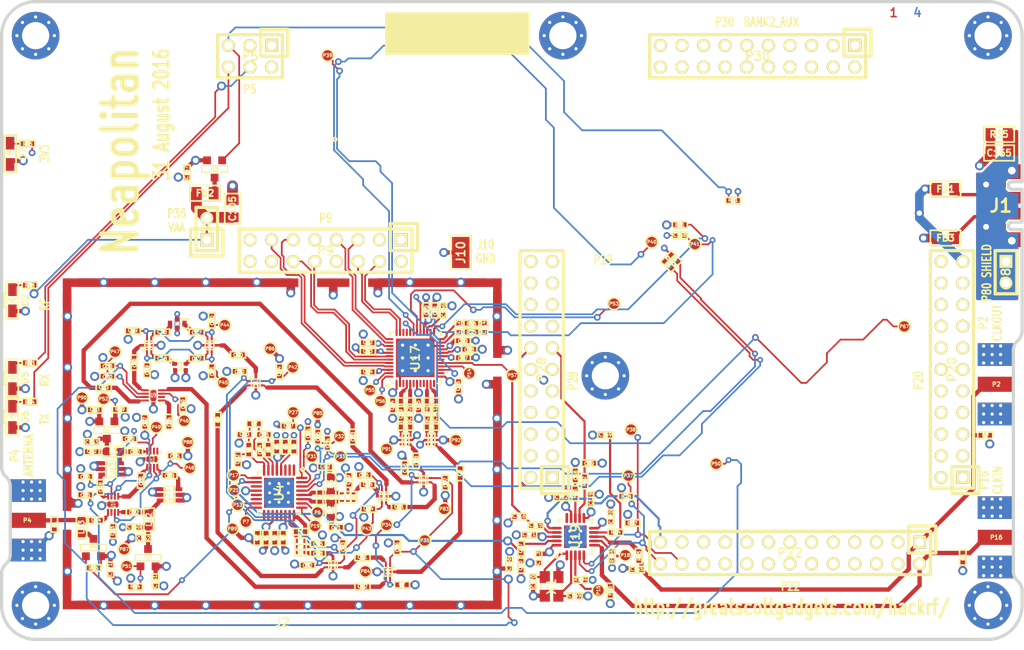
<source format=kicad_pcb>
(kicad_pcb (version 4) (host pcbnew "(2015-08-18 BZR 6102)-product")
  (title_block (date "19 may 2014"))
  (layers (0 C1F signal) (1 C2 signal) (2 C3 signal) (31 C4B signal) (34 B.Paste user) (35 F.Paste user) (36 B.SilkS user) (37 F.SilkS user) (38 B.Mask user) (39 F.Mask user) (44 Edge.Cuts user))
  (net 0 "")
  (net 1 !MIX_BYPASS)
  (net 2 !RX_AMP_PWR)
  (net 3 !TX_AMP_PWR)
  (net 4 !VAA_ENABLE)
  (net 5 /baseband/CLK0)
  (net 6 /baseband/CLK1)
  (net 7 /baseband/CLK2)
  (net 8 /baseband/CLK3)
  (net 9 /baseband/CLK5)
  (net 10 /baseband/CPOUT+)
  (net 11 /baseband/CPOUT-)
  (net 12 /baseband/INTR)
  (net 13 /baseband/OEB)
  (net 14 /baseband/RXBBI+)
  (net 15 /baseband/RXBBI-)
  (net 16 /baseband/RXBBQ+)
  (net 17 /baseband/RXBBQ-)
  (net 18 /baseband/TXBBI+)
  (net 19 /baseband/TXBBI-)
  (net 20 /baseband/TXBBQ+)
  (net 21 /baseband/TXBBQ-)
  (net 22 /baseband/XA)
  (net 23 /baseband/XB)
  (net 24 /baseband/XCVR_CLKOUT)
  (net 25 /baseband/XTAL2)
  (net 26 /frontend/!ANT_BIAS)
  (net 27 /frontend/REF_IN)
  (net 28 /frontend/RX_AMP_OUT)
  (net 29 /frontend/TX_AMP_IN)
  (net 30 /frontend/TX_AMP_OUT)
  (net 31 /mcu/usb/power/LED2)
  (net 32 /mcu/usb/power/LED3)
  (net 33 /mcu/usb/power/USB_SHIELD)
  (net 34 AMP_BYPASS)
  (net 35 CLK6)
  (net 36 CLKIN)
  (net 37 CLKOUT)
  (net 38 CS_XCVR)
  (net 39 GCK1)
  (net 40 GCK2)
  (net 41 GND)
  (net 42 HP)
  (net 43 LP)
  (net 44 MIXER_ENX)
  (net 45 MIXER_RESETX)
  (net 46 MIXER_SCLK)
  (net 47 MIXER_SDATA)
  (net 48 MIX_BYPASS)
  (net 49 MIX_CLK)
  (net 50 RSSI)
  (net 51 RX)
  (net 52 RXENABLE)
  (net 53 RX_AMP)
  (net 54 RX_IF)
  (net 55 RX_MIX_BP)
  (net 56 SCL)
  (net 57 SDA)
  (net 58 SGPIO_CLK)
  (net 59 SSP1_MISO)
  (net 60 SSP1_MOSI)
  (net 61 SSP1_SCK)
  (net 62 TX)
  (net 63 TXENABLE)
  (net 64 TX_AMP)
  (net 65 TX_IF)
  (net 66 TX_MIX_BP)
  (net 67 VAA)
  (net 68 VCC)
  (net 69 XCVR_EN)
  (net 70 "Net-(C8-Pad2)")
  (net 71 "Net-(C9-Pad2)")
  (net 72 "Net-(C9-Pad1)")
  (net 73 "Net-(C12-Pad1)")
  (net 74 "Net-(C13-Pad1)")
  (net 75 "Net-(C14-Pad2)")
  (net 76 "Net-(C14-Pad1)")
  (net 77 "Net-(C15-Pad2)")
  (net 78 "Net-(C17-Pad2)")
  (net 79 "Net-(C17-Pad1)")
  (net 80 "Net-(C18-Pad2)")
  (net 81 "Net-(C18-Pad1)")
  (net 82 "Net-(C20-Pad2)")
  (net 83 "Net-(C20-Pad1)")
  (net 84 "Net-(C21-Pad2)")
  (net 85 "Net-(C21-Pad1)")
  (net 86 "Net-(C23-Pad2)")
  (net 87 "Net-(C23-Pad1)")
  (net 88 "Net-(C25-Pad1)")
  (net 89 "Net-(C26-Pad2)")
  (net 90 "Net-(C26-Pad1)")
  (net 91 "Net-(C27-Pad2)")
  (net 92 "Net-(C27-Pad1)")
  (net 93 "Net-(C28-Pad2)")
  (net 94 "Net-(C28-Pad1)")
  (net 95 "Net-(C31-Pad2)")
  (net 96 "Net-(C31-Pad1)")
  (net 97 "Net-(C32-Pad2)")
  (net 98 "Net-(C32-Pad1)")
  (net 99 "Net-(C43-Pad2)")
  (net 100 "Net-(C43-Pad1)")
  (net 101 "Net-(C44-Pad2)")
  (net 102 "Net-(C44-Pad1)")
  (net 103 "Net-(C46-Pad2)")
  (net 104 "Net-(C46-Pad1)")
  (net 105 "Net-(C48-Pad1)")
  (net 106 "Net-(C49-Pad2)")
  (net 107 "Net-(C50-Pad1)")
  (net 108 "Net-(C51-Pad2)")
  (net 109 "Net-(C51-Pad1)")
  (net 110 "Net-(C163-Pad2)")
  (net 111 "Net-(C58-Pad2)")
  (net 112 "Net-(C58-Pad1)")
  (net 113 "Net-(C59-Pad2)")
  (net 114 "Net-(C61-Pad2)")
  (net 115 "Net-(C61-Pad1)")
  (net 116 "Net-(C62-Pad2)")
  (net 117 "Net-(C64-Pad2)")
  (net 118 "Net-(C64-Pad1)")
  (net 119 "Net-(C99-Pad2)")
  (net 120 "Net-(C99-Pad1)")
  (net 121 "Net-(C102-Pad2)")
  (net 122 "Net-(C102-Pad1)")
  (net 123 "Net-(C104-Pad2)")
  (net 124 "Net-(C104-Pad1)")
  (net 125 "Net-(C105-Pad1)")
  (net 126 "Net-(C106-Pad1)")
  (net 127 "Net-(C111-Pad2)")
  (net 128 "Net-(C111-Pad1)")
  (net 129 "Net-(C114-Pad2)")
  (net 130 "Net-(C114-Pad1)")
  (net 131 "Net-(C160-Pad1)")
  (net 132 "Net-(D2-Pad2)")
  (net 133 "Net-(D5-Pad2)")
  (net 134 "Net-(D6-Pad2)")
  (net 135 "Net-(D7-Pad2)")
  (net 136 "Net-(FB1-Pad1)")
  (net 137 "Net-(FB2-Pad1)")
  (net 138 "Net-(FB3-Pad1)")
  (net 139 "Net-(L1-Pad2)")
  (net 140 "Net-(L1-Pad1)")
  (net 141 "Net-(L2-Pad1)")
  (net 142 "Net-(L3-Pad1)")
  (net 143 "Net-(L13-Pad1)")
  (net 144 "Net-(P6-Pad1)")
  (net 145 "Net-(P7-Pad1)")
  (net 146 "Net-(P17-Pad1)")
  (net 147 "Net-(P19-Pad1)")
  (net 148 "Net-(R4-Pad2)")
  (module hackrf:GSG-QFN20-4 (layer C1F) (at 127.4692 162.926 90)
    (fp_text reference U19 (at 0 0 90) (layer F.SilkS) (effects (font (size 1.00076 1.00076) (thickness 0.2032))))
    (fp_text value SI5351C hide)
    (pad 1 smd oval (at -2.2 -1 90) (size 1.2 0.32) (layers C1F F.Paste F.Mask) (net 22 /baseband/XA))
    (pad 2 smd oval (at -2.2 -0.5 90) (size 1.2 0.32) (layers C1F F.Paste F.Mask) (net 23 /baseband/XB))
    (pad 3 smd oval (at -2.2 0 90) (size 1.2 0.32) (layers C1F F.Paste F.Mask) (net 12 /baseband/INTR))
    (pad 4 smd oval (at -2.2 0.5 90) (size 1.2 0.32) (layers C1F F.Paste F.Mask) (net 56 SCL))
    (pad 5 smd oval (at -2.2 1 90) (size 1.2 0.32) (layers C1F F.Paste F.Mask) (net 57 SDA))
    (pad 6 smd oval (at -1 2.2 180) (size 1.2 0.32) (layers C1F F.Paste F.Mask) (net 36 CLKIN))
    (pad 7 smd oval (at -0.5 2.2 180) (size 1.2 0.32) (layers C1F F.Paste F.Mask) (net 13 /baseband/OEB))
    (pad 8 smd oval (at 0 2.2 180) (size 1.2 0.32) (layers C1F F.Paste F.Mask) (net 8 /baseband/CLK3))
    (pad 9 smd oval (at 0.5 2.2 180) (size 1.2 0.32) (layers C1F F.Paste F.Mask) (net 7 /baseband/CLK2))
    (pad 10 smd oval (at 1 2.2 180) (size 1.2 0.32) (layers C1F F.Paste F.Mask) (net 68 VCC))
    (pad 11 smd oval (at 2.2 1 90) (size 1.2 0.32) (layers C1F F.Paste F.Mask) (net 68 VCC))
    (pad 12 smd oval (at 2.2 0.5 90) (size 1.2 0.32) (layers C1F F.Paste F.Mask) (net 6 /baseband/CLK1))
    (pad 13 smd oval (at 2.2 0 90) (size 1.2 0.32) (layers C1F F.Paste F.Mask) (net 5 /baseband/CLK0))
    (pad 14 smd oval (at 2.2 -0.5 90) (size 1.2 0.32) (layers C1F F.Paste F.Mask) (net 68 VCC))
    (pad 15 smd oval (at 2.2 -1 90) (size 1.2 0.32) (layers C1F F.Paste F.Mask))
    (pad 16 smd oval (at 1 -2.2 180) (size 1.2 0.32) (layers C1F F.Paste F.Mask) (net 35 CLK6))
    (pad 17 smd oval (at 0.5 -2.2 180) (size 1.2 0.32) (layers C1F F.Paste F.Mask) (net 9 /baseband/CLK5))
    (pad 18 smd oval (at 0 -2.2 180) (size 1.2 0.32) (layers C1F F.Paste F.Mask) (net 68 VCC))
    (pad 19 smd oval (at -0.5 -2.2 180) (size 1.2 0.32) (layers C1F F.Paste F.Mask) (net 49 MIX_CLK))
    (pad 20 smd oval (at -1 -2.2 180) (size 1.2 0.32) (layers C1F F.Paste F.Mask) (net 68 VCC))
    (pad 0 smd rect (at 0 0 90) (size 2.65 2.65) (layers C1F F.Mask) (net 41 GND))
    (pad 0 thru_hole circle (at 0 0 90) (size 0.6 0.6) (drill 0.35) (layers *.Cu B.Mask) (net 41 GND))
    (pad 0 thru_hole circle (at -0.66 -0.66 90) (size 0.6 0.6) (drill 0.35) (layers *.Cu B.Mask) (net 41 GND))
    (pad 0 thru_hole circle (at 0.66 -0.66 90) (size 0.6 0.6) (drill 0.35) (layers *.Cu B.Mask) (net 41 GND))
    (pad 0 thru_hole circle (at 0.66 0.66 90) (size 0.6 0.6) (drill 0.35) (layers *.Cu B.Mask) (net 41 GND))
    (pad 0 thru_hole circle (at -0.66 0.66 90) (size 0.6 0.6) (drill 0.35) (layers *.Cu B.Mask) (net 41 GND))
    (pad 0 smd rect (at -0.66 -0.66 90) (size 1.32 1.32) (layers C1F F.Paste) (net 41 GND))
    (pad 0 smd rect (at 0.66 -0.66 90) (size 1.32 1.32) (layers C1F F.Paste) (net 41 GND))
    (pad 0 smd rect (at -0.66 0.66 90) (size 1.32 1.32) (layers C1F F.Paste) (net 41 GND))
    (pad 0 smd rect (at 0.66 0.66 90) (size 1.32 1.32) (layers C1F F.Paste) (net 41 GND))
  )
  (module gsg-modules:LTST-S220 (layer C1F) (at 61 117.9 270)
    (fp_text reference D7 (at 0 -1.5 270) (layer F.SilkS) (effects (font (size 0.762 0.762) (thickness 0.1905))))
    (fp_text value VCCLED hide)
    (pad 1 smd rect (at 1.25 0 270) (size 1.5 1) (layers C1F F.Paste F.Mask) (net 41 GND) (clearance 0.1778))
    (pad 2 smd rect (at -1.25 0 270) (size 1.5 1) (layers C1F F.Paste F.Mask) (net 135 "Net-(D7-Pad2)") (clearance 0.1778))
  )
  (module gsg-modules:LTST-S220 (layer C1F) (at 61.27 135.122 270)
    (fp_text reference D2 (at 0 -1.5 270) (layer F.SilkS) (effects (font (size 0.762 0.762) (thickness 0.1905))))
    (fp_text value VAALED hide)
    (pad 1 smd rect (at 1.25 0 270) (size 1.5 1) (layers C1F F.Paste F.Mask) (net 41 GND) (clearance 0.1778))
    (pad 2 smd rect (at -1.25 0 270) (size 1.5 1) (layers C1F F.Paste F.Mask) (net 132 "Net-(D2-Pad2)") (clearance 0.1778))
  )
  (module gsg-modules:LTST-S220 (layer C1F) (at 61.27 144.266 270)
    (fp_text reference D5 (at 0 -1.5 270) (layer F.SilkS) (effects (font (size 0.762 0.762) (thickness 0.1905))))
    (fp_text value RXLED hide)
    (pad 1 smd rect (at 1.25 0 270) (size 1.5 1) (layers C1F F.Paste F.Mask) (net 41 GND) (clearance 0.1778))
    (pad 2 smd rect (at -1.25 0 270) (size 1.5 1) (layers C1F F.Paste F.Mask) (net 133 "Net-(D5-Pad2)") (clearance 0.1778))
  )
  (module gsg-modules:LTST-S220 (layer C1F) (at 61.27 148.838 270)
    (fp_text reference D6 (at 0 -1.5 270) (layer F.SilkS) (effects (font (size 0.762 0.762) (thickness 0.1905))))
    (fp_text value TXLED hide)
    (pad 1 smd rect (at 1.25 0 270) (size 1.5 1) (layers C1F F.Paste F.Mask) (net 41 GND) (clearance 0.1778))
    (pad 2 smd rect (at -1.25 0 270) (size 1.5 1) (layers C1F F.Paste F.Mask) (net 134 "Net-(D6-Pad2)") (clearance 0.1778))
  )
  (module hackrf:GSG-0402 (layer C1F) (at 91.0964 163.0468 270)
    (fp_text reference C1 (at 0 0.0508 270) (layer F.SilkS) (effects (font (size 0.4064 0.4064) (thickness 0.1016))))
    (fp_text value 33pF hide)
    (pad 2 smd rect (at 0.5334 0 270) (size 0.508 0.5588) (layers C1F F.Paste F.Mask) (net 41 GND))
    (pad 1 smd rect (at -0.5334 0 270) (size 0.508 0.5588) (layers C1F F.Paste F.Mask) (net 68 VCC))
  )
  (module hackrf:GSG-0402 (layer C1F) (at 90.0804 163.0468 270)
    (fp_text reference C2 (at 0 0.0508 270) (layer F.SilkS) (effects (font (size 0.4064 0.4064) (thickness 0.1016))))
    (fp_text value 10nF hide)
    (pad 2 smd rect (at 0.5334 0 270) (size 0.508 0.5588) (layers C1F F.Paste F.Mask) (net 41 GND))
    (pad 1 smd rect (at -0.5334 0 270) (size 0.508 0.5588) (layers C1F F.Paste F.Mask) (net 68 VCC))
  )
  (module hackrf:GSG-0402 (layer C1F) (at 93.1284 163.0468 270)
    (fp_text reference C3 (at 0 0.0508 270) (layer F.SilkS) (effects (font (size 0.4064 0.4064) (thickness 0.1016))))
    (fp_text value 33pF hide)
    (pad 2 smd rect (at 0.5334 0 270) (size 0.508 0.5588) (layers C1F F.Paste F.Mask) (net 41 GND))
    (pad 1 smd rect (at -0.5334 0 270) (size 0.508 0.5588) (layers C1F F.Paste F.Mask) (net 67 VAA))
  )
  (module hackrf:GSG-0402 (layer C1F) (at 92.1124 163.0468 270)
    (fp_text reference C4 (at 0 0.0508 270) (layer F.SilkS) (effects (font (size 0.4064 0.4064) (thickness 0.1016))))
    (fp_text value 10nF hide)
    (pad 2 smd rect (at 0.5334 0 270) (size 0.508 0.5588) (layers C1F F.Paste F.Mask) (net 41 GND))
    (pad 1 smd rect (at -0.5334 0 270) (size 0.508 0.5588) (layers C1F F.Paste F.Mask) (net 67 VAA))
  )
  (module hackrf:GSG-0402 (layer C1F) (at 92.341 152.328 90)
    (fp_text reference C5 (at 0 0.0508 90) (layer F.SilkS) (effects (font (size 0.4064 0.4064) (thickness 0.1016))))
    (fp_text value 33pF hide)
    (pad 2 smd rect (at 0.5334 0 90) (size 0.508 0.5588) (layers C1F F.Paste F.Mask) (net 41 GND))
    (pad 1 smd rect (at -0.5334 0 90) (size 0.508 0.5588) (layers C1F F.Paste F.Mask) (net 67 VAA))
  )
  (module hackrf:GSG-0402 (layer C1F) (at 93.357 152.328 90)
    (fp_text reference C6 (at 0 0.0508 90) (layer F.SilkS) (effects (font (size 0.4064 0.4064) (thickness 0.1016))))
    (fp_text value 10nF hide)
    (pad 2 smd rect (at 0.5334 0 90) (size 0.508 0.5588) (layers C1F F.Paste F.Mask) (net 41 GND))
    (pad 1 smd rect (at -0.5334 0 90) (size 0.508 0.5588) (layers C1F F.Paste F.Mask) (net 67 VAA))
  )
  (module hackrf:GSG-0402 (layer C1F) (at 107.084 168.5762 180)
    (fp_text reference C7 (at 0 0.0508 180) (layer F.SilkS) (effects (font (size 0.4064 0.4064) (thickness 0.1016))))
    (fp_text value 33pF hide)
    (pad 2 smd rect (at 0.5334 0 180) (size 0.508 0.5588) (layers C1F F.Paste F.Mask) (net 48 MIX_BYPASS))
    (pad 1 smd rect (at -0.5334 0 180) (size 0.508 0.5588) (layers C1F F.Paste F.Mask) (net 41 GND))
  )
  (module hackrf:GSG-0402 (layer C1F) (at 113.919 155.448 270)
    (fp_text reference C8 (at 0 0.0508 270) (layer F.SilkS) (effects (font (size 0.4064 0.4064) (thickness 0.1016))))
    (fp_text value 22pF hide)
    (pad 2 smd rect (at 0.5334 0 270) (size 0.508 0.5588) (layers C1F F.Paste F.Mask) (net 70 "Net-(C8-Pad2)"))
    (pad 1 smd rect (at -0.5334 0 270) (size 0.508 0.5588) (layers C1F F.Paste F.Mask) (net 65 TX_IF))
  )
  (module hackrf:GSG-0402 (layer C1F) (at 85.4 149.1682 90)
    (fp_text reference C9 (at 0 0.0508 90) (layer F.SilkS) (effects (font (size 0.4064 0.4064) (thickness 0.1016))))
    (fp_text value 100nF hide)
    (pad 2 smd rect (at 0.5334 0 90) (size 0.508 0.5588) (layers C1F F.Paste F.Mask) (net 71 "Net-(C9-Pad2)"))
    (pad 1 smd rect (at -0.5334 0 90) (size 0.508 0.5588) (layers C1F F.Paste F.Mask) (net 72 "Net-(C9-Pad1)"))
  )
  (module hackrf:GSG-0402 (layer C1F) (at 87.9808 143.4816)
    (fp_text reference C10 (at 0 0.0508) (layer F.SilkS) (effects (font (size 0.4064 0.4064) (thickness 0.1016))))
    (fp_text value 33pF hide)
    (pad 2 smd rect (at 0.5334 0) (size 0.508 0.5588) (layers C1F F.Paste F.Mask) (net 51 RX))
    (pad 1 smd rect (at -0.5334 0) (size 0.508 0.5588) (layers C1F F.Paste F.Mask) (net 41 GND))
  )
  (module hackrf:GSG-0402 (layer C1F) (at 84.7138 143.4622 90)
    (fp_text reference C11 (at 0 0.0508 90) (layer F.SilkS) (effects (font (size 0.4064 0.4064) (thickness 0.1016))))
    (fp_text value 33pF hide)
    (pad 2 smd rect (at 0.5334 0 90) (size 0.508 0.5588) (layers C1F F.Paste F.Mask) (net 43 LP))
    (pad 1 smd rect (at -0.5334 0 90) (size 0.508 0.5588) (layers C1F F.Paste F.Mask) (net 41 GND))
  )
  (module hackrf:GSG-0402 (layer C1F) (at 87.7944 153.8266 270)
    (fp_text reference C12 (at 0 0.0508 270) (layer F.SilkS) (effects (font (size 0.4064 0.4064) (thickness 0.1016))))
    (fp_text value 330pF hide)
    (pad 2 smd rect (at 0.5334 0 270) (size 0.508 0.5588) (layers C1F F.Paste F.Mask) (net 41 GND))
    (pad 1 smd rect (at -0.5334 0 270) (size 0.508 0.5588) (layers C1F F.Paste F.Mask) (net 73 "Net-(C12-Pad1)"))
  )
  (module hackrf:GSG-0402 (layer C1F) (at 88.5564 150.9056 180)
    (fp_text reference C13 (at 0 0.0508 180) (layer F.SilkS) (effects (font (size 0.4064 0.4064) (thickness 0.1016))))
    (fp_text value 330pF hide)
    (pad 2 smd rect (at 0.5334 0 180) (size 0.508 0.5588) (layers C1F F.Paste F.Mask) (net 41 GND))
    (pad 1 smd rect (at -0.5334 0 180) (size 0.508 0.5588) (layers C1F F.Paste F.Mask) (net 74 "Net-(C13-Pad1)"))
  )
  (module hackrf:GSG-0402 (layer C1F) (at 90.3344 152.6836 90)
    (fp_text reference C14 (at 0 0.0508 90) (layer F.SilkS) (effects (font (size 0.4064 0.4064) (thickness 0.1016))))
    (fp_text value 8p2 hide)
    (pad 2 smd rect (at 0.5334 0 90) (size 0.508 0.5588) (layers C1F F.Paste F.Mask) (net 75 "Net-(C14-Pad2)"))
    (pad 1 smd rect (at -0.5334 0 90) (size 0.508 0.5588) (layers C1F F.Paste F.Mask) (net 76 "Net-(C14-Pad1)"))
  )
  (module hackrf:GSG-0402 (layer C1F) (at 90.8424 150.9056)
    (fp_text reference C15 (at 0 0.0508) (layer F.SilkS) (effects (font (size 0.4064 0.4064) (thickness 0.1016))))
    (fp_text value 180pF hide)
    (pad 2 smd rect (at 0.5334 0) (size 0.508 0.5588) (layers C1F F.Paste F.Mask) (net 77 "Net-(C15-Pad2)"))
    (pad 1 smd rect (at -0.5334 0) (size 0.508 0.5588) (layers C1F F.Paste F.Mask) (net 76 "Net-(C14-Pad1)"))
  )
  (module hackrf:GSG-0402 (layer C1F) (at 106.4998 164.1566 90)
    (fp_text reference C16 (at 0 0.0508 90) (layer F.SilkS) (effects (font (size 0.4064 0.4064) (thickness 0.1016))))
    (fp_text value 33pF hide)
    (pad 2 smd rect (at 0.5334 0 90) (size 0.508 0.5588) (layers C1F F.Paste F.Mask) (net 41 GND))
    (pad 1 smd rect (at -0.5334 0 90) (size 0.508 0.5588) (layers C1F F.Paste F.Mask) (net 1 !MIX_BYPASS))
  )
  (module hackrf:GSG-0402 (layer C1F) (at 82.9358 141.9382)
    (fp_text reference C17 (at 0 0.0508) (layer F.SilkS) (effects (font (size 0.4064 0.4064) (thickness 0.1016))))
    (fp_text value 100nF hide)
    (pad 2 smd rect (at 0.5334 0) (size 0.508 0.5588) (layers C1F F.Paste F.Mask) (net 78 "Net-(C17-Pad2)"))
    (pad 1 smd rect (at -0.5334 0) (size 0.508 0.5588) (layers C1F F.Paste F.Mask) (net 79 "Net-(C17-Pad1)"))
  )
  (module hackrf:GSG-0402 (layer C1F) (at 78.8718 141.9382)
    (fp_text reference C18 (at 0 0.0508) (layer F.SilkS) (effects (font (size 0.4064 0.4064) (thickness 0.1016))))
    (fp_text value 100nF hide)
    (pad 2 smd rect (at 0.5334 0) (size 0.508 0.5588) (layers C1F F.Paste F.Mask) (net 80 "Net-(C18-Pad2)"))
    (pad 1 smd rect (at -0.5334 0) (size 0.508 0.5588) (layers C1F F.Paste F.Mask) (net 81 "Net-(C18-Pad1)"))
  )
  (module hackrf:GSG-0402 (layer C1F) (at 77.0938 143.3352 90)
    (fp_text reference C19 (at 0 0.0508 90) (layer F.SilkS) (effects (font (size 0.4064 0.4064) (thickness 0.1016))))
    (fp_text value 33pF hide)
    (pad 2 smd rect (at 0.5334 0 90) (size 0.508 0.5588) (layers C1F F.Paste F.Mask) (net 43 LP))
    (pad 1 smd rect (at -0.5334 0 90) (size 0.508 0.5588) (layers C1F F.Paste F.Mask) (net 41 GND))
  )
  (module hackrf:GSG-0402 (layer C1F) (at 87.8078 141.5288)
    (fp_text reference C20 (at 0 0.0508) (layer F.SilkS) (effects (font (size 0.4064 0.4064) (thickness 0.1016))))
    (fp_text value 100nF hide)
    (pad 2 smd rect (at 0.5334 0) (size 0.508 0.5588) (layers C1F F.Paste F.Mask) (net 82 "Net-(C20-Pad2)"))
    (pad 1 smd rect (at -0.5334 0) (size 0.508 0.5588) (layers C1F F.Paste F.Mask) (net 83 "Net-(C20-Pad1)"))
  )
  (module hackrf:GSG-0402 (layer C1F) (at 102.4382 165.3794 180)
    (fp_text reference C21 (at 0 0.0508 180) (layer F.SilkS) (effects (font (size 0.4064 0.4064) (thickness 0.1016))))
    (fp_text value 22pF hide)
    (pad 2 smd rect (at 0.5334 0 180) (size 0.508 0.5588) (layers C1F F.Paste F.Mask) (net 84 "Net-(C21-Pad2)"))
    (pad 1 smd rect (at -0.5334 0 180) (size 0.508 0.5588) (layers C1F F.Paste F.Mask) (net 85 "Net-(C21-Pad1)"))
  )
  (module hackrf:GSG-0402 (layer C1F) (at 95.9732 166.2726)
    (fp_text reference C22 (at 0 0.0508) (layer F.SilkS) (effects (font (size 0.4064 0.4064) (thickness 0.1016))))
    (fp_text value 33pF hide)
    (pad 2 smd rect (at 0.5334 0) (size 0.508 0.5588) (layers C1F F.Paste F.Mask) (net 51 RX))
    (pad 1 smd rect (at -0.5334 0) (size 0.508 0.5588) (layers C1F F.Paste F.Mask) (net 41 GND))
  )
  (module hackrf:GSG-0402 (layer C1F) (at 101.2698 151.1808 90)
    (fp_text reference C23 (at 0 0.0508 90) (layer F.SilkS) (effects (font (size 0.4064 0.4064) (thickness 0.1016))))
    (fp_text value 100nF hide)
    (pad 2 smd rect (at 0.5334 0 90) (size 0.508 0.5588) (layers C1F F.Paste F.Mask) (net 86 "Net-(C23-Pad2)"))
    (pad 1 smd rect (at -0.5334 0 90) (size 0.508 0.5588) (layers C1F F.Paste F.Mask) (net 87 "Net-(C23-Pad1)"))
  )
  (module hackrf:GSG-0402 (layer C1F) (at 92.6798 143.4816 270)
    (fp_text reference C24 (at 0 0.0508 270) (layer F.SilkS) (effects (font (size 0.4064 0.4064) (thickness 0.1016))))
    (fp_text value 33pF hide)
    (pad 2 smd rect (at 0.5334 0 270) (size 0.508 0.5588) (layers C1F F.Paste F.Mask) (net 62 TX))
    (pad 1 smd rect (at -0.5334 0 270) (size 0.508 0.5588) (layers C1F F.Paste F.Mask) (net 41 GND))
  )
  (module hackrf:GSG-0402 (layer C1F) (at 97.1924 163.7326)
    (fp_text reference C25 (at 0 0.0508) (layer F.SilkS) (effects (font (size 0.4064 0.4064) (thickness 0.1016))))
    (fp_text value 100nF hide)
    (pad 2 smd rect (at 0.5334 0) (size 0.508 0.5588) (layers C1F F.Paste F.Mask) (net 41 GND))
    (pad 1 smd rect (at -0.5334 0) (size 0.508 0.5588) (layers C1F F.Paste F.Mask) (net 88 "Net-(C25-Pad1)"))
  )
  (module hackrf:GSG-0402 (layer C1F) (at 78.8718 138.8902 180)
    (fp_text reference C26 (at 0 0.0508 180) (layer F.SilkS) (effects (font (size 0.4064 0.4064) (thickness 0.1016))))
    (fp_text value 47pF hide)
    (pad 2 smd rect (at 0.5334 0 180) (size 0.508 0.5588) (layers C1F F.Paste F.Mask) (net 89 "Net-(C26-Pad2)"))
    (pad 1 smd rect (at -0.5334 0 180) (size 0.508 0.5588) (layers C1F F.Paste F.Mask) (net 90 "Net-(C26-Pad1)"))
  )
  (module hackrf:GSG-0402 (layer C1F) (at 82.9358 138.8902)
    (fp_text reference C27 (at 0 0.0508) (layer F.SilkS) (effects (font (size 0.4064 0.4064) (thickness 0.1016))))
    (fp_text value 47pF hide)
    (pad 2 smd rect (at 0.5334 0) (size 0.508 0.5588) (layers C1F F.Paste F.Mask) (net 91 "Net-(C27-Pad2)"))
    (pad 1 smd rect (at -0.5334 0) (size 0.508 0.5588) (layers C1F F.Paste F.Mask) (net 92 "Net-(C27-Pad1)"))
  )
  (module hackrf:GSG-0402 (layer C1F) (at 97.1924 164.8756)
    (fp_text reference C28 (at 0 0.0508) (layer F.SilkS) (effects (font (size 0.4064 0.4064) (thickness 0.1016))))
    (fp_text value 100nF hide)
    (pad 2 smd rect (at 0.5334 0) (size 0.508 0.5588) (layers C1F F.Paste F.Mask) (net 93 "Net-(C28-Pad2)"))
    (pad 1 smd rect (at -0.5334 0) (size 0.508 0.5588) (layers C1F F.Paste F.Mask) (net 94 "Net-(C28-Pad1)"))
  )
  (module hackrf:GSG-0402 (layer C1F) (at 75.4174 138.7124 180)
    (fp_text reference C29 (at 0 0.0508 180) (layer F.SilkS) (effects (font (size 0.4064 0.4064) (thickness 0.1016))))
    (fp_text value 33pF hide)
    (pad 2 smd rect (at 0.5334 0 180) (size 0.508 0.5588) (layers C1F F.Paste F.Mask) (net 41 GND))
    (pad 1 smd rect (at -0.5334 0 180) (size 0.508 0.5588) (layers C1F F.Paste F.Mask) (net 42 HP))
  )
  (module hackrf:GSG-0402 (layer C1F) (at 84.7138 137.4932 90)
    (fp_text reference C30 (at 0 0.0508 90) (layer F.SilkS) (effects (font (size 0.4064 0.4064) (thickness 0.1016))))
    (fp_text value 33pF hide)
    (pad 2 smd rect (at 0.5334 0 90) (size 0.508 0.5588) (layers C1F F.Paste F.Mask) (net 41 GND))
    (pad 1 smd rect (at -0.5334 0 90) (size 0.508 0.5588) (layers C1F F.Paste F.Mask) (net 42 HP))
  )
  (module hackrf:GSG-0402 (layer C1F) (at 75.5952 142.4462 90)
    (fp_text reference C31 (at 0 0.0508 90) (layer F.SilkS) (effects (font (size 0.4064 0.4064) (thickness 0.1016))))
    (fp_text value 100nF hide)
    (pad 2 smd rect (at 0.5334 0 90) (size 0.508 0.5588) (layers C1F F.Paste F.Mask) (net 95 "Net-(C31-Pad2)"))
    (pad 1 smd rect (at -0.5334 0 90) (size 0.508 0.5588) (layers C1F F.Paste F.Mask) (net 96 "Net-(C31-Pad1)"))
  )
  (module hackrf:GSG-0402 (layer C1F) (at 102.4382 168.8084 180)
    (fp_text reference C32 (at 0 0.0508 180) (layer F.SilkS) (effects (font (size 0.4064 0.4064) (thickness 0.1016))))
    (fp_text value 22pF hide)
    (pad 2 smd rect (at 0.5334 0 180) (size 0.508 0.5588) (layers C1F F.Paste F.Mask) (net 97 "Net-(C32-Pad2)"))
    (pad 1 smd rect (at -0.5334 0 180) (size 0.508 0.5588) (layers C1F F.Paste F.Mask) (net 98 "Net-(C32-Pad1)"))
  )
  (module hackrf:GSG-0402 (layer C1F) (at 100.1134 164.139 90)
    (fp_text reference C33 (at 0 0.0508 90) (layer F.SilkS) (effects (font (size 0.4064 0.4064) (thickness 0.1016))))
    (fp_text value 33pF hide)
    (pad 2 smd rect (at 0.5334 0 90) (size 0.508 0.5588) (layers C1F F.Paste F.Mask) (net 41 GND))
    (pad 1 smd rect (at -0.5334 0 90) (size 0.508 0.5588) (layers C1F F.Paste F.Mask) (net 62 TX))
  )
  (module hackrf:GSG-0402 (layer C1F) (at 98.31 151.9216 90)
    (fp_text reference C34 (at 0 0.0508 90) (layer F.SilkS) (effects (font (size 0.4064 0.4064) (thickness 0.1016))))
    (fp_text value 33pF hide)
    (pad 2 smd rect (at 0.5334 0 90) (size 0.508 0.5588) (layers C1F F.Paste F.Mask) (net 41 GND))
    (pad 1 smd rect (at -0.5334 0 90) (size 0.508 0.5588) (layers C1F F.Paste F.Mask) (net 45 MIXER_RESETX))
  )
  (module hackrf:GSG-0402 (layer C1F) (at 97.167 151.1596 90)
    (fp_text reference C35 (at 0 0.0508 90) (layer F.SilkS) (effects (font (size 0.4064 0.4064) (thickness 0.1016))))
    (fp_text value 33pF hide)
    (pad 2 smd rect (at 0.5334 0 90) (size 0.508 0.5588) (layers C1F F.Paste F.Mask) (net 41 GND))
    (pad 1 smd rect (at -0.5334 0 90) (size 0.508 0.5588) (layers C1F F.Paste F.Mask) (net 44 MIXER_ENX))
  )
  (module hackrf:GSG-0402 (layer C1F) (at 96.024 150.7786 90)
    (fp_text reference C36 (at 0 0.0508 90) (layer F.SilkS) (effects (font (size 0.4064 0.4064) (thickness 0.1016))))
    (fp_text value 33pF hide)
    (pad 2 smd rect (at 0.5334 0 90) (size 0.508 0.5588) (layers C1F F.Paste F.Mask) (net 41 GND))
    (pad 1 smd rect (at -0.5334 0 90) (size 0.508 0.5588) (layers C1F F.Paste F.Mask) (net 46 MIXER_SCLK))
  )
  (module hackrf:GSG-0402 (layer C1F) (at 93.738 149.915 180)
    (fp_text reference C37 (at 0 0.0508 180) (layer F.SilkS) (effects (font (size 0.4064 0.4064) (thickness 0.1016))))
    (fp_text value 33pF hide)
    (pad 2 smd rect (at 0.5334 0 180) (size 0.508 0.5588) (layers C1F F.Paste F.Mask) (net 41 GND))
    (pad 1 smd rect (at -0.5334 0 180) (size 0.508 0.5588) (layers C1F F.Paste F.Mask) (net 47 MIXER_SDATA))
  )
  (module hackrf:GSG-0402 (layer C1F) (at 72.4456 142.8272)
    (fp_text reference C38 (at 0 0.0508) (layer F.SilkS) (effects (font (size 0.4064 0.4064) (thickness 0.1016))))
    (fp_text value 33pF hide)
    (pad 2 smd rect (at 0.5334 0) (size 0.508 0.5588) (layers C1F F.Paste F.Mask) (net 1 !MIX_BYPASS))
    (pad 1 smd rect (at -0.5334 0) (size 0.508 0.5588) (layers C1F F.Paste F.Mask) (net 41 GND))
  )
  (module hackrf:GSG-0402 (layer C1F) (at 81.3054 147.3454 90)
    (fp_text reference C39 (at 0 0.0508 90) (layer F.SilkS) (effects (font (size 0.4064 0.4064) (thickness 0.1016))))
    (fp_text value 33pF hide)
    (pad 2 smd rect (at 0.5334 0 90) (size 0.508 0.5588) (layers C1F F.Paste F.Mask) (net 66 TX_MIX_BP))
    (pad 1 smd rect (at -0.5334 0 90) (size 0.508 0.5588) (layers C1F F.Paste F.Mask) (net 41 GND))
  )
  (module hackrf:GSG-0402 (layer C1F) (at 72.4456 144.0718)
    (fp_text reference C40 (at 0 0.0508) (layer F.SilkS) (effects (font (size 0.4064 0.4064) (thickness 0.1016))))
    (fp_text value 33pF hide)
    (pad 2 smd rect (at 0.5334 0) (size 0.508 0.5588) (layers C1F F.Paste F.Mask) (net 55 RX_MIX_BP))
    (pad 1 smd rect (at -0.5334 0) (size 0.508 0.5588) (layers C1F F.Paste F.Mask) (net 41 GND))
  )
  (module hackrf:GSG-0402 (layer C1F) (at 99.326 161.8276)
    (fp_text reference C41 (at 0 0.0508) (layer F.SilkS) (effects (font (size 0.4064 0.4064) (thickness 0.1016))))
    (fp_text value 100pF hide)
    (pad 2 smd rect (at 0.5334 0) (size 0.508 0.5588) (layers C1F F.Paste F.Mask) (net 41 GND))
    (pad 1 smd rect (at -0.5334 0) (size 0.508 0.5588) (layers C1F F.Paste F.Mask) (net 67 VAA))
  )
  (module hackrf:GSG-0402 (layer C1F) (at 98.056 154.7156 180)
    (fp_text reference C42 (at 0 0.0508 180) (layer F.SilkS) (effects (font (size 0.4064 0.4064) (thickness 0.1016))))
    (fp_text value 100pF hide)
    (pad 2 smd rect (at 0.5334 0 180) (size 0.508 0.5588) (layers C1F F.Paste F.Mask) (net 41 GND))
    (pad 1 smd rect (at -0.5334 0 180) (size 0.508 0.5588) (layers C1F F.Paste F.Mask) (net 67 VAA))
  )
  (module hackrf:GSG-0402 (layer C1F) (at 72.009 145.415 180)
    (fp_text reference C43 (at 0 0.0508 180) (layer F.SilkS) (effects (font (size 0.4064 0.4064) (thickness 0.1016))))
    (fp_text value 22pF hide)
    (pad 2 smd rect (at 0.5334 0 180) (size 0.508 0.5588) (layers C1F F.Paste F.Mask) (net 99 "Net-(C43-Pad2)"))
    (pad 1 smd rect (at -0.5334 0 180) (size 0.508 0.5588) (layers C1F F.Paste F.Mask) (net 100 "Net-(C43-Pad1)"))
  )
  (module hackrf:GSG-0402 (layer C1F) (at 79.6798 149.4282 90)
    (fp_text reference C44 (at 0 0.0508 90) (layer F.SilkS) (effects (font (size 0.4064 0.4064) (thickness 0.1016))))
    (fp_text value 100nF hide)
    (pad 2 smd rect (at 0.5334 0 90) (size 0.508 0.5588) (layers C1F F.Paste F.Mask) (net 101 "Net-(C44-Pad2)"))
    (pad 1 smd rect (at -0.5334 0 90) (size 0.508 0.5588) (layers C1F F.Paste F.Mask) (net 102 "Net-(C44-Pad1)"))
  )
  (module hackrf:GSG-0402 (layer C1F) (at 102.5906 155.6512)
    (fp_text reference C45 (at 0 0.0508) (layer F.SilkS) (effects (font (size 0.4064 0.4064) (thickness 0.1016))))
    (fp_text value 33pF hide)
    (pad 2 smd rect (at 0.5334 0) (size 0.508 0.5588) (layers C1F F.Paste F.Mask) (net 62 TX))
    (pad 1 smd rect (at -0.5334 0) (size 0.508 0.5588) (layers C1F F.Paste F.Mask) (net 41 GND))
  )
  (module hackrf:GSG-0402 (layer C1F) (at 103.0478 156.7942 180)
    (fp_text reference C46 (at 0 0.0508 180) (layer F.SilkS) (effects (font (size 0.4064 0.4064) (thickness 0.1016))))
    (fp_text value 100nF hide)
    (pad 2 smd rect (at 0.5334 0 180) (size 0.508 0.5588) (layers C1F F.Paste F.Mask) (net 103 "Net-(C46-Pad2)"))
    (pad 1 smd rect (at -0.5334 0 180) (size 0.508 0.5588) (layers C1F F.Paste F.Mask) (net 104 "Net-(C46-Pad1)"))
  )
  (module hackrf:GSG-0402 (layer C1F) (at 112.1664 156.5656 90)
    (fp_text reference C47 (at 0 0.0508 90) (layer F.SilkS) (effects (font (size 0.4064 0.4064) (thickness 0.1016))))
    (fp_text value 33pF hide)
    (pad 2 smd rect (at 0.5334 0 90) (size 0.508 0.5588) (layers C1F F.Paste F.Mask) (net 1 !MIX_BYPASS))
    (pad 1 smd rect (at -0.5334 0 90) (size 0.508 0.5588) (layers C1F F.Paste F.Mask) (net 41 GND))
  )
  (module hackrf:GSG-0402 (layer C1F) (at 108.7374 154.0002 90)
    (fp_text reference C48 (at 0 0.0508 90) (layer F.SilkS) (effects (font (size 0.4064 0.4064) (thickness 0.1016))))
    (fp_text value 22pF hide)
    (pad 2 smd rect (at 0.5334 0 90) (size 0.508 0.5588) (layers C1F F.Paste F.Mask) (net 54 RX_IF))
    (pad 1 smd rect (at -0.5334 0 90) (size 0.508 0.5588) (layers C1F F.Paste F.Mask) (net 105 "Net-(C48-Pad1)"))
  )
  (module hackrf:GSG-0402 (layer C1F) (at 100.85 156.2396 270)
    (fp_text reference C49 (at 0 0.0508 270) (layer F.SilkS) (effects (font (size 0.4064 0.4064) (thickness 0.1016))))
    (fp_text value 100nF hide)
    (pad 2 smd rect (at 0.5334 0 270) (size 0.508 0.5588) (layers C1F F.Paste F.Mask) (net 106 "Net-(C49-Pad2)"))
    (pad 1 smd rect (at -0.5334 0 270) (size 0.508 0.5588) (layers C1F F.Paste F.Mask) (net 41 GND))
  )
  (module hackrf:GSG-0402 (layer C1F) (at 75.678 152.92)
    (fp_text reference C50 (at 0 0.0508) (layer F.SilkS) (effects (font (size 0.4064 0.4064) (thickness 0.1016))))
    (fp_text value 100nF hide)
    (pad 2 smd rect (at 0.5334 0) (size 0.508 0.5588) (layers C1F F.Paste F.Mask) (net 28 /frontend/RX_AMP_OUT))
    (pad 1 smd rect (at -0.5334 0) (size 0.508 0.5588) (layers C1F F.Paste F.Mask) (net 107 "Net-(C50-Pad1)"))
  )
  (module hackrf:GSG-0402 (layer C1F) (at 106.7414 159.434 180)
    (fp_text reference C51 (at 0 0.0508 180) (layer F.SilkS) (effects (font (size 0.4064 0.4064) (thickness 0.1016))))
    (fp_text value 22pF hide)
    (pad 2 smd rect (at 0.5334 0 180) (size 0.508 0.5588) (layers C1F F.Paste F.Mask) (net 108 "Net-(C51-Pad2)"))
    (pad 1 smd rect (at -0.5334 0 180) (size 0.508 0.5588) (layers C1F F.Paste F.Mask) (net 109 "Net-(C51-Pad1)"))
  )
  (module hackrf:GSG-0402 (layer C1F) (at 70.598 152.92 180)
    (fp_text reference C52 (at 0 0.0508 180) (layer F.SilkS) (effects (font (size 0.4064 0.4064) (thickness 0.1016))))
    (fp_text value 100pF hide)
    (pad 2 smd rect (at 0.5334 0 180) (size 0.508 0.5588) (layers C1F F.Paste F.Mask) (net 41 GND))
    (pad 1 smd rect (at -0.5334 0 180) (size 0.508 0.5588) (layers C1F F.Paste F.Mask) (net 110 "Net-(C163-Pad2)"))
  )
  (module hackrf:GSG-0402 (layer C1F) (at 70.9474 147.9998 180)
    (fp_text reference C53 (at 0 0.0508 180) (layer F.SilkS) (effects (font (size 0.4064 0.4064) (thickness 0.1016))))
    (fp_text value 1uF hide)
    (pad 2 smd rect (at 0.5334 0 180) (size 0.508 0.5588) (layers C1F F.Paste F.Mask) (net 41 GND))
    (pad 1 smd rect (at -0.5334 0 180) (size 0.508 0.5588) (layers C1F F.Paste F.Mask) (net 67 VAA))
  )
  (module hackrf:GSG-0402 (layer C1F) (at 103.124 159.6644 180)
    (fp_text reference C54 (at 0 0.0508 180) (layer F.SilkS) (effects (font (size 0.4064 0.4064) (thickness 0.1016))))
    (fp_text value 33pF hide)
    (pad 2 smd rect (at 0.5334 0 180) (size 0.508 0.5588) (layers C1F F.Paste F.Mask) (net 41 GND))
    (pad 1 smd rect (at -0.5334 0 180) (size 0.508 0.5588) (layers C1F F.Paste F.Mask) (net 51 RX))
  )
  (module hackrf:GSG-0402 (layer C1F) (at 80.377 153.428)
    (fp_text reference C55 (at 0 0.0508) (layer F.SilkS) (effects (font (size 0.4064 0.4064) (thickness 0.1016))))
    (fp_text value 33pF hide)
    (pad 2 smd rect (at 0.5334 0) (size 0.508 0.5588) (layers C1F F.Paste F.Mask) (net 41 GND))
    (pad 1 smd rect (at -0.5334 0) (size 0.508 0.5588) (layers C1F F.Paste F.Mask) (net 64 TX_AMP))
  )
  (module hackrf:GSG-0402 (layer C1F) (at 107.3912 154.8638 90)
    (fp_text reference C56 (at 0 0.0508 90) (layer F.SilkS) (effects (font (size 0.4064 0.4064) (thickness 0.1016))))
    (fp_text value 33pF hide)
    (pad 2 smd rect (at 0.5334 0 90) (size 0.508 0.5588) (layers C1F F.Paste F.Mask) (net 41 GND))
    (pad 1 smd rect (at -0.5334 0 90) (size 0.508 0.5588) (layers C1F F.Paste F.Mask) (net 48 MIX_BYPASS))
  )
  (module hackrf:GSG-0402 (layer C1F) (at 76.835 149.4282 90)
    (fp_text reference C57 (at 0 0.0508 90) (layer F.SilkS) (effects (font (size 0.4064 0.4064) (thickness 0.1016))))
    (fp_text value 33pF hide)
    (pad 2 smd rect (at 0.5334 0 90) (size 0.508 0.5588) (layers C1F F.Paste F.Mask) (net 41 GND))
    (pad 1 smd rect (at -0.5334 0 90) (size 0.508 0.5588) (layers C1F F.Paste F.Mask) (net 34 AMP_BYPASS))
  )
  (module hackrf:GSG-0402 (layer C1F) (at 71.614 157.111 90)
    (fp_text reference C58 (at 0 0.0508 90) (layer F.SilkS) (effects (font (size 0.4064 0.4064) (thickness 0.1016))))
    (fp_text value 100nF hide)
    (pad 2 smd rect (at 0.5334 0 90) (size 0.508 0.5588) (layers C1F F.Paste F.Mask) (net 111 "Net-(C58-Pad2)"))
    (pad 1 smd rect (at -0.5334 0 90) (size 0.508 0.5588) (layers C1F F.Paste F.Mask) (net 112 "Net-(C58-Pad1)"))
  )
  (module hackrf:GSG-0402 (layer C1F) (at 79.742 155.714)
    (fp_text reference C59 (at 0 0.0508) (layer F.SilkS) (effects (font (size 0.4064 0.4064) (thickness 0.1016))))
    (fp_text value 100nF hide)
    (pad 2 smd rect (at 0.5334 0) (size 0.508 0.5588) (layers C1F F.Paste F.Mask) (net 113 "Net-(C59-Pad2)"))
    (pad 1 smd rect (at -0.5334 0) (size 0.508 0.5588) (layers C1F F.Paste F.Mask) (net 29 /frontend/TX_AMP_IN))
  )
  (module hackrf:GSG-0402 (layer C1F) (at 75.043 151.396)
    (fp_text reference C60 (at 0 0.0508) (layer F.SilkS) (effects (font (size 0.4064 0.4064) (thickness 0.1016))))
    (fp_text value 33pF hide)
    (pad 2 smd rect (at 0.5334 0) (size 0.508 0.5588) (layers C1F F.Paste F.Mask) (net 53 RX_AMP))
    (pad 1 smd rect (at -0.5334 0) (size 0.508 0.5588) (layers C1F F.Paste F.Mask) (net 41 GND))
  )
  (module hackrf:GSG-0402 (layer C1F) (at 76.3638 156.3236 90)
    (fp_text reference C61 (at 0 0.0508 90) (layer F.SilkS) (effects (font (size 0.4064 0.4064) (thickness 0.1016))))
    (fp_text value 100nF hide)
    (pad 2 smd rect (at 0.5334 0 90) (size 0.508 0.5588) (layers C1F F.Paste F.Mask) (net 114 "Net-(C61-Pad2)"))
    (pad 1 smd rect (at -0.5334 0 90) (size 0.508 0.5588) (layers C1F F.Paste F.Mask) (net 115 "Net-(C61-Pad1)"))
  )
  (module hackrf:GSG-0402 (layer C1F) (at 75.551 160.032)
    (fp_text reference C62 (at 0 0.0508) (layer F.SilkS) (effects (font (size 0.4064 0.4064) (thickness 0.1016))))
    (fp_text value 100nF hide)
    (pad 2 smd rect (at 0.5334 0) (size 0.508 0.5588) (layers C1F F.Paste F.Mask) (net 116 "Net-(C62-Pad2)"))
    (pad 1 smd rect (at -0.5334 0) (size 0.508 0.5588) (layers C1F F.Paste F.Mask) (net 30 /frontend/TX_AMP_OUT))
  )
  (module hackrf:GSG-0402 (layer C1F) (at 73.0872 162.2418 270)
    (fp_text reference C63 (at 0 0.0508 270) (layer F.SilkS) (effects (font (size 0.4064 0.4064) (thickness 0.1016))))
    (fp_text value 33pF hide)
    (pad 2 smd rect (at 0.5334 0 270) (size 0.508 0.5588) (layers C1F F.Paste F.Mask) (net 41 GND))
    (pad 1 smd rect (at -0.5334 0 270) (size 0.508 0.5588) (layers C1F F.Paste F.Mask) (net 64 TX_AMP))
  )
  (module hackrf:GSG-0402 (layer C1F) (at 71.1 161 180)
    (fp_text reference C64 (at 0 0.0508 180) (layer F.SilkS) (effects (font (size 0.4064 0.4064) (thickness 0.1016))))
    (fp_text value 100nF hide)
    (pad 2 smd rect (at 0.5334 0 180) (size 0.508 0.5588) (layers C1F F.Paste F.Mask) (net 117 "Net-(C64-Pad2)"))
    (pad 1 smd rect (at -0.5334 0 180) (size 0.508 0.5588) (layers C1F F.Paste F.Mask) (net 118 "Net-(C64-Pad1)"))
  )
  (module hackrf:GSG-0402 (layer C1F) (at 69.836 158)
    (fp_text reference C65 (at 0 0.0508) (layer F.SilkS) (effects (font (size 0.4064 0.4064) (thickness 0.1016))))
    (fp_text value 33pF hide)
    (pad 2 smd rect (at 0.5334 0) (size 0.508 0.5588) (layers C1F F.Paste F.Mask) (net 34 AMP_BYPASS))
    (pad 1 smd rect (at -0.5334 0) (size 0.508 0.5588) (layers C1F F.Paste F.Mask) (net 41 GND))
  )
  (module hackrf:GSG-0402 (layer C1F) (at 69.836 155.841)
    (fp_text reference C66 (at 0 0.0508) (layer F.SilkS) (effects (font (size 0.4064 0.4064) (thickness 0.1016))))
    (fp_text value 33pF hide)
    (pad 2 smd rect (at 0.5334 0) (size 0.508 0.5588) (layers C1F F.Paste F.Mask) (net 53 RX_AMP))
    (pad 1 smd rect (at -0.5334 0) (size 0.508 0.5588) (layers C1F F.Paste F.Mask) (net 41 GND))
  )
  (module hackrf:GSG-0402 (layer C1F) (at 121.0802 164.2964 270)
    (fp_text reference C67 (at 0 0.0508 270) (layer F.SilkS) (effects (font (size 0.4064 0.4064) (thickness 0.1016))))
    (fp_text value 33pF hide)
    (pad 2 smd rect (at 0.5334 0 270) (size 0.508 0.5588) (layers C1F F.Paste F.Mask) (net 27 /frontend/REF_IN))
    (pad 1 smd rect (at -0.5334 0 270) (size 0.508 0.5588) (layers C1F F.Paste F.Mask) (net 49 MIX_CLK))
  )
  (module hackrf:GSG-0402 (layer C1F) (at 127.4624 155.7214 90)
    (fp_text reference C68 (at 0 0.0508 90) (layer F.SilkS) (effects (font (size 0.4064 0.4064) (thickness 0.1016))))
    (fp_text value 100pF hide)
    (pad 2 smd rect (at 0.5334 0 90) (size 0.508 0.5588) (layers C1F F.Paste F.Mask) (net 41 GND))
    (pad 1 smd rect (at -0.5334 0 90) (size 0.508 0.5588) (layers C1F F.Paste F.Mask) (net 39 GCK1))
  )
  (module hackrf:GSG-0402 (layer C1F) (at 129.088 154.2736)
    (fp_text reference C69 (at 0 0.0508) (layer F.SilkS) (effects (font (size 0.4064 0.4064) (thickness 0.1016))))
    (fp_text value 100pF hide)
    (pad 2 smd rect (at 0.5334 0) (size 0.508 0.5588) (layers C1F F.Paste F.Mask) (net 41 GND))
    (pad 1 smd rect (at -0.5334 0) (size 0.508 0.5588) (layers C1F F.Paste F.Mask) (net 40 GCK2))
  )
  (module hackrf:GSG-0402 (layer C1F) (at 121.0802 166.3284 270)
    (fp_text reference C70 (at 0 0.0508 270) (layer F.SilkS) (effects (font (size 0.4064 0.4064) (thickness 0.1016))))
    (fp_text value 100pF hide)
    (pad 2 smd rect (at 0.5334 0 270) (size 0.508 0.5588) (layers C1F F.Paste F.Mask) (net 41 GND))
    (pad 1 smd rect (at -0.5334 0 270) (size 0.508 0.5588) (layers C1F F.Paste F.Mask) (net 27 /frontend/REF_IN))
  )
  (module hackrf:GSG-0402 (layer C1F) (at 105.9815 147.4851 270)
    (fp_text reference C84 (at 0 0.0508 270) (layer F.SilkS) (effects (font (size 0.4064 0.4064) (thickness 0.1016))))
    (fp_text value 22pF hide)
    (pad 2 smd rect (at 0.5334 0 270) (size 0.508 0.5588) (layers C1F F.Paste F.Mask) (net 41 GND))
    (pad 1 smd rect (at -0.5334 0 270) (size 0.508 0.5588) (layers C1F F.Paste F.Mask) (net 67 VAA))
  )
  (module hackrf:GSG-0402 (layer C1F) (at 109.0295 147.4851 270)
    (fp_text reference C85 (at 0 0.0508 270) (layer F.SilkS) (effects (font (size 0.4064 0.4064) (thickness 0.1016))))
    (fp_text value 22pF hide)
    (pad 2 smd rect (at 0.5334 0 270) (size 0.508 0.5588) (layers C1F F.Paste F.Mask) (net 41 GND))
    (pad 1 smd rect (at -0.5334 0 270) (size 0.508 0.5588) (layers C1F F.Paste F.Mask) (net 67 VAA))
  )
  (module hackrf:GSG-0402 (layer C1F) (at 113.7285 145.1991 270)
    (fp_text reference C86 (at 0 0.0508 270) (layer F.SilkS) (effects (font (size 0.4064 0.4064) (thickness 0.1016))))
    (fp_text value 22pF hide)
    (pad 2 smd rect (at 0.5334 0 270) (size 0.508 0.5588) (layers C1F F.Paste F.Mask) (net 41 GND))
    (pad 1 smd rect (at -0.5334 0 270) (size 0.508 0.5588) (layers C1F F.Paste F.Mask) (net 67 VAA))
  )
  (module hackrf:GSG-0402 (layer C1F) (at 114.2365 141.8971)
    (fp_text reference C87 (at 0 0.0508) (layer F.SilkS) (effects (font (size 0.4064 0.4064) (thickness 0.1016))))
    (fp_text value 10nF hide)
    (pad 2 smd rect (at 0.5334 0) (size 0.508 0.5588) (layers C1F F.Paste F.Mask) (net 41 GND))
    (pad 1 smd rect (at -0.5334 0) (size 0.508 0.5588) (layers C1F F.Paste F.Mask) (net 67 VAA))
  )
  (module hackrf:GSG-0402 (layer C1F) (at 114.9985 140.8811)
    (fp_text reference C88 (at 0 0.0508) (layer F.SilkS) (effects (font (size 0.4064 0.4064) (thickness 0.1016))))
    (fp_text value 10nF hide)
    (pad 2 smd rect (at 0.5334 0) (size 0.508 0.5588) (layers C1F F.Paste F.Mask) (net 41 GND))
    (pad 1 smd rect (at -0.5334 0) (size 0.508 0.5588) (layers C1F F.Paste F.Mask) (net 68 VCC))
  )
  (module hackrf:GSG-0402 (layer C1F) (at 114.2365 139.8651)
    (fp_text reference C89 (at 0 0.0508) (layer F.SilkS) (effects (font (size 0.4064 0.4064) (thickness 0.1016))))
    (fp_text value 10nF hide)
    (pad 2 smd rect (at 0.5334 0) (size 0.508 0.5588) (layers C1F F.Paste F.Mask) (net 41 GND))
    (pad 1 smd rect (at -0.5334 0) (size 0.508 0.5588) (layers C1F F.Paste F.Mask) (net 67 VAA))
  )
  (module hackrf:GSG-0402 (layer C1F) (at 109.9185 136.3091 90)
    (fp_text reference C90 (at 0 0.0508 90) (layer F.SilkS) (effects (font (size 0.4064 0.4064) (thickness 0.1016))))
    (fp_text value 100pF hide)
    (pad 2 smd rect (at 0.5334 0 90) (size 0.508 0.5588) (layers C1F F.Paste F.Mask) (net 41 GND))
    (pad 1 smd rect (at -0.5334 0 90) (size 0.508 0.5588) (layers C1F F.Paste F.Mask) (net 67 VAA))
  )
  (module hackrf:GSG-0402 (layer C1F) (at 110.9345 136.3091 90)
    (fp_text reference C91 (at 0 0.0508 90) (layer F.SilkS) (effects (font (size 0.4064 0.4064) (thickness 0.1016))))
    (fp_text value 100nF hide)
    (pad 2 smd rect (at 0.5334 0 90) (size 0.508 0.5588) (layers C1F F.Paste F.Mask) (net 41 GND))
    (pad 1 smd rect (at -0.5334 0 90) (size 0.508 0.5588) (layers C1F F.Paste F.Mask) (net 67 VAA))
  )
  (module hackrf:GSG-0402 (layer C1F) (at 103.0605 140.1191 180)
    (fp_text reference C92 (at 0 0.0508 180) (layer F.SilkS) (effects (font (size 0.4064 0.4064) (thickness 0.1016))))
    (fp_text value 10nF hide)
    (pad 2 smd rect (at 0.5334 0 180) (size 0.508 0.5588) (layers C1F F.Paste F.Mask) (net 41 GND))
    (pad 1 smd rect (at -0.5334 0 180) (size 0.508 0.5588) (layers C1F F.Paste F.Mask) (net 67 VAA))
  )
  (module hackrf:GSG-0402 (layer C1F) (at 103.0605 141.1351 180)
    (fp_text reference C93 (at 0 0.0508 180) (layer F.SilkS) (effects (font (size 0.4064 0.4064) (thickness 0.1016))))
    (fp_text value 10nF hide)
    (pad 2 smd rect (at 0.5334 0 180) (size 0.508 0.5588) (layers C1F F.Paste F.Mask) (net 41 GND))
    (pad 1 smd rect (at -0.5334 0 180) (size 0.508 0.5588) (layers C1F F.Paste F.Mask) (net 67 VAA))
  )
  (module hackrf:GSG-0402 (layer C1F) (at 103.0605 143.5481 180)
    (fp_text reference C94 (at 0 0.0508 180) (layer F.SilkS) (effects (font (size 0.4064 0.4064) (thickness 0.1016))))
    (fp_text value 22pF hide)
    (pad 2 smd rect (at 0.5334 0 180) (size 0.508 0.5588) (layers C1F F.Paste F.Mask) (net 41 GND))
    (pad 1 smd rect (at -0.5334 0 180) (size 0.508 0.5588) (layers C1F F.Paste F.Mask) (net 67 VAA))
  )
  (module hackrf:GSG-0402 (layer C1F) (at 106.9975 148.5011 270)
    (fp_text reference C99 (at 0 0.0508 270) (layer F.SilkS) (effects (font (size 0.4064 0.4064) (thickness 0.1016))))
    (fp_text value 22pF hide)
    (pad 2 smd rect (at 0.5334 0 270) (size 0.508 0.5588) (layers C1F F.Paste F.Mask) (net 119 "Net-(C99-Pad2)"))
    (pad 1 smd rect (at -0.5334 0 270) (size 0.508 0.5588) (layers C1F F.Paste F.Mask) (net 120 "Net-(C99-Pad1)"))
  )
  (module hackrf:GSG-0402 (layer C1F) (at 108.0135 148.5011 270)
    (fp_text reference C102 (at 0 0.0508 270) (layer F.SilkS) (effects (font (size 0.4064 0.4064) (thickness 0.1016))))
    (fp_text value 22pF hide)
    (pad 2 smd rect (at 0.5334 0 270) (size 0.508 0.5588) (layers C1F F.Paste F.Mask) (net 121 "Net-(C102-Pad2)"))
    (pad 1 smd rect (at -0.5334 0 270) (size 0.508 0.5588) (layers C1F F.Paste F.Mask) (net 122 "Net-(C102-Pad1)"))
  )
  (module hackrf:GSG-0402 (layer C1F) (at 110.0455 148.5011 270)
    (fp_text reference C104 (at 0 0.0508 270) (layer F.SilkS) (effects (font (size 0.4064 0.4064) (thickness 0.1016))))
    (fp_text value 3pF hide)
    (pad 2 smd rect (at 0.5334 0 270) (size 0.508 0.5588) (layers C1F F.Paste F.Mask) (net 123 "Net-(C104-Pad2)"))
    (pad 1 smd rect (at -0.5334 0 270) (size 0.508 0.5588) (layers C1F F.Paste F.Mask) (net 124 "Net-(C104-Pad1)"))
  )
  (module hackrf:GSG-0805 (layer C1F) (at 87.1526 124.3524 90)
    (fp_text reference C105 (at 0 0 90) (layer F.SilkS) (effects (font (size 0.762 0.762) (thickness 0.1905))))
    (fp_text value 10uF hide)
    (pad 2 smd rect (at 1.016 0 90) (size 1.15062 1.44018) (layers C1F F.Paste F.Mask) (net 41 GND) (clearance 0.1778))
    (pad 1 smd rect (at -1.016 0 90) (size 1.15062 1.44018) (layers C1F F.Paste F.Mask) (net 125 "Net-(C105-Pad1)") (clearance 0.1778))
  )
  (module hackrf:GSG-0402 (layer C1F) (at 111.9505 136.3091 90)
    (fp_text reference C106 (at 0 0.0508 90) (layer F.SilkS) (effects (font (size 0.4064 0.4064) (thickness 0.1016))))
    (fp_text value 1uF hide)
    (pad 2 smd rect (at 0.5334 0 90) (size 0.508 0.5588) (layers C1F F.Paste F.Mask) (net 41 GND))
    (pad 1 smd rect (at -0.5334 0 90) (size 0.508 0.5588) (layers C1F F.Paste F.Mask) (net 126 "Net-(C106-Pad1)"))
  )
  (module hackrf:GSG-0402 (layer C1F) (at 111.0615 148.5011 270)
    (fp_text reference C111 (at 0 0.0508 270) (layer F.SilkS) (effects (font (size 0.4064 0.4064) (thickness 0.1016))))
    (fp_text value 3pF hide)
    (pad 2 smd rect (at 0.5334 0 270) (size 0.508 0.5588) (layers C1F F.Paste F.Mask) (net 127 "Net-(C111-Pad2)"))
    (pad 1 smd rect (at -0.5334 0 270) (size 0.508 0.5588) (layers C1F F.Paste F.Mask) (net 128 "Net-(C111-Pad1)"))
  )
  (module hackrf:GSG-0402 (layer C1F) (at 113.7285 138.3411 270)
    (fp_text reference C112 (at 0 0.0508 270) (layer F.SilkS) (effects (font (size 0.4064 0.4064) (thickness 0.1016))))
    (fp_text value 180pF hide)
    (pad 2 smd rect (at 0.5334 0 270) (size 0.508 0.5588) (layers C1F F.Paste F.Mask) (net 10 /baseband/CPOUT+))
    (pad 1 smd rect (at -0.5334 0 270) (size 0.508 0.5588) (layers C1F F.Paste F.Mask) (net 11 /baseband/CPOUT-))
  )
  (module hackrf:GSG-0402 (layer C1F) (at 123.1512 165.466 270)
    (fp_text reference C113 (at 0 0.0508 270) (layer F.SilkS) (effects (font (size 0.4064 0.4064) (thickness 0.1016))))
    (fp_text value 100nF hide)
    (pad 2 smd rect (at 0.5334 0 270) (size 0.508 0.5588) (layers C1F F.Paste F.Mask) (net 41 GND))
    (pad 1 smd rect (at -0.5334 0 270) (size 0.508 0.5588) (layers C1F F.Paste F.Mask) (net 68 VCC))
  )
  (module hackrf:GSG-0402 (layer C1F) (at 116.7765 138.3411 270)
    (fp_text reference C114 (at 0 0.0508 270) (layer F.SilkS) (effects (font (size 0.4064 0.4064) (thickness 0.1016))))
    (fp_text value 3.3nF hide)
    (pad 2 smd rect (at 0.5334 0 270) (size 0.508 0.5588) (layers C1F F.Paste F.Mask) (net 129 "Net-(C114-Pad2)"))
    (pad 1 smd rect (at -0.5334 0 270) (size 0.508 0.5588) (layers C1F F.Paste F.Mask) (net 130 "Net-(C114-Pad1)"))
  )
  (module hackrf:GSG-0402 (layer C1F) (at 122.8142 161.6142 180)
    (fp_text reference C115 (at 0 0.0508 180) (layer F.SilkS) (effects (font (size 0.4064 0.4064) (thickness 0.1016))))
    (fp_text value 33pF hide)
    (pad 2 smd rect (at 0.5334 0 180) (size 0.508 0.5588) (layers C1F F.Paste F.Mask) (net 25 /baseband/XTAL2))
    (pad 1 smd rect (at -0.5334 0 180) (size 0.508 0.5588) (layers C1F F.Paste F.Mask) (net 9 /baseband/CLK5))
  )
  (module hackrf:GSG-0402 (layer C1F) (at 120.8584 160.5474 180)
    (fp_text reference C116 (at 0 0.0508 180) (layer F.SilkS) (effects (font (size 0.4064 0.4064) (thickness 0.1016))))
    (fp_text value 47pF hide)
    (pad 2 smd rect (at 0.5334 0 180) (size 0.508 0.5588) (layers C1F F.Paste F.Mask) (net 41 GND))
    (pad 1 smd rect (at -0.5334 0 180) (size 0.508 0.5588) (layers C1F F.Paste F.Mask) (net 25 /baseband/XTAL2))
  )
  (module hackrf:GSG-0402 (layer C1F) (at 129.2472 158.481 90)
    (fp_text reference C119 (at 0 0.0508 90) (layer F.SilkS) (effects (font (size 0.4064 0.4064) (thickness 0.1016))))
    (fp_text value 100nF hide)
    (pad 2 smd rect (at 0.5334 0 90) (size 0.508 0.5588) (layers C1F F.Paste F.Mask) (net 41 GND))
    (pad 1 smd rect (at -0.5334 0 90) (size 0.508 0.5588) (layers C1F F.Paste F.Mask) (net 68 VCC))
  )
  (module hackrf:GSG-0402 (layer C1F) (at 131.628 160.6236 90)
    (fp_text reference C120 (at 0 0.0508 90) (layer F.SilkS) (effects (font (size 0.4064 0.4064) (thickness 0.1016))))
    (fp_text value 100nF hide)
    (pad 2 smd rect (at 0.5334 0 90) (size 0.508 0.5588) (layers C1F F.Paste F.Mask) (net 41 GND))
    (pad 1 smd rect (at -0.5334 0 90) (size 0.508 0.5588) (layers C1F F.Paste F.Mask) (net 68 VCC))
  )
  (module hackrf:GSG-0402 (layer C1F) (at 122.0268 162.7064 180)
    (fp_text reference C121 (at 0 0.0508 180) (layer F.SilkS) (effects (font (size 0.4064 0.4064) (thickness 0.1016))))
    (fp_text value 100nF hide)
    (pad 2 smd rect (at 0.5334 0 180) (size 0.508 0.5588) (layers C1F F.Paste F.Mask) (net 41 GND))
    (pad 1 smd rect (at -0.5334 0 180) (size 0.508 0.5588) (layers C1F F.Paste F.Mask) (net 68 VCC))
  )
  (module hackrf:GSG-0402 (layer C1F) (at 125.8368 158.3122 180)
    (fp_text reference C122 (at 0 0.0508 180) (layer F.SilkS) (effects (font (size 0.4064 0.4064) (thickness 0.1016))))
    (fp_text value 100nF hide)
    (pad 2 smd rect (at 0.5334 0 180) (size 0.508 0.5588) (layers C1F F.Paste F.Mask) (net 41 GND))
    (pad 1 smd rect (at -0.5334 0 180) (size 0.508 0.5588) (layers C1F F.Paste F.Mask) (net 68 VCC))
  )
  (module hackrf:GSG-0805 (layer C1F) (at 177.3 117.8 180)
    (fp_text reference C155 (at 0 0 180) (layer F.SilkS) (effects (font (size 0.762 0.762) (thickness 0.1905))))
    (fp_text value DNP hide)
    (pad 2 smd rect (at 1.016 0 180) (size 1.15062 1.44018) (layers C1F F.Paste F.Mask) (net 41 GND) (clearance 0.1778))
    (pad 1 smd rect (at -1.016 0 180) (size 1.15062 1.44018) (layers C1F F.Paste F.Mask) (net 33 /mcu/usb/power/USB_SHIELD) (clearance 0.1778))
  )
  (module hackrf:GSG-0402 (layer C1F) (at 130.993 150.9716 180)
    (fp_text reference C159 (at 0 0.0508 180) (layer F.SilkS) (effects (font (size 0.4064 0.4064) (thickness 0.1016))))
    (fp_text value 100pF hide)
    (pad 2 smd rect (at 0.5334 0 180) (size 0.508 0.5588) (layers C1F F.Paste F.Mask) (net 41 GND))
    (pad 1 smd rect (at -0.5334 0 180) (size 0.508 0.5588) (layers C1F F.Paste F.Mask) (net 58 SGPIO_CLK))
  )
  (module hackrf:GSG-0402 (layer C1F) (at 75.551 161.81 180)
    (fp_text reference C160 (at 0 0.0508 180) (layer F.SilkS) (effects (font (size 0.4064 0.4064) (thickness 0.1016))))
    (fp_text value 100pF hide)
    (pad 2 smd rect (at 0.5334 0 180) (size 0.508 0.5588) (layers C1F F.Paste F.Mask) (net 41 GND))
    (pad 1 smd rect (at -0.5334 0 180) (size 0.508 0.5588) (layers C1F F.Paste F.Mask) (net 131 "Net-(C160-Pad1)"))
  )
  (module hackrf:GSG-0402 (layer C1F) (at 78.1057 168.1848 270)
    (fp_text reference C161 (at 0 0.0508 270) (layer F.SilkS) (effects (font (size 0.4064 0.4064) (thickness 0.1016))))
    (fp_text value 1uF hide)
    (pad 2 smd rect (at 0.5334 0 270) (size 0.508 0.5588) (layers C1F F.Paste F.Mask) (net 41 GND))
    (pad 1 smd rect (at -0.5334 0 270) (size 0.508 0.5588) (layers C1F F.Paste F.Mask) (net 67 VAA))
  )
  (module hackrf:GSG-0402 (layer C1F) (at 76.694 163.08)
    (fp_text reference C162 (at 0 0.0508) (layer F.SilkS) (effects (font (size 0.4064 0.4064) (thickness 0.1016))))
    (fp_text value 10nF hide)
    (pad 2 smd rect (at 0.5334 0) (size 0.508 0.5588) (layers C1F F.Paste F.Mask) (net 131 "Net-(C160-Pad1)"))
    (pad 1 smd rect (at -0.5334 0) (size 0.508 0.5588) (layers C1F F.Paste F.Mask) (net 41 GND))
  )
  (module hackrf:GSG-0402 (layer C1F) (at 70.598 151.777)
    (fp_text reference C163 (at 0 0.0508) (layer F.SilkS) (effects (font (size 0.4064 0.4064) (thickness 0.1016))))
    (fp_text value 10nF hide)
    (pad 2 smd rect (at 0.5334 0) (size 0.508 0.5588) (layers C1F F.Paste F.Mask) (net 110 "Net-(C163-Pad2)"))
    (pad 1 smd rect (at -0.5334 0) (size 0.508 0.5588) (layers C1F F.Paste F.Mask) (net 41 GND))
  )
  (module hackrf:GSG-0402 (layer C1F) (at 134.7014 166.7958 180)
    (fp_text reference C165 (at 0 0.0508 180) (layer F.SilkS) (effects (font (size 0.4064 0.4064) (thickness 0.1016))))
    (fp_text value 100pF hide)
    (pad 2 smd rect (at 0.5334 0 180) (size 0.508 0.5588) (layers C1F F.Paste F.Mask) (net 41 GND))
    (pad 1 smd rect (at -0.5334 0 180) (size 0.508 0.5588) (layers C1F F.Paste F.Mask) (net 37 CLKOUT))
  )
  (module hackrf:GSG-0402 (layer C1F) (at 119.7154 166.1354 270)
    (fp_text reference C166 (at 0 0.0508 270) (layer F.SilkS) (effects (font (size 0.4064 0.4064) (thickness 0.1016))))
    (fp_text value 100nF hide)
    (pad 2 smd rect (at 0.5334 0 270) (size 0.508 0.5588) (layers C1F F.Paste F.Mask) (net 41 GND))
    (pad 1 smd rect (at -0.5334 0 270) (size 0.508 0.5588) (layers C1F F.Paste F.Mask) (net 67 VAA))
  )
  (module hackrf:GSG-0402 (layer C1F) (at 81.7932 120.1106 270)
    (fp_text reference C167 (at 0 0.0508 270) (layer F.SilkS) (effects (font (size 0.4064 0.4064) (thickness 0.1016))))
    (fp_text value 100nF hide)
    (pad 2 smd rect (at 0.5334 0 270) (size 0.508 0.5588) (layers C1F F.Paste F.Mask) (net 41 GND))
    (pad 1 smd rect (at -0.5334 0 270) (size 0.508 0.5588) (layers C1F F.Paste F.Mask) (net 68 VCC))
  )
  (module hackrf:GSG-0402 (layer C1F) (at 139.756 127.502 180)
    (fp_text reference C168 (at 0 0.0508 180) (layer F.SilkS) (effects (font (size 0.4064 0.4064) (thickness 0.1016))))
    (fp_text value 100pF hide)
    (pad 2 smd rect (at 0.5334 0 180) (size 0.508 0.5588) (layers C1F F.Paste F.Mask) (net 41 GND))
    (pad 1 smd rect (at -0.5334 0 180) (size 0.508 0.5588) (layers C1F F.Paste F.Mask) (net 59 SSP1_MISO))
  )
  (module hackrf:GSG-0402 (layer C1F) (at 127.381 169.9006 180)
    (fp_text reference C169 (at 0 0.0508 180) (layer F.SilkS) (effects (font (size 0.4064 0.4064) (thickness 0.1016))))
    (fp_text value DNP hide)
    (pad 2 smd rect (at 0.5334 0 180) (size 0.508 0.5588) (layers C1F F.Paste F.Mask) (net 23 /baseband/XB))
    (pad 1 smd rect (at -0.5334 0 180) (size 0.508 0.5588) (layers C1F F.Paste F.Mask) (net 41 GND))
  )
  (module hackrf:GSG-0402 (layer C1F) (at 122.5 168.2 90)
    (fp_text reference C170 (at 0 0.0508 90) (layer F.SilkS) (effects (font (size 0.4064 0.4064) (thickness 0.1016))))
    (fp_text value DNP hide)
    (pad 2 smd rect (at 0.5334 0 90) (size 0.508 0.5588) (layers C1F F.Paste F.Mask) (net 22 /baseband/XA))
    (pad 1 smd rect (at -0.5334 0 90) (size 0.508 0.5588) (layers C1F F.Paste F.Mask) (net 41 GND))
  )
  (module hackrf:GSG-0402 (layer C1F) (at 72.8 166.8 270)
    (fp_text reference C171 (at 0 0.0508 270) (layer F.SilkS) (effects (font (size 0.4064 0.4064) (thickness 0.1016))))
    (fp_text value 1uF hide)
    (pad 2 smd rect (at 0.5334 0 270) (size 0.508 0.5588) (layers C1F F.Paste F.Mask) (net 41 GND))
    (pad 1 smd rect (at -0.5334 0 270) (size 0.508 0.5588) (layers C1F F.Paste F.Mask) (net 67 VAA))
  )
  (module hackrf:GSG-0402 (layer C1F) (at 66.2 161.5 90)
    (fp_text reference D1 (at 0 0.0508 90) (layer F.SilkS) (effects (font (size 0.4064 0.4064) (thickness 0.1016))))
    (fp_text value GSG-DIODE-TVS-BI hide)
    (pad 2 smd rect (at 0.5334 0 90) (size 0.508 0.5588) (layers C1F F.Paste F.Mask) (net 117 "Net-(C64-Pad2)"))
    (pad 1 smd rect (at -0.5334 0 90) (size 0.508 0.5588) (layers C1F F.Paste F.Mask) (net 41 GND))
  )
  (module hackrf:GSG-0402 (layer C1F) (at 173.03 165.3734 90)
    (fp_text reference D3 (at 0 0.0508 90) (layer F.SilkS) (effects (font (size 0.4064 0.4064) (thickness 0.1016))))
    (fp_text value GSG-DIODE-TVS-BI hide)
    (pad 2 smd rect (at 0.5334 0 90) (size 0.508 0.5588) (layers C1F F.Paste F.Mask) (net 36 CLKIN))
    (pad 1 smd rect (at -0.5334 0 90) (size 0.508 0.5588) (layers C1F F.Paste F.Mask) (net 41 GND))
  )
  (module hackrf:GSG-0402 (layer C1F) (at 175.6778 151 180)
    (fp_text reference D9 (at 0 0.0508 180) (layer F.SilkS) (effects (font (size 0.4064 0.4064) (thickness 0.1016))))
    (fp_text value GSG-DIODE-TVS-BI hide)
    (pad 2 smd rect (at 0.5334 0 180) (size 0.508 0.5588) (layers C1F F.Paste F.Mask) (net 37 CLKOUT))
    (pad 1 smd rect (at -0.5334 0 180) (size 0.508 0.5588) (layers C1F F.Paste F.Mask) (net 41 GND))
  )
  (module hackrf:GSG-0805 (layer C1F) (at 171 122.05 180)
    (fp_text reference FB1 (at 0 0 180) (layer F.SilkS) (effects (font (size 0.762 0.762) (thickness 0.1905))))
    (fp_text value FILTER hide)
    (pad 2 smd rect (at 1.016 0 180) (size 1.15062 1.44018) (layers C1F F.Paste F.Mask) (clearance 0.1778))
    (pad 1 smd rect (at -1.016 0 180) (size 1.15062 1.44018) (layers C1F F.Paste F.Mask) (net 136 "Net-(FB1-Pad1)") (clearance 0.1778))
  )
  (module hackrf:GSG-0805 (layer C1F) (at 83.9216 122.5296 180)
    (fp_text reference FB2 (at 0 0 180) (layer F.SilkS) (effects (font (size 0.762 0.762) (thickness 0.1905))))
    (fp_text value FILTER hide)
    (pad 2 smd rect (at 1.016 0 180) (size 1.15062 1.44018) (layers C1F F.Paste F.Mask) (net 125 "Net-(C105-Pad1)") (clearance 0.1778))
    (pad 1 smd rect (at -1.016 0 180) (size 1.15062 1.44018) (layers C1F F.Paste F.Mask) (net 137 "Net-(FB2-Pad1)") (clearance 0.1778))
  )
  (module hackrf:GSG-0805 (layer C1F) (at 171 127.8 180)
    (fp_text reference FB3 (at 0 0 180) (layer F.SilkS) (effects (font (size 0.762 0.762) (thickness 0.1905))))
    (fp_text value FILTER hide)
    (pad 2 smd rect (at 1.016 0 180) (size 1.15062 1.44018) (layers C1F F.Paste F.Mask) (net 41 GND) (clearance 0.1778))
    (pad 1 smd rect (at -1.016 0 180) (size 1.15062 1.44018) (layers C1F F.Paste F.Mask) (net 138 "Net-(FB3-Pad1)") (clearance 0.1778))
  )
  (module hackrf:GSG-USB-MICROB-FCI-10103592-EXT (layer C1F) (at 180 124 180)
    (fp_text reference J1 (at 2.49936 0 180) (layer F.SilkS) (effects (font (thickness 0.3048))))
    (fp_text value USB-MICRO-B hide)
    (pad 5 smd rect (at 4.025 -1.3 180) (size 1.75 0.4) (layers C1F F.Paste F.Mask) (net 138 "Net-(FB3-Pad1)") (clearance 0.2032))
    (pad 4 smd rect (at 4.025 -0.65 180) (size 1.75 0.4) (layers C1F F.Paste F.Mask) (clearance 0.2032))
    (pad 3 smd rect (at 4.025 0 180) (size 1.75 0.4) (layers C1F F.Paste F.Mask) (clearance 0.2032))
    (pad 2 smd rect (at 4.025 0.65 180) (size 1.75 0.4) (layers C1F F.Paste F.Mask) (clearance 0.2032))
    (pad 1 smd rect (at 4.025 1.3 180) (size 1.75 0.4) (layers C1F F.Paste F.Mask) (net 136 "Net-(FB1-Pad1)") (clearance 0.2032))
    (pad 0 smd rect (at 1.15 -0.9375 180) (size 2.1 1.375) (layers C1F F.Paste F.Mask) (net 33 /mcu/usb/power/USB_SHIELD))
    (pad 0 smd rect (at 1.15 0.9375 180) (size 2.1 1.375) (layers C1F F.Paste F.Mask) (net 33 /mcu/usb/power/USB_SHIELD))
    (pad 0 smd rect (at 4.23 -2.83 180) (size 1.46 2.14) (layers C1F F.Paste F.Mask) (net 33 /mcu/usb/power/USB_SHIELD))
    (pad 0 smd rect (at 4.23 2.83 180) (size 1.46 2.14) (layers C1F F.Paste F.Mask) (net 33 /mcu/usb/power/USB_SHIELD))
    (pad 0 smd rect (at 2.575 -2.9875 180) (size 1.35 1.825) (layers C1F F.Mask) (net 33 /mcu/usb/power/USB_SHIELD))
    (pad 0 smd rect (at 2.575 2.9875 180) (size 1.35 1.825) (layers C1F F.Mask) (net 33 /mcu/usb/power/USB_SHIELD))
    (pad 0 smd rect (at 1.15 -4 180) (size 2.1 1.75) (layers C1F F.Paste F.Mask) (net 33 /mcu/usb/power/USB_SHIELD))
    (pad 0 smd rect (at 1.15 4 180) (size 2.1 1.75) (layers C1F F.Paste F.Mask) (net 33 /mcu/usb/power/USB_SHIELD))
    (pad 0 thru_hole circle (at 1.2 -4.125 180) (size 1.5 1.5) (drill 0.9) (layers *.Cu *.Mask) (net 33 /mcu/usb/power/USB_SHIELD))
    (pad 0 thru_hole circle (at 1.2 4.125 180) (size 1.5 1.5) (drill 0.9) (layers *.Cu *.Mask) (net 33 /mcu/usb/power/USB_SHIELD))
    (pad 0 thru_hole circle (at 4.23 -2.49 180) (size 1.4 1.4) (drill 0.7) (layers *.Cu *.Mask) (net 33 /mcu/usb/power/USB_SHIELD))
    (pad 0 thru_hole circle (at 4.23 2.49 180) (size 1.4 1.4) (drill 0.7) (layers *.Cu *.Mask) (net 33 /mcu/usb/power/USB_SHIELD))
  )
  (module hackrf:GSG-SHIELD-BMI-S-230 (layer C1F) (at 93 152)
    (fp_text reference J2 (at 0 21) (layer F.SilkS) (effects (font (size 1.016 1.016) (thickness 0.2032))))
    (fp_text value RF-SHIELD-FRAME hide)
    (pad 0 smd rect (at -23.875 18.95) (size 3.85 1) (layers C1F F.Mask) (net 41 GND))
    (pad 0 smd rect (at -18 18.95) (size 3.8 1) (layers C1F F.Mask) (net 41 GND))
    (pad 0 smd rect (at -12 18.95) (size 3.8 1) (layers C1F F.Mask) (net 41 GND))
    (pad 0 smd rect (at -6 18.95) (size 3.8 1) (layers C1F F.Mask) (net 41 GND))
    (pad 0 smd rect (at 0 18.95) (size 3.8 1) (layers C1F F.Mask) (net 41 GND))
    (pad 0 smd rect (at 6 18.95) (size 3.8 1) (layers C1F F.Mask) (net 41 GND))
    (pad 0 smd rect (at 12 18.95) (size 3.8 1) (layers C1F F.Mask) (net 41 GND))
    (pad 0 smd rect (at 18 18.95) (size 3.8 1) (layers C1F F.Mask) (net 41 GND))
    (pad 0 smd rect (at 23.875 18.95) (size 3.85 1) (layers C1F F.Mask) (net 41 GND))
    (pad 0 smd rect (at 25.3 17.775 90) (size 3.35 1) (layers C1F F.Mask) (net 41 GND))
    (pad 0 smd rect (at 25.3 12 90) (size 3.8 1) (layers C1F F.Mask) (net 41 GND))
    (pad 0 smd rect (at 25.3 6 90) (size 3.8 1) (layers C1F F.Mask) (net 41 GND))
    (pad 0 smd rect (at 25.3 0 90) (size 3.8 1) (layers C1F F.Mask) (net 41 GND))
    (pad 0 smd rect (at 25.3 -6 90) (size 3.8 1) (layers C1F F.Mask) (net 41 GND))
    (pad 0 smd rect (at 25.3 -12 90) (size 3.8 1) (layers C1F F.Mask) (net 41 GND))
    (pad 0 smd rect (at 25.3 -17.775 90) (size 3.35 1) (layers C1F F.Mask) (net 41 GND))
    (pad 0 smd rect (at 23.875 -18.95) (size 3.85 1) (layers C1F F.Mask) (net 41 GND))
    (pad 0 smd rect (at 18 -18.95) (size 3.8 1) (layers C1F F.Mask) (net 41 GND))
    (pad 0 smd rect (at 12 -18.95) (size 3.8 1) (layers C1F F.Mask) (net 41 GND))
    (pad 0 smd rect (at 6 -18.95) (size 3.8 1) (layers C1F F.Mask) (net 41 GND))
    (pad 0 smd rect (at 0 -18.95) (size 3.8 1) (layers C1F F.Mask) (net 41 GND))
    (pad 0 smd rect (at -6 -18.95) (size 3.8 1) (layers C1F F.Mask) (net 41 GND))
    (pad 0 smd rect (at -12 -18.95) (size 3.8 1) (layers C1F F.Mask) (net 41 GND))
    (pad 0 smd rect (at -18 -18.95) (size 3.8 1) (layers C1F F.Mask) (net 41 GND))
    (pad 0 smd rect (at -23.875 -18.95) (size 3.85 1) (layers C1F F.Mask) (net 41 GND))
    (pad 0 smd rect (at -25.3 -17.775 90) (size 3.35 1) (layers C1F F.Mask) (net 41 GND))
    (pad 0 smd rect (at -25.3 -12 90) (size 3.8 1) (layers C1F F.Mask) (net 41 GND))
    (pad 0 smd rect (at -25.3 -6 90) (size 3.8 1) (layers C1F F.Mask) (net 41 GND))
    (pad 0 smd rect (at -25.3 0 90) (size 3.8 1) (layers C1F F.Mask) (net 41 GND))
    (pad 0 smd rect (at -25.3 6 90) (size 3.8 1) (layers C1F F.Mask) (net 41 GND))
    (pad 0 smd rect (at -25.3 12 90) (size 3.8 1) (layers C1F F.Mask) (net 41 GND))
    (pad 0 smd rect (at -25.3 17.775 90) (size 3.35 1) (layers C1F F.Mask) (net 41 GND))
  )
  (module hackrf:GSG-NULL-MODULE (layer C1F) (at 105.96 172.82)
    (fp_text reference J3 hide)
    (fp_text value RF-SHIELD-COVER hide)
  )
  (module hackrf:GSG-HOLE126MIL-COPPER (layer C1F) (at 64 104)
    (fp_text reference J4 hide)
    (fp_text value MOUNTING_HOLE hide)
    (pad 1 thru_hole circle (at 0 0) (size 5.6 5.6) (drill 3.2004) (layers *.Cu *.Mask) (net 41 GND))
    (pad 1 thru_hole circle (at 0 -2.2) (size 0.6 0.6) (drill 0.381) (layers *.Cu *.Mask) (net 41 GND))
    (pad 1 thru_hole circle (at -2.2 0) (size 0.6 0.6) (drill 0.381) (layers *.Cu *.Mask) (net 41 GND))
    (pad 1 thru_hole circle (at 0 2.2) (size 0.6 0.6) (drill 0.381) (layers *.Cu *.Mask) (net 41 GND))
    (pad 1 thru_hole circle (at 2.2 0) (size 0.6 0.6) (drill 0.381) (layers *.Cu *.Mask) (net 41 GND))
    (pad 1 thru_hole circle (at 1.55 -1.55) (size 0.6 0.6) (drill 0.381) (layers *.Cu *.Mask) (net 41 GND))
    (pad 1 thru_hole circle (at -1.55 -1.55) (size 0.6 0.6) (drill 0.381) (layers *.Cu *.Mask) (net 41 GND))
    (pad 1 thru_hole circle (at -1.55 1.55) (size 0.6 0.6) (drill 0.381) (layers *.Cu *.Mask) (net 41 GND))
    (pad 1 thru_hole circle (at 1.55 1.55) (size 0.6 0.6) (drill 0.381) (layers *.Cu *.Mask) (net 41 GND))
  )
  (module hackrf:GSG-HOLE126MIL-COPPER (layer C1F) (at 64 171)
    (fp_text reference J5 hide)
    (fp_text value MOUNTING_HOLE hide)
    (pad 1 thru_hole circle (at 0 0) (size 5.6 5.6) (drill 3.2004) (layers *.Cu *.Mask) (net 41 GND))
    (pad 1 thru_hole circle (at 0 -2.2) (size 0.6 0.6) (drill 0.381) (layers *.Cu *.Mask) (net 41 GND))
    (pad 1 thru_hole circle (at -2.2 0) (size 0.6 0.6) (drill 0.381) (layers *.Cu *.Mask) (net 41 GND))
    (pad 1 thru_hole circle (at 0 2.2) (size 0.6 0.6) (drill 0.381) (layers *.Cu *.Mask) (net 41 GND))
    (pad 1 thru_hole circle (at 2.2 0) (size 0.6 0.6) (drill 0.381) (layers *.Cu *.Mask) (net 41 GND))
    (pad 1 thru_hole circle (at 1.55 -1.55) (size 0.6 0.6) (drill 0.381) (layers *.Cu *.Mask) (net 41 GND))
    (pad 1 thru_hole circle (at -1.55 -1.55) (size 0.6 0.6) (drill 0.381) (layers *.Cu *.Mask) (net 41 GND))
    (pad 1 thru_hole circle (at -1.55 1.55) (size 0.6 0.6) (drill 0.381) (layers *.Cu *.Mask) (net 41 GND))
    (pad 1 thru_hole circle (at 1.55 1.55) (size 0.6 0.6) (drill 0.381) (layers *.Cu *.Mask) (net 41 GND))
  )
  (module hackrf:GSG-HOLE126MIL-COPPER (layer C1F) (at 176 171)
    (fp_text reference J6 hide)
    (fp_text value MOUNTING_HOLE hide)
    (pad 1 thru_hole circle (at 0 0) (size 5.6 5.6) (drill 3.2004) (layers *.Cu *.Mask) (net 41 GND))
    (pad 1 thru_hole circle (at 0 -2.2) (size 0.6 0.6) (drill 0.381) (layers *.Cu *.Mask) (net 41 GND))
    (pad 1 thru_hole circle (at -2.2 0) (size 0.6 0.6) (drill 0.381) (layers *.Cu *.Mask) (net 41 GND))
    (pad 1 thru_hole circle (at 0 2.2) (size 0.6 0.6) (drill 0.381) (layers *.Cu *.Mask) (net 41 GND))
    (pad 1 thru_hole circle (at 2.2 0) (size 0.6 0.6) (drill 0.381) (layers *.Cu *.Mask) (net 41 GND))
    (pad 1 thru_hole circle (at 1.55 -1.55) (size 0.6 0.6) (drill 0.381) (layers *.Cu *.Mask) (net 41 GND))
    (pad 1 thru_hole circle (at -1.55 -1.55) (size 0.6 0.6) (drill 0.381) (layers *.Cu *.Mask) (net 41 GND))
    (pad 1 thru_hole circle (at -1.55 1.55) (size 0.6 0.6) (drill 0.381) (layers *.Cu *.Mask) (net 41 GND))
    (pad 1 thru_hole circle (at 1.55 1.55) (size 0.6 0.6) (drill 0.381) (layers *.Cu *.Mask) (net 41 GND))
  )
  (module hackrf:GSG-HOLE126MIL-COPPER (layer C1F) (at 176 104)
    (fp_text reference J7 hide)
    (fp_text value MOUNTING_HOLE hide)
    (pad 1 thru_hole circle (at 0 0) (size 5.6 5.6) (drill 3.2004) (layers *.Cu *.Mask) (net 41 GND))
    (pad 1 thru_hole circle (at 0 -2.2) (size 0.6 0.6) (drill 0.381) (layers *.Cu *.Mask) (net 41 GND))
    (pad 1 thru_hole circle (at -2.2 0) (size 0.6 0.6) (drill 0.381) (layers *.Cu *.Mask) (net 41 GND))
    (pad 1 thru_hole circle (at 0 2.2) (size 0.6 0.6) (drill 0.381) (layers *.Cu *.Mask) (net 41 GND))
    (pad 1 thru_hole circle (at 2.2 0) (size 0.6 0.6) (drill 0.381) (layers *.Cu *.Mask) (net 41 GND))
    (pad 1 thru_hole circle (at 1.55 -1.55) (size 0.6 0.6) (drill 0.381) (layers *.Cu *.Mask) (net 41 GND))
    (pad 1 thru_hole circle (at -1.55 -1.55) (size 0.6 0.6) (drill 0.381) (layers *.Cu *.Mask) (net 41 GND))
    (pad 1 thru_hole circle (at -1.55 1.55) (size 0.6 0.6) (drill 0.381) (layers *.Cu *.Mask) (net 41 GND))
    (pad 1 thru_hole circle (at 1.55 1.55) (size 0.6 0.6) (drill 0.381) (layers *.Cu *.Mask) (net 41 GND))
  )
  (module hackrf:GSG-HOLE126MIL-COPPER (layer C1F) (at 126 104)
    (fp_text reference J8 hide)
    (fp_text value MOUNTING_HOLE hide)
    (pad 1 thru_hole circle (at 0 0) (size 5.6 5.6) (drill 3.2004) (layers *.Cu *.Mask) (net 41 GND))
    (pad 1 thru_hole circle (at 0 -2.2) (size 0.6 0.6) (drill 0.381) (layers *.Cu *.Mask) (net 41 GND))
    (pad 1 thru_hole circle (at -2.2 0) (size 0.6 0.6) (drill 0.381) (layers *.Cu *.Mask) (net 41 GND))
    (pad 1 thru_hole circle (at 0 2.2) (size 0.6 0.6) (drill 0.381) (layers *.Cu *.Mask) (net 41 GND))
    (pad 1 thru_hole circle (at 2.2 0) (size 0.6 0.6) (drill 0.381) (layers *.Cu *.Mask) (net 41 GND))
    (pad 1 thru_hole circle (at 1.55 -1.55) (size 0.6 0.6) (drill 0.381) (layers *.Cu *.Mask) (net 41 GND))
    (pad 1 thru_hole circle (at -1.55 -1.55) (size 0.6 0.6) (drill 0.381) (layers *.Cu *.Mask) (net 41 GND))
    (pad 1 thru_hole circle (at -1.55 1.55) (size 0.6 0.6) (drill 0.381) (layers *.Cu *.Mask) (net 41 GND))
    (pad 1 thru_hole circle (at 1.55 1.55) (size 0.6 0.6) (drill 0.381) (layers *.Cu *.Mask) (net 41 GND))
  )
  (module hackrf:GSG-HOLE126MIL-COPPER (layer C1F) (at 131 144)
    (fp_text reference J9 hide)
    (fp_text value MOUNTING_HOLE hide)
    (pad 1 thru_hole circle (at 0 0) (size 5.6 5.6) (drill 3.2004) (layers *.Cu *.Mask) (net 41 GND))
    (pad 1 thru_hole circle (at 0 -2.2) (size 0.6 0.6) (drill 0.381) (layers *.Cu *.Mask) (net 41 GND))
    (pad 1 thru_hole circle (at -2.2 0) (size 0.6 0.6) (drill 0.381) (layers *.Cu *.Mask) (net 41 GND))
    (pad 1 thru_hole circle (at 0 2.2) (size 0.6 0.6) (drill 0.381) (layers *.Cu *.Mask) (net 41 GND))
    (pad 1 thru_hole circle (at 2.2 0) (size 0.6 0.6) (drill 0.381) (layers *.Cu *.Mask) (net 41 GND))
    (pad 1 thru_hole circle (at 1.55 -1.55) (size 0.6 0.6) (drill 0.381) (layers *.Cu *.Mask) (net 41 GND))
    (pad 1 thru_hole circle (at -1.55 -1.55) (size 0.6 0.6) (drill 0.381) (layers *.Cu *.Mask) (net 41 GND))
    (pad 1 thru_hole circle (at -1.55 1.55) (size 0.6 0.6) (drill 0.381) (layers *.Cu *.Mask) (net 41 GND))
    (pad 1 thru_hole circle (at 1.55 1.55) (size 0.6 0.6) (drill 0.381) (layers *.Cu *.Mask) (net 41 GND))
  )
  (module hackrf:GSG-TEST-POINT-S1751-46R (layer C1F) (at 114 129.5 270)
    (fp_text reference J10 (at 0 0 270) (layer F.SilkS) (effects (font (size 1.00076 1.00076) (thickness 0.2032))))
    (fp_text value GND_CLIP hide)
    (pad 1 smd rect (at 0 0 270) (size 3.65 2.05) (layers C1F F.Paste F.Mask) (net 41 GND))
  )
  (module hackrf:GSG-0402 (layer C1F) (at 95.1604 162.3356)
    (fp_text reference L1 (at 0 0.0508) (layer F.SilkS) (effects (font (size 0.4064 0.4064) (thickness 0.1016))))
    (fp_text value DNP hide)
    (pad 2 smd rect (at 0.5334 0) (size 0.508 0.5588) (layers C1F F.Paste F.Mask) (net 139 "Net-(L1-Pad2)"))
    (pad 1 smd rect (at -0.5334 0) (size 0.508 0.5588) (layers C1F F.Paste F.Mask) (net 140 "Net-(L1-Pad1)"))
  )
  (module hackrf:GSG-0603 (layer C1F) (at 98.691 159.7956 270)
    (fp_text reference L2 (at 0 0 270) (layer F.SilkS) (effects (font (size 0.6096 0.6096) (thickness 0.1524))))
    (fp_text value 10uH hide)
    (pad 2 smd rect (at 0.762 0 270) (size 0.8636 0.8636) (layers C1F F.Paste F.Mask) (net 67 VAA) (clearance 0.1778))
    (pad 1 smd rect (at -0.762 0 270) (size 0.8636 0.8636) (layers C1F F.Paste F.Mask) (net 141 "Net-(L2-Pad1)") (clearance 0.1778))
  )
  (module hackrf:GSG-0603 (layer C1F) (at 98.691 156.7476 90)
    (fp_text reference L3 (at 0 0 90) (layer F.SilkS) (effects (font (size 0.6096 0.6096) (thickness 0.1524))))
    (fp_text value 10uH hide)
    (pad 2 smd rect (at 0.762 0 90) (size 0.8636 0.8636) (layers C1F F.Paste F.Mask) (net 67 VAA) (clearance 0.1778))
    (pad 1 smd rect (at -0.762 0 90) (size 0.8636 0.8636) (layers C1F F.Paste F.Mask) (net 142 "Net-(L3-Pad1)") (clearance 0.1778))
  )
  (module hackrf:GSG-0402 (layer C1F) (at 97.421 158.2716 270)
    (fp_text reference L4 (at 0 0.0508 270) (layer F.SilkS) (effects (font (size 0.4064 0.4064) (thickness 0.1016))))
    (fp_text value DNP hide)
    (pad 2 smd rect (at 0.5334 0 270) (size 0.508 0.5588) (layers C1F F.Paste F.Mask) (net 141 "Net-(L2-Pad1)"))
    (pad 1 smd rect (at -0.5334 0 270) (size 0.508 0.5588) (layers C1F F.Paste F.Mask) (net 142 "Net-(L3-Pad1)"))
  )
  (module hackrf:GSG-0603 (layer C1F) (at 73.138 152.92)
    (fp_text reference L5 (at 0 0) (layer F.SilkS) (effects (font (size 0.6096 0.6096) (thickness 0.1524))))
    (fp_text value 10uH hide)
    (pad 2 smd rect (at 0.762 0) (size 0.8636 0.8636) (layers C1F F.Paste F.Mask) (net 107 "Net-(C50-Pad1)") (clearance 0.1778))
    (pad 1 smd rect (at -0.762 0) (size 0.8636 0.8636) (layers C1F F.Paste F.Mask) (net 110 "Net-(C163-Pad2)") (clearance 0.1778))
  )
  (module hackrf:GSG-0402 (layer C1F) (at 107.5055 150.0251)
    (fp_text reference L6 (at 0 0.0508) (layer F.SilkS) (effects (font (size 0.4064 0.4064) (thickness 0.1016))))
    (fp_text value DNP hide)
    (pad 2 smd rect (at 0.5334 0) (size 0.508 0.5588) (layers C1F F.Paste F.Mask) (net 121 "Net-(C102-Pad2)"))
    (pad 1 smd rect (at -0.5334 0) (size 0.508 0.5588) (layers C1F F.Paste F.Mask) (net 119 "Net-(C99-Pad2)"))
  )
  (module hackrf:GSG-0402 (layer C1F) (at 107.5055 146.9771)
    (fp_text reference L7 (at 0 0.0508) (layer F.SilkS) (effects (font (size 0.4064 0.4064) (thickness 0.1016))))
    (fp_text value 6.2nH hide)
    (pad 2 smd rect (at 0.5334 0) (size 0.508 0.5588) (layers C1F F.Paste F.Mask) (net 122 "Net-(C102-Pad1)"))
    (pad 1 smd rect (at -0.5334 0) (size 0.508 0.5588) (layers C1F F.Paste F.Mask) (net 120 "Net-(C99-Pad1)"))
  )
  (module hackrf:GSG-0402 (layer C1F) (at 110.5535 150.0251)
    (fp_text reference L8 (at 0 0.0508) (layer F.SilkS) (effects (font (size 0.4064 0.4064) (thickness 0.1016))))
    (fp_text value DNP hide)
    (pad 2 smd rect (at 0.5334 0) (size 0.508 0.5588) (layers C1F F.Paste F.Mask) (net 127 "Net-(C111-Pad2)"))
    (pad 1 smd rect (at -0.5334 0) (size 0.508 0.5588) (layers C1F F.Paste F.Mask) (net 123 "Net-(C104-Pad2)"))
  )
  (module hackrf:GSG-0402 (layer C1F) (at 110.5535 146.9771)
    (fp_text reference L9 (at 0 0.0508) (layer F.SilkS) (effects (font (size 0.4064 0.4064) (thickness 0.1016))))
    (fp_text value DNP hide)
    (pad 2 smd rect (at 0.5334 0) (size 0.508 0.5588) (layers C1F F.Paste F.Mask) (net 128 "Net-(C111-Pad1)"))
    (pad 1 smd rect (at -0.5334 0) (size 0.508 0.5588) (layers C1F F.Paste F.Mask) (net 124 "Net-(C104-Pad1)"))
  )
  (module hackrf:GSG-0603 (layer C1F) (at 77.329 160.921 90)
    (fp_text reference L12 (at 0 0 90) (layer F.SilkS) (effects (font (size 0.6096 0.6096) (thickness 0.1524))))
    (fp_text value 10uH hide)
    (pad 2 smd rect (at 0.762 0 90) (size 0.8636 0.8636) (layers C1F F.Paste F.Mask) (net 116 "Net-(C62-Pad2)") (clearance 0.1778))
    (pad 1 smd rect (at -0.762 0 90) (size 0.8636 0.8636) (layers C1F F.Paste F.Mask) (net 131 "Net-(C160-Pad1)") (clearance 0.1778))
  )
  (module hackrf:GSG-0603 (layer C1F) (at 69.4 161.8 90)
    (fp_text reference L13 (at 0 0 90) (layer F.SilkS) (effects (font (size 0.6096 0.6096) (thickness 0.1524))))
    (fp_text value 10uH hide)
    (pad 2 smd rect (at 0.762 0 90) (size 0.8636 0.8636) (layers C1F F.Paste F.Mask) (net 117 "Net-(C64-Pad2)") (clearance 0.1778))
    (pad 1 smd rect (at -0.762 0 90) (size 0.8636 0.8636) (layers C1F F.Paste F.Mask) (net 143 "Net-(L13-Pad1)") (clearance 0.1778))
  )
  (module hackrf:GSG-SMA-73251-2120 (layer C1F) (at 178.98 145 180)
    (fp_text reference P2 (at 1.99898 0 180) (layer F.SilkS) (effects (font (size 0.50038 0.50038) (thickness 0.12446))))
    (fp_text value CLKOUT hide)
    (pad 1 smd rect (at 2.095 0 180) (size 4.19 1.78) (layers C1F F.Mask) (net 37 CLKOUT))
    (pad 2 smd rect (at 2.095 -3.4925 180) (size 4.19 2.665) (layers C1F F.Mask) (net 41 GND))
    (pad 2 smd rect (at 2.095 3.4925 180) (size 4.19 2.665) (layers C1F F.Mask) (net 41 GND))
    (pad 2 smd rect (at 2.095 -3.4925 180) (size 4.19 2.665) (layers C4B B.Mask) (net 41 GND))
    (pad 2 smd rect (at 2.095 3.4925 180) (size 4.19 2.665) (layers C4B B.Mask) (net 41 GND))
    (pad 2 thru_hole circle (at 3.5 2.5 180) (size 0.6 0.6) (drill 0.381) (layers *.Cu) (net 41 GND))
    (pad 2 thru_hole circle (at 3.5 3.5 180) (size 0.6 0.6) (drill 0.381) (layers *.Cu) (net 41 GND))
    (pad 2 thru_hole circle (at 3.5 4.5 180) (size 0.6 0.6) (drill 0.381) (layers *.Cu) (net 41 GND))
    (pad 2 thru_hole circle (at 2.5 2.5 180) (size 0.6 0.6) (drill 0.381) (layers *.Cu) (net 41 GND))
    (pad 2 thru_hole circle (at 2.5 3.5 180) (size 0.6 0.6) (drill 0.381) (layers *.Cu) (net 41 GND))
    (pad 2 thru_hole circle (at 2.5 4.5 180) (size 0.6 0.6) (drill 0.381) (layers *.Cu) (net 41 GND))
    (pad 2 thru_hole circle (at 1.5 2.5 180) (size 0.6 0.6) (drill 0.381) (layers *.Cu) (net 41 GND))
    (pad 2 thru_hole circle (at 1.5 3.5 180) (size 0.6 0.6) (drill 0.381) (layers *.Cu) (net 41 GND))
    (pad 2 thru_hole circle (at 1.5 4.5 180) (size 0.6 0.6) (drill 0.381) (layers *.Cu) (net 41 GND))
    (pad 2 thru_hole circle (at 3.5 -2.5 180) (size 0.6 0.6) (drill 0.381) (layers *.Cu) (net 41 GND))
    (pad 2 thru_hole circle (at 3.5 -3.5 180) (size 0.6 0.6) (drill 0.381) (layers *.Cu) (net 41 GND))
    (pad 2 thru_hole circle (at 3.5 -4.5 180) (size 0.6 0.6) (drill 0.381) (layers *.Cu) (net 41 GND))
    (pad 2 thru_hole circle (at 2.5 -2.5 180) (size 0.6 0.6) (drill 0.381) (layers *.Cu) (net 41 GND))
    (pad 2 thru_hole circle (at 2.5 -3.5 180) (size 0.6 0.6) (drill 0.381) (layers *.Cu) (net 41 GND))
    (pad 2 thru_hole circle (at 2.5 -4.5 180) (size 0.6 0.6) (drill 0.381) (layers *.Cu) (net 41 GND))
    (pad 2 thru_hole circle (at 1.5 -2.5 180) (size 0.6 0.6) (drill 0.381) (layers *.Cu) (net 41 GND))
    (pad 2 thru_hole circle (at 1.5 -3.5 180) (size 0.6 0.6) (drill 0.381) (layers *.Cu) (net 41 GND))
    (pad 2 thru_hole circle (at 1.5 -4.5 180) (size 0.6 0.6) (drill 0.381) (layers *.Cu) (net 41 GND))
  )
  (module hackrf:GSG-SMA-73251-2120 (layer C1F) (at 61.02 161)
    (fp_text reference P4 (at 1.99898 0) (layer F.SilkS) (effects (font (size 0.50038 0.50038) (thickness 0.12446))))
    (fp_text value ANTENNA hide)
    (pad 1 smd rect (at 2.095 0) (size 4.19 1.78) (layers C1F F.Mask) (net 117 "Net-(C64-Pad2)"))
    (pad 2 smd rect (at 2.095 -3.4925) (size 4.19 2.665) (layers C1F F.Mask) (net 41 GND))
    (pad 2 smd rect (at 2.095 3.4925) (size 4.19 2.665) (layers C1F F.Mask) (net 41 GND))
    (pad 2 smd rect (at 2.095 -3.4925) (size 4.19 2.665) (layers C4B B.Mask) (net 41 GND))
    (pad 2 smd rect (at 2.095 3.4925) (size 4.19 2.665) (layers C4B B.Mask) (net 41 GND))
    (pad 2 thru_hole circle (at 3.5 2.5) (size 0.6 0.6) (drill 0.381) (layers *.Cu) (net 41 GND))
    (pad 2 thru_hole circle (at 3.5 3.5) (size 0.6 0.6) (drill 0.381) (layers *.Cu) (net 41 GND))
    (pad 2 thru_hole circle (at 3.5 4.5) (size 0.6 0.6) (drill 0.381) (layers *.Cu) (net 41 GND))
    (pad 2 thru_hole circle (at 2.5 2.5) (size 0.6 0.6) (drill 0.381) (layers *.Cu) (net 41 GND))
    (pad 2 thru_hole circle (at 2.5 3.5) (size 0.6 0.6) (drill 0.381) (layers *.Cu) (net 41 GND))
    (pad 2 thru_hole circle (at 2.5 4.5) (size 0.6 0.6) (drill 0.381) (layers *.Cu) (net 41 GND))
    (pad 2 thru_hole circle (at 1.5 2.5) (size 0.6 0.6) (drill 0.381) (layers *.Cu) (net 41 GND))
    (pad 2 thru_hole circle (at 1.5 3.5) (size 0.6 0.6) (drill 0.381) (layers *.Cu) (net 41 GND))
    (pad 2 thru_hole circle (at 1.5 4.5) (size 0.6 0.6) (drill 0.381) (layers *.Cu) (net 41 GND))
    (pad 2 thru_hole circle (at 3.5 -2.5) (size 0.6 0.6) (drill 0.381) (layers *.Cu) (net 41 GND))
    (pad 2 thru_hole circle (at 3.5 -3.5) (size 0.6 0.6) (drill 0.381) (layers *.Cu) (net 41 GND))
    (pad 2 thru_hole circle (at 3.5 -4.5) (size 0.6 0.6) (drill 0.381) (layers *.Cu) (net 41 GND))
    (pad 2 thru_hole circle (at 2.5 -2.5) (size 0.6 0.6) (drill 0.381) (layers *.Cu) (net 41 GND))
    (pad 2 thru_hole circle (at 2.5 -3.5) (size 0.6 0.6) (drill 0.381) (layers *.Cu) (net 41 GND))
    (pad 2 thru_hole circle (at 2.5 -4.5) (size 0.6 0.6) (drill 0.381) (layers *.Cu) (net 41 GND))
    (pad 2 thru_hole circle (at 1.5 -2.5) (size 0.6 0.6) (drill 0.381) (layers *.Cu) (net 41 GND))
    (pad 2 thru_hole circle (at 1.5 -3.5) (size 0.6 0.6) (drill 0.381) (layers *.Cu) (net 41 GND))
    (pad 2 thru_hole circle (at 1.5 -4.5) (size 0.6 0.6) (drill 0.381) (layers *.Cu) (net 41 GND))
  )
  (module hackrf:GSG-HEADER-2x3 (layer C1F) (at 89.21 106.42 180)
    (fp_text reference P5 (at 0 0 180) (layer F.SilkS) (effects (font (size 1.016 1.016) (thickness 0.2032))))
    (fp_text value LEDS hide)
    (pad 1 thru_hole rect (at -2.54 1.27 180) (size 1.524 1.524) (drill 1.016) (layers *.Cu *.Mask F.SilkS) (net 41 GND))
    (pad 2 thru_hole circle (at -2.54 -1.27 180) (size 1.524 1.524) (drill 1.016) (layers *.Cu *.Mask F.SilkS) (net 68 VCC))
    (pad 3 thru_hole circle (at 0 1.27 180) (size 1.524 1.524) (drill 1.016) (layers *.Cu *.Mask F.SilkS))
    (pad 4 thru_hole circle (at 0 -1.27 180) (size 1.524 1.524) (drill 1.016) (layers *.Cu *.Mask F.SilkS) (net 31 /mcu/usb/power/LED2))
    (pad 5 thru_hole circle (at 2.54 1.27 180) (size 1.524 1.524) (drill 1.016) (layers *.Cu *.Mask F.SilkS) (net 4 !VAA_ENABLE))
    (pad 6 thru_hole circle (at 2.54 -1.27 180) (size 1.524 1.524) (drill 1.016) (layers *.Cu *.Mask F.SilkS) (net 32 /mcu/usb/power/LED3))
  )
  (module hackrf:GSG-TESTPOINT-50MIL (layer C1F) (at 97.155 160.0708)
    (fp_text reference P6 (at 0 0) (layer F.SilkS) (effects (font (size 0.381 0.381) (thickness 0.09652))))
    (fp_text value GPO4 hide)
    (pad 1 smd circle (at 0 0) (size 1.27 1.27) (layers C1F F.Mask) (net 144 "Net-(P6-Pad1)"))
  )
  (module hackrf:GSG-TESTPOINT-50MIL (layer C1F) (at 88.7222 161.163)
    (fp_text reference P7 (at 0 0) (layer F.SilkS) (effects (font (size 0.381 0.381) (thickness 0.09652))))
    (fp_text value GPO2 hide)
    (pad 1 smd circle (at 0 0) (size 1.27 1.27) (layers C1F F.Mask) (net 145 "Net-(P7-Pad1)"))
  )
  (module hackrf:GSG-HEADER-2x8 (layer C1F) (at 98.1 129.28 180)
    (fp_text reference P9 (at 0 0 180) (layer F.SilkS) (effects (font (size 1.016 1.016) (thickness 0.2032))))
    (fp_text value BASEBAND hide)
    (pad 1 thru_hole rect (at -8.89 1.27 180) (size 1.524 1.524) (drill 1.016) (layers *.Cu *.Mask F.SilkS) (net 41 GND))
    (pad 2 thru_hole circle (at -8.89 -1.27 180) (size 1.524 1.524) (drill 1.016) (layers *.Cu *.Mask F.SilkS) (net 41 GND))
    (pad 3 thru_hole circle (at -6.35 1.27 180) (size 1.524 1.524) (drill 1.016) (layers *.Cu *.Mask F.SilkS) (net 41 GND))
    (pad 4 thru_hole circle (at -6.35 -1.27 180) (size 1.524 1.524) (drill 1.016) (layers *.Cu *.Mask F.SilkS) (net 17 /baseband/RXBBQ-))
    (pad 5 thru_hole circle (at -3.81 1.27 180) (size 1.524 1.524) (drill 1.016) (layers *.Cu *.Mask F.SilkS) (net 15 /baseband/RXBBI-))
    (pad 6 thru_hole circle (at -3.81 -1.27 180) (size 1.524 1.524) (drill 1.016) (layers *.Cu *.Mask F.SilkS) (net 16 /baseband/RXBBQ+))
    (pad 7 thru_hole circle (at -1.27 1.27 180) (size 1.524 1.524) (drill 1.016) (layers *.Cu *.Mask F.SilkS) (net 14 /baseband/RXBBI+))
    (pad 8 thru_hole circle (at -1.27 -1.27 180) (size 1.524 1.524) (drill 1.016) (layers *.Cu *.Mask F.SilkS) (net 41 GND))
    (pad 9 thru_hole circle (at 1.27 1.27 180) (size 1.524 1.524) (drill 1.016) (layers *.Cu *.Mask F.SilkS) (net 41 GND))
    (pad 10 thru_hole circle (at 1.27 -1.27 180) (size 1.524 1.524) (drill 1.016) (layers *.Cu *.Mask F.SilkS) (net 19 /baseband/TXBBI-))
    (pad 11 thru_hole circle (at 3.81 1.27 180) (size 1.524 1.524) (drill 1.016) (layers *.Cu *.Mask F.SilkS) (net 20 /baseband/TXBBQ+))
    (pad 12 thru_hole circle (at 3.81 -1.27 180) (size 1.524 1.524) (drill 1.016) (layers *.Cu *.Mask F.SilkS) (net 18 /baseband/TXBBI+))
    (pad 13 thru_hole circle (at 6.35 1.27 180) (size 1.524 1.524) (drill 1.016) (layers *.Cu *.Mask F.SilkS) (net 21 /baseband/TXBBQ-))
    (pad 14 thru_hole circle (at 6.35 -1.27 180) (size 1.524 1.524) (drill 1.016) (layers *.Cu *.Mask F.SilkS) (net 41 GND))
    (pad 15 thru_hole circle (at 8.89 1.27 180) (size 1.524 1.524) (drill 1.016) (layers *.Cu *.Mask F.SilkS) (net 41 GND))
    (pad 16 thru_hole circle (at 8.89 -1.27 180) (size 1.524 1.524) (drill 1.016) (layers *.Cu *.Mask F.SilkS) (net 41 GND))
  )
  (module hackrf:GSG-TESTPOINT-50MIL (layer C1F) (at 87.7622 159.1758)
    (fp_text reference P13 (at 0 0) (layer F.SilkS) (effects (font (size 0.381 0.381) (thickness 0.09652))))
    (fp_text value GPO1 hide)
    (pad 1 smd circle (at 0 0) (size 1.27 1.27) (layers C1F F.Mask) (net 26 /frontend/!ANT_BIAS))
  )
  (module hackrf:GSG-TESTPOINT-50MIL (layer C1F) (at 114.991 143.7072 90)
    (fp_text reference P14 (at 0 0 90) (layer F.SilkS) (effects (font (size 0.381 0.381) (thickness 0.09652))))
    (fp_text value XCVR_CLKOUT hide)
    (pad 1 smd circle (at 0 0 90) (size 1.27 1.27) (layers C1F F.Mask) (net 24 /baseband/XCVR_CLKOUT))
  )
  (module hackrf:GSG-TESTPOINT-50MIL (layer C1F) (at 130.175 169.2402 90)
    (fp_text reference P15 (at 0 0 90) (layer F.SilkS) (effects (font (size 0.381 0.381) (thickness 0.09652))))
    (fp_text value INTR hide)
    (pad 1 smd circle (at 0 0 90) (size 1.27 1.27) (layers C1F F.Mask) (net 12 /baseband/INTR))
  )
  (module hackrf:GSG-SMA-73251-2120 (layer C1F) (at 178.98 163 180)
    (fp_text reference P16 (at 1.99898 0 180) (layer F.SilkS) (effects (font (size 0.50038 0.50038) (thickness 0.12446))))
    (fp_text value CLKIN hide)
    (pad 1 smd rect (at 2.095 0 180) (size 4.19 1.78) (layers C1F F.Mask) (net 36 CLKIN))
    (pad 2 smd rect (at 2.095 -3.4925 180) (size 4.19 2.665) (layers C1F F.Mask) (net 41 GND))
    (pad 2 smd rect (at 2.095 3.4925 180) (size 4.19 2.665) (layers C1F F.Mask) (net 41 GND))
    (pad 2 smd rect (at 2.095 -3.4925 180) (size 4.19 2.665) (layers C4B B.Mask) (net 41 GND))
    (pad 2 smd rect (at 2.095 3.4925 180) (size 4.19 2.665) (layers C4B B.Mask) (net 41 GND))
    (pad 2 thru_hole circle (at 3.5 2.5 180) (size 0.6 0.6) (drill 0.381) (layers *.Cu) (net 41 GND))
    (pad 2 thru_hole circle (at 3.5 3.5 180) (size 0.6 0.6) (drill 0.381) (layers *.Cu) (net 41 GND))
    (pad 2 thru_hole circle (at 3.5 4.5 180) (size 0.6 0.6) (drill 0.381) (layers *.Cu) (net 41 GND))
    (pad 2 thru_hole circle (at 2.5 2.5 180) (size 0.6 0.6) (drill 0.381) (layers *.Cu) (net 41 GND))
    (pad 2 thru_hole circle (at 2.5 3.5 180) (size 0.6 0.6) (drill 0.381) (layers *.Cu) (net 41 GND))
    (pad 2 thru_hole circle (at 2.5 4.5 180) (size 0.6 0.6) (drill 0.381) (layers *.Cu) (net 41 GND))
    (pad 2 thru_hole circle (at 1.5 2.5 180) (size 0.6 0.6) (drill 0.381) (layers *.Cu) (net 41 GND))
    (pad 2 thru_hole circle (at 1.5 3.5 180) (size 0.6 0.6) (drill 0.381) (layers *.Cu) (net 41 GND))
    (pad 2 thru_hole circle (at 1.5 4.5 180) (size 0.6 0.6) (drill 0.381) (layers *.Cu) (net 41 GND))
    (pad 2 thru_hole circle (at 3.5 -2.5 180) (size 0.6 0.6) (drill 0.381) (layers *.Cu) (net 41 GND))
    (pad 2 thru_hole circle (at 3.5 -3.5 180) (size 0.6 0.6) (drill 0.381) (layers *.Cu) (net 41 GND))
    (pad 2 thru_hole circle (at 3.5 -4.5 180) (size 0.6 0.6) (drill 0.381) (layers *.Cu) (net 41 GND))
    (pad 2 thru_hole circle (at 2.5 -2.5 180) (size 0.6 0.6) (drill 0.381) (layers *.Cu) (net 41 GND))
    (pad 2 thru_hole circle (at 2.5 -3.5 180) (size 0.6 0.6) (drill 0.381) (layers *.Cu) (net 41 GND))
    (pad 2 thru_hole circle (at 2.5 -4.5 180) (size 0.6 0.6) (drill 0.381) (layers *.Cu) (net 41 GND))
    (pad 2 thru_hole circle (at 1.5 -2.5 180) (size 0.6 0.6) (drill 0.381) (layers *.Cu) (net 41 GND))
    (pad 2 thru_hole circle (at 1.5 -3.5 180) (size 0.6 0.6) (drill 0.381) (layers *.Cu) (net 41 GND))
    (pad 2 thru_hole circle (at 1.5 -4.5 180) (size 0.6 0.6) (drill 0.381) (layers *.Cu) (net 41 GND))
  )
  (module hackrf:GSG-TESTPOINT-50MIL (layer C1F) (at 87.2796 155.696)
    (fp_text reference P17 (at 0 0) (layer F.SilkS) (effects (font (size 0.381 0.381) (thickness 0.09652))))
    (fp_text value GPO6 hide)
    (pad 1 smd circle (at 0 0) (size 1.27 1.27) (layers C1F F.Mask) (net 146 "Net-(P17-Pad1)"))
  )
  (module hackrf:GSG-TESTPOINT-50MIL (layer C1F) (at 133.35 165.1 180)
    (fp_text reference P18 (at 0 0 180) (layer F.SilkS) (effects (font (size 0.381 0.381) (thickness 0.09652))))
    (fp_text value OEB hide)
    (pad 1 smd circle (at 0 0 180) (size 1.27 1.27) (layers C1F F.Mask) (net 13 /baseband/OEB))
  )
  (module hackrf:GSG-TESTPOINT-50MIL (layer C1F) (at 96.8554 161.665)
    (fp_text reference P19 (at 0 0) (layer F.SilkS) (effects (font (size 0.381 0.381) (thickness 0.09652))))
    (fp_text value GPO3 hide)
    (pad 1 smd circle (at 0 0) (size 1.27 1.27) (layers C1F F.Mask) (net 147 "Net-(P19-Pad1)"))
  )
  (module hackrf:GSG-HEADER-2x11 (layer C1F) (at 171.76 143.25 90)
    (fp_text reference P20 (at 0 0 90) (layer F.SilkS) (effects (font (size 1.016 1.016) (thickness 0.2032))))
    (fp_text value GPIO hide)
    (pad 1 thru_hole rect (at -12.7 1.27 90) (size 1.524 1.524) (drill 1.016) (layers *.Cu *.Mask F.SilkS))
    (pad 2 thru_hole circle (at -12.7 -1.27 90) (size 1.524 1.524) (drill 1.016) (layers *.Cu *.Mask F.SilkS))
    (pad 3 thru_hole circle (at -10.16 1.27 90) (size 1.524 1.524) (drill 1.016) (layers *.Cu *.Mask F.SilkS) (net 68 VCC))
    (pad 4 thru_hole circle (at -10.16 -1.27 90) (size 1.524 1.524) (drill 1.016) (layers *.Cu *.Mask F.SilkS))
    (pad 5 thru_hole circle (at -7.62 1.27 90) (size 1.524 1.524) (drill 1.016) (layers *.Cu *.Mask F.SilkS))
    (pad 6 thru_hole circle (at -7.62 -1.27 90) (size 1.524 1.524) (drill 1.016) (layers *.Cu *.Mask F.SilkS))
    (pad 7 thru_hole circle (at -5.08 1.27 90) (size 1.524 1.524) (drill 1.016) (layers *.Cu *.Mask F.SilkS))
    (pad 8 thru_hole circle (at -5.08 -1.27 90) (size 1.524 1.524) (drill 1.016) (layers *.Cu *.Mask F.SilkS))
    (pad 9 thru_hole circle (at -2.54 1.27 90) (size 1.524 1.524) (drill 1.016) (layers *.Cu *.Mask F.SilkS))
    (pad 10 thru_hole circle (at -2.54 -1.27 90) (size 1.524 1.524) (drill 1.016) (layers *.Cu *.Mask F.SilkS))
    (pad 11 thru_hole circle (at 0 1.27 90) (size 1.524 1.524) (drill 1.016) (layers *.Cu *.Mask F.SilkS))
    (pad 12 thru_hole circle (at 0 -1.27 90) (size 1.524 1.524) (drill 1.016) (layers *.Cu *.Mask F.SilkS))
    (pad 13 thru_hole circle (at 2.54 1.27 90) (size 1.524 1.524) (drill 1.016) (layers *.Cu *.Mask F.SilkS) (net 41 GND))
    (pad 14 thru_hole circle (at 2.54 -1.27 90) (size 1.524 1.524) (drill 1.016) (layers *.Cu *.Mask F.SilkS))
    (pad 15 thru_hole circle (at 5.08 1.27 90) (size 1.524 1.524) (drill 1.016) (layers *.Cu *.Mask F.SilkS) (net 41 GND))
    (pad 16 thru_hole circle (at 5.08 -1.27 90) (size 1.524 1.524) (drill 1.016) (layers *.Cu *.Mask F.SilkS))
    (pad 17 thru_hole circle (at 7.62 1.27 90) (size 1.524 1.524) (drill 1.016) (layers *.Cu *.Mask F.SilkS))
    (pad 18 thru_hole circle (at 7.62 -1.27 90) (size 1.524 1.524) (drill 1.016) (layers *.Cu *.Mask F.SilkS))
    (pad 19 thru_hole circle (at 10.16 1.27 90) (size 1.524 1.524) (drill 1.016) (layers *.Cu *.Mask F.SilkS) (net 41 GND))
    (pad 20 thru_hole circle (at 10.16 -1.27 90) (size 1.524 1.524) (drill 1.016) (layers *.Cu *.Mask F.SilkS))
    (pad 21 thru_hole circle (at 12.7 1.27 90) (size 1.524 1.524) (drill 1.016) (layers *.Cu *.Mask F.SilkS))
    (pad 22 thru_hole circle (at 12.7 -1.27 90) (size 1.524 1.524) (drill 1.016) (layers *.Cu *.Mask F.SilkS))
  )
  (module hackrf:GSG-TESTPOINT-50MIL (layer C1F) (at 87.3304 157.4486)
    (fp_text reference P21 (at 0 0) (layer F.SilkS) (effects (font (size 0.381 0.381) (thickness 0.09652))))
    (fp_text value REF_IN hide)
    (pad 1 smd circle (at 0 0) (size 1.27 1.27) (layers C1F F.Mask) (net 27 /frontend/REF_IN))
  )
  (module hackrf:GSG-HEADER-2x13 (layer C1F) (at 152.71 164.84 180)
    (fp_text reference P22 (at 0 0 180) (layer F.SilkS) (effects (font (size 1.016 1.016) (thickness 0.2032))))
    (fp_text value I2S hide)
    (pad 1 thru_hole rect (at -15.24 1.27 180) (size 1.524 1.524) (drill 1.016) (layers *.Cu *.Mask F.SilkS) (net 37 CLKOUT))
    (pad 2 thru_hole circle (at -15.24 -1.27 180) (size 1.524 1.524) (drill 1.016) (layers *.Cu *.Mask F.SilkS) (net 36 CLKIN))
    (pad 3 thru_hole circle (at -12.7 1.27 180) (size 1.524 1.524) (drill 1.016) (layers *.Cu *.Mask F.SilkS))
    (pad 4 thru_hole circle (at -12.7 -1.27 180) (size 1.524 1.524) (drill 1.016) (layers *.Cu *.Mask F.SilkS) (net 41 GND))
    (pad 5 thru_hole circle (at -10.16 1.27 180) (size 1.524 1.524) (drill 1.016) (layers *.Cu *.Mask F.SilkS))
    (pad 6 thru_hole circle (at -10.16 -1.27 180) (size 1.524 1.524) (drill 1.016) (layers *.Cu *.Mask F.SilkS))
    (pad 7 thru_hole circle (at -7.62 1.27 180) (size 1.524 1.524) (drill 1.016) (layers *.Cu *.Mask F.SilkS))
    (pad 8 thru_hole circle (at -7.62 -1.27 180) (size 1.524 1.524) (drill 1.016) (layers *.Cu *.Mask F.SilkS))
    (pad 9 thru_hole circle (at -5.08 1.27 180) (size 1.524 1.524) (drill 1.016) (layers *.Cu *.Mask F.SilkS))
    (pad 10 thru_hole circle (at -5.08 -1.27 180) (size 1.524 1.524) (drill 1.016) (layers *.Cu *.Mask F.SilkS) (net 41 GND))
    (pad 11 thru_hole circle (at -2.54 1.27 180) (size 1.524 1.524) (drill 1.016) (layers *.Cu *.Mask F.SilkS) (net 68 VCC))
    (pad 12 thru_hole circle (at -2.54 -1.27 180) (size 1.524 1.524) (drill 1.016) (layers *.Cu *.Mask F.SilkS))
    (pad 13 thru_hole circle (at 0 1.27 180) (size 1.524 1.524) (drill 1.016) (layers *.Cu *.Mask F.SilkS))
    (pad 14 thru_hole circle (at 0 -1.27 180) (size 1.524 1.524) (drill 1.016) (layers *.Cu *.Mask F.SilkS))
    (pad 15 thru_hole circle (at 2.54 1.27 180) (size 1.524 1.524) (drill 1.016) (layers *.Cu *.Mask F.SilkS))
    (pad 16 thru_hole circle (at 2.54 -1.27 180) (size 1.524 1.524) (drill 1.016) (layers *.Cu *.Mask F.SilkS))
    (pad 17 thru_hole circle (at 5.08 1.27 180) (size 1.524 1.524) (drill 1.016) (layers *.Cu *.Mask F.SilkS))
    (pad 18 thru_hole circle (at 5.08 -1.27 180) (size 1.524 1.524) (drill 1.016) (layers *.Cu *.Mask F.SilkS) (net 41 GND))
    (pad 19 thru_hole circle (at 7.62 1.27 180) (size 1.524 1.524) (drill 1.016) (layers *.Cu *.Mask F.SilkS))
    (pad 20 thru_hole circle (at 7.62 -1.27 180) (size 1.524 1.524) (drill 1.016) (layers *.Cu *.Mask F.SilkS))
    (pad 21 thru_hole circle (at 10.16 1.27 180) (size 1.524 1.524) (drill 1.016) (layers *.Cu *.Mask F.SilkS))
    (pad 22 thru_hole circle (at 10.16 -1.27 180) (size 1.524 1.524) (drill 1.016) (layers *.Cu *.Mask F.SilkS))
    (pad 23 thru_hole circle (at 12.7 1.27 180) (size 1.524 1.524) (drill 1.016) (layers *.Cu *.Mask F.SilkS))
    (pad 24 thru_hole circle (at 12.7 -1.27 180) (size 1.524 1.524) (drill 1.016) (layers *.Cu *.Mask F.SilkS) (net 57 SDA))
    (pad 25 thru_hole circle (at 15.24 1.27 180) (size 1.524 1.524) (drill 1.016) (layers *.Cu *.Mask F.SilkS) (net 35 CLK6))
    (pad 26 thru_hole circle (at 15.24 -1.27 180) (size 1.524 1.524) (drill 1.016) (layers *.Cu *.Mask F.SilkS) (net 56 SCL))
  )
  (module hackrf:GSG-TESTPOINT-50MIL (layer C1F) (at 94.29 148.3046)
    (fp_text reference P27 (at 0 0) (layer F.SilkS) (effects (font (size 0.381 0.381) (thickness 0.09652))))
    (fp_text value MIXER_SDATA hide)
    (pad 1 smd circle (at 0 0) (size 1.27 1.27) (layers C1F F.Mask) (net 47 MIXER_SDATA))
  )
  (module hackrf:GSG-HEADER-2x11 (layer C1F) (at 123.5 143.25 90)
    (fp_text reference P28 (at 0 0 90) (layer F.SilkS) (effects (font (size 1.016 1.016) (thickness 0.2032))))
    (fp_text value SD hide)
    (pad 1 thru_hole rect (at -12.7 1.27 90) (size 1.524 1.524) (drill 1.016) (layers *.Cu *.Mask F.SilkS) (net 68 VCC))
    (pad 2 thru_hole circle (at -12.7 -1.27 90) (size 1.524 1.524) (drill 1.016) (layers *.Cu *.Mask F.SilkS) (net 41 GND))
    (pad 3 thru_hole circle (at -10.16 1.27 90) (size 1.524 1.524) (drill 1.016) (layers *.Cu *.Mask F.SilkS))
    (pad 4 thru_hole circle (at -10.16 -1.27 90) (size 1.524 1.524) (drill 1.016) (layers *.Cu *.Mask F.SilkS))
    (pad 5 thru_hole circle (at -7.62 1.27 90) (size 1.524 1.524) (drill 1.016) (layers *.Cu *.Mask F.SilkS))
    (pad 6 thru_hole circle (at -7.62 -1.27 90) (size 1.524 1.524) (drill 1.016) (layers *.Cu *.Mask F.SilkS))
    (pad 7 thru_hole circle (at -5.08 1.27 90) (size 1.524 1.524) (drill 1.016) (layers *.Cu *.Mask F.SilkS))
    (pad 8 thru_hole circle (at -5.08 -1.27 90) (size 1.524 1.524) (drill 1.016) (layers *.Cu *.Mask F.SilkS))
    (pad 9 thru_hole circle (at -2.54 1.27 90) (size 1.524 1.524) (drill 1.016) (layers *.Cu *.Mask F.SilkS))
    (pad 10 thru_hole circle (at -2.54 -1.27 90) (size 1.524 1.524) (drill 1.016) (layers *.Cu *.Mask F.SilkS))
    (pad 11 thru_hole circle (at 0 1.27 90) (size 1.524 1.524) (drill 1.016) (layers *.Cu *.Mask F.SilkS))
    (pad 12 thru_hole circle (at 0 -1.27 90) (size 1.524 1.524) (drill 1.016) (layers *.Cu *.Mask F.SilkS) (net 41 GND))
    (pad 13 thru_hole circle (at 2.54 1.27 90) (size 1.524 1.524) (drill 1.016) (layers *.Cu *.Mask F.SilkS) (net 40 GCK2))
    (pad 14 thru_hole circle (at 2.54 -1.27 90) (size 1.524 1.524) (drill 1.016) (layers *.Cu *.Mask F.SilkS) (net 39 GCK1))
    (pad 15 thru_hole circle (at 5.08 1.27 90) (size 1.524 1.524) (drill 1.016) (layers *.Cu *.Mask F.SilkS))
    (pad 16 thru_hole circle (at 5.08 -1.27 90) (size 1.524 1.524) (drill 1.016) (layers *.Cu *.Mask F.SilkS))
    (pad 17 thru_hole circle (at 7.62 1.27 90) (size 1.524 1.524) (drill 1.016) (layers *.Cu *.Mask F.SilkS))
    (pad 18 thru_hole circle (at 7.62 -1.27 90) (size 1.524 1.524) (drill 1.016) (layers *.Cu *.Mask F.SilkS))
    (pad 19 thru_hole circle (at 10.16 1.27 90) (size 1.524 1.524) (drill 1.016) (layers *.Cu *.Mask F.SilkS))
    (pad 20 thru_hole circle (at 10.16 -1.27 90) (size 1.524 1.524) (drill 1.016) (layers *.Cu *.Mask F.SilkS))
    (pad 21 thru_hole circle (at 12.7 1.27 90) (size 1.524 1.524) (drill 1.016) (layers *.Cu *.Mask F.SilkS))
    (pad 22 thru_hole circle (at 12.7 -1.27 90) (size 1.524 1.524) (drill 1.016) (layers *.Cu *.Mask F.SilkS))
  )
  (module hackrf:GSG-HEADER-2x10 (layer C1F) (at 148.9 106.42 180)
    (fp_text reference P30 (at 0 0 180) (layer F.SilkS) (effects (font (size 1.016 1.016) (thickness 0.2032))))
    (fp_text value BANK2_AUX hide)
    (pad 1 thru_hole rect (at -11.43 1.27 180) (size 1.524 1.524) (drill 1.016) (layers *.Cu *.Mask F.SilkS) (net 68 VCC))
    (pad 2 thru_hole circle (at -11.43 -1.27 180) (size 1.524 1.524) (drill 1.016) (layers *.Cu *.Mask F.SilkS) (net 41 GND))
    (pad 3 thru_hole circle (at -8.89 1.27 180) (size 1.524 1.524) (drill 1.016) (layers *.Cu *.Mask F.SilkS))
    (pad 4 thru_hole circle (at -8.89 -1.27 180) (size 1.524 1.524) (drill 1.016) (layers *.Cu *.Mask F.SilkS))
    (pad 5 thru_hole circle (at -6.35 1.27 180) (size 1.524 1.524) (drill 1.016) (layers *.Cu *.Mask F.SilkS))
    (pad 6 thru_hole circle (at -6.35 -1.27 180) (size 1.524 1.524) (drill 1.016) (layers *.Cu *.Mask F.SilkS))
    (pad 7 thru_hole circle (at -3.81 1.27 180) (size 1.524 1.524) (drill 1.016) (layers *.Cu *.Mask F.SilkS))
    (pad 8 thru_hole circle (at -3.81 -1.27 180) (size 1.524 1.524) (drill 1.016) (layers *.Cu *.Mask F.SilkS))
    (pad 9 thru_hole circle (at -1.27 1.27 180) (size 1.524 1.524) (drill 1.016) (layers *.Cu *.Mask F.SilkS))
    (pad 10 thru_hole circle (at -1.27 -1.27 180) (size 1.524 1.524) (drill 1.016) (layers *.Cu *.Mask F.SilkS))
    (pad 11 thru_hole circle (at 1.27 1.27 180) (size 1.524 1.524) (drill 1.016) (layers *.Cu *.Mask F.SilkS))
    (pad 12 thru_hole circle (at 1.27 -1.27 180) (size 1.524 1.524) (drill 1.016) (layers *.Cu *.Mask F.SilkS))
    (pad 13 thru_hole circle (at 3.81 1.27 180) (size 1.524 1.524) (drill 1.016) (layers *.Cu *.Mask F.SilkS))
    (pad 14 thru_hole circle (at 3.81 -1.27 180) (size 1.524 1.524) (drill 1.016) (layers *.Cu *.Mask F.SilkS))
    (pad 15 thru_hole circle (at 6.35 1.27 180) (size 1.524 1.524) (drill 1.016) (layers *.Cu *.Mask F.SilkS))
    (pad 16 thru_hole circle (at 6.35 -1.27 180) (size 1.524 1.524) (drill 1.016) (layers *.Cu *.Mask F.SilkS))
    (pad 17 thru_hole circle (at 8.89 1.27 180) (size 1.524 1.524) (drill 1.016) (layers *.Cu *.Mask F.SilkS))
    (pad 18 thru_hole circle (at 8.89 -1.27 180) (size 1.524 1.524) (drill 1.016) (layers *.Cu *.Mask F.SilkS))
    (pad 19 thru_hole circle (at 11.43 1.27 180) (size 1.524 1.524) (drill 1.016) (layers *.Cu *.Mask F.SilkS))
    (pad 20 thru_hole circle (at 11.43 -1.27 180) (size 1.524 1.524) (drill 1.016) (layers *.Cu *.Mask F.SilkS) (net 41 GND))
  )
  (module hackrf:GSG-TESTPOINT-50MIL (layer C1F) (at 96.4744 153.4862)
    (fp_text reference P31 (at 0 0) (layer F.SilkS) (effects (font (size 0.381 0.381) (thickness 0.09652))))
    (fp_text value MIXER_SCLK hide)
    (pad 1 smd circle (at 0 0) (size 1.27 1.27) (layers C1F F.Mask) (net 46 MIXER_SCLK))
  )
  (module hackrf:GSG-TESTPOINT-50MIL (layer C1F) (at 99.7204 151.13)
    (fp_text reference P32 (at 0 0) (layer F.SilkS) (effects (font (size 0.381 0.381) (thickness 0.09652))))
    (fp_text value MIXER_ENX hide)
    (pad 1 smd circle (at 0 0) (size 1.27 1.27) (layers C1F F.Mask) (net 44 MIXER_ENX))
  )
  (module hackrf:GSG-TESTPOINT-50MIL (layer C1F) (at 99.8526 153.5116)
    (fp_text reference P33 (at 0 0) (layer F.SilkS) (effects (font (size 0.381 0.381) (thickness 0.09652))))
    (fp_text value MIXER_RESETX hide)
    (pad 1 smd circle (at 0 0) (size 1.27 1.27) (layers C1F F.Mask) (net 45 MIXER_RESETX))
  )
  (module hackrf:GSG-TESTPOINT-50MIL (layer C1F) (at 105.2628 161.538)
    (fp_text reference P34 (at 0 0) (layer F.SilkS) (effects (font (size 0.381 0.381) (thickness 0.09652))))
    (fp_text value MIX_BYPASS hide)
    (pad 1 smd circle (at 0 0) (size 1.27 1.27) (layers C1F F.Mask) (net 48 MIX_BYPASS))
  )
  (module hackrf:GSG-TESTPOINT-50MIL (layer C1F) (at 109.7586 163.3668)
    (fp_text reference P35 (at 0 0) (layer F.SilkS) (effects (font (size 0.381 0.381) (thickness 0.09652))))
    (fp_text value !MIX_BYPASS hide)
    (pad 1 smd circle (at 0 0) (size 1.27 1.27) (layers C1F F.Mask) (net 1 !MIX_BYPASS))
  )
  (module hackrf:GSG-HEADER-1x2 (layer C1F) (at 84.13 126.74 90)
    (fp_text reference P36 (at 0 0 90) (layer F.SilkS) (effects (font (size 1.016 1.016) (thickness 0.2032))))
    (fp_text value VAA hide)
    (pad 1 thru_hole rect (at -1.27 0 90) (size 1.524 1.524) (drill 1.016) (layers *.Cu *.Mask F.SilkS) (net 67 VAA))
    (pad 2 thru_hole circle (at 1.27 0 90) (size 1.524 1.524) (drill 1.016) (layers *.Cu *.Mask F.SilkS) (net 125 "Net-(C105-Pad1)"))
  )
  (module hackrf:GSG-TESTPOINT-50MIL (layer C1F) (at 133.7108 155.7468)
    (fp_text reference P37 (at 0 0) (layer F.SilkS) (effects (font (size 0.381 0.381) (thickness 0.09652))))
    (fp_text value SCL hide)
    (pad 1 smd circle (at 0 0) (size 1.27 1.27) (layers C1F F.Mask) (net 56 SCL))
  )
  (module hackrf:GSG-TESTPOINT-50MIL (layer C1F) (at 134.0156 150.3366)
    (fp_text reference P38 (at 0 0) (layer F.SilkS) (effects (font (size 0.381 0.381) (thickness 0.09652))))
    (fp_text value SDA hide)
    (pad 1 smd circle (at 0 0) (size 1.27 1.27) (layers C1F F.Mask) (net 57 SDA))
  )
  (module hackrf:GSG-TESTPOINT-50MIL (layer C1F) (at 98.3286 106.3184)
    (fp_text reference P39 (at 0 0) (layer F.SilkS) (effects (font (size 0.381 0.381) (thickness 0.09652))))
    (fp_text value SSP1_SCK hide)
    (pad 1 smd circle (at 0 0) (size 1.27 1.27) (layers C1F F.Mask) (net 61 SSP1_SCK))
  )
  (module hackrf:GSG-TESTPOINT-50MIL (layer C1F) (at 136.454 128.264)
    (fp_text reference P40 (at 0 0) (layer F.SilkS) (effects (font (size 0.381 0.381) (thickness 0.09652))))
    (fp_text value SSP1_MOSI hide)
    (pad 1 smd circle (at 0 0) (size 1.27 1.27) (layers C1F F.Mask) (net 60 SSP1_MOSI))
  )
  (module hackrf:GSG-TESTPOINT-50MIL (layer C1F) (at 141.534 128.518 180)
    (fp_text reference P41 (at 0 0 180) (layer F.SilkS) (effects (font (size 0.381 0.381) (thickness 0.09652))))
    (fp_text value SSP1_MISO hide)
    (pad 1 smd circle (at 0 0 180) (size 1.27 1.27) (layers C1F F.Mask) (net 59 SSP1_MISO))
  )
  (module hackrf:GSG-TESTPOINT-50MIL (layer C1F) (at 94.2392 142.996)
    (fp_text reference P42 (at 0 0) (layer F.SilkS) (effects (font (size 0.381 0.381) (thickness 0.09652))))
    (fp_text value TX hide)
    (pad 1 smd circle (at 0 0) (size 1.27 1.27) (layers C1F F.Mask) (net 62 TX))
  )
  (module hackrf:GSG-TESTPOINT-50MIL (layer C1F) (at 102.926 161.9952)
    (fp_text reference P43 (at 0 0) (layer F.SilkS) (effects (font (size 0.381 0.381) (thickness 0.09652))))
    (fp_text value RX hide)
    (pad 1 smd circle (at 0 0) (size 1.27 1.27) (layers C1F F.Mask) (net 51 RX))
  )
  (module hackrf:GSG-TESTPOINT-50MIL (layer C1F) (at 86.2382 138.043)
    (fp_text reference P44 (at 0 0) (layer F.SilkS) (effects (font (size 0.381 0.381) (thickness 0.09652))))
    (fp_text value HP hide)
    (pad 1 smd circle (at 0 0) (size 1.27 1.27) (layers C1F F.Mask) (net 42 HP))
  )
  (module hackrf:GSG-TESTPOINT-50MIL (layer C1F) (at 86.0604 144.7994)
    (fp_text reference P45 (at 0 0) (layer F.SilkS) (effects (font (size 0.381 0.381) (thickness 0.09652))))
    (fp_text value LP hide)
    (pad 1 smd circle (at 0 0) (size 1.27 1.27) (layers C1F F.Mask) (net 43 LP))
  )
  (module hackrf:GSG-TESTPOINT-50MIL (layer C1F) (at 81.463 149.2952)
    (fp_text reference P46 (at 0 0) (layer F.SilkS) (effects (font (size 0.381 0.381) (thickness 0.09652))))
    (fp_text value TX_MIX_BP hide)
    (pad 1 smd circle (at 0 0) (size 1.27 1.27) (layers C1F F.Mask) (net 66 TX_MIX_BP))
  )
  (module hackrf:GSG-TESTPOINT-50MIL (layer C1F) (at 73.335 141.1672)
    (fp_text reference P47 (at 0 0) (layer F.SilkS) (effects (font (size 0.381 0.381) (thickness 0.09652))))
    (fp_text value RX_MIX_BP hide)
    (pad 1 smd circle (at 0 0) (size 1.27 1.27) (layers C1F F.Mask) (net 55 RX_MIX_BP))
  )
  (module hackrf:GSG-TESTPOINT-50MIL (layer C1F) (at 82.1234 154.8324)
    (fp_text reference P48 (at 0 0) (layer F.SilkS) (effects (font (size 0.381 0.381) (thickness 0.09652))))
    (fp_text value TX_AMP hide)
    (pad 1 smd circle (at 0 0) (size 1.27 1.27) (layers C1F F.Mask) (net 64 TX_AMP))
  )
  (module hackrf:GSG-TESTPOINT-50MIL (layer C1F) (at 78.1812 150.0378)
    (fp_text reference P49 (at 0 0) (layer F.SilkS) (effects (font (size 0.381 0.381) (thickness 0.09652))))
    (fp_text value RX_AMP hide)
    (pad 1 smd circle (at 0 0) (size 1.27 1.27) (layers C1F F.Mask) (net 53 RX_AMP))
  )
  (module hackrf:GSG-TESTPOINT-50MIL (layer C1F) (at 144.0232 154.3498)
    (fp_text reference P50 (at 0 0) (layer F.SilkS) (effects (font (size 0.381 0.381) (thickness 0.09652))))
    (fp_text value AMP_BYPASS hide)
    (pad 1 smd circle (at 0 0) (size 1.27 1.27) (layers C1F F.Mask) (net 34 AMP_BYPASS))
  )
  (module hackrf:GSG-TESTPOINT-50MIL (layer C1F) (at 74.7066 166.3894)
    (fp_text reference P51 (at 0 0) (layer F.SilkS) (effects (font (size 0.381 0.381) (thickness 0.09652))))
    (fp_text value !TX_AMP_PWR hide)
    (pad 1 smd circle (at 0 0) (size 1.27 1.27) (layers C1F F.Mask) (net 3 !TX_AMP_PWR))
  )
  (module hackrf:GSG-TESTPOINT-50MIL (layer C1F) (at 71.9836 146.7104)
    (fp_text reference P52 (at 0 0) (layer F.SilkS) (effects (font (size 0.381 0.381) (thickness 0.09652))))
    (fp_text value !RX_AMP_PWR hide)
    (pad 1 smd circle (at 0 0) (size 1.27 1.27) (layers C1F F.Mask) (net 2 !RX_AMP_PWR))
  )
  (module hackrf:GSG-TESTPOINT-50MIL (layer C1F) (at 132.009 135.5284)
    (fp_text reference P53 (at 0 0) (layer F.SilkS) (effects (font (size 0.381 0.381) (thickness 0.09652))))
    (fp_text value CS_XCVR hide)
    (pad 1 smd circle (at 0 0) (size 1.27 1.27) (layers C1F F.Mask) (net 38 CS_XCVR))
  )
  (module hackrf:GSG-TESTPOINT-50MIL (layer C1F) (at 103.307 145.6884)
    (fp_text reference P55 (at 0 0) (layer F.SilkS) (effects (font (size 0.381 0.381) (thickness 0.09652))))
    (fp_text value TXENABLE hide)
    (pad 1 smd circle (at 0 0) (size 1.27 1.27) (layers C1F F.Mask) (net 63 TXENABLE))
  )
  (module hackrf:GSG-TESTPOINT-50MIL (layer C1F) (at 104.5516 146.9838)
    (fp_text reference P56 (at 0 0) (layer F.SilkS) (effects (font (size 0.381 0.381) (thickness 0.09652))))
    (fp_text value RXENABLE hide)
    (pad 1 smd circle (at 0 0) (size 1.27 1.27) (layers C1F F.Mask) (net 52 RXENABLE))
  )
  (module hackrf:GSG-TESTPOINT-50MIL (layer C1F) (at 120.0456 143.9358)
    (fp_text reference P57 (at 0 0) (layer F.SilkS) (effects (font (size 0.381 0.381) (thickness 0.09652))))
    (fp_text value XTAL2 hide)
    (pad 1 smd circle (at 0 0) (size 1.27 1.27) (layers C1F F.Mask) (net 25 /baseband/XTAL2))
  )
  (module hackrf:GSG-TESTPOINT-50MIL (layer C1F) (at 166.1466 138.1954)
    (fp_text reference P67 (at 0 0) (layer F.SilkS) (effects (font (size 0.381 0.381) (thickness 0.09652))))
    (fp_text value RSSI hide)
    (pad 1 smd circle (at 0 0) (size 1.27 1.27) (layers C1F F.Mask) (net 50 RSSI))
  )
  (module hackrf:GSG-HEADER-NOMARK-1x2 (layer C1F) (at 178.11 131.82 270)
    (fp_text reference P80 (at 0 0 270) (layer F.SilkS) (effects (font (size 1.016 1.016) (thickness 0.2032))))
    (fp_text value SHIELD hide)
    (pad 1 thru_hole rect (at -1.27 0 270) (size 1.524 1.524) (drill 1.016) (layers *.Cu *.Mask F.SilkS) (net 33 /mcu/usb/power/USB_SHIELD))
    (pad 2 thru_hole circle (at 1.27 0 270) (size 1.524 1.524) (drill 1.016) (layers *.Cu *.Mask F.SilkS) (net 33 /mcu/usb/power/USB_SHIELD))
  )
  (module hackrf:GSG-TESTPOINT-50MIL (layer C1F) (at 112.0446 159.6584)
    (fp_text reference P83 (at 0 0) (layer F.SilkS) (effects (font (size 0.381 0.381) (thickness 0.09652))))
    (fp_text value GND hide)
    (pad 1 smd circle (at 0 0) (size 1.27 1.27) (layers C1F F.Mask) (net 41 GND))
  )
  (module hackrf:GSG-TESTPOINT-50MIL (layer C1F) (at 102.7736 166.999)
    (fp_text reference P84 (at 0 0) (layer F.SilkS) (effects (font (size 0.381 0.381) (thickness 0.09652))))
    (fp_text value GND hide)
    (pad 1 smd circle (at 0 0) (size 1.27 1.27) (layers C1F F.Mask) (net 41 GND))
  )
  (module hackrf:GSG-TESTPOINT-50MIL (layer C1F) (at 97.1856 148.4062)
    (fp_text reference P85 (at 0 0) (layer F.SilkS) (effects (font (size 0.381 0.381) (thickness 0.09652))))
    (fp_text value GND hide)
    (pad 1 smd circle (at 0 0) (size 1.27 1.27) (layers C1F F.Mask) (net 41 GND))
  )
  (module hackrf:GSG-TESTPOINT-50MIL (layer C1F) (at 91.5722 140.8116)
    (fp_text reference P86 (at 0 0) (layer F.SilkS) (effects (font (size 0.381 0.381) (thickness 0.09652))))
    (fp_text value GND hide)
    (pad 1 smd circle (at 0 0) (size 1.27 1.27) (layers C1F F.Mask) (net 41 GND))
  )
  (module hackrf:GSG-TESTPOINT-50MIL (layer C1F) (at 74.4 164.4)
    (fp_text reference P87 (at 0 0) (layer F.SilkS) (effects (font (size 0.381 0.381) (thickness 0.09652))))
    (fp_text value GND hide)
    (pad 1 smd circle (at 0 0) (size 1.27 1.27) (layers C1F F.Mask) (net 41 GND))
  )
  (module hackrf:GSG-TESTPOINT-50MIL (layer C1F) (at 81.8948 151.8098)
    (fp_text reference P88 (at 0 0) (layer F.SilkS) (effects (font (size 0.381 0.381) (thickness 0.09652))))
    (fp_text value GND hide)
    (pad 1 smd circle (at 0 0) (size 1.27 1.27) (layers C1F F.Mask) (net 41 GND))
  )
  (module hackrf:GSG-TESTPOINT-50MIL (layer C1F) (at 87.1272 161.9952)
    (fp_text reference P89 (at 0 0) (layer F.SilkS) (effects (font (size 0.381 0.381) (thickness 0.09652))))
    (fp_text value GND hide)
    (pad 1 smd circle (at 0 0) (size 1.27 1.27) (layers C1F F.Mask) (net 41 GND))
  )
  (module hackrf:GSG-TESTPOINT-50MIL (layer C1F) (at 69.4488 146.5774)
    (fp_text reference P90 (at 0 0) (layer F.SilkS) (effects (font (size 0.381 0.381) (thickness 0.09652))))
    (fp_text value GND hide)
    (pad 1 smd circle (at 0 0) (size 1.27 1.27) (layers C1F F.Mask) (net 41 GND))
  )
  (module hackrf:GSG-TESTPOINT-50MIL (layer C1F) (at 105.2628 152.6226)
    (fp_text reference P91 (at 0 0) (layer F.SilkS) (effects (font (size 0.381 0.381) (thickness 0.09652))))
    (fp_text value GND hide)
    (pad 1 smd circle (at 0 0) (size 1.27 1.27) (layers C1F F.Mask) (net 41 GND))
  )
  (module hackrf:GSG-TESTPOINT-50MIL (layer C1F) (at 113.4416 151.5812)
    (fp_text reference P92 (at 0 0) (layer F.SilkS) (effects (font (size 0.381 0.381) (thickness 0.09652))))
    (fp_text value GND hide)
    (pad 1 smd circle (at 0 0) (size 1.27 1.27) (layers C1F F.Mask) (net 41 GND))
  )
  (module gsg-modules:SOT23GDS (layer C1F) (at 72.376 150.38)
    (fp_text reference Q1 (at -0.0044 0.0312) (layer F.SilkS) (effects (font (size 0.4318 0.4318) (thickness 0.1016))))
    (fp_text value MOSFET_P hide)
    (pad S smd rect (at -0.889 -1.016) (size 0.9144 0.9144) (layers C1F F.Paste F.Mask) (net 67 VAA))
    (pad G smd rect (at 0.889 -1.016) (size 0.9144 0.9144) (layers C1F F.Paste F.Mask) (net 2 !RX_AMP_PWR))
    (pad D smd rect (at 0 1.016) (size 0.9144 0.9144) (layers C1F F.Paste F.Mask) (net 110 "Net-(C163-Pad2)"))
  )
  (module gsg-modules:SOT23GDS (layer C1F) (at 77.2167 165.3908 180)
    (fp_text reference Q2 (at -0.0044 0.0312 180) (layer F.SilkS) (effects (font (size 0.4318 0.4318) (thickness 0.1016))))
    (fp_text value MOSFET_P hide)
    (pad S smd rect (at -0.889 -1.016 180) (size 0.9144 0.9144) (layers C1F F.Paste F.Mask) (net 67 VAA))
    (pad G smd rect (at 0.889 -1.016 180) (size 0.9144 0.9144) (layers C1F F.Paste F.Mask) (net 3 !TX_AMP_PWR))
    (pad D smd rect (at 0 1.016 180) (size 0.9144 0.9144) (layers C1F F.Paste F.Mask) (net 131 "Net-(C160-Pad1)"))
  )
  (module gsg-modules:SOT23GDS (layer C1F) (at 85.0444 119.6788)
    (fp_text reference Q3 (at -0.0044 0.0312) (layer F.SilkS) (effects (font (size 0.4318 0.4318) (thickness 0.1016))))
    (fp_text value MOSFET_P hide)
    (pad S smd rect (at -0.889 -1.016) (size 0.9144 0.9144) (layers C1F F.Paste F.Mask) (net 68 VCC))
    (pad G smd rect (at 0.889 -1.016) (size 0.9144 0.9144) (layers C1F F.Paste F.Mask) (net 4 !VAA_ENABLE))
    (pad D smd rect (at 0 1.016) (size 0.9144 0.9144) (layers C1F F.Paste F.Mask) (net 137 "Net-(FB2-Pad1)"))
  )
  (module gsg-modules:SOT23GDS (layer C1F) (at 70.8 164.2 180)
    (fp_text reference Q4 (at -0.0044 0.0312 180) (layer F.SilkS) (effects (font (size 0.4318 0.4318) (thickness 0.1016))))
    (fp_text value MOSFET_P hide)
    (pad S smd rect (at -0.889 -1.016 180) (size 0.9144 0.9144) (layers C1F F.Paste F.Mask) (net 67 VAA))
    (pad G smd rect (at 0.889 -1.016 180) (size 0.9144 0.9144) (layers C1F F.Paste F.Mask) (net 26 /frontend/!ANT_BIAS))
    (pad D smd rect (at 0 1.016 180) (size 0.9144 0.9144) (layers C1F F.Paste F.Mask) (net 143 "Net-(L13-Pad1)"))
  )
  (module hackrf:GSG-0402 (layer C1F) (at 89.0644 152.6836 270)
    (fp_text reference R1 (at 0 0.0508 270) (layer F.SilkS) (effects (font (size 0.4064 0.4064) (thickness 0.1016))))
    (fp_text value 470 hide)
    (pad 2 smd rect (at 0.5334 0 270) (size 0.508 0.5588) (layers C1F F.Paste F.Mask) (net 73 "Net-(C12-Pad1)"))
    (pad 1 smd rect (at -0.5334 0 270) (size 0.508 0.5588) (layers C1F F.Paste F.Mask) (net 74 "Net-(C13-Pad1)"))
  )
  (module hackrf:GSG-0402 (layer C1F) (at 89.6994 149.6356 180)
    (fp_text reference R2 (at 0 0.0508 180) (layer F.SilkS) (effects (font (size 0.4064 0.4064) (thickness 0.1016))))
    (fp_text value 470 hide)
    (pad 2 smd rect (at 0.5334 0 180) (size 0.508 0.5588) (layers C1F F.Paste F.Mask) (net 74 "Net-(C13-Pad1)"))
    (pad 1 smd rect (at -0.5334 0 180) (size 0.508 0.5588) (layers C1F F.Paste F.Mask) (net 76 "Net-(C14-Pad1)"))
  )
  (module hackrf:GSG-0402 (layer C1F) (at 91.3504 152.6836 90)
    (fp_text reference R3 (at 0 0.0508 90) (layer F.SilkS) (effects (font (size 0.4064 0.4064) (thickness 0.1016))))
    (fp_text value 22k hide)
    (pad 2 smd rect (at 0.5334 0 90) (size 0.508 0.5588) (layers C1F F.Paste F.Mask) (net 77 "Net-(C15-Pad2)"))
    (pad 1 smd rect (at -0.5334 0 90) (size 0.508 0.5588) (layers C1F F.Paste F.Mask) (net 75 "Net-(C14-Pad2)"))
  )
  (module hackrf:GSG-0402 (layer C1F) (at 94.373 152.328 270)
    (fp_text reference R4 (at 0 0.0508 270) (layer F.SilkS) (effects (font (size 0.4064 0.4064) (thickness 0.1016))))
    (fp_text value 51k hide)
    (pad 2 smd rect (at 0.5334 0 270) (size 0.508 0.5588) (layers C1F F.Paste F.Mask) (net 148 "Net-(R4-Pad2)"))
    (pad 1 smd rect (at -0.5334 0 270) (size 0.508 0.5588) (layers C1F F.Paste F.Mask) (net 41 GND))
  )
  (module hackrf:GSG-0402 (layer C1F) (at 138.359 130.931 315)
    (fp_text reference R5 (at 0 0.0508 315) (layer F.SilkS) (effects (font (size 0.4064 0.4064) (thickness 0.1016))))
    (fp_text value 10k hide)
    (pad 2 smd rect (at 0.5334 0 315) (size 0.508 0.5588) (layers C1F F.Paste F.Mask) (net 45 MIXER_RESETX))
    (pad 1 smd rect (at -0.5334 0 315) (size 0.508 0.5588) (layers C1F F.Paste F.Mask) (net 68 VCC))
  )
  (module hackrf:GSG-0402 (layer C1F) (at 139.121 130.169 315)
    (fp_text reference R6 (at 0 0.0508 315) (layer F.SilkS) (effects (font (size 0.4064 0.4064) (thickness 0.1016))))
    (fp_text value 10k hide)
    (pad 2 smd rect (at 0.5334 0 315) (size 0.508 0.5588) (layers C1F F.Paste F.Mask) (net 44 MIXER_ENX))
    (pad 1 smd rect (at -0.5334 0 315) (size 0.508 0.5588) (layers C1F F.Paste F.Mask) (net 68 VCC))
  )
  (module hackrf:GSG-0402 (layer C1F) (at 146.0298 123.3872 180)
    (fp_text reference R11 (at 0 0.0508 180) (layer F.SilkS) (effects (font (size 0.4064 0.4064) (thickness 0.1016))))
    (fp_text value 10k hide)
    (pad 2 smd rect (at 0.5334 0 180) (size 0.508 0.5588) (layers C1F F.Paste F.Mask) (net 4 !VAA_ENABLE))
    (pad 1 smd rect (at -0.5334 0 180) (size 0.508 0.5588) (layers C1F F.Paste F.Mask) (net 68 VCC))
  )
  (module hackrf:GSG-0402 (layer C1F) (at 63.302 133.344)
    (fp_text reference R18 (at 0 0.0508) (layer F.SilkS) (effects (font (size 0.4064 0.4064) (thickness 0.1016))))
    (fp_text value 1k8 hide)
    (pad 2 smd rect (at 0.5334 0) (size 0.508 0.5588) (layers C1F F.Paste F.Mask) (net 67 VAA))
    (pad 1 smd rect (at -0.5334 0) (size 0.508 0.5588) (layers C1F F.Paste F.Mask) (net 132 "Net-(D2-Pad2)"))
  )
  (module hackrf:GSG-0402 (layer C1F) (at 75.6927 168.8198 180)
    (fp_text reference R24 (at 0 0.0508 180) (layer F.SilkS) (effects (font (size 0.4064 0.4064) (thickness 0.1016))))
    (fp_text value 10k hide)
    (pad 2 smd rect (at 0.5334 0 180) (size 0.508 0.5588) (layers C1F F.Paste F.Mask) (net 67 VAA))
    (pad 1 smd rect (at -0.5334 0 180) (size 0.508 0.5588) (layers C1F F.Paste F.Mask) (net 3 !TX_AMP_PWR))
  )
  (module hackrf:GSG-0402 (layer C1F) (at 115.2525 138.8491)
    (fp_text reference R25 (at 0 0.0508) (layer F.SilkS) (effects (font (size 0.4064 0.4064) (thickness 0.1016))))
    (fp_text value 475 hide)
    (pad 2 smd rect (at 0.5334 0) (size 0.508 0.5588) (layers C1F F.Paste F.Mask) (net 129 "Net-(C114-Pad2)"))
    (pad 1 smd rect (at -0.5334 0) (size 0.508 0.5588) (layers C1F F.Paste F.Mask) (net 10 /baseband/CPOUT+))
  )
  (module hackrf:GSG-0402 (layer C1F) (at 115.2525 137.8331)
    (fp_text reference R26 (at 0 0.0508) (layer F.SilkS) (effects (font (size 0.4064 0.4064) (thickness 0.1016))))
    (fp_text value 475 hide)
    (pad 2 smd rect (at 0.5334 0) (size 0.508 0.5588) (layers C1F F.Paste F.Mask) (net 130 "Net-(C114-Pad1)"))
    (pad 1 smd rect (at -0.5334 0) (size 0.508 0.5588) (layers C1F F.Paste F.Mask) (net 11 /baseband/CPOUT-))
  )
  (module hackrf:GSG-0402 (layer C1F) (at 134.168 161.3094)
    (fp_text reference R27 (at 0 0.0508) (layer F.SilkS) (effects (font (size 0.4064 0.4064) (thickness 0.1016))))
    (fp_text value 1k8 hide)
    (pad 2 smd rect (at 0.5334 0) (size 0.508 0.5588) (layers C1F F.Paste F.Mask) (net 57 SDA))
    (pad 1 smd rect (at -0.5334 0) (size 0.508 0.5588) (layers C1F F.Paste F.Mask) (net 68 VCC))
  )
  (module hackrf:GSG-0402 (layer C1F) (at 133.4314 158.1852)
    (fp_text reference R28 (at 0 0.0508) (layer F.SilkS) (effects (font (size 0.4064 0.4064) (thickness 0.1016))))
    (fp_text value 1k8 hide)
    (pad 2 smd rect (at 0.5334 0) (size 0.508 0.5588) (layers C1F F.Paste F.Mask) (net 56 SCL))
    (pad 1 smd rect (at -0.5334 0) (size 0.508 0.5588) (layers C1F F.Paste F.Mask) (net 68 VCC))
  )
  (module hackrf:GSG-0402 (layer C1F) (at 73.9 147.967 180)
    (fp_text reference R29 (at 0 0.0508 180) (layer F.SilkS) (effects (font (size 0.4064 0.4064) (thickness 0.1016))))
    (fp_text value 10k hide)
    (pad 2 smd rect (at 0.5334 0 180) (size 0.508 0.5588) (layers C1F F.Paste F.Mask) (net 2 !RX_AMP_PWR))
    (pad 1 smd rect (at -0.5334 0 180) (size 0.508 0.5588) (layers C1F F.Paste F.Mask) (net 67 VAA))
  )
  (module hackrf:GSG-0402 (layer C1F) (at 127.437 157.8296 270)
    (fp_text reference R31 (at 0 0.0508 270) (layer F.SilkS) (effects (font (size 0.4064 0.4064) (thickness 0.1016))))
    (fp_text value 39 hide)
    (pad 2 smd rect (at 0.5334 0 270) (size 0.508 0.5588) (layers C1F F.Paste F.Mask) (net 5 /baseband/CLK0))
    (pad 1 smd rect (at -0.5334 0 270) (size 0.508 0.5588) (layers C1F F.Paste F.Mask) (net 39 GCK1))
  )
  (module hackrf:GSG-0402 (layer C1F) (at 128.5546 156.4072 270)
    (fp_text reference R32 (at 0 0.0508 270) (layer F.SilkS) (effects (font (size 0.4064 0.4064) (thickness 0.1016))))
    (fp_text value 39 hide)
    (pad 2 smd rect (at 0.5334 0 270) (size 0.508 0.5588) (layers C1F F.Paste F.Mask) (net 6 /baseband/CLK1))
    (pad 1 smd rect (at -0.5334 0 270) (size 0.508 0.5588) (layers C1F F.Paste F.Mask) (net 40 GCK2))
  )
  (module hackrf:GSG-0402 (layer C1F) (at 134.93 165.1956 90)
    (fp_text reference R33 (at 0 0.0508 90) (layer F.SilkS) (effects (font (size 0.4064 0.4064) (thickness 0.1016))))
    (fp_text value 39 hide)
    (pad 2 smd rect (at 0.5334 0 90) (size 0.508 0.5588) (layers C1F F.Paste F.Mask) (net 8 /baseband/CLK3))
    (pad 1 smd rect (at -0.5334 0 90) (size 0.508 0.5588) (layers C1F F.Paste F.Mask) (net 37 CLKOUT))
  )
  (module hackrf:GSG-0805 (layer C1F) (at 177.3 115.6 180)
    (fp_text reference R35 (at 0 0 180) (layer F.SilkS) (effects (font (size 0.762 0.762) (thickness 0.1905))))
    (fp_text value DNP hide)
    (pad 2 smd rect (at 1.016 0 180) (size 1.15062 1.44018) (layers C1F F.Paste F.Mask) (net 41 GND) (clearance 0.1778))
    (pad 1 smd rect (at -1.016 0 180) (size 1.15062 1.44018) (layers C1F F.Paste F.Mask) (net 33 /mcu/usb/power/USB_SHIELD) (clearance 0.1778))
  )
  (module hackrf:GSG-0402 (layer C1F) (at 70.8 166.6)
    (fp_text reference R36 (at 0 0.0508) (layer F.SilkS) (effects (font (size 0.4064 0.4064) (thickness 0.1016))))
    (fp_text value 10k hide)
    (pad 2 smd rect (at 0.5334 0) (size 0.508 0.5588) (layers C1F F.Paste F.Mask) (net 67 VAA))
    (pad 1 smd rect (at -0.5334 0) (size 0.508 0.5588) (layers C1F F.Paste F.Mask) (net 26 /frontend/!ANT_BIAS))
  )
  (module hackrf:GSG-0402 (layer C1F) (at 139.756 126.232)
    (fp_text reference R41 (at 0 0.0508) (layer F.SilkS) (effects (font (size 0.4064 0.4064) (thickness 0.1016))))
    (fp_text value 10k hide)
    (pad 2 smd rect (at 0.5334 0) (size 0.508 0.5588) (layers C1F F.Paste F.Mask) (net 69 XCVR_EN))
    (pad 1 smd rect (at -0.5334 0) (size 0.508 0.5588) (layers C1F F.Paste F.Mask) (net 41 GND))
  )
  (module hackrf:GSG-0402 (layer C1F) (at 63.302 142.488)
    (fp_text reference R73 (at 0 0.0508) (layer F.SilkS) (effects (font (size 0.4064 0.4064) (thickness 0.1016))))
    (fp_text value 1k hide)
    (pad 2 smd rect (at 0.5334 0) (size 0.508 0.5588) (layers C1F F.Paste F.Mask) (net 31 /mcu/usb/power/LED2))
    (pad 1 smd rect (at -0.5334 0) (size 0.508 0.5588) (layers C1F F.Paste F.Mask) (net 133 "Net-(D5-Pad2)"))
  )
  (module hackrf:GSG-0402 (layer C1F) (at 63.302 147.06)
    (fp_text reference R74 (at 0 0.0508) (layer F.SilkS) (effects (font (size 0.4064 0.4064) (thickness 0.1016))))
    (fp_text value 1k8 hide)
    (pad 2 smd rect (at 0.5334 0) (size 0.508 0.5588) (layers C1F F.Paste F.Mask) (net 32 /mcu/usb/power/LED3))
    (pad 1 smd rect (at -0.5334 0) (size 0.508 0.5588) (layers C1F F.Paste F.Mask) (net 134 "Net-(D6-Pad2)"))
  )
  (module hackrf:GSG-0402 (layer C1F) (at 63.048 116.707)
    (fp_text reference R75 (at 0 0.0508) (layer F.SilkS) (effects (font (size 0.4064 0.4064) (thickness 0.1016))))
    (fp_text value 470 hide)
    (pad 2 smd rect (at 0.5334 0) (size 0.508 0.5588) (layers C1F F.Paste F.Mask) (net 68 VCC))
    (pad 1 smd rect (at -0.5334 0) (size 0.508 0.5588) (layers C1F F.Paste F.Mask) (net 135 "Net-(D7-Pad2)"))
  )
  (module hackrf:GSG-0402 (layer C1F) (at 131.5772 169.285 270)
    (fp_text reference R85 (at 0 0.0508 270) (layer F.SilkS) (effects (font (size 0.4064 0.4064) (thickness 0.1016))))
    (fp_text value 10k hide)
    (pad 2 smd rect (at 0.5334 0 270) (size 0.508 0.5588) (layers C1F F.Paste F.Mask) (net 41 GND))
    (pad 1 smd rect (at -0.5334 0 270) (size 0.508 0.5588) (layers C1F F.Paste F.Mask) (net 36 CLKIN))
  )
  (module hackrf:GSG-0402 (layer C1F) (at 132.2122 162.427 180)
    (fp_text reference R94 (at 0 0.0508 180) (layer F.SilkS) (effects (font (size 0.4064 0.4064) (thickness 0.1016))))
    (fp_text value 39 hide)
    (pad 2 smd rect (at 0.5334 0 180) (size 0.508 0.5588) (layers C1F F.Paste F.Mask) (net 7 /baseband/CLK2))
    (pad 1 smd rect (at -0.5334 0 180) (size 0.508 0.5588) (layers C1F F.Paste F.Mask) (net 58 SGPIO_CLK))
  )
  (module hackrf:GSG-0402 (layer C1F) (at 128.1042 168.006 180)
    (fp_text reference R104 (at 0 0.0508 180) (layer F.SilkS) (effects (font (size 0.4064 0.4064) (thickness 0.1016))))
    (fp_text value 10k hide)
    (pad 2 smd rect (at 0.5334 0 180) (size 0.508 0.5588) (layers C1F F.Paste F.Mask) (net 12 /baseband/INTR))
    (pad 1 smd rect (at -0.5334 0 180) (size 0.508 0.5588) (layers C1F F.Paste F.Mask) (net 68 VCC))
  )
  (module hackrf:GSG-0402 (layer C1F) (at 131.7872 165.212 90)
    (fp_text reference R105 (at 0 0.0508 90) (layer F.SilkS) (effects (font (size 0.4064 0.4064) (thickness 0.1016))))
    (fp_text value 10k hide)
    (pad 2 smd rect (at 0.5334 0 90) (size 0.508 0.5588) (layers C1F F.Paste F.Mask) (net 13 /baseband/OEB))
    (pad 1 smd rect (at -0.5334 0 90) (size 0.508 0.5588) (layers C1F F.Paste F.Mask) (net 68 VCC))
  )
  (module hackrf:GSG-B0310J50100AHF (layer C1F) (at 95.1604 164.1136 270)
    (fp_text reference T1 (at 0 0 270) (layer F.SilkS) (effects (font (size 0.635 0.635) (thickness 0.16002))))
    (fp_text value MIX_IN_BALUN hide)
    (pad 1 smd rect (at 0.6604 -0.4953 270) (size 0.40894 0.3302) (layers C1F F.Paste F.Mask) (net 94 "Net-(C28-Pad1)"))
    (pad 2 smd rect (at 0 -0.4953 270) (size 0.40894 0.3302) (layers C1F F.Paste F.Mask) (net 88 "Net-(C25-Pad1)"))
    (pad 3 smd rect (at -0.6604 -0.4953 270) (size 0.40894 0.3302) (layers C1F F.Paste F.Mask) (net 139 "Net-(L1-Pad2)"))
    (pad 4 smd rect (at -0.6604 0.4953 270) (size 0.40894 0.3302) (layers C1F F.Paste F.Mask) (net 140 "Net-(L1-Pad1)"))
    (pad 5 smd rect (at 0 0.4953 270) (size 0.40894 0.3302) (layers C1F F.Paste F.Mask))
    (pad 6 smd rect (at 0.6604 0.4953 270) (size 0.40894 0.3302) (layers C1F F.Paste F.Mask))
  )
  (module hackrf:GSG-B0310J50100AHF (layer C1F) (at 100.723 158.2716)
    (fp_text reference T2 (at 0 0) (layer F.SilkS) (effects (font (size 0.635 0.635) (thickness 0.16002))))
    (fp_text value MIX_OUT_BALUN hide)
    (pad 1 smd rect (at 0.6604 -0.4953) (size 0.40894 0.3302) (layers C1F F.Paste F.Mask) (net 103 "Net-(C46-Pad2)"))
    (pad 2 smd rect (at 0 -0.4953) (size 0.40894 0.3302) (layers C1F F.Paste F.Mask) (net 106 "Net-(C49-Pad2)"))
    (pad 3 smd rect (at -0.6604 -0.4953) (size 0.40894 0.3302) (layers C1F F.Paste F.Mask) (net 142 "Net-(L3-Pad1)"))
    (pad 4 smd rect (at -0.6604 0.4953) (size 0.40894 0.3302) (layers C1F F.Paste F.Mask) (net 141 "Net-(L2-Pad1)"))
    (pad 5 smd rect (at 0 0.4953) (size 0.40894 0.3302) (layers C1F F.Paste F.Mask))
    (pad 6 smd rect (at 0.6604 0.4953) (size 0.40894 0.3302) (layers C1F F.Paste F.Mask))
  )
  (module hackrf:GSG-2500BL14M100 (layer C1F) (at 107.5055 151.5491 90)
    (fp_text reference T3 (at 0 0 90) (layer F.SilkS) (effects (font (size 0.381 0.381) (thickness 0.09652))))
    (fp_text value RX_BALUN hide)
    (pad 1 smd rect (at -0.50038 0.42418 90) (size 0.24892 0.55118) (layers C1F F.Paste F.Mask) (net 54 RX_IF))
    (pad 2 smd rect (at 0 0.42418 90) (size 0.24892 0.55118) (layers C1F F.Paste F.Mask) (net 41 GND))
    (pad 3 smd rect (at 0.50038 0.42418 90) (size 0.24892 0.55118) (layers C1F F.Paste F.Mask) (net 121 "Net-(C102-Pad2)"))
    (pad 4 smd rect (at 0.50038 -0.42418 90) (size 0.24892 0.55118) (layers C1F F.Paste F.Mask) (net 119 "Net-(C99-Pad2)"))
    (pad 5 smd rect (at 0 -0.42418 90) (size 0.24892 0.55118) (layers C1F F.Paste F.Mask) (net 41 GND))
    (pad 6 smd rect (at -0.50038 -0.42418 90) (size 0.24892 0.55118) (layers C1F F.Paste F.Mask))
  )
  (module hackrf:GSG-2500BL14M100 (layer C1F) (at 110.5535 151.5491 90)
    (fp_text reference T4 (at 0 0 90) (layer F.SilkS) (effects (font (size 0.381 0.381) (thickness 0.09652))))
    (fp_text value TX_BALUN hide)
    (pad 1 smd rect (at -0.50038 0.42418 90) (size 0.24892 0.55118) (layers C1F F.Paste F.Mask) (net 65 TX_IF))
    (pad 2 smd rect (at 0 0.42418 90) (size 0.24892 0.55118) (layers C1F F.Paste F.Mask) (net 41 GND))
    (pad 3 smd rect (at 0.50038 0.42418 90) (size 0.24892 0.55118) (layers C1F F.Paste F.Mask) (net 127 "Net-(C111-Pad2)"))
    (pad 4 smd rect (at 0.50038 -0.42418 90) (size 0.24892 0.55118) (layers C1F F.Paste F.Mask) (net 123 "Net-(C104-Pad2)"))
    (pad 5 smd rect (at 0 -0.42418 90) (size 0.24892 0.55118) (layers C1F F.Paste F.Mask) (net 41 GND))
    (pad 6 smd rect (at -0.50038 -0.42418 90) (size 0.24892 0.55118) (layers C1F F.Paste F.Mask))
  )
  (module hackrf:GSG-SKY13350-385LF (layer C1F) (at 105.433 167.0522 270)
    (fp_text reference U1 (at 0 0 270) (layer F.SilkS) (effects (font (size 0.50038 0.29972) (thickness 0.0762))))
    (fp_text value SKY13350 hide)
    (pad 1 smd rect (at -0.6435 -0.24892 270) (size 0.645 0.23) (layers C1F F.Paste F.Mask) (net 1 !MIX_BYPASS))
    (pad 3 smd rect (at 0 0.552 270) (size 0.3 0.813) (layers C1F F.Paste F.Mask) (net 41 GND))
    (pad 4 smd rect (at 0.6435 0.24892 270) (size 0.645 0.23) (layers C1F F.Paste F.Mask) (net 98 "Net-(C32-Pad1)"))
    (pad 5 smd rect (at 0.6435 -0.24892 270) (size 0.645 0.23) (layers C1F F.Paste F.Mask) (net 48 MIX_BYPASS))
    (pad 6 smd rect (at 0 -0.552 270) (size 0.3 0.813) (layers C1F F.Paste F.Mask) (net 70 "Net-(C8-Pad2)"))
    (pad 2 smd rect (at -0.6435 0.24892 270) (size 0.645 0.23) (layers C1F F.Paste F.Mask) (net 85 "Net-(C21-Pad1)"))
  )
  (module hackrf:GSG-SKY13350-385LF (layer C1F) (at 89.8858 144.8786)
    (fp_text reference U2 (at 0 0) (layer F.SilkS) (effects (font (size 0.50038 0.29972) (thickness 0.0762))))
    (fp_text value SKY13350 hide)
    (pad 1 smd rect (at -0.6435 -0.24892) (size 0.645 0.23) (layers C1F F.Paste F.Mask) (net 51 RX))
    (pad 3 smd rect (at 0 0.552) (size 0.3 0.813) (layers C1F F.Paste F.Mask) (net 41 GND))
    (pad 4 smd rect (at 0.6435 0.24892) (size 0.645 0.23) (layers C1F F.Paste F.Mask) (net 86 "Net-(C23-Pad2)"))
    (pad 5 smd rect (at 0.6435 -0.24892) (size 0.645 0.23) (layers C1F F.Paste F.Mask) (net 62 TX))
    (pad 6 smd rect (at 0 -0.552) (size 0.3 0.813) (layers C1F F.Paste F.Mask) (net 82 "Net-(C20-Pad2)"))
    (pad 2 smd rect (at -0.6435 0.24892) (size 0.645 0.23) (layers C1F F.Paste F.Mask) (net 71 "Net-(C9-Pad2)"))
  )
  (module hackrf:GSG-LP0603 (layer C1F) (at 81.0308 142.9542)
    (fp_text reference U3 (at 0 0) (layer F.SilkS) (effects (font (size 0.39878 0.29972) (thickness 0.0762))))
    (fp_text value RX_LOWPASS_FILTER hide)
    (pad 2 smd rect (at -0.62484 0.35052) (size 0.50038 0.39878) (layers C1F F.Paste F.Mask) (net 41 GND))
    (pad 3 smd rect (at 0.62484 0.35052) (size 0.50038 0.39878) (layers C1F F.Paste F.Mask) (net 41 GND))
    (pad 4 smd rect (at 0.62484 -0.35052) (size 0.50038 0.39878) (layers C1F F.Paste F.Mask) (net 79 "Net-(C17-Pad1)"))
    (pad 1 smd rect (at -0.62484 -0.35052) (size 0.50038 0.39878) (layers C1F F.Paste F.Mask) (net 80 "Net-(C18-Pad2)"))
  )
  (module hackrf:GSG-SKY13350-385LF (layer C1F) (at 77.3478 140.4142 90)
    (fp_text reference U5 (at 0 0 90) (layer F.SilkS) (effects (font (size 0.50038 0.29972) (thickness 0.0762))))
    (fp_text value SKY13350 hide)
    (pad 1 smd rect (at -0.6435 -0.24892 90) (size 0.645 0.23) (layers C1F F.Paste F.Mask) (net 43 LP))
    (pad 3 smd rect (at 0 0.552 90) (size 0.3 0.813) (layers C1F F.Paste F.Mask) (net 41 GND))
    (pad 4 smd rect (at 0.6435 0.24892 90) (size 0.645 0.23) (layers C1F F.Paste F.Mask) (net 89 "Net-(C26-Pad2)"))
    (pad 5 smd rect (at 0.6435 -0.24892 90) (size 0.645 0.23) (layers C1F F.Paste F.Mask) (net 42 HP))
    (pad 6 smd rect (at 0 -0.552 90) (size 0.3 0.813) (layers C1F F.Paste F.Mask) (net 95 "Net-(C31-Pad2)"))
    (pad 2 smd rect (at -0.6435 0.24892 90) (size 0.645 0.23) (layers C1F F.Paste F.Mask) (net 81 "Net-(C18-Pad1)"))
  )
  (module hackrf:GSG-SKY13350-385LF (layer C1F) (at 84.4598 140.4142 270)
    (fp_text reference U6 (at 0 0 270) (layer F.SilkS) (effects (font (size 0.50038 0.29972) (thickness 0.0762))))
    (fp_text value SKY13350 hide)
    (pad 1 smd rect (at -0.6435 -0.24892 270) (size 0.645 0.23) (layers C1F F.Paste F.Mask) (net 42 HP))
    (pad 3 smd rect (at 0 0.552 270) (size 0.3 0.813) (layers C1F F.Paste F.Mask) (net 41 GND))
    (pad 4 smd rect (at 0.6435 0.24892 270) (size 0.645 0.23) (layers C1F F.Paste F.Mask) (net 78 "Net-(C17-Pad2)"))
    (pad 5 smd rect (at 0.6435 -0.24892 270) (size 0.645 0.23) (layers C1F F.Paste F.Mask) (net 43 LP))
    (pad 6 smd rect (at 0 -0.552 270) (size 0.3 0.813) (layers C1F F.Paste F.Mask) (net 83 "Net-(C20-Pad1)"))
    (pad 2 smd rect (at -0.6435 0.24892 270) (size 0.645 0.23) (layers C1F F.Paste F.Mask) (net 91 "Net-(C27-Pad2)"))
  )
  (module hackrf:GSG-SKY13350-385LF (layer C1F) (at 98.9704 166.2726)
    (fp_text reference U7 (at 0 0) (layer F.SilkS) (effects (font (size 0.50038 0.29972) (thickness 0.0762))))
    (fp_text value SKY13350 hide)
    (pad 1 smd rect (at -0.6435 -0.24892) (size 0.645 0.23) (layers C1F F.Paste F.Mask) (net 51 RX))
    (pad 3 smd rect (at 0 0.552) (size 0.3 0.813) (layers C1F F.Paste F.Mask) (net 41 GND))
    (pad 4 smd rect (at 0.6435 0.24892) (size 0.645 0.23) (layers C1F F.Paste F.Mask) (net 84 "Net-(C21-Pad2)"))
    (pad 5 smd rect (at 0.6435 -0.24892) (size 0.645 0.23) (layers C1F F.Paste F.Mask) (net 62 TX))
    (pad 6 smd rect (at 0 -0.552) (size 0.3 0.813) (layers C1F F.Paste F.Mask) (net 93 "Net-(C28-Pad2)"))
    (pad 2 smd rect (at -0.6435 0.24892) (size 0.645 0.23) (layers C1F F.Paste F.Mask) (net 72 "Net-(C9-Pad1)"))
  )
  (module hackrf:GSG-HP-DEA (layer C1F) (at 80.6498 137.8742 180)
    (fp_text reference U8 (at 0 0 180) (layer F.SilkS) (effects (font (size 0.39878 0.29972) (thickness 0.0762))))
    (fp_text value RX_HIGHPASS_FILTER hide)
    (pad 1 smd rect (at -0.8509 0 180) (size 0.50038 0.70104) (layers C1F F.Paste F.Mask) (net 92 "Net-(C27-Pad1)"))
    (pad 3 smd rect (at 0.8509 0 180) (size 0.50038 0.70104) (layers C1F F.Paste F.Mask) (net 90 "Net-(C26-Pad1)"))
    (pad 4 smd rect (at 0 -0.44958 180) (size 0.59944 0.50038) (layers C1F F.Paste F.Mask) (net 41 GND))
    (pad 2 smd rect (at 0 0.44958 180) (size 0.59944 0.50038) (layers C1F F.Paste F.Mask) (net 41 GND))
  )
  (module hackrf:GSG-SKY13317-373LF (layer C1F) (at 77.851 146.304 180)
    (fp_text reference U9 (at 0 0 180) (layer F.SilkS) (effects (font (size 0.5 0.3) (thickness 0.0762))))
    (fp_text value SKY13317 hide)
    (pad 1 smd rect (at -0.95 -0.6 180) (size 0.8 0.24) (layers C1F F.Paste F.Mask) (net 101 "Net-(C44-Pad2)"))
    (pad 2 smd rect (at -0.95 -0.2 180) (size 0.8 0.24) (layers C1F F.Paste F.Mask))
    (pad 3 smd rect (at -0.95 0.2 180) (size 0.8 0.24) (layers C1F F.Paste F.Mask) (net 66 TX_MIX_BP))
    (pad 4 smd rect (at -0.95 0.6 180) (size 0.8 0.24) (layers C1F F.Paste F.Mask) (net 97 "Net-(C32-Pad2)"))
    (pad 5 smd rect (at 0.95 0.6 180) (size 0.8 0.24) (layers C1F F.Paste F.Mask) (net 96 "Net-(C31-Pad1)"))
    (pad 6 smd rect (at 0.95 0.2 180) (size 0.8 0.24) (layers C1F F.Paste F.Mask) (net 1 !MIX_BYPASS))
    (pad 7 smd rect (at 0.95 -0.2 180) (size 0.8 0.24) (layers C1F F.Paste F.Mask) (net 55 RX_MIX_BP))
    (pad 8 smd rect (at 0.95 -0.6 180) (size 0.8 0.24) (layers C1F F.Paste F.Mask) (net 100 "Net-(C43-Pad1)"))
    (pad 0 smd rect (at 0 0 180) (size 0.2 1.3) (layers C1F F.Mask) (net 41 GND))
    (pad 0 smd oval (at 0.25 0 180) (size 0.2 1.2) (layers C1F F.Mask) (net 41 GND))
    (pad 0 smd rect (at 0 0 180) (size 0.5 1.2) (layers C1F F.Mask) (net 41 GND))
    (pad 0 smd oval (at -0.25 0.05 180) (size 0.2 1.1) (layers C1F F.Mask) (net 41 GND))
    (pad 0 smd rect (at -0.24 -0.49 135) (size 0.17112 0.14224) (layers C1F F.Mask) (net 41 GND))
    (pad 0 smd rect (at -0.25 -0.425 180) (size 0.2 0.15) (layers C1F F.Mask) (net 41 GND))
    (pad 0 smd rect (at 0 0 180) (size 0.6 1.1) (layers C1F F.Paste) (net 41 GND))
  )
  (module hackrf:GSG-SKY13350-385LF (layer C1F) (at 104.9634 158.164 90)
    (fp_text reference U10 (at 0 0 90) (layer F.SilkS) (effects (font (size 0.50038 0.29972) (thickness 0.0762))))
    (fp_text value SKY13350 hide)
    (pad 1 smd rect (at -0.6435 -0.24892 90) (size 0.645 0.23) (layers C1F F.Paste F.Mask) (net 51 RX))
    (pad 3 smd rect (at 0 0.552 90) (size 0.3 0.813) (layers C1F F.Paste F.Mask) (net 41 GND))
    (pad 4 smd rect (at 0.6435 0.24892 90) (size 0.645 0.23) (layers C1F F.Paste F.Mask) (net 87 "Net-(C23-Pad1)"))
    (pad 5 smd rect (at 0.6435 -0.24892 90) (size 0.645 0.23) (layers C1F F.Paste F.Mask) (net 62 TX))
    (pad 6 smd rect (at 0 -0.552 90) (size 0.3 0.813) (layers C1F F.Paste F.Mask) (net 104 "Net-(C46-Pad1)"))
    (pad 2 smd rect (at -0.6435 0.24892 90) (size 0.645 0.23) (layers C1F F.Paste F.Mask) (net 108 "Net-(C51-Pad2)"))
  )
  (module hackrf:GSG-SKY13350-385LF (layer C1F) (at 109.6285 156.2753)
    (fp_text reference U11 (at 0 0) (layer F.SilkS) (effects (font (size 0.50038 0.29972) (thickness 0.0762))))
    (fp_text value SKY13350 hide)
    (pad 1 smd rect (at -0.6435 -0.24892) (size 0.645 0.23) (layers C1F F.Paste F.Mask) (net 48 MIX_BYPASS))
    (pad 3 smd rect (at 0 0.552) (size 0.3 0.813) (layers C1F F.Paste F.Mask) (net 41 GND))
    (pad 4 smd rect (at 0.6435 0.24892) (size 0.645 0.23) (layers C1F F.Paste F.Mask) (net 109 "Net-(C51-Pad1)"))
    (pad 5 smd rect (at 0.6435 -0.24892) (size 0.645 0.23) (layers C1F F.Paste F.Mask) (net 1 !MIX_BYPASS))
    (pad 6 smd rect (at 0 -0.552) (size 0.3 0.813) (layers C1F F.Paste F.Mask) (net 105 "Net-(C48-Pad1)"))
    (pad 2 smd rect (at -0.6435 0.24892) (size 0.645 0.23) (layers C1F F.Paste F.Mask) (net 99 "Net-(C43-Pad2)"))
  )
  (module hackrf:GSG-SKY13317-373LF (layer C1F) (at 77.71 153.809 270)
    (fp_text reference U12 (at 0 0 270) (layer F.SilkS) (effects (font (size 0.5 0.3) (thickness 0.0762))))
    (fp_text value SKY13317 hide)
    (pad 1 smd rect (at -0.95 -0.6 270) (size 0.8 0.24) (layers C1F F.Paste F.Mask) (net 102 "Net-(C44-Pad1)"))
    (pad 2 smd rect (at -0.95 -0.2 270) (size 0.8 0.24) (layers C1F F.Paste F.Mask))
    (pad 3 smd rect (at -0.95 0.2 270) (size 0.8 0.24) (layers C1F F.Paste F.Mask) (net 53 RX_AMP))
    (pad 4 smd rect (at -0.95 0.6 270) (size 0.8 0.24) (layers C1F F.Paste F.Mask) (net 28 /frontend/RX_AMP_OUT))
    (pad 5 smd rect (at 0.95 0.6 270) (size 0.8 0.24) (layers C1F F.Paste F.Mask) (net 114 "Net-(C61-Pad2)"))
    (pad 6 smd rect (at 0.95 0.2 270) (size 0.8 0.24) (layers C1F F.Paste F.Mask) (net 34 AMP_BYPASS))
    (pad 7 smd rect (at 0.95 -0.2 270) (size 0.8 0.24) (layers C1F F.Paste F.Mask) (net 64 TX_AMP))
    (pad 8 smd rect (at 0.95 -0.6 270) (size 0.8 0.24) (layers C1F F.Paste F.Mask) (net 29 /frontend/TX_AMP_IN))
    (pad 0 smd rect (at 0 0 270) (size 0.2 1.3) (layers C1F F.Mask) (net 41 GND))
    (pad 0 smd oval (at 0.25 0 270) (size 0.2 1.2) (layers C1F F.Mask) (net 41 GND))
    (pad 0 smd rect (at 0 0 270) (size 0.5 1.2) (layers C1F F.Mask) (net 41 GND))
    (pad 0 smd oval (at -0.25 0.05 270) (size 0.2 1.1) (layers C1F F.Mask) (net 41 GND))
    (pad 0 smd rect (at -0.24 -0.49 225) (size 0.17112 0.14224) (layers C1F F.Mask) (net 41 GND))
    (pad 0 smd rect (at -0.25 -0.425 270) (size 0.2 0.15) (layers C1F F.Mask) (net 41 GND))
    (pad 0 smd rect (at 0 0 270) (size 0.6 1.1) (layers C1F F.Paste) (net 41 GND))
  )
  (module hackrf:GSG-SOT363 (layer C1F) (at 72.884 154.952 270)
    (fp_text reference U13 (at 0 -0.1778 270) (layer F.SilkS) (effects (font (size 0.4572 0.508) (thickness 0.1143))))
    (fp_text value MGA-81563 hide)
    (pad 1 smd rect (at -0.6604 1.0033 270) (size 0.4572 0.9906) (layers C1F F.Paste F.Mask) (net 41 GND))
    (pad 2 smd rect (at 0 1.0033 270) (size 0.4572 0.9906) (layers C1F F.Paste F.Mask) (net 41 GND))
    (pad 3 smd rect (at 0.6604 1.0033 270) (size 0.4572 0.9906) (layers C1F F.Paste F.Mask) (net 111 "Net-(C58-Pad2)"))
    (pad 4 smd rect (at 0.6604 -1.0033 270) (size 0.4572 0.9906) (layers C1F F.Paste F.Mask) (net 41 GND))
    (pad 5 smd rect (at 0 -1.0033 270) (size 0.4572 0.9906) (layers C1F F.Paste F.Mask) (net 41 GND))
    (pad 6 smd rect (at -0.6604 -1.0033 270) (size 0.4572 0.9906) (layers C1F F.Paste F.Mask) (net 107 "Net-(C50-Pad1)"))
  )
  (module hackrf:GSG-SKY13317-373LF (layer C1F) (at 73.1126 159.1176 90)
    (fp_text reference U14 (at 0 0 90) (layer F.SilkS) (effects (font (size 0.5 0.3) (thickness 0.0762))))
    (fp_text value SKY13317 hide)
    (pad 1 smd rect (at -0.95 -0.6 90) (size 0.8 0.24) (layers C1F F.Paste F.Mask) (net 118 "Net-(C64-Pad1)"))
    (pad 2 smd rect (at -0.95 -0.2 90) (size 0.8 0.24) (layers C1F F.Paste F.Mask))
    (pad 3 smd rect (at -0.95 0.2 90) (size 0.8 0.24) (layers C1F F.Paste F.Mask) (net 64 TX_AMP))
    (pad 4 smd rect (at -0.95 0.6 90) (size 0.8 0.24) (layers C1F F.Paste F.Mask) (net 30 /frontend/TX_AMP_OUT))
    (pad 5 smd rect (at 0.95 0.6 90) (size 0.8 0.24) (layers C1F F.Paste F.Mask) (net 115 "Net-(C61-Pad1)"))
    (pad 6 smd rect (at 0.95 0.2 90) (size 0.8 0.24) (layers C1F F.Paste F.Mask) (net 34 AMP_BYPASS))
    (pad 7 smd rect (at 0.95 -0.2 90) (size 0.8 0.24) (layers C1F F.Paste F.Mask) (net 53 RX_AMP))
    (pad 8 smd rect (at 0.95 -0.6 90) (size 0.8 0.24) (layers C1F F.Paste F.Mask) (net 112 "Net-(C58-Pad1)"))
    (pad 0 smd rect (at 0 0 90) (size 0.2 1.3) (layers C1F F.Mask) (net 41 GND))
    (pad 0 smd oval (at 0.25 0 90) (size 0.2 1.2) (layers C1F F.Mask) (net 41 GND))
    (pad 0 smd rect (at 0 0 90) (size 0.5 1.2) (layers C1F F.Mask) (net 41 GND))
    (pad 0 smd oval (at -0.25 0.05 90) (size 0.2 1.1) (layers C1F F.Mask) (net 41 GND))
    (pad 0 smd rect (at -0.24 -0.49 45) (size 0.17112 0.14224) (layers C1F F.Mask) (net 41 GND))
    (pad 0 smd rect (at -0.25 -0.425 90) (size 0.2 0.15) (layers C1F F.Mask) (net 41 GND))
    (pad 0 smd rect (at 0 0 90) (size 0.6 1.1) (layers C1F F.Paste) (net 41 GND))
  )
  (module hackrf:GSG-SOT363 (layer C1F) (at 79.742 158 90)
    (fp_text reference U25 (at 0 -0.1778 90) (layer F.SilkS) (effects (font (size 0.4572 0.508) (thickness 0.1143))))
    (fp_text value MGA-81563 hide)
    (pad 1 smd rect (at -0.6604 1.0033 90) (size 0.4572 0.9906) (layers C1F F.Paste F.Mask) (net 41 GND))
    (pad 2 smd rect (at 0 1.0033 90) (size 0.4572 0.9906) (layers C1F F.Paste F.Mask) (net 41 GND))
    (pad 3 smd rect (at 0.6604 1.0033 90) (size 0.4572 0.9906) (layers C1F F.Paste F.Mask) (net 113 "Net-(C59-Pad2)"))
    (pad 4 smd rect (at 0.6604 -1.0033 90) (size 0.4572 0.9906) (layers C1F F.Paste F.Mask) (net 41 GND))
    (pad 5 smd rect (at 0 -1.0033 90) (size 0.4572 0.9906) (layers C1F F.Paste F.Mask) (net 41 GND))
    (pad 6 smd rect (at -0.6604 -1.0033 90) (size 0.4572 0.9906) (layers C1F F.Paste F.Mask) (net 116 "Net-(C62-Pad2)"))
  )
  (module hackrf:GSG-XTAL3.2x2.5mm (layer C1F) (at 124.6752 168.768 90)
    (fp_text reference X1 (at 0 0 90) (layer F.SilkS) (effects (font (size 1.00076 1.00076) (thickness 0.2032))))
    (fp_text value GSG-XTAL4PIN hide)
    (pad 1 smd rect (at -1.09982 0.8001 90) (size 1.39954 1.19888) (layers C1F F.Paste F.Mask) (net 23 /baseband/XB))
    (pad 3 smd rect (at 1.09982 -0.8001 90) (size 1.39954 1.19888) (layers C1F F.Paste F.Mask) (net 22 /baseband/XA))
    (pad 2 smd rect (at 1.09982 0.8001 90) (size 1.39954 1.19888) (layers C1F F.Paste F.Mask) (net 41 GND))
    (pad 4 smd rect (at -1.09982 -0.8001 90) (size 1.39954 1.19888) (layers C1F F.Paste F.Mask) (net 41 GND))
  )
  (module hackrf:GSG-QFN32 (layer C1F) (at 92.6204 157.7636 270)
    (fp_text reference U4 (at 0 0 270) (layer F.SilkS) (effects (font (size 1.00076 1.00076) (thickness 0.2032))))
    (fp_text value RFFC5072 hide)
    (pad 1 smd oval (at -2.675 -1.75 270) (size 1.35 0.28) (layers C1F F.Paste F.Mask))
    (pad 2 smd oval (at -2.675 -1.25 270) (size 1.35 0.28) (layers C1F F.Paste F.Mask))
    (pad 3 smd oval (at -2.675 -0.75 270) (size 1.35 0.28) (layers C1F F.Paste F.Mask))
    (pad 4 smd oval (at -2.675 -0.25 270) (size 1.35 0.28) (layers C1F F.Paste F.Mask) (net 148 "Net-(R4-Pad2)"))
    (pad 5 smd oval (at -2.675 0.25 270) (size 1.35 0.28) (layers C1F F.Paste F.Mask) (net 67 VAA))
    (pad 6 smd oval (at -2.675 0.75 270) (size 1.35 0.28) (layers C1F F.Paste F.Mask) (net 75 "Net-(C14-Pad2)"))
    (pad 7 smd oval (at -2.675 1.25 270) (size 1.35 0.28) (layers C1F F.Paste F.Mask) (net 76 "Net-(C14-Pad1)"))
    (pad 8 smd oval (at -2.675 1.75 270) (size 1.35 0.28) (layers C1F F.Paste F.Mask) (net 73 "Net-(C12-Pad1)"))
    (pad 0 smd rect (at 0 0 270) (size 3.525 3.525) (layers C1F F.Mask) (net 41 GND))
    (pad 0 thru_hole circle (at 0 0 270) (size 0.6 0.6) (drill 0.35) (layers *.Cu B.Mask) (net 41 GND))
    (pad 0 thru_hole circle (at -1.1 0 270) (size 0.6 0.6) (drill 0.35) (layers *.Cu B.Mask) (net 41 GND))
    (pad 0 thru_hole circle (at -1.1 -1.1 270) (size 0.6 0.6) (drill 0.35) (layers *.Cu B.Mask) (net 41 GND))
    (pad 0 thru_hole circle (at 0 -1.1 270) (size 0.6 0.6) (drill 0.35) (layers *.Cu B.Mask) (net 41 GND))
    (pad 0 thru_hole circle (at 1.1 -1.1 270) (size 0.6 0.6) (drill 0.35) (layers *.Cu B.Mask) (net 41 GND))
    (pad 0 thru_hole circle (at 1.1 0 270) (size 0.6 0.6) (drill 0.35) (layers *.Cu B.Mask) (net 41 GND))
    (pad 0 thru_hole circle (at 1.1 1.1 270) (size 0.6 0.6) (drill 0.35) (layers *.Cu B.Mask) (net 41 GND))
    (pad 0 thru_hole circle (at 0 1.1 270) (size 0.6 0.6) (drill 0.35) (layers *.Cu B.Mask) (net 41 GND))
    (pad 0 thru_hole circle (at -1.1 1.1 270) (size 0.6 0.6) (drill 0.35) (layers *.Cu B.Mask) (net 41 GND))
    (pad 0 smd rect (at -1.1 -1.1 270) (size 1.1 1.1) (layers C1F F.Paste) (net 41 GND))
    (pad 0 smd rect (at 0 -1.1 270) (size 1.1 1.1) (layers C1F F.Paste) (net 41 GND))
    (pad 0 smd rect (at 1.1 -1.1 270) (size 1.1 1.1) (layers C1F F.Paste) (net 41 GND))
    (pad 0 smd rect (at -1.1 0 270) (size 1.1 1.1) (layers C1F F.Paste) (net 41 GND))
    (pad 0 smd rect (at 0 0 270) (size 1.1 1.1) (layers C1F F.Paste) (net 41 GND))
    (pad 0 smd rect (at 1.1 0 270) (size 1.1 1.1) (layers C1F F.Paste) (net 41 GND))
    (pad 0 smd rect (at -1.1 1.1 270) (size 1.1 1.1) (layers C1F F.Paste) (net 41 GND))
    (pad 0 smd rect (at 0 1.1 270) (size 1.1 1.1) (layers C1F F.Paste) (net 41 GND))
    (pad 0 smd rect (at 1.1 1.1 270) (size 1.1 1.1) (layers C1F F.Paste) (net 41 GND))
    (pad 9 smd oval (at -1.75 2.675) (size 1.35 0.28) (layers C1F F.Paste F.Mask) (net 146 "Net-(P17-Pad1)"))
    (pad 10 smd oval (at -1.25 2.675) (size 1.35 0.28) (layers C1F F.Paste F.Mask) (net 27 /frontend/REF_IN))
    (pad 11 smd oval (at -0.75 2.675) (size 1.35 0.28) (layers C1F F.Paste F.Mask))
    (pad 12 smd oval (at -0.25 2.675) (size 1.35 0.28) (layers C1F F.Paste F.Mask) (net 41 GND))
    (pad 13 smd oval (at 0.25 2.675) (size 1.35 0.28) (layers C1F F.Paste F.Mask))
    (pad 14 smd oval (at 0.75 2.675) (size 1.35 0.28) (layers C1F F.Paste F.Mask))
    (pad 15 smd oval (at 1.25 2.675) (size 1.35 0.28) (layers C1F F.Paste F.Mask) (net 26 /frontend/!ANT_BIAS))
    (pad 16 smd oval (at 1.75 2.675) (size 1.35 0.28) (layers C1F F.Paste F.Mask) (net 145 "Net-(P7-Pad1)"))
    (pad 17 smd oval (at 2.675 1.75 270) (size 1.35 0.28) (layers C1F F.Paste F.Mask))
    (pad 18 smd oval (at 2.675 1.25 270) (size 1.35 0.28) (layers C1F F.Paste F.Mask))
    (pad 19 smd oval (at 2.675 0.75 270) (size 1.35 0.28) (layers C1F F.Paste F.Mask) (net 68 VCC))
    (pad 20 smd oval (at 2.675 0.25 270) (size 1.35 0.28) (layers C1F F.Paste F.Mask))
    (pad 21 smd oval (at 2.675 -0.25 270) (size 1.35 0.28) (layers C1F F.Paste F.Mask))
    (pad 22 smd oval (at 2.675 -0.75 270) (size 1.35 0.28) (layers C1F F.Paste F.Mask) (net 67 VAA))
    (pad 23 smd oval (at 2.675 -1.25 270) (size 1.35 0.28) (layers C1F F.Paste F.Mask) (net 140 "Net-(L1-Pad1)"))
    (pad 24 smd oval (at 2.675 -1.75 270) (size 1.35 0.28) (layers C1F F.Paste F.Mask) (net 139 "Net-(L1-Pad2)"))
    (pad 25 smd oval (at 1.75 -2.675) (size 1.35 0.28) (layers C1F F.Paste F.Mask) (net 147 "Net-(P19-Pad1)"))
    (pad 26 smd oval (at 1.25 -2.675) (size 1.35 0.28) (layers C1F F.Paste F.Mask) (net 144 "Net-(P6-Pad1)"))
    (pad 27 smd oval (at 0.75 -2.675) (size 1.35 0.28) (layers C1F F.Paste F.Mask) (net 141 "Net-(L2-Pad1)"))
    (pad 28 smd oval (at 0.25 -2.675) (size 1.35 0.28) (layers C1F F.Paste F.Mask) (net 142 "Net-(L3-Pad1)"))
    (pad 29 smd oval (at -0.25 -2.675) (size 1.35 0.28) (layers C1F F.Paste F.Mask) (net 45 MIXER_RESETX))
    (pad 30 smd oval (at -0.75 -2.675) (size 1.35 0.28) (layers C1F F.Paste F.Mask) (net 44 MIXER_ENX))
    (pad 31 smd oval (at -1.25 -2.675) (size 1.35 0.28) (layers C1F F.Paste F.Mask) (net 46 MIXER_SCLK))
    (pad 32 smd oval (at -1.75 -2.675) (size 1.35 0.28) (layers C1F F.Paste F.Mask) (net 47 MIXER_SDATA))
  )
  (module hackrf:GSG-QFN48-6 (layer C1F) (at 108.6485 141.8971 90)
    (fp_text reference U17 (at 0 0 90) (layer F.SilkS) (effects (font (size 1.00076 1.00076) (thickness 0.2032))))
    (fp_text value MAX2837 hide)
    (pad 1 smd oval (at -3 -2.2 90) (size 0.87 0.245) (layers C1F F.Paste F.Mask) (net 67 VAA))
    (pad 2 smd oval (at -3 -1.8 90) (size 0.87 0.245) (layers C1F F.Paste F.Mask) (net 41 GND))
    (pad 3 smd oval (at -3 -1.4 90) (size 0.87 0.245) (layers C1F F.Paste F.Mask))
    (pad 4 smd oval (at -3 -1 90) (size 0.87 0.245) (layers C1F F.Paste F.Mask) (net 120 "Net-(C99-Pad1)"))
    (pad 5 smd oval (at -3 -0.6 90) (size 0.87 0.245) (layers C1F F.Paste F.Mask) (net 122 "Net-(C102-Pad1)"))
    (pad 6 smd oval (at -3 -0.2 90) (size 0.87 0.245) (layers C1F F.Paste F.Mask))
    (pad 7 smd oval (at -3 0.2 90) (size 0.87 0.245) (layers C1F F.Paste F.Mask) (net 67 VAA))
    (pad 8 smd oval (at -3 0.6 90) (size 0.87 0.245) (layers C1F F.Paste F.Mask))
    (pad 9 smd oval (at -3 1 90) (size 0.87 0.245) (layers C1F F.Paste F.Mask))
    (pad 10 smd oval (at -3 1.4 90) (size 0.87 0.245) (layers C1F F.Paste F.Mask) (net 124 "Net-(C104-Pad1)"))
    (pad 11 smd oval (at -3 1.8 90) (size 0.87 0.245) (layers C1F F.Paste F.Mask) (net 128 "Net-(C111-Pad1)"))
    (pad 12 smd oval (at -3 2.2 90) (size 0.87 0.245) (layers C1F F.Paste F.Mask))
    (pad 13 smd oval (at -2.2 3 180) (size 0.87 0.245) (layers C1F F.Paste F.Mask) (net 67 VAA))
    (pad 14 smd oval (at -1.8 3 180) (size 0.87 0.245) (layers C1F F.Paste F.Mask))
    (pad 15 smd oval (at -1.4 3 180) (size 0.87 0.245) (layers C1F F.Paste F.Mask) (net 61 SSP1_SCK))
    (pad 16 smd oval (at -1 3 180) (size 0.87 0.245) (layers C1F F.Paste F.Mask) (net 24 /baseband/XCVR_CLKOUT))
    (pad 17 smd oval (at -0.6 3 180) (size 0.87 0.245) (layers C1F F.Paste F.Mask) (net 25 /baseband/XTAL2))
    (pad 18 smd oval (at -0.2 3 180) (size 0.87 0.245) (layers C1F F.Paste F.Mask))
    (pad 19 smd oval (at 0.2 3 180) (size 0.87 0.245) (layers C1F F.Paste F.Mask) (net 67 VAA))
    (pad 20 smd oval (at 0.6 3 180) (size 0.87 0.245) (layers C1F F.Paste F.Mask) (net 68 VCC))
    (pad 21 smd oval (at 1 3 180) (size 0.87 0.245) (layers C1F F.Paste F.Mask) (net 67 VAA))
    (pad 22 smd oval (at 1.4 3 180) (size 0.87 0.245) (layers C1F F.Paste F.Mask) (net 41 GND))
    (pad 23 smd oval (at 1.8 3 180) (size 0.87 0.245) (layers C1F F.Paste F.Mask) (net 10 /baseband/CPOUT+))
    (pad 24 smd oval (at 2.2 3 180) (size 0.87 0.245) (layers C1F F.Paste F.Mask) (net 11 /baseband/CPOUT-))
    (pad 25 smd oval (at 3 2.2 90) (size 0.87 0.245) (layers C1F F.Paste F.Mask) (net 69 XCVR_EN))
    (pad 26 smd oval (at 3 1.8 90) (size 0.87 0.245) (layers C1F F.Paste F.Mask) (net 41 GND))
    (pad 27 smd oval (at 3 1.4 90) (size 0.87 0.245) (layers C1F F.Paste F.Mask) (net 126 "Net-(C106-Pad1)"))
    (pad 28 smd oval (at 3 1 90) (size 0.87 0.245) (layers C1F F.Paste F.Mask) (net 67 VAA))
    (pad 29 smd oval (at 3 0.6 90) (size 0.87 0.245) (layers C1F F.Paste F.Mask) (net 59 SSP1_MISO))
    (pad 30 smd oval (at 3 0.2 90) (size 0.87 0.245) (layers C1F F.Paste F.Mask) (net 38 CS_XCVR))
    (pad 31 smd oval (at 3 -0.2 90) (size 0.87 0.245) (layers C1F F.Paste F.Mask) (net 60 SSP1_MOSI))
    (pad 32 smd oval (at 3 -0.6 90) (size 0.87 0.245) (layers C1F F.Paste F.Mask) (net 50 RSSI))
    (pad 33 smd oval (at 3 -1 90) (size 0.87 0.245) (layers C1F F.Paste F.Mask))
    (pad 34 smd oval (at 3 -1.4 90) (size 0.87 0.245) (layers C1F F.Paste F.Mask))
    (pad 35 smd oval (at 3 -1.8 90) (size 0.87 0.245) (layers C1F F.Paste F.Mask) (net 17 /baseband/RXBBQ-))
    (pad 36 smd oval (at 3 -2.2 90) (size 0.87 0.245) (layers C1F F.Paste F.Mask) (net 16 /baseband/RXBBQ+))
    (pad 37 smd oval (at 2.2 -3 180) (size 0.87 0.245) (layers C1F F.Paste F.Mask) (net 15 /baseband/RXBBI-))
    (pad 38 smd oval (at 1.8 -3 180) (size 0.87 0.245) (layers C1F F.Paste F.Mask) (net 14 /baseband/RXBBI+))
    (pad 39 smd oval (at 1.4 -3 180) (size 0.87 0.245) (layers C1F F.Paste F.Mask) (net 67 VAA))
    (pad 40 smd oval (at 1 -3 180) (size 0.87 0.245) (layers C1F F.Paste F.Mask))
    (pad 41 smd oval (at 0.6 -3 180) (size 0.87 0.245) (layers C1F F.Paste F.Mask) (net 67 VAA))
    (pad 42 smd oval (at 0.2 -3 180) (size 0.87 0.245) (layers C1F F.Paste F.Mask) (net 19 /baseband/TXBBI-))
    (pad 43 smd oval (at -0.2 -3 180) (size 0.87 0.245) (layers C1F F.Paste F.Mask) (net 18 /baseband/TXBBI+))
    (pad 44 smd oval (at -0.6 -3 180) (size 0.87 0.245) (layers C1F F.Paste F.Mask) (net 20 /baseband/TXBBQ+))
    (pad 45 smd oval (at -1 -3 180) (size 0.87 0.245) (layers C1F F.Paste F.Mask) (net 21 /baseband/TXBBQ-))
    (pad 46 smd oval (at -1.4 -3 180) (size 0.87 0.245) (layers C1F F.Paste F.Mask) (net 67 VAA))
    (pad 47 smd oval (at -1.8 -3 180) (size 0.87 0.245) (layers C1F F.Paste F.Mask) (net 63 TXENABLE))
    (pad 48 smd oval (at -2.2 -3 180) (size 0.87 0.245) (layers C1F F.Paste F.Mask) (net 52 RXENABLE))
    (pad 0 smd rect (at 0 0 90) (size 4.525 4.525) (layers C1F F.Mask) (net 41 GND))
    (pad 0 thru_hole circle (at 0 0 90) (size 0.635 0.635) (drill 0.381) (layers *.Cu B.Mask) (net 41 GND))
    (pad 0 thru_hole circle (at -1.5 0 90) (size 0.635 0.635) (drill 0.381) (layers *.Cu B.Mask) (net 41 GND))
    (pad 0 thru_hole circle (at -1.5 -1.5 90) (size 0.635 0.635) (drill 0.381) (layers *.Cu B.Mask) (net 41 GND))
    (pad 0 thru_hole circle (at 0 -1.5 90) (size 0.635 0.635) (drill 0.381) (layers *.Cu B.Mask) (net 41 GND))
    (pad 0 thru_hole circle (at 1.5 -1.5 90) (size 0.635 0.635) (drill 0.381) (layers *.Cu B.Mask) (net 41 GND))
    (pad 0 thru_hole circle (at 1.5 0 90) (size 0.635 0.635) (drill 0.381) (layers *.Cu B.Mask) (net 41 GND))
    (pad 0 thru_hole circle (at 1.5 1.5 90) (size 0.635 0.635) (drill 0.381) (layers *.Cu B.Mask) (net 41 GND))
    (pad 0 thru_hole circle (at 0 1.5 90) (size 0.635 0.635) (drill 0.381) (layers *.Cu B.Mask) (net 41 GND))
    (pad 0 thru_hole circle (at -1.5 1.5 90) (size 0.635 0.635) (drill 0.381) (layers *.Cu B.Mask) (net 41 GND))
    (pad 0 smd rect (at -1.5 -1.5 90) (size 1.5 1.5) (layers C1F F.Paste) (net 41 GND))
    (pad 0 smd rect (at 0 -1.5 90) (size 1.5 1.5) (layers C1F F.Paste) (net 41 GND))
    (pad 0 smd rect (at 1.5 -1.5 90) (size 1.5 1.5) (layers C1F F.Paste) (net 41 GND))
    (pad 0 smd rect (at -1.5 0 90) (size 1.5 1.5) (layers C1F F.Paste) (net 41 GND))
    (pad 0 smd rect (at 0 0 90) (size 1.5 1.5) (layers C1F F.Paste) (net 41 GND))
    (pad 0 smd rect (at 1.5 0 90) (size 1.5 1.5) (layers C1F F.Paste) (net 41 GND))
    (pad 0 smd rect (at -1.5 1.5 90) (size 1.5 1.5) (layers C1F F.Paste) (net 41 GND))
    (pad 0 smd rect (at 0 1.5 90) (size 1.5 1.5) (layers C1F F.Paste) (net 41 GND))
    (pad 0 smd rect (at 1.5 1.5 90) (size 1.5 1.5) (layers C1F F.Paste) (net 41 GND))
  )
  (gr_line (start 180 126.825) (end 180 138.74) (angle 90) (layer Edge.Cuts) (width 0.381))
  (gr_line (start 180 122.075) (end 180 125.925) (angle 90) (layer Edge.Cuts) (width 0.381))
  (gr_line (start 180 104) (end 180 121.175) (angle 90) (layer Edge.Cuts) (width 0.381))
  (gr_arc (start 178.85 126.375) (end 178.85 126.825) (angle 180) (layer Edge.Cuts) (width 0.381))
  (gr_line (start 180 126.825) (end 178.85 126.825) (angle 90) (layer Edge.Cuts) (width 0.381))
  (gr_line (start 180 125.925) (end 178.85 125.925) (angle 90) (layer Edge.Cuts) (width 0.381))
  (gr_arc (start 178.85 121.625) (end 178.85 122.075) (angle 180) (layer Edge.Cuts) (width 0.381))
  (gr_line (start 178.85 122.075) (end 180 122.075) (angle 90) (layer Edge.Cuts) (width 0.381))
  (gr_line (start 180 121.175) (end 178.85 121.175) (angle 90) (layer Edge.Cuts) (width 0.381))
  (gr_line (start 60.58 155.94) (end 60.44 155.8) (angle 90) (layer Edge.Cuts) (width 0.381))
  (gr_line (start 60.44 166.2) (end 60.58 166.06) (angle 90) (layer Edge.Cuts) (width 0.381))
  (gr_arc (start 61.5 167.26) (end 60 167.26) (angle 45) (layer Edge.Cuts) (width 0.381))
  (gr_arc (start 59.52 165) (end 61.02 165) (angle 45) (layer Edge.Cuts) (width 0.381))
  (gr_arc (start 61.5 154.74) (end 60 154.74) (angle -45) (layer Edge.Cuts) (width 0.381))
  (gr_arc (start 59.52 157) (end 61.02 157) (angle -45) (layer Edge.Cuts) (width 0.381))
  (gr_line (start 180 171) (end 180 169.26) (angle 90) (layer Edge.Cuts) (width 0.381))
  (gr_line (start 179.42 168.06) (end 179.56 168.2) (angle 90) (layer Edge.Cuts) (width 0.381))
  (gr_arc (start 178.5 169.26) (end 180 169.26) (angle -45) (layer Edge.Cuts) (width 0.381))
  (gr_arc (start 180.48 167) (end 178.98 167) (angle -45) (layer Edge.Cuts) (width 0.381))
  (gr_line (start 179.42 139.94) (end 179.56 139.8) (angle 90) (layer Edge.Cuts) (width 0.381))
  (gr_arc (start 178.5 138.74) (end 180 138.74) (angle 45) (layer Edge.Cuts) (width 0.381))
  (gr_arc (start 180.48 141) (end 178.98 141) (angle 45) (layer Edge.Cuts) (width 0.381))
  (gr_line (start 60 167.26) (end 60 171) (angle 90) (layer Edge.Cuts) (width 0.381))
  (gr_line (start 60 154.74) (end 60 104) (angle 90) (layer Edge.Cuts) (width 0.381))
  (gr_line (start 61.02 157) (end 61.02 165) (angle 90) (layer Edge.Cuts) (width 0.381))
  (gr_line (start 178.98 141) (end 178.98 167) (angle 90) (layer Edge.Cuts) (width 0.381))
  (gr_circle (center 125.2 165.2) (end 125.4 165.2) (layer F.SilkS) (width 0.2032))
  (gr_circle (center 95.4 155) (end 95.6 155) (layer F.SilkS) (width 0.2032))
  (gr_circle (center 105.4 145.2) (end 105.6 145.2) (layer F.SilkS) (width 0.2032))
  (gr_circle (center 99.2 116.2) (end 99.4 116.2) (layer F.SilkS) (width 0.2032))
  (gr_text 4 (at 167.7 101.3) (layer C4B) (effects (font (size 1.016 1.016) (thickness 0.1778))))
  (gr_text 1 (at 164.9 101.3) (layer C1F) (effects (font (size 1.016 1.016) (thickness 0.1778))))
  (gr_text "31 August 2016" (at 78.796 113.278 90) (layer F.SilkS) (effects (font (size 1.778 1.27) (thickness 0.3048))))
  (gr_text P9 (at 98.1 125.47) (layer F.SilkS) (effects (font (size 1.016 0.762) (thickness 0.1905))))
  (gr_text "J10\nGND" (at 116.9214 129.407) (layer F.SilkS) (effects (font (size 1.016 0.762) (thickness 0.1905))))
  (gr_text "P80 SHIELD" (at 175.8494 131.8962 90) (layer F.SilkS) (effects (font (size 1.016 0.762) (thickness 0.1905))))
  (gr_text P5 (at 89.21 110.3062) (layer F.SilkS) (effects (font (size 1.016 0.762) (thickness 0.1905))))
  (gr_text RF (at 65.08 135.63 90) (layer F.SilkS) (effects (font (size 1.016 0.762) (thickness 0.1905))))
  (gr_text Neapolitan (at 73.97 117.596 90) (layer F.SilkS) (effects (font (size 4.064 3.048) (thickness 0.6096))))
  (gr_line (start 176 100) (end 64 100) (angle 90) (layer Edge.Cuts) (width 0.381))
  (gr_line (start 64 175) (end 176 175) (angle 90) (layer Edge.Cuts) (width 0.381))
  (gr_arc (start 176 171) (end 180 171) (angle 90) (layer Edge.Cuts) (width 0.381))
  (gr_arc (start 176 104) (end 176 100) (angle 90) (layer Edge.Cuts) (width 0.381))
  (gr_arc (start 64 171) (end 64 175) (angle 90) (layer Edge.Cuts) (width 0.381))
  (gr_arc (start 64 104) (end 60 104) (angle 90) (layer Edge.Cuts) (width 0.381))
  (gr_text 3V3 (at 65.08 117.85 90) (layer F.SilkS) (effects (font (size 1.016 0.762) (thickness 0.1905))))
  (gr_text RX (at 65.08 144.52 90) (layer F.SilkS) (effects (font (size 1.016 0.762) (thickness 0.1905))))
  (gr_text TX (at 65.08 149.092 90) (layer F.SilkS) (effects (font (size 1.016 0.762) (thickness 0.1905))))
  (gr_text P20 (at 167.7976 144.5454 90) (layer F.SilkS) (effects (font (size 1.016 0.762) (thickness 0.1905))))
  (gr_text P22 (at 152.7608 168.7516) (layer F.SilkS) (effects (font (size 1.016 0.762) (thickness 0.1905))))
  (gr_text P28 (at 127.2084 144.5962 90) (layer F.SilkS) (effects (font (size 1.016 0.762) (thickness 0.1905))))
  (gr_text "P30  BANK2_AUX" (at 148.8238 102.4068) (layer F.SilkS) (effects (font (size 1.016 0.762) (thickness 0.1905))))
  (gr_text "P36\nVAA" (at 80.5994 125.7494) (layer F.SilkS) (effects (font (size 1.016 0.762) (thickness 0.1905))))
  (gr_text "P2\nCLKOUT" (at 176.2558 137.789 90) (layer F.SilkS) (effects (font (size 1.016 0.762) (thickness 0.1905))))
  (gr_text P29 (at 130.739 130.3722) (layer F.SilkS) (effects (font (size 1.016 0.762) (thickness 0.1905))))
  (gr_text "P16\nCLKIN" (at 176.332 156.2802 90) (layer F.SilkS) (effects (font (size 1.016 0.762) (thickness 0.1905))))
  (gr_text "P4\nANTENNA" (at 62.3622 153.3846 90) (layer F.SilkS) (effects (font (size 1.016 0.762) (thickness 0.1905))))
  (gr_text http://greatscottgadgets.com/hackrf/ (at 152.8878 171.2154) (layer F.SilkS) (effects (font (size 1.778 1.27) (thickness 0.3048))))
  (segment (start 124.9224 135.7824) (end 124.77 135.63) (width 0.2032) (layer C4B) (net 0))
  (segment (start 168.594 122.05) (end 168.585 122.041) (width 1.016) (layer C1F) (net 0))
  (via (at 168.585 122.041) (size 1.0668) (drill 0.635) (layers C1F C4B) (net 0))
  (segment (start 168.585 122.041) (end 167.925 122.701) (width 1.016) (layer C4B) (net 0))
  (segment (start 167.925 122.701) (end 167.925 124.875) (width 1.016) (layer C4B) (net 0))
  (via (at 167.925 124.875) (size 1.0668) (drill 0.635) (layers C1F C4B) (net 0))
  (segment (start 169.984 122.05) (end 168.594 122.05) (width 1.016) (layer C1F) (net 0))
  (segment (start 167.925 125.445) (end 167.925 124.875) (width 1.016) (layer C4B) (net 0))
  (segment (start 173.03 130.55) (end 167.925 125.445) (width 1.016) (layer C4B) (net 0))
  (segment (start 175.375 124.75) (end 175.475 124.65) (width 0.2032) (layer C1F) (net 0))
  (via (at 176.205 152.013) (size 1.0668) (drill 0.635) (layers C1F C4B) (net 0))
  (segment (start 105.68192 165.38688) (end 105.68192 166.4087) (width 0.2032) (layer C1F) (net 1))
  (segment (start 106.3788 164.69) (end 105.68192 165.38688) (width 0.2032) (layer C1F) (net 1))
  (segment (start 106.4998 164.69) (end 106.3788 164.69) (width 0.2032) (layer C1F) (net 1))
  (segment (start 73.9442 142.8272) (end 72.979 142.8272) (width 0.2032) (layer C1F) (net 1))
  (segment (start 74.70236 143.58536) (end 73.9442 142.8272) (width 0.2032) (layer C1F) (net 1))
  (segment (start 74.70236 144.80636) (end 74.70236 143.58536) (width 0.2032) (layer C1F) (net 1))
  (segment (start 75.99934 146.10334) (end 74.70236 144.80636) (width 0.2032) (layer C1F) (net 1))
  (segment (start 76.9635 146.10334) (end 75.99934 146.10334) (width 0.2032) (layer C1F) (net 1))
  (segment (start 111.0654 156.0322) (end 111.0636 156.034) (width 0.2032) (layer C1F) (net 1))
  (segment (start 110.272 156.02638) (end 111.05598 156.02638) (width 0.2032) (layer C1F) (net 1))
  (segment (start 111.05598 156.02638) (end 111.0636 156.034) (width 0.2032) (layer C1F) (net 1))
  (segment (start 112.1664 156.0322) (end 111.0654 156.0322) (width 0.2032) (layer C1F) (net 1))
  (segment (start 108.4326 164.6682) (end 108.4326 164.69) (width 0.2032) (layer C1F) (net 1))
  (segment (start 108.4326 164.69) (end 106.4998 164.69) (width 0.2032) (layer C1F) (net 1))
  (segment (start 108.4572 164.6682) (end 109.7586 163.3668) (width 0.2032) (layer C1F) (net 1))
  (segment (start 108.4326 164.6682) (end 108.4572 164.6682) (width 0.2032) (layer C1F) (net 1))
  (segment (start 112.9844 156.8502) (end 112.1664 156.0322) (width 0.2032) (layer C1F) (net 1))
  (segment (start 112.9844 160.141) (end 112.9844 156.8502) (width 0.2032) (layer C1F) (net 1))
  (segment (start 109.7586 163.3668) (end 112.9844 160.141) (width 0.2032) (layer C1F) (net 1))
  (via (at 108.4326 164.6682) (size 0.7874) (drill 0.4064) (layers C1F C4B) (net 1))
  (via (at 120.2944 173.0248) (size 0.7874) (drill 0.4064) (layers C1F C4B) (net 1))
  (segment (start 120.2944 173.0248) (end 119.6086 172.339) (width 0.2032) (layer C1F) (net 1))
  (segment (start 111.6778 167.9134) (end 108.4326 164.6682) (width 0.2032) (layer C4B) (net 1))
  (segment (start 119.5884 167.9134) (end 111.6778 167.9134) (width 0.2032) (layer C4B) (net 1))
  (via (at 119.5884 167.9134) (size 1.0668) (drill 0.635) (layers C1F C4B) (net 1))
  (segment (start 119.6086 167.9336) (end 119.5884 167.9134) (width 0.2032) (layer C1F) (net 1))
  (segment (start 119.6086 172.339) (end 119.6086 167.9336) (width 0.2032) (layer C1F) (net 1))
  (segment (start 66.578598 147.883016) (end 66.578598 155.462296) (width 0.2032) (layer C4B) (net 1))
  (segment (start 66.578598 155.462296) (end 67.462396 156.346094) (width 0.2032) (layer C4B) (net 1))
  (segment (start 67.462396 156.346094) (end 67.462396 163.667392) (width 0.2032) (layer C4B) (net 1))
  (segment (start 119.653394 173.0248) (end 119.3546 173.323594) (width 0.2032) (layer C4B) (net 1))
  (segment (start 119.653394 173.0248) (end 120.2944 173.0248) (width 0.2032) (layer C4B) (net 1))
  (segment (start 71.362404 145.408996) (end 69.052618 145.408996) (width 0.2032) (layer C4B) (net 1))
  (segment (start 67.462396 163.667392) (end 70.00239 166.207386) (width 0.2032) (layer C4B) (net 1))
  (segment (start 70.00239 166.207386) (end 70.00239 170.20539) (width 0.2032) (layer C4B) (net 1))
  (segment (start 70.00239 170.20539) (end 73.120594 173.323594) (width 0.2032) (layer C4B) (net 1))
  (segment (start 73.120594 173.323594) (end 119.3546 173.323594) (width 0.2032) (layer C4B) (net 1))
  (via (at 73.9442 142.8272) (size 0.6858) (layers C1F C4B) (net 1))
  (segment (start 73.9442 142.8272) (end 71.362404 145.408996) (width 0.2032) (layer C4B) (net 1))
  (segment (start 69.052618 145.408996) (end 66.578598 147.883016) (width 0.2032) (layer C4B) (net 1))
  (segment (start 73.3666 147.967) (end 73.3666 149.2624) (width 0.508) (layer C1F) (net 2))
  (segment (start 73.3666 149.2624) (end 73.265 149.364) (width 0.508) (layer C1F) (net 2))
  (segment (start 73.3666 147.967) (end 73.3666 146.951) (width 0.2032) (layer C1F) (net 2))
  (segment (start 73.3412 146.9256) (end 73.3666 146.951) (width 0.2032) (layer C1F) (net 2))
  (segment (start 72.1106 146.8374) (end 73.253 146.8374) (width 0.2032) (layer C1F) (net 2))
  (segment (start 73.253 146.8374) (end 73.3412 146.9256) (width 0.2032) (layer C1F) (net 2))
  (segment (start 71.9836 146.7104) (end 72.1106 146.8374) (width 0.2032) (layer C1F) (net 2))
  (via (at 73.3412 146.9256) (size 0.6858) (layers C1F C4B) (net 2))
  (segment (start 76.3277 168.7182) (end 76.2261 168.8198) (width 0.2032) (layer C1F) (net 3))
  (segment (start 76.3277 167.8038) (end 76.3277 168.7182) (width 0.2032) (layer C1F) (net 3))
  (segment (start 76.3277 166.4068) (end 76.3277 167.8038) (width 0.2032) (layer C1F) (net 3))
  (segment (start 76.3103 166.3894) (end 74.7066 166.3894) (width 0.2032) (layer C1F) (net 3))
  (segment (start 76.3277 166.4068) (end 76.3103 166.3894) (width 0.2032) (layer C1F) (net 3))
  (via (at 76.3277 167.8038) (size 0.6858) (layers C1F C4B) (net 3))
  (segment (start 87.94 106.42) (end 87.94 116.6562) (width 0.2032) (layer C1F) (net 4))
  (segment (start 87.94 116.6562) (end 85.9334 118.6628) (width 0.2032) (layer C1F) (net 4))
  (segment (start 86.67 105.15) (end 87.94 106.42) (width 0.2032) (layer C1F) (net 4))
  (via (at 145.4964 122.3458) (size 0.7874) (drill 0.4064) (layers C1F C4B) (net 4))
  (segment (start 145.4964 122.3458) (end 144.9884 121.8378) (width 0.2032) (layer C4B) (net 4))
  (segment (start 144.9884 121.8378) (end 144.332992 121.8378) (width 0.2032) (layer C4B) (net 4))
  (segment (start 144.332992 121.8378) (end 137.627384 115.132192) (width 0.2032) (layer C4B) (net 4))
  (segment (start 87.482806 103.041794) (end 119.84628 103.041794) (width 0.2032) (layer C4B) (net 4))
  (segment (start 87.482806 103.041794) (end 86.67 103.8546) (width 0.2032) (layer C4B) (net 4))
  (segment (start 86.67 103.8546) (end 86.67 105.15) (width 0.2032) (layer C4B) (net 4))
  (segment (start 126.136534 112.9986) (end 128.270126 115.132192) (width 0.2032) (layer C4B) (net 4))
  (segment (start 128.270126 115.132192) (end 137.627384 115.132192) (width 0.2032) (layer C4B) (net 4))
  (segment (start 126.136534 109.332048) (end 126.136534 112.9986) (width 0.2032) (layer C4B) (net 4))
  (segment (start 119.84628 103.041794) (end 126.136534 109.332048) (width 0.2032) (layer C4B) (net 4))
  (segment (start 145.4964 123.3872) (end 145.4964 122.3458) (width 0.2032) (layer C1F) (net 4))
  (segment (start 127.4692 158.3952) (end 127.437 158.363) (width 0.254) (layer C1F) (net 5))
  (segment (start 127.4692 160.726) (end 127.4692 158.3952) (width 0.254) (layer C1F) (net 5))
  (segment (start 127.9692 159.6088) (end 128.5546 159.0234) (width 0.254) (layer C1F) (net 6))
  (segment (start 128.5546 159.0234) (end 128.5546 156.9406) (width 0.254) (layer C1F) (net 6))
  (segment (start 127.9692 160.726) (end 127.9692 159.6088) (width 0.254) (layer C1F) (net 6))
  (segment (start 131.6778 162.426) (end 131.6788 162.427) (width 0.254) (layer C1F) (net 7))
  (segment (start 129.6692 162.426) (end 131.6778 162.426) (width 0.254) (layer C1F) (net 7))
  (segment (start 133.8886 163.6208) (end 134.93 164.6622) (width 0.508) (layer C1F) (net 8))
  (segment (start 130.8316 162.926) (end 131.5264 163.6208) (width 0.254) (layer C1F) (net 8))
  (segment (start 129.6692 162.926) (end 130.8316 162.926) (width 0.254) (layer C1F) (net 8))
  (segment (start 131.5264 163.6208) (end 133.8886 163.6208) (width 0.508) (layer C1F) (net 8))
  (segment (start 124.2864 162.426) (end 123.4746 161.6142) (width 0.254) (layer C1F) (net 9))
  (segment (start 123.4746 161.6142) (end 123.3476 161.6142) (width 0.254) (layer C1F) (net 9))
  (segment (start 125.2692 162.426) (end 124.2864 162.426) (width 0.254) (layer C1F) (net 9))
  (segment (start 113.7285 138.8745) (end 114.6937 138.8745) (width 0.254) (layer C1F) (net 10))
  (segment (start 113.3475 138.8745) (end 113.7285 138.8745) (width 0.2413) (layer C1F) (net 10))
  (segment (start 111.64824 140.09624) (end 112.12576 140.09624) (width 0.2413) (layer C1F) (net 10))
  (segment (start 114.6937 138.8745) (end 114.7191 138.8491) (width 0.254) (layer C1F) (net 10))
  (segment (start 112.12576 140.09624) (end 113.3475 138.8745) (width 0.2413) (layer C1F) (net 10))
  (segment (start 112.3315 139.3317) (end 112.3315 139.0269) (width 0.2413) (layer C1F) (net 11))
  (segment (start 113.5507 137.8077) (end 113.7285 137.8077) (width 0.2413) (layer C1F) (net 11))
  (segment (start 114.7191 137.8331) (end 113.7539 137.8331) (width 0.254) (layer C1F) (net 11))
  (segment (start 111.64824 139.69746) (end 111.96574 139.69746) (width 0.2413) (layer C1F) (net 11))
  (segment (start 113.7539 137.8331) (end 113.7285 137.8077) (width 0.254) (layer C1F) (net 11))
  (segment (start 112.3315 139.0269) (end 113.5507 137.8077) (width 0.2413) (layer C1F) (net 11))
  (segment (start 111.96574 139.69746) (end 112.3315 139.3317) (width 0.2413) (layer C1F) (net 11))
  (segment (start 127.4692 167.9044) (end 127.5708 168.006) (width 0.254) (layer C1F) (net 12))
  (segment (start 127.4692 164.92498) (end 127.4692 167.9044) (width 0.254) (layer C1F) (net 12))
  (segment (start 129.9972 169.0624) (end 128.6272 169.0624) (width 0.254) (layer C1F) (net 12))
  (segment (start 128.6272 169.0624) (end 127.5708 168.006) (width 0.254) (layer C1F) (net 12))
  (segment (start 130.175 169.2402) (end 129.9972 169.0624) (width 0.254) (layer C1F) (net 12))
  (segment (start 130.53498 163.42638) (end 131.7872 164.6786) (width 0.254) (layer C1F) (net 13))
  (segment (start 133.1842 165.212) (end 132.3206 165.212) (width 0.254) (layer C1F) (net 13))
  (segment (start 132.3206 165.212) (end 131.7872 164.6786) (width 0.254) (layer C1F) (net 13))
  (segment (start 129.46818 163.42638) (end 130.53498 163.42638) (width 0.254) (layer C1F) (net 13))
  (segment (start 100.431598 131.535398) (end 100.431598 129.071598) (width 0.2032) (layer C1F) (net 14))
  (segment (start 100.431598 129.071598) (end 99.37 128.01) (width 0.2032) (layer C1F) (net 14))
  (segment (start 105.64876 140.09624) (end 105.12044 140.09624) (width 0.2032) (layer C1F) (net 14))
  (segment (start 105.12044 140.09624) (end 101.2698 136.2456) (width 0.2032) (layer C1F) (net 14))
  (segment (start 101.2698 136.2456) (end 101.2698 132.3736) (width 0.2032) (layer C1F) (net 14))
  (segment (start 101.2698 132.3736) (end 100.431598 131.535398) (width 0.2032) (layer C1F) (net 14))
  (segment (start 100.7872 131.388102) (end 100.7872 129.1328) (width 0.2032) (layer C1F) (net 15))
  (segment (start 100.7872 129.1328) (end 101.91 128.01) (width 0.2032) (layer C1F) (net 15))
  (segment (start 101.625402 136.098304) (end 101.625402 132.226304) (width 0.2032) (layer C1F) (net 15))
  (segment (start 105.224558 139.69746) (end 101.625402 136.098304) (width 0.2032) (layer C1F) (net 15))
  (segment (start 105.64876 139.69746) (end 105.224558 139.69746) (width 0.2032) (layer C1F) (net 15))
  (segment (start 101.625402 132.226304) (end 100.7872 131.388102) (width 0.2032) (layer C1F) (net 15))
  (segment (start 101.7322 128.01) (end 101.91 128.01) (width 0.2032) (layer C1F) (net 15))
  (segment (start 106.4485 137.4253) (end 105.5676 136.5444) (width 0.2032) (layer C1F) (net 16))
  (segment (start 105.5676 136.5444) (end 103.6626 136.5444) (width 0.2032) (layer C1F) (net 16))
  (segment (start 103.6626 136.5444) (end 102.387398 135.269198) (width 0.2032) (layer C1F) (net 16))
  (segment (start 101.91 131.6041) (end 101.91 130.55) (width 0.2032) (layer C1F) (net 16))
  (segment (start 102.387398 132.081498) (end 101.91 131.6041) (width 0.2032) (layer C1F) (net 16))
  (segment (start 102.387398 135.269198) (end 102.387398 132.081498) (width 0.2032) (layer C1F) (net 16))
  (segment (start 106.4485 138.8971) (end 106.4485 137.4253) (width 0.2032) (layer C1F) (net 16))
  (segment (start 106.8485 137.322402) (end 105.714896 136.188798) (width 0.2032) (layer C1F) (net 17))
  (segment (start 105.714896 136.188798) (end 103.809896 136.188798) (width 0.2032) (layer C1F) (net 17))
  (segment (start 103.809896 136.188798) (end 102.743 135.121902) (width 0.2032) (layer C1F) (net 17))
  (segment (start 102.743 135.121902) (end 102.743 132.257) (width 0.2032) (layer C1F) (net 17))
  (segment (start 102.743 132.257) (end 104.45 130.55) (width 0.2032) (layer C1F) (net 17))
  (segment (start 106.8485 138.8971) (end 106.8485 137.322402) (width 0.2032) (layer C1F) (net 17))
  (segment (start 95.306 130.55) (end 96.392998 131.636998) (width 0.2032) (layer C1F) (net 18))
  (segment (start 96.392998 131.636998) (end 96.392998 135.827998) (width 0.2032) (layer C1F) (net 18))
  (segment (start 101.45776 142.09776) (end 105.64876 142.09776) (width 0.2032) (layer C1F) (net 18))
  (segment (start 101.45776 142.09776) (end 100.512998 141.152998) (width 0.2032) (layer C1F) (net 18))
  (segment (start 100.512998 138.068398) (end 100.512998 141.152998) (width 0.2032) (layer C1F) (net 18))
  (segment (start 99.0144 136.5698) (end 100.512998 138.068398) (width 0.2032) (layer C1F) (net 18))
  (segment (start 97.1348 136.5698) (end 99.0144 136.5698) (width 0.2032) (layer C1F) (net 18))
  (segment (start 96.392998 135.827998) (end 97.1348 136.5698) (width 0.2032) (layer C1F) (net 18))
  (segment (start 94.29 130.55) (end 95.306 130.55) (width 0.2032) (layer C1F) (net 18))
  (segment (start 100.8686 137.921102) (end 99.161696 136.214198) (width 0.2032) (layer C1F) (net 19))
  (segment (start 99.161696 136.214198) (end 97.282096 136.214198) (width 0.2032) (layer C1F) (net 19))
  (segment (start 97.282096 136.214198) (end 96.7486 135.680702) (width 0.2032) (layer C1F) (net 19))
  (segment (start 96.7486 135.680702) (end 96.7486 130.6314) (width 0.2032) (layer C1F) (net 19))
  (segment (start 96.7486 130.6314) (end 96.83 130.55) (width 0.2032) (layer C1F) (net 19))
  (segment (start 105.1433 141.73708) (end 101.60508 141.73708) (width 0.2032) (layer C1F) (net 19))
  (segment (start 105.18394 141.69644) (end 105.1433 141.73708) (width 0.2032) (layer C1F) (net 19))
  (segment (start 105.64876 141.69644) (end 105.18394 141.69644) (width 0.2032) (layer C1F) (net 19))
  (segment (start 101.60508 141.73708) (end 100.8686 141.0006) (width 0.2032) (layer C1F) (net 19))
  (segment (start 100.8686 141.0006) (end 100.8686 137.921102) (width 0.2032) (layer C1F) (net 19))
  (segment (start 93.1672 129.991102) (end 92.9438 129.767702) (width 0.2032) (layer C1F) (net 20))
  (segment (start 92.9438 129.767702) (end 92.9438 128.3402) (width 0.2032) (layer C1F) (net 20))
  (segment (start 92.9438 128.3402) (end 93.274 128.01) (width 0.2032) (layer C1F) (net 20))
  (segment (start 93.274 128.01) (end 94.29 128.01) (width 0.2032) (layer C1F) (net 20))
  (segment (start 93.694598 131.794598) (end 93.1672 131.2672) (width 0.2032) (layer C1F) (net 20))
  (segment (start 95.631002 137.673104) (end 95.631002 132.327904) (width 0.2032) (layer C1F) (net 20))
  (segment (start 95.631002 132.327904) (end 95.097696 131.794598) (width 0.2032) (layer C1F) (net 20))
  (segment (start 100.416338 142.45844) (end 95.631002 137.673104) (width 0.2032) (layer C1F) (net 20))
  (segment (start 105.156 142.49654) (end 105.1179 142.45844) (width 0.2032) (layer C1F) (net 20))
  (segment (start 105.64876 142.49654) (end 105.156 142.49654) (width 0.2032) (layer C1F) (net 20))
  (segment (start 105.1179 142.45844) (end 100.416338 142.45844) (width 0.2032) (layer C1F) (net 20))
  (segment (start 95.097696 131.794598) (end 93.694598 131.794598) (width 0.2032) (layer C1F) (net 20))
  (segment (start 93.1672 131.2672) (end 93.1672 129.991102) (width 0.2032) (layer C1F) (net 20))
  (segment (start 92.811598 130.138398) (end 91.75 129.0768) (width 0.2032) (layer C1F) (net 21))
  (segment (start 91.75 129.0768) (end 91.75 128.01) (width 0.2032) (layer C1F) (net 21))
  (segment (start 94.9504 132.1502) (end 93.547302 132.1502) (width 0.2032) (layer C1F) (net 21))
  (segment (start 93.547302 132.1502) (end 92.811598 131.414496) (width 0.2032) (layer C1F) (net 21))
  (segment (start 95.2754 137.8204) (end 95.2754 132.4752) (width 0.2032) (layer C1F) (net 21))
  (segment (start 95.2754 132.4752) (end 94.9504 132.1502) (width 0.2032) (layer C1F) (net 21))
  (segment (start 100.27412 142.81912) (end 95.2754 137.8204) (width 0.2032) (layer C1F) (net 21))
  (segment (start 105.64876 142.89786) (end 105.01884 142.89786) (width 0.2032) (layer C1F) (net 21))
  (segment (start 105.01884 142.89786) (end 104.9401 142.81912) (width 0.2032) (layer C1F) (net 21))
  (segment (start 104.9401 142.81912) (end 100.27412 142.81912) (width 0.2032) (layer C1F) (net 21))
  (segment (start 92.811598 131.414496) (end 92.811598 130.138398) (width 0.2032) (layer C1F) (net 21))
  (segment (start 126.46844 164.92498) (end 125.72422 164.92498) (width 0.254) (layer C1F) (net 22))
  (segment (start 123.8751 166.7741) (end 123.8751 167.66818) (width 0.254) (layer C1F) (net 22))
  (segment (start 125.72422 164.92498) (end 123.8751 166.7741) (width 0.254) (layer C1F) (net 22))
  (segment (start 123.87352 167.6666) (end 123.8751 167.66818) (width 0.254) (layer C1F) (net 22))
  (segment (start 122.5 167.6666) (end 123.87352 167.6666) (width 0.254) (layer C1F) (net 22))
  (segment (start 126.96882 168.3743) (end 125.4753 169.86782) (width 0.254) (layer C1F) (net 23))
  (segment (start 126.96882 164.92498) (end 126.96882 168.3743) (width 0.254) (layer C1F) (net 23))
  (segment (start 125.50808 169.9006) (end 125.4753 169.86782) (width 0.254) (layer C1F) (net 23))
  (segment (start 126.8476 169.9006) (end 125.50808 169.9006) (width 0.254) (layer C1F) (net 23))
  (segment (start 114.1809 142.8971) (end 114.991 143.7072) (width 0.2032) (layer C1F) (net 24))
  (segment (start 111.6485 142.8971) (end 114.1809 142.8971) (width 0.2032) (layer C1F) (net 24))
  (segment (start 122.2808 161.4364) (end 121.3918 160.5474) (width 0.254) (layer C1F) (net 25))
  (segment (start 122.2808 161.6142) (end 122.2808 161.4364) (width 0.254) (layer C1F) (net 25))
  (segment (start 120.0456 159.2012) (end 121.3918 160.5474) (width 0.254) (layer C1F) (net 25))
  (segment (start 115.57 142.7226) (end 118.8324 142.7226) (width 0.2032) (layer C1F) (net 25))
  (segment (start 111.64824 142.49654) (end 115.34394 142.49654) (width 0.2032) (layer C1F) (net 25))
  (segment (start 115.34394 142.49654) (end 115.57 142.7226) (width 0.2032) (layer C1F) (net 25))
  (segment (start 118.8324 142.7226) (end 120.0456 143.9358) (width 0.2032) (layer C1F) (net 25))
  (segment (start 120.0456 143.9358) (end 120.0456 159.2012) (width 0.254) (layer C1F) (net 25))
  (segment (start 87.9244 159.0136) (end 87.7622 159.1758) (width 0.2032) (layer C1F) (net 26))
  (segment (start 89.9454 159.0136) (end 87.9244 159.0136) (width 0.2032) (layer C1F) (net 26))
  (segment (start 69.911 166.2444) (end 70.2666 166.6) (width 0.2032) (layer C1F) (net 26))
  (segment (start 69.911 165.216) (end 69.911 166.2444) (width 0.2032) (layer C1F) (net 26))
  (segment (start 73.358 169.6914) (end 79.558 169.6914) (width 0.2032) (layer C1F) (net 26))
  (segment (start 79.558 169.6914) (end 81.209 168.0404) (width 0.2032) (layer C1F) (net 26))
  (via (at 81.209 168.0404) (size 0.6858) (layers C1F C4B) (net 26))
  (segment (start 81.209 168.0404) (end 86.7462 162.5032) (width 0.2032) (layer C4B) (net 26))
  (segment (start 86.7462 162.5032) (end 86.7462 160.0394) (width 0.2032) (layer C4B) (net 26))
  (via (at 86.7462 160.0394) (size 0.6858) (layers C1F C4B) (net 26))
  (segment (start 86.7462 160.0394) (end 87.6098 159.1758) (width 0.2032) (layer C1F) (net 26))
  (segment (start 87.6098 159.1758) (end 87.7622 159.1758) (width 0.2032) (layer C1F) (net 26))
  (segment (start 70.2666 166.6) (end 73.358 169.6914) (width 0.2032) (layer C1F) (net 26))
  (segment (start 121.0802 165.795) (end 121.0802 164.8298) (width 0.254) (layer C1F) (net 27))
  (segment (start 88.4162 156.5136) (end 89.9454 156.5136) (width 0.254) (layer C1F) (net 27))
  (segment (start 88.4162 156.5136) (end 88.265 156.3624) (width 0.254) (layer C1F) (net 27))
  (segment (start 87.3304 157.297) (end 88.265 156.3624) (width 0.2032) (layer C1F) (net 27))
  (segment (start 87.3304 157.4486) (end 87.3304 157.297) (width 0.2032) (layer C1F) (net 27))
  (segment (start 119.668 163.4176) (end 119.5122 163.4176) (width 0.254) (layer C1F) (net 27))
  (via (at 119.5122 163.4176) (size 1.0668) (drill 0.635) (layers C1F C4B) (net 27))
  (segment (start 119.5122 163.4176) (end 107.9044 163.4176) (width 0.254) (layer C4B) (net 27))
  (segment (start 107.9044 163.4176) (end 107.2186 162.7318) (width 0.254) (layer C4B) (net 27))
  (segment (start 107.2186 162.7318) (end 100.3352 162.7318) (width 0.254) (layer C4B) (net 27))
  (via (at 88.265 156.3624) (size 0.6858) (layers C1F C4B) (net 27))
  (segment (start 90.251396 160.242596) (end 97.845996 160.242596) (width 0.254) (layer C4B) (net 27))
  (segment (start 87.813 157.8042) (end 90.251396 160.242596) (width 0.254) (layer C4B) (net 27))
  (segment (start 97.845996 160.242596) (end 100.3352 162.7318) (width 0.254) (layer C4B) (net 27))
  (segment (start 87.813 156.8144) (end 88.265 156.3624) (width 0.254) (layer C4B) (net 27))
  (segment (start 87.813 156.8144) (end 87.813 157.8042) (width 0.254) (layer C4B) (net 27))
  (segment (start 121.0802 164.8298) (end 119.668 163.4176) (width 0.254) (layer C1F) (net 27))
  (segment (start 76.2114 152.92) (end 76.6311 152.92) (width 0.508) (layer C1F) (net 28))
  (segment (start 77.11056 152.9215) (end 76.6326 152.9215) (width 0.2032) (layer C1F) (net 28))
  (segment (start 76.6326 152.9215) (end 76.6311 152.92) (width 0.2032) (layer C1F) (net 28))
  (segment (start 79.114 155.714) (end 79.2086 155.714) (width 0.508) (layer C1F) (net 29))
  (segment (start 79.114 155.714) (end 78.7 155.3) (width 0.508) (layer C1F) (net 29))
  (segment (start 78.30944 154.90944) (end 78.7 155.3) (width 0.2032) (layer C1F) (net 29))
  (segment (start 78.30944 154.6965) (end 78.30944 154.90944) (width 0.2032) (layer C1F) (net 29))
  (segment (start 74.2302 160.032) (end 75.0176 160.032) (width 0.508) (layer C1F) (net 30))
  (segment (start 73.71204 160.0051) (end 74.2033 160.0051) (width 0.2032) (layer C1F) (net 30))
  (segment (start 74.2033 160.0051) (end 74.2302 160.032) (width 0.2032) (layer C1F) (net 30))
  (segment (start 65.130802 141.192598) (end 65.130802 133.542096) (width 0.2032) (layer C1F) (net 31))
  (segment (start 65.130802 133.542096) (end 85.120602 113.552296) (width 0.2032) (layer C1F) (net 31))
  (segment (start 85.120602 113.552296) (end 85.120602 110.661798) (width 0.2032) (layer C1F) (net 31))
  (segment (start 85.120602 110.661798) (end 85.8572 109.9252) (width 0.2032) (layer C1F) (net 31))
  (via (at 85.8572 109.9252) (size 1.0668) (drill 0.635) (layers C1F C4B) (net 31))
  (segment (start 85.8572 109.9252) (end 86.9748 109.9252) (width 0.2032) (layer C4B) (net 31))
  (segment (start 86.9748 109.9252) (end 89.21 107.69) (width 0.2032) (layer C4B) (net 31))
  (segment (start 63.8354 142.488) (end 65.130802 141.192598) (width 0.2032) (layer C1F) (net 31))
  (segment (start 63.8354 143.5802) (end 65.486404 141.929196) (width 0.2032) (layer C1F) (net 32))
  (segment (start 65.486404 141.929196) (end 65.486404 133.689392) (width 0.2032) (layer C1F) (net 32))
  (segment (start 86.67 112.505796) (end 86.67 107.69) (width 0.2032) (layer C1F) (net 32))
  (segment (start 65.486404 133.689392) (end 86.67 112.505796) (width 0.2032) (layer C1F) (net 32))
  (segment (start 63.8354 147.06) (end 63.8354 143.5802) (width 0.2032) (layer C1F) (net 32))
  (segment (start 77.50934 154.5837) (end 77.50934 155.58446) (width 0.2032) (layer C1F) (net 34))
  (segment (start 77.50934 155.58446) (end 77.3798 155.714) (width 0.2032) (layer C1F) (net 34))
  (via (at 77.3798 155.714) (size 0.6858) (layers C1F C4B) (net 34))
  (segment (start 73.31326 157.63674) (end 73.75 157.2) (width 0.2032) (layer C1F) (net 34))
  (via (at 73.75 157.2) (size 0.6858) (layers C1F C4B) (net 34))
  (segment (start 73.75 157.2) (end 74.6 156.35) (width 0.2032) (layer C4B) (net 34))
  (segment (start 74.6 156.35) (end 76.7438 156.35) (width 0.2032) (layer C4B) (net 34))
  (segment (start 76.7438 156.35) (end 77.3798 155.714) (width 0.2032) (layer C4B) (net 34))
  (segment (start 73.31326 158.2301) (end 73.31326 157.63674) (width 0.2032) (layer C1F) (net 34))
  (segment (start 70.471 158.429) (end 71 157.9) (width 0.2032) (layer C4B) (net 34))
  (segment (start 71 157.9) (end 73.05 157.9) (width 0.2032) (layer C4B) (net 34))
  (segment (start 73.05 157.9) (end 73.75 157.2) (width 0.2032) (layer C4B) (net 34))
  (segment (start 70.3694 158) (end 70.3694 158.9144) (width 0.2032) (layer C1F) (net 34))
  (via (at 70.471 159.016) (size 0.6858) (layers C1F C4B) (net 34))
  (segment (start 70.3694 158.9144) (end 70.471 159.016) (width 0.2032) (layer C1F) (net 34))
  (segment (start 70.471 159.016) (end 70.471 158.429) (width 0.2032) (layer C4B) (net 34))
  (segment (start 77.3798 151.5478) (end 77.3798 155.714) (width 0.2032) (layer C4B) (net 34))
  (via (at 76.835 151.003) (size 1.0668) (drill 0.635) (layers C1F C4B) (net 34))
  (segment (start 77.3798 151.5478) (end 76.835 151.003) (width 0.2032) (layer C4B) (net 34))
  (segment (start 76.835 149.9616) (end 76.835 151.003) (width 0.2032) (layer C1F) (net 34))
  (segment (start 70.471 159.6758) (end 71.424798 160.629598) (width 0.2032) (layer C4B) (net 34))
  (segment (start 71.424798 160.629598) (end 71.424798 167.664512) (width 0.2032) (layer C4B) (net 34))
  (segment (start 71.424798 167.664512) (end 75.661472 171.901186) (width 0.2032) (layer C4B) (net 34))
  (segment (start 75.661472 171.901186) (end 118.765416 171.901186) (width 0.2032) (layer C4B) (net 34))
  (segment (start 141.762614 171.901186) (end 121.766578 171.901186) (width 0.2032) (layer C4B) (net 34))
  (segment (start 146.5378 167.126) (end 141.762614 171.901186) (width 0.2032) (layer C4B) (net 34))
  (via (at 145.4964 153.918) (size 0.6858) (layers C1F C4B) (net 34))
  (segment (start 145.4964 153.918) (end 146.486998 153.918) (width 0.2032) (layer C4B) (net 34))
  (segment (start 146.486998 153.918) (end 146.969598 154.4006) (width 0.2032) (layer C4B) (net 34))
  (segment (start 146.969598 154.4006) (end 146.969598 156.559602) (width 0.2032) (layer C4B) (net 34))
  (segment (start 146.969598 156.559602) (end 146.5378 156.9914) (width 0.2032) (layer C4B) (net 34))
  (segment (start 146.5378 156.9914) (end 146.5378 167.126) (width 0.2032) (layer C4B) (net 34))
  (segment (start 119.369008 171.297594) (end 118.765416 171.901186) (width 0.2032) (layer C4B) (net 34))
  (segment (start 121.162986 171.297594) (end 119.369008 171.297594) (width 0.2032) (layer C4B) (net 34))
  (segment (start 121.766578 171.901186) (end 121.162986 171.297594) (width 0.2032) (layer C4B) (net 34))
  (segment (start 70.471 159.016) (end 70.471 159.6758) (width 0.2032) (layer C4B) (net 34))
  (segment (start 145.0646 154.3498) (end 145.4964 153.918) (width 0.2032) (layer C1F) (net 34))
  (segment (start 144.0232 154.3498) (end 145.0646 154.3498) (width 0.2032) (layer C1F) (net 34))
  (segment (start 124.4468 161.926) (end 124.2112 161.6904) (width 0.254) (layer C1F) (net 35))
  (segment (start 124.2112 161.6904) (end 124.2112 161.0808) (width 0.254) (layer C1F) (net 35))
  (via (at 124.2112 161.0808) (size 0.7874) (drill 0.4064) (layers C1F C4B) (net 35))
  (segment (start 124.2112 161.0808) (end 124.2112 160.141) (width 0.254) (layer C4B) (net 35))
  (segment (start 124.2112 160.141) (end 125.8876 158.4646) (width 0.254) (layer C4B) (net 35))
  (segment (start 125.8876 158.4646) (end 129.2658 158.4646) (width 0.254) (layer C4B) (net 35))
  (segment (start 129.2658 158.4646) (end 129.7992 158.998) (width 0.254) (layer C4B) (net 35))
  (segment (start 129.7992 158.998) (end 130.485 158.998) (width 0.254) (layer C4B) (net 35))
  (segment (start 130.485 158.998) (end 131.3232 158.1598) (width 0.254) (layer C4B) (net 35))
  (segment (start 131.3232 158.1598) (end 134.6252 158.1598) (width 0.254) (layer C4B) (net 35))
  (segment (start 134.6252 158.1598) (end 137.2668 160.8014) (width 0.254) (layer C4B) (net 35))
  (segment (start 137.2668 160.8014) (end 137.2668 161.6142) (width 0.254) (layer C4B) (net 35))
  (segment (start 137.2668 161.6142) (end 137.47 161.8174) (width 0.254) (layer C4B) (net 35))
  (segment (start 137.47 161.8174) (end 137.47 163.57) (width 0.254) (layer C4B) (net 35))
  (segment (start 125.2692 161.926) (end 124.4468 161.926) (width 0.254) (layer C1F) (net 35))
  (segment (start 130.593067 167.437267) (end 130.593067 164.274733) (width 0.508) (layer C1F) (net 36))
  (segment (start 130.244334 163.926) (end 130.593067 164.274733) (width 0.254) (layer C1F) (net 36))
  (segment (start 129.6692 163.926) (end 130.244334 163.926) (width 0.254) (layer C1F) (net 36))
  (segment (start 131.5772 168.4214) (end 130.593067 167.437267) (width 0.254) (layer C1F) (net 36))
  (segment (start 131.5772 168.7516) (end 131.5772 168.4214) (width 0.254) (layer C1F) (net 36))
  (segment (start 167.95 168.65) (end 165.531 171.069) (width 0.508) (layer C1F) (net 36))
  (segment (start 165.531 171.069) (end 134.2136 171.069) (width 0.508) (layer C1F) (net 36))
  (segment (start 130.593067 167.448467) (end 130.593067 167.437267) (width 0.508) (layer C1F) (net 36))
  (segment (start 134.2136 171.069) (end 130.593067 167.448467) (width 0.508) (layer C1F) (net 36))
  (segment (start 167.95 166.11) (end 167.95 168.65) (width 0.508) (layer C1F) (net 36))
  (segment (start 169.22 164.84) (end 173.03 164.84) (width 0.508) (layer C1F) (net 36))
  (segment (start 167.95 166.11) (end 169.22 164.84) (width 0.508) (layer C1F) (net 36))
  (segment (start 173.8428 164.84) (end 175.6828 163) (width 0.508) (layer C1F) (net 36))
  (segment (start 175.6828 163) (end 176.885 163) (width 0.508) (layer C1F) (net 36))
  (segment (start 173.03 164.84) (end 173.8428 164.84) (width 0.508) (layer C1F) (net 36))
  (segment (start 135.2348 166.0338) (end 135.2348 166.7958) (width 0.508) (layer C1F) (net 37))
  (segment (start 134.93 165.729) (end 135.2348 166.0338) (width 0.508) (layer C1F) (net 37))
  (segment (start 167.95 163.57) (end 166.68 164.84) (width 0.508) (layer C1F) (net 37))
  (segment (start 166.68 164.84) (end 166.68 166.745) (width 0.508) (layer C1F) (net 37))
  (segment (start 166.68 166.745) (end 164.2864 169.1386) (width 0.508) (layer C1F) (net 37))
  (segment (start 137.5776 169.1386) (end 135.2348 166.7958) (width 0.508) (layer C1F) (net 37))
  (segment (start 164.2864 169.1386) (end 137.5776 169.1386) (width 0.508) (layer C1F) (net 37))
  (segment (start 174.2746 150.997) (end 174.2746 146.3996) (width 0.508) (layer C1F) (net 37))
  (segment (start 174.2746 157.2454) (end 174.2746 150.997) (width 0.508) (layer C1F) (net 37))
  (segment (start 174.2746 146.3996) (end 175.6742 145) (width 0.508) (layer C1F) (net 37))
  (segment (start 175.6742 145) (end 176.885 145) (width 0.508) (layer C1F) (net 37))
  (segment (start 167.95 163.57) (end 174.2746 157.2454) (width 0.508) (layer C1F) (net 37))
  (segment (start 174.2746 151) (end 174.2746 150.997) (width 0.508) (layer C1F) (net 37))
  (segment (start 175.1444 151) (end 174.2746 151) (width 0.508) (layer C1F) (net 37))
  (via (at 130.0532 137.1286) (size 0.7874) (drill 0.4064) (layers C1F C4B) (net 38))
  (segment (start 130.0532 137.1286) (end 130.9676 136.2142) (width 0.2032) (layer C1F) (net 38))
  (segment (start 130.9676 136.2142) (end 131.3232 136.2142) (width 0.2032) (layer C1F) (net 38))
  (segment (start 131.3232 136.2142) (end 132.009 135.5284) (width 0.2032) (layer C1F) (net 38))
  (segment (start 113.1622 133.9536) (end 115.4542 136.2456) (width 0.2032) (layer C1F) (net 38))
  (segment (start 108.133 136.327) (end 108.84916 137.04316) (width 0.2032) (layer C1F) (net 38))
  (segment (start 108.133 134.4108) (end 108.133 136.327) (width 0.2032) (layer C1F) (net 38))
  (segment (start 108.5902 133.9536) (end 108.133 134.4108) (width 0.2032) (layer C1F) (net 38))
  (segment (start 113.1622 133.9536) (end 108.5902 133.9536) (width 0.2032) (layer C1F) (net 38))
  (segment (start 108.84916 138.89736) (end 108.84916 137.04316) (width 0.2032) (layer C1F) (net 38))
  (segment (start 119.156504 135.940802) (end 120.344302 137.1286) (width 0.2032) (layer C4B) (net 38))
  (segment (start 116.6368 135.940802) (end 119.156504 135.940802) (width 0.2032) (layer C4B) (net 38))
  (segment (start 116.332002 136.2456) (end 116.6368 135.940802) (width 0.2032) (layer C4B) (net 38))
  (segment (start 115.4684 136.2456) (end 116.332002 136.2456) (width 0.2032) (layer C4B) (net 38))
  (via (at 115.4684 136.2456) (size 0.7874) (drill 0.4064) (layers C1F C4B) (net 38))
  (segment (start 115.4542 136.2456) (end 115.4684 136.2456) (width 0.2032) (layer C1F) (net 38))
  (segment (start 120.344302 137.1286) (end 130.0532 137.1286) (width 0.2032) (layer C4B) (net 38))
  (segment (start 121.8236 157.2454) (end 121.0108 156.4326) (width 0.254) (layer C1F) (net 39))
  (segment (start 121.0108 141.9292) (end 121.0108 156.4326) (width 0.254) (layer C1F) (net 39))
  (segment (start 122.23 140.71) (end 121.0108 141.9292) (width 0.254) (layer C1F) (net 39))
  (segment (start 127.437 156.2802) (end 127.437 157.2962) (width 0.254) (layer C1F) (net 39))
  (segment (start 127.4624 156.2548) (end 127.437 156.2802) (width 0.254) (layer C1F) (net 39))
  (segment (start 127.3862 157.2454) (end 121.8236 157.2454) (width 0.254) (layer C1F) (net 39))
  (segment (start 127.3862 157.2454) (end 127.437 157.2962) (width 0.254) (layer C1F) (net 39))
  (segment (start 128.5546 155.8738) (end 128.5546 154.2736) (width 0.254) (layer C1F) (net 40))
  (segment (start 128.5546 154.2736) (end 128.5546 152.6734) (width 0.254) (layer C1F) (net 40))
  (segment (start 128.5546 152.6734) (end 128.5546 149.3714) (width 0.254) (layer C1F) (net 40))
  (segment (start 125.8316 141.7716) (end 124.77 140.71) (width 0.254) (layer C1F) (net 40))
  (segment (start 128.5546 149.3714) (end 125.8316 146.6484) (width 0.254) (layer C1F) (net 40))
  (segment (start 125.8316 146.6484) (end 125.8316 141.7716) (width 0.254) (layer C1F) (net 40))
  (segment (start 94.5762 166.2726) (end 94.4492 166.1456) (width 0.508) (layer C1F) (net 41))
  (segment (start 75.0176 161.81) (end 74.2556 161.81) (width 0.508) (layer C1F) (net 41))
  (via (at 89.8858 146.2756) (size 1.0668) (drill 0.635) (layers C1F C4B) (net 41))
  (via (at 83.0628 140.4142) (size 1.0668) (drill 0.635) (layers C1F C4B) (net 41))
  (segment (start 96.024 150.2452) (end 96.024 149.3816) (width 0.508) (layer C1F) (net 41))
  (via (at 96.659 154.8426) (size 1.0668) (drill 0.635) (layers C1F C4B) (net 41))
  (segment (start 98.9704 166.72218) (end 98.9704 167.5426) (width 0.2032) (layer C1F) (net 41))
  (via (at 77.7354 157.6698) (size 1.0668) (drill 0.635) (layers C1F C4B) (net 41))
  (via (at 109.9185 134.7597) (size 0.9398) (drill 0.508) (layers C1F C4B) (net 41))
  (segment (start 81.65564 143.30472) (end 81.65564 144.21404) (width 0.4572) (layer C1F) (net 41))
  (via (at 70.852 154.6218) (size 1.0668) (drill 0.635) (layers C1F C4B) (net 41))
  (via (at 69.3026 154.9266) (size 1.0668) (drill 0.635) (layers C1F C4B) (net 41))
  (segment (start 76.5924 153.809) (end 76.2876 154.1138) (width 0.4572) (layer C1F) (net 41))
  (segment (start 77.79738 140.4142) (end 78.7448 140.4142) (width 0.2032) (layer C1F) (net 41))
  (via (at 81.6658 144.2242) (size 1.0668) (drill 0.635) (layers C1F C4B) (net 41))
  (segment (start 97.5226 154.7156) (end 96.786 154.7156) (width 0.508) (layer C1F) (net 41))
  (via (at 74.916 155.2822) (size 1.0668) (drill 0.635) (layers C1F C4B) (net 41))
  (segment (start 80.40596 143.30472) (end 80.40596 144.21404) (width 0.4572) (layer C1F) (net 41))
  (via (at 69.201 152.92) (size 1.0668) (drill 0.635) (layers C1F C4B) (net 41))
  (via (at 121.0802 167.8778) (size 1.0668) (drill 0.635) (layers C1F C4B) (net 41))
  (segment (start 111.64824 140.49756) (end 110.04804 140.49756) (width 0.2413) (layer C1F) (net 41))
  (segment (start 80.6498 137.42462) (end 80.6498 137.8742) (width 0.508) (layer C1F) (net 41))
  (segment (start 74.5096 151.396) (end 74.5096 150.507) (width 0.508) (layer C1F) (net 41))
  (segment (start 71.9188 159.1176) (end 71.7664 159.27) (width 0.4572) (layer C1F) (net 41))
  (segment (start 80.40596 144.21404) (end 80.3958 144.2242) (width 0.4572) (layer C1F) (net 41))
  (via (at 109.2073 152.1079) (size 0.9398) (drill 0.508) (layers C1F C4B) (net 41))
  (via (at 115.7859 141.8463) (size 0.9398) (drill 0.508) (layers C1F C4B) (net 41))
  (via (at 96.024 149.3816) (size 0.7874) (drill 0.4064) (layers C1F C4B) (net 41))
  (via (at 86.4822 143.4816) (size 1.0668) (drill 0.635) (layers C1F C4B) (net 41))
  (segment (start 109.9185 135.7757) (end 109.9185 134.7597) (width 0.508) (layer C1F) (net 41))
  (via (at 105.9815 149.0091) (size 1.0668) (drill 0.635) (layers C1F C4B) (net 41))
  (via (at 80.6498 139.0172) (size 0.6858) (layers C1F C4B) (net 41))
  (via (at 69.3026 157.0348) (size 1.0668) (drill 0.635) (layers C1F C4B) (net 41))
  (via (at 108.8517 150.9903) (size 0.9398) (drill 0.508) (layers C1F C4B) (net 41))
  (segment (start 107.6174 168.5762) (end 108.6334 168.5762) (width 0.508) (layer C1F) (net 41))
  (segment (start 94.373 151.7946) (end 94.373 151.0072) (width 0.508) (layer C1F) (net 41))
  (via (at 100.85 161.8276) (size 1.0668) (drill 0.635) (layers C1F C4B) (net 41))
  (segment (start 91.0964 163.5802) (end 91.0964 164.1898) (width 0.508) (layer C1F) (net 41))
  (segment (start 106.84764 143.69796) (end 108.6485 141.8971) (width 0.2413) (layer C1F) (net 41))
  (segment (start 89.8858 145.32818) (end 89.8858 146.2756) (width 0.2032) (layer C1F) (net 41))
  (segment (start 71.1822 154.2916) (end 70.852 154.6218) (width 0.508) (layer C1F) (net 41))
  (segment (start 93.357 151.7946) (end 93.357 151.0072) (width 0.508) (layer C1F) (net 41))
  (via (at 92.1124 164.5708) (size 1.0668) (drill 0.635) (layers C1F C4B) (net 41))
  (segment (start 74.5096 150.507) (end 74.4842 150.4816) (width 0.508) (layer C1F) (net 41))
  (segment (start 73.1126 159.1176) (end 71.9188 159.1176) (width 0.4572) (layer C1F) (net 41))
  (segment (start 96.786 154.7156) (end 96.659 154.8426) (width 0.508) (layer C1F) (net 41))
  (via (at 73.0872 163.5372) (size 0.9398) (drill 0.508) (layers C1F C4B) (net 41))
  (segment (start 70.0646 150.9134) (end 70.09 150.888) (width 0.508) (layer C1F) (net 41))
  (segment (start 121.0802 166.8618) (end 121.0802 167.8778) (width 0.508) (layer C1F) (net 41))
  (segment (start 110.9345 135.7757) (end 110.9345 135.0137) (width 0.508) (layer C1F) (net 41))
  (via (at 102.5271 139.1031) (size 1.0668) (drill 0.635) (layers C1F C4B) (net 41))
  (segment (start 93.1284 164.3168) (end 93.3824 164.5708) (width 0.508) (layer C1F) (net 41))
  (segment (start 99.8594 161.8276) (end 100.85 161.8276) (width 0.508) (layer C1F) (net 41))
  (via (at 93.357 151.0072) (size 0.7874) (drill 0.4064) (layers C1F C4B) (net 41))
  (segment (start 102.5271 141.1351) (end 102.1207 141.1351) (width 0.508) (layer C1F) (net 41))
  (segment (start 80.6498 137.42462) (end 80.6498 136.7312) (width 0.508) (layer C1F) (net 41))
  (segment (start 110.44936 138.89736) (end 110.44936 140.09624) (width 0.2413) (layer C1F) (net 41))
  (segment (start 98.31 151.3882) (end 98.31 150.5246) (width 0.508) (layer C1F) (net 41))
  (via (at 111.1885 134.7597) (size 1.0668) (drill 0.635) (layers C1F C4B) (net 41))
  (segment (start 93.1284 163.5802) (end 93.1284 164.3168) (width 0.508) (layer C1F) (net 41))
  (via (at 74.4842 150.4816) (size 1.0668) (drill 0.635) (layers C1F C4B) (net 41))
  (segment (start 102.1207 141.1351) (end 101.6381 140.6525) (width 0.508) (layer C1F) (net 41))
  (segment (start 73.0872 162.7752) (end 73.0872 163.5372) (width 0.508) (layer C1F) (net 41))
  (segment (start 87.4474 143.4816) (end 86.4822 143.4816) (width 0.508) (layer C1F) (net 41))
  (segment (start 88.023 151.82) (end 87.9214 151.9216) (width 0.508) (layer C1F) (net 41))
  (via (at 87.9214 151.9216) (size 1.0668) (drill 0.635) (layers C1F C4B) (net 41))
  (segment (start 110.44936 140.09624) (end 108.6485 141.8971) (width 0.2413) (layer C1F) (net 41))
  (via (at 97.7258 162.7166) (size 1.0668) (drill 0.635) (layers C1F C4B) (net 41))
  (segment (start 95.4398 166.2726) (end 94.5762 166.2726) (width 0.508) (layer C1F) (net 41))
  (via (at 105.4838 163.6486) (size 1.0668) (drill 0.635) (layers C1F C4B) (net 41))
  (segment (start 106.84764 144.89684) (end 106.84764 143.69796) (width 0.2413) (layer C1F) (net 41))
  (segment (start 88.7088 154.36) (end 88.8104 154.4616) (width 0.508) (layer C1F) (net 41))
  (segment (start 92.341 151.7946) (end 92.341 151.0072) (width 0.508) (layer C1F) (net 41))
  (segment (start 78.0656 157.3396) (end 77.7354 157.6698) (width 0.4572) (layer C1F) (net 41))
  (segment (start 102.5271 140.1191) (end 102.5271 139.1031) (width 0.508) (layer C1F) (net 41))
  (via (at 115.7605 139.8651) (size 0.9398) (drill 0.508) (layers C1F C4B) (net 41))
  (segment (start 91.0964 164.1898) (end 90.7154 164.5708) (width 0.508) (layer C1F) (net 41))
  (segment (start 109.6285 156.72488) (end 109.6285 157.6723) (width 0.2032) (layer C1F) (net 41))
  (via (at 74.2556 161.81) (size 0.9398) (drill 0.508) (layers C1F C4B) (net 41))
  (via (at 71.7664 159.27) (size 1.0668) (drill 0.635) (layers C1F C4B) (net 41))
  (segment (start 105.9815 148.0185) (end 105.9815 149.0091) (width 0.508) (layer C1F) (net 41))
  (segment (start 115.5319 140.8811) (end 116.5225 140.8811) (width 0.508) (layer C1F) (net 41))
  (via (at 88.8104 154.4616) (size 1.0668) (drill 0.635) (layers C1F C4B) (net 41))
  (segment (start 109.0295 148.0185) (end 109.0295 149.0091) (width 0.508) (layer C1F) (net 41))
  (segment (start 102.5271 143.5481) (end 102.5271 144.5641) (width 0.508) (layer C1F) (net 41))
  (via (at 109.6285 157.6723) (size 1.0668) (drill 0.635) (layers C1F C4B) (net 41))
  (segment (start 111.9505 135.7757) (end 112.9665 135.7757) (width 0.508) (layer C1F) (net 41))
  (via (at 109.0295 149.0091) (size 1.0668) (drill 0.635) (layers C1F C4B) (net 41))
  (via (at 116.5225 140.8811) (size 1.0668) (drill 0.635) (layers C1F C4B) (net 41))
  (via (at 113.7285 146.7231) (size 1.0668) (drill 0.635) (layers C1F C4B) (net 41))
  (segment (start 84.7138 136.9598) (end 83.7232 136.9598) (width 0.508) (layer C1F) (net 41))
  (segment (start 78.0656 157.3396) (end 78.7387 157.3396) (width 0.4572) (layer C1F) (net 41))
  (segment (start 71.8807 154.952) (end 71.1822 154.952) (width 0.508) (layer C1F) (net 41))
  (segment (start 71.1822 154.2916) (end 71.8807 154.2916) (width 0.508) (layer C1F) (net 41))
  (via (at 80.3958 144.2242) (size 1.0668) (drill 0.635) (layers C1F C4B) (net 41))
  (segment (start 109.7661 151.5491) (end 109.2073 152.1079) (width 0.254) (layer C1F) (net 41))
  (segment (start 93.2046 149.915) (end 92.595 149.915) (width 0.508) (layer C1F) (net 41))
  (segment (start 78.7387 158) (end 78.0656 158) (width 0.4572) (layer C1F) (net 41))
  (segment (start 106.4998 163.6232) (end 105.5092 163.6232) (width 0.508) (layer C1F) (net 41))
  (segment (start 81.4438 158) (end 80.7453 158) (width 0.508) (layer C1F) (net 41))
  (segment (start 73.8873 154.952) (end 74.5858 154.952) (width 0.4572) (layer C1F) (net 41))
  (segment (start 69.3026 155.841) (end 69.3026 154.9266) (width 0.508) (layer C1F) (net 41))
  (segment (start 87.7944 154.36) (end 88.7088 154.36) (width 0.508) (layer C1F) (net 41))
  (segment (start 81.4438 158) (end 81.774 158.3302) (width 0.508) (layer C1F) (net 41))
  (via (at 112.9665 135.7757) (size 1.0668) (drill 0.635) (layers C1F C4B) (net 41))
  (segment (start 69.3026 158) (end 69.3026 157.0348) (width 0.508) (layer C1F) (net 41))
  (via (at 108.6334 168.5762) (size 1.0668) (drill 0.635) (layers C1F C4B) (net 41))
  (via (at 80.6498 136.7312) (size 0.6858) (layers C1F C4B) (net 41))
  (segment (start 97.7258 163.7326) (end 97.7258 162.7166) (width 0.508) (layer C1F) (net 41))
  (segment (start 74.5858 154.952) (end 74.916 155.2822) (width 0.4572) (layer C1F) (net 41))
  (segment (start 88.023 150.9056) (end 88.023 151.82) (width 0.508) (layer C1F) (net 41))
  (via (at 102.5271 144.5641) (size 1.0668) (drill 0.635) (layers C1F C4B) (net 41))
  (segment (start 84.01022 140.4142) (end 83.0628 140.4142) (width 0.2032) (layer C1F) (net 41))
  (segment (start 115.7351 141.8971) (end 115.7859 141.8463) (width 0.508) (layer C1F) (net 41))
  (via (at 94.373 151.0072) (size 0.7874) (drill 0.4064) (layers C1F C4B) (net 41))
  (segment (start 108.2929 151.5491) (end 108.8517 150.9903) (width 0.254) (layer C1F) (net 41))
  (segment (start 71.1822 154.952) (end 70.852 154.6218) (width 0.508) (layer C1F) (net 41))
  (via (at 98.31 150.5246) (size 0.7874) (drill 0.4064) (layers C1F C4B) (net 41))
  (via (at 83.6978 136.9852) (size 1.0668) (drill 0.635) (layers C1F C4B) (net 41))
  (segment (start 105.5092 163.6232) (end 105.4838 163.6486) (width 0.508) (layer C1F) (net 41))
  (segment (start 77.71 153.809) (end 76.5924 153.809) (width 0.4572) (layer C1F) (net 41))
  (via (at 78.7448 140.4142) (size 1.0668) (drill 0.635) (layers C1F C4B) (net 41))
  (segment (start 74.5858 155.6124) (end 73.8873 155.6124) (width 0.4572) (layer C1F) (net 41))
  (segment (start 110.9345 135.0137) (end 111.1885 134.7597) (width 0.508) (layer C1F) (net 41))
  (segment (start 70.0646 151.777) (end 70.0646 150.9134) (width 0.508) (layer C1F) (net 41))
  (via (at 122.1352 165.9994) (size 1.0668) (drill 0.635) (layers C1F C4B) (net 41))
  (segment (start 81.65564 144.21404) (end 81.6658 144.2242) (width 0.4572) (layer C1F) (net 41))
  (segment (start 70.0646 152.92) (end 69.201 152.92) (width 0.508) (layer C1F) (net 41))
  (segment (start 107.92968 151.5491) (end 108.2929 151.5491) (width 0.254) (layer C1F) (net 41))
  (segment (start 114.7699 139.8651) (end 115.7605 139.8651) (width 0.508) (layer C1F) (net 41))
  (segment (start 110.04804 140.49756) (end 108.6485 141.8971) (width 0.2413) (layer C1F) (net 41))
  (segment (start 74.5858 155.6124) (end 74.916 155.2822) (width 0.4572) (layer C1F) (net 41))
  (segment (start 113.7285 145.7325) (end 113.7285 146.7231) (width 0.508) (layer C1F) (net 41))
  (via (at 92.341 151.0072) (size 0.7874) (drill 0.4064) (layers C1F C4B) (net 41))
  (via (at 81.774 158.3302) (size 1.0668) (drill 0.635) (layers C1F C4B) (net 41))
  (via (at 94.4492 166.1456) (size 1.0668) (drill 0.635) (layers C1F C4B) (net 41))
  (via (at 90.7154 164.5708) (size 0.9398) (drill 0.508) (layers C1F C4B) (net 41))
  (segment (start 114.7699 141.8971) (end 115.7351 141.8971) (width 0.508) (layer C1F) (net 41))
  (segment (start 123.1512 165.9994) (end 122.1352 165.9994) (width 0.508) (layer C1F) (net 41))
  (segment (start 80.6498 138.32378) (end 80.6498 139.0172) (width 0.508) (layer C1F) (net 41))
  (segment (start 80.7453 158.6604) (end 81.4438 158.6604) (width 0.508) (layer C1F) (net 41))
  (segment (start 92.1124 163.5802) (end 92.1124 164.5708) (width 0.508) (layer C1F) (net 41))
  (segment (start 78.0656 158) (end 77.7354 157.6698) (width 0.4572) (layer C1F) (net 41))
  (segment (start 83.7232 136.9598) (end 83.6978 136.9852) (width 0.508) (layer C1F) (net 41))
  (segment (start 81.4438 158.6604) (end 81.774 158.3302) (width 0.508) (layer C1F) (net 41))
  (segment (start 84.7138 143.9956) (end 83.6978 143.9956) (width 0.508) (layer C1F) (net 41))
  (via (at 76.2876 154.1138) (size 1.0668) (drill 0.635) (layers C1F C4B) (net 41))
  (segment (start 110.12932 151.5491) (end 109.7661 151.5491) (width 0.254) (layer C1F) (net 41))
  (via (at 98.9704 167.5426) (size 1.0668) (drill 0.635) (layers C1F C4B) (net 41))
  (via (at 92.341 149.661) (size 0.7874) (drill 0.4064) (layers C1F C4B) (net 41))
  (via (at 93.3824 164.5708) (size 0.9398) (drill 0.508) (layers C1F C4B) (net 41))
  (via (at 70.09 150.888) (size 1.0668) (drill 0.635) (layers C1F C4B) (net 41))
  (via (at 101.6381 140.6525) (size 0.9398) (drill 0.508) (layers C1F C4B) (net 41))
  (via (at 80.6498 137.8742) (size 0.6858) (layers C1F C4B) (net 41))
  (segment (start 92.595 149.915) (end 92.341 149.661) (width 0.508) (layer C1F) (net 41))
  (via (at 83.6978 143.9956) (size 1.0668) (drill 0.635) (layers C1F C4B) (net 41))
  (segment (start 91.52058 156.66378) (end 93.72022 158.86342) (width 1.27) (layer C4B) (net 41))
  (segment (start 128.13214 162.26306) (end 128.13214 163.58894) (width 1.27) (layer C4B) (net 41))
  (segment (start 93.72022 156.66378) (end 91.52058 158.86342) (width 1.27) (layer C4B) (net 41))
  (segment (start 110.15726 140.38834) (end 107.13974 143.40586) (width 1.27) (layer C4B) (net 41))
  (segment (start 126.80626 163.58894) (end 128.13214 162.26306) (width 1.27) (layer C4B) (net 41))
  (segment (start 126.80626 162.26306) (end 128.13214 162.26306) (width 1.27) (layer C4B) (net 41))
  (segment (start 107.13974 140.38834) (end 110.15726 140.38834) (width 1.27) (layer C4B) (net 41))
  (segment (start 107.13974 143.40586) (end 107.13974 140.38834) (width 1.27) (layer C4B) (net 41))
  (segment (start 93.72022 156.66378) (end 93.72022 158.86342) (width 1.27) (layer C4B) (net 41))
  (segment (start 128.13214 163.58894) (end 126.80626 163.58894) (width 1.27) (layer C4B) (net 41))
  (segment (start 110.15726 143.40586) (end 107.13974 143.40586) (width 1.27) (layer C4B) (net 41))
  (segment (start 110.15726 140.38834) (end 110.15726 143.40586) (width 1.27) (layer C4B) (net 41))
  (segment (start 93.72022 158.86342) (end 91.52058 158.86342) (width 1.27) (layer C4B) (net 41))
  (segment (start 110.15726 143.40586) (end 107.13974 140.38834) (width 1.27) (layer C4B) (net 41))
  (segment (start 91.52058 156.66378) (end 93.72022 156.66378) (width 1.27) (layer C4B) (net 41))
  (segment (start 126.80626 162.26306) (end 126.80626 163.58894) (width 1.27) (layer C4B) (net 41))
  (segment (start 91.52058 158.86342) (end 91.52058 156.66378) (width 1.27) (layer C4B) (net 41))
  (segment (start 79.0588 168.7182) (end 79.0702 168.7068) (width 0.508) (layer C1F) (net 41))
  (via (at 79.0702 168.7068) (size 1.0668) (drill 0.635) (layers C1F C4B) (net 41))
  (segment (start 78.1057 168.7182) (end 79.0588 168.7182) (width 0.508) (layer C1F) (net 41))
  (via (at 77.9828 143.8686) (size 1.0668) (drill 0.635) (layers C1F C4B) (net 41))
  (segment (start 77.0938 143.8686) (end 77.9828 143.8686) (width 0.508) (layer C1F) (net 41))
  (via (at 70.947 144.0718) (size 1.0668) (drill 0.635) (layers C1F C4B) (net 41))
  (segment (start 71.9122 144.0718) (end 70.947 144.0718) (width 0.508) (layer C1F) (net 41))
  (via (at 71.9122 141.862) (size 1.0668) (drill 0.635) (layers C1F C4B) (net 41))
  (segment (start 71.9122 142.8272) (end 71.9122 141.862) (width 0.508) (layer C1F) (net 41))
  (via (at 106.3604 158.164) (size 1.0668) (drill 0.635) (layers C1F C4B) (net 41))
  (segment (start 105.41298 158.164) (end 106.3604 158.164) (width 0.2032) (layer C1F) (net 41))
  (via (at 75.8698 148.8948) (size 1.0668) (drill 0.635) (layers C1F C4B) (net 41))
  (segment (start 76.835 148.8948) (end 75.8698 148.8948) (width 0.508) (layer C1F) (net 41))
  (via (at 77.851 147.9042) (size 1.0668) (drill 0.635) (layers C1F C4B) (net 41))
  (segment (start 77.851 146.304) (end 77.851 147.9042) (width 0.508) (layer C1F) (net 41))
  (segment (start 81.3054 147.8788) (end 82.2706 147.8788) (width 0.508) (layer C1F) (net 41))
  (via (at 82.2706 147.8788) (size 1.0668) (drill 0.635) (layers C1F C4B) (net 41))
  (segment (start 88.714 157.5136) (end 88.6968 157.5308) (width 0.254) (layer C1F) (net 41))
  (via (at 88.6968 157.5308) (size 1.0668) (drill 0.635) (layers C1F C4B) (net 41))
  (segment (start 89.9454 157.5136) (end 88.714 157.5136) (width 0.254) (layer C1F) (net 41))
  (segment (start 74.884 138.7124) (end 74.8792 138.7172) (width 0.508) (layer C1F) (net 41))
  (segment (start 74.8792 138.7172) (end 74.8792 139.7) (width 0.508) (layer C1F) (net 41))
  (via (at 74.8792 139.7) (size 1.0668) (drill 0.635) (layers C1F C4B) (net 41))
  (segment (start 107.3912 153.67) (end 107.061 153.3398) (width 0.508) (layer C1F) (net 41))
  (via (at 107.061 153.3398) (size 1.0668) (drill 0.635) (layers C1F C4B) (net 41))
  (segment (start 107.3912 154.3304) (end 107.3912 153.67) (width 0.508) (layer C1F) (net 41))
  (segment (start 102.0064 155.6004) (end 102.0064 154.686) (width 0.508) (layer C1F) (net 41))
  (via (at 102.0064 154.686) (size 1.0668) (drill 0.635) (layers C1F C4B) (net 41))
  (segment (start 102.0572 155.6512) (end 102.0064 155.6004) (width 0.508) (layer C1F) (net 41))
  (segment (start 100.4316 155.2878) (end 100.4316 154.8384) (width 0.508) (layer C1F) (net 41))
  (via (at 100.4316 154.8384) (size 1.0668) (drill 0.635) (layers C1F C4B) (net 41))
  (segment (start 100.85 155.7062) (end 100.4316 155.2878) (width 0.508) (layer C1F) (net 41))
  (via (at 102.5906 160.6296) (size 1.0668) (drill 0.635) (layers C1F C4B) (net 41))
  (segment (start 102.5906 159.6644) (end 102.5906 160.6296) (width 0.508) (layer C1F) (net 41))
  (via (at 125.6912 166.228) (size 1.0668) (drill 0.635) (layers C1F C4B) (net 41))
  (segment (start 125.4753 167.66818) (end 125.4753 166.4439) (width 0.508) (layer C1F) (net 41))
  (segment (start 125.4753 166.4439) (end 125.6912 166.228) (width 0.508) (layer C1F) (net 41))
  (via (at 131.628 159.0742) (size 1.0668) (drill 0.635) (layers C1F C4B) (net 41))
  (segment (start 131.628 160.0902) (end 131.628 159.0742) (width 0.508) (layer C1F) (net 41))
  (segment (start 130.2654 157.9476) (end 130.2818 157.9312) (width 0.508) (layer C1F) (net 41))
  (via (at 130.2818 157.9312) (size 1.0668) (drill 0.635) (layers C1F C4B) (net 41))
  (segment (start 129.2472 157.9476) (end 130.2654 157.9476) (width 0.508) (layer C1F) (net 41))
  (via (at 131.5772 170.7836) (size 1.0668) (drill 0.635) (layers C1F C4B) (net 41))
  (segment (start 131.5772 169.8184) (end 131.5772 170.7836) (width 0.508) (layer C1F) (net 41))
  (via (at 120.5282 162.7064) (size 1.0668) (drill 0.635) (layers C1F C4B) (net 41))
  (segment (start 121.4934 162.7064) (end 120.5282 162.7064) (width 0.508) (layer C1F) (net 41))
  (via (at 124.3382 158.3122) (size 1.0668) (drill 0.635) (layers C1F C4B) (net 41))
  (segment (start 125.3034 158.3122) (end 124.3382 158.3122) (width 0.508) (layer C1F) (net 41))
  (segment (start 138.232 126.232) (end 138.2066 126.2574) (width 0.508) (layer C1F) (net 41))
  (via (at 138.2066 126.2574) (size 1.0668) (drill 0.635) (layers C1F C4B) (net 41))
  (segment (start 139.2226 126.232) (end 138.232 126.232) (width 0.508) (layer C1F) (net 41))
  (via (at 87.1526 121.66) (size 1.0668) (drill 0.635) (layers C1F C4B) (net 41))
  (segment (start 87.1526 123.3364) (end 87.1526 121.66) (width 1.27) (layer C1F) (net 41))
  (segment (start 89.95 133.05) (end 90 133) (width 1.016) (layer C1F) (net 41))
  (segment (start 90.05 133.05) (end 90 133) (width 1.016) (layer C1F) (net 41))
  (via (at 90 133) (size 1.0668) (drill 0.635) (layers C1F C4B) (net 41))
  (segment (start 90.05 133.05) (end 93 133.05) (width 1.016) (layer C1F) (net 41))
  (segment (start 87 133.05) (end 89.95 133.05) (width 1.016) (layer C1F) (net 41))
  (segment (start 83.95 133.05) (end 84 133) (width 1.016) (layer C1F) (net 41))
  (segment (start 84.05 133.05) (end 87 133.05) (width 1.016) (layer C1F) (net 41))
  (via (at 84 133) (size 1.0668) (drill 0.635) (layers C1F C4B) (net 41))
  (segment (start 84.05 133.05) (end 84 133) (width 1.016) (layer C1F) (net 41))
  (segment (start 81 133.05) (end 83.95 133.05) (width 1.016) (layer C1F) (net 41))
  (segment (start 77.95 133.05) (end 78 133) (width 1.016) (layer C1F) (net 41))
  (segment (start 78.05 133.05) (end 81 133.05) (width 1.016) (layer C1F) (net 41))
  (via (at 78 133) (size 1.0668) (drill 0.635) (layers C1F C4B) (net 41))
  (segment (start 78.05 133.05) (end 78 133) (width 1.016) (layer C1F) (net 41))
  (segment (start 75 133.05) (end 77.95 133.05) (width 1.016) (layer C1F) (net 41))
  (segment (start 71.95 133.05) (end 72 133) (width 1.016) (layer C1F) (net 41))
  (segment (start 72.05 133.05) (end 75 133.05) (width 1.016) (layer C1F) (net 41))
  (via (at 72 133) (size 1.0668) (drill 0.635) (layers C1F C4B) (net 41))
  (segment (start 72.05 133.05) (end 72 133) (width 1.016) (layer C1F) (net 41))
  (segment (start 69.125 133.05) (end 71.95 133.05) (width 1.016) (layer C1F) (net 41))
  (segment (start 67.7 136.95) (end 67.75 137) (width 1.016) (layer C1F) (net 41))
  (via (at 67.75 137) (size 1.0668) (drill 0.635) (layers C1F C4B) (net 41))
  (segment (start 67.7 136.95) (end 67.7 134.225) (width 1.016) (layer C1F) (net 41))
  (segment (start 67.7 137.05) (end 67.75 137) (width 1.016) (layer C1F) (net 41))
  (segment (start 67.7 140) (end 67.7 137.05) (width 1.016) (layer C1F) (net 41))
  (via (at 99 134.5) (size 1.0668) (drill 0.635) (layers C1F C4B) (net 41))
  (segment (start 99 133.05) (end 99 134.5) (width 1.016) (layer C1F) (net 41))
  (segment (start 107.95 133.05) (end 108 133) (width 1.016) (layer C1F) (net 41))
  (segment (start 108.05 133.05) (end 111 133.05) (width 1.016) (layer C1F) (net 41))
  (via (at 108 133) (size 1.0668) (drill 0.635) (layers C1F C4B) (net 41))
  (segment (start 108.05 133.05) (end 108 133) (width 1.016) (layer C1F) (net 41))
  (segment (start 105 133.05) (end 107.95 133.05) (width 1.016) (layer C1F) (net 41))
  (segment (start 119.5578 161.3146) (end 119.5578 161.3154) (width 0.508) (layer C1F) (net 41))
  (via (at 119.5578 161.3154) (size 1.0668) (drill 0.635) (layers C1F C4B) (net 41))
  (segment (start 120.325 160.5474) (end 119.5578 161.3146) (width 0.508) (layer C1F) (net 41))
  (segment (start 118.3 155.05) (end 118.25 155) (width 1.016) (layer C1F) (net 41))
  (segment (start 118.3 154.95) (end 118.3 152) (width 1.016) (layer C1F) (net 41))
  (via (at 118.25 155) (size 1.0668) (drill 0.635) (layers C1F C4B) (net 41))
  (segment (start 118.3 154.95) (end 118.25 155) (width 1.016) (layer C1F) (net 41))
  (segment (start 118.3 158) (end 118.3 155.05) (width 1.016) (layer C1F) (net 41))
  (segment (start 118.3 149.05) (end 118.25 149) (width 1.016) (layer C1F) (net 41))
  (segment (start 118.3 148.95) (end 118.3 146) (width 1.016) (layer C1F) (net 41))
  (via (at 118.25 149) (size 1.0668) (drill 0.635) (layers C1F C4B) (net 41))
  (segment (start 118.3 148.95) (end 118.25 149) (width 1.016) (layer C1F) (net 41))
  (segment (start 118.3 152) (end 118.3 149.05) (width 1.016) (layer C1F) (net 41))
  (segment (start 118.3 161.05) (end 118.25 161) (width 1.016) (layer C1F) (net 41))
  (segment (start 118.3 160.95) (end 118.3 158) (width 1.016) (layer C1F) (net 41))
  (via (at 118.25 161) (size 1.0668) (drill 0.635) (layers C1F C4B) (net 41))
  (segment (start 118.3 160.95) (end 118.25 161) (width 1.016) (layer C1F) (net 41))
  (segment (start 118.3 164) (end 118.3 161.05) (width 1.016) (layer C1F) (net 41))
  (segment (start 104.45 133.05) (end 104.25 133.25) (width 1.016) (layer C1F) (net 41))
  (segment (start 104.25 133.25) (end 104.25 134.25) (width 1.016) (layer C1F) (net 41))
  (via (at 104.25 134.25) (size 1.0668) (drill 0.635) (layers C1F C4B) (net 41))
  (segment (start 105 133.05) (end 104.45 133.05) (width 1.016) (layer C1F) (net 41))
  (segment (start 114.05 133.05) (end 114 133) (width 1.016) (layer C1F) (net 41))
  (segment (start 113.95 133.05) (end 111 133.05) (width 1.016) (layer C1F) (net 41))
  (via (at 114 133) (size 1.0668) (drill 0.635) (layers C1F C4B) (net 41))
  (segment (start 113.95 133.05) (end 114 133) (width 1.016) (layer C1F) (net 41))
  (segment (start 116.875 133.05) (end 114.05 133.05) (width 1.016) (layer C1F) (net 41))
  (segment (start 94.05 133.05) (end 94 133.1) (width 1.016) (layer C1F) (net 41))
  (segment (start 94 133.1) (end 94 134.25) (width 1.016) (layer C1F) (net 41))
  (via (at 94 134.25) (size 1.0668) (drill 0.635) (layers C1F C4B) (net 41))
  (segment (start 93 133.05) (end 94.05 133.05) (width 1.016) (layer C1F) (net 41))
  (segment (start 118.3 137.05) (end 118.25 137) (width 1.016) (layer C1F) (net 41))
  (segment (start 118.3 136.95) (end 118.3 134.225) (width 1.016) (layer C1F) (net 41))
  (via (at 118.25 137) (size 1.0668) (drill 0.635) (layers C1F C4B) (net 41))
  (segment (start 118.3 136.95) (end 118.25 137) (width 1.016) (layer C1F) (net 41))
  (segment (start 118.3 140) (end 118.3 137.05) (width 1.016) (layer C1F) (net 41))
  (segment (start 118.3 145.05) (end 118.25 145) (width 1.016) (layer C1F) (net 41))
  (segment (start 118.25 145) (end 117 145) (width 1.016) (layer C1F) (net 41))
  (via (at 117 145) (size 1.0668) (drill 0.635) (layers C1F C4B) (net 41))
  (segment (start 118.3 146) (end 118.3 145.05) (width 1.016) (layer C1F) (net 41))
  (segment (start 118.3 167.05) (end 118.25 167) (width 1.016) (layer C1F) (net 41))
  (segment (start 118.3 166.95) (end 118.3 164) (width 1.016) (layer C1F) (net 41))
  (segment (start 118.3 166.95) (end 118.25 167) (width 1.016) (layer C1F) (net 41))
  (segment (start 118.3 169.775) (end 118.3 167.05) (width 1.016) (layer C1F) (net 41))
  (segment (start 84.05 170.95) (end 84 171) (width 1.016) (layer C1F) (net 41))
  (segment (start 83.95 170.95) (end 81 170.95) (width 1.016) (layer C1F) (net 41))
  (via (at 84 171) (size 1.0668) (drill 0.635) (layers C1F C4B) (net 41))
  (segment (start 83.95 170.95) (end 84 171) (width 1.016) (layer C1F) (net 41))
  (segment (start 87 170.95) (end 84.05 170.95) (width 1.016) (layer C1F) (net 41))
  (segment (start 90.05 170.95) (end 90 171) (width 1.016) (layer C1F) (net 41))
  (segment (start 89.95 170.95) (end 87 170.95) (width 1.016) (layer C1F) (net 41))
  (via (at 90 171) (size 1.0668) (drill 0.635) (layers C1F C4B) (net 41))
  (segment (start 89.95 170.95) (end 90 171) (width 1.016) (layer C1F) (net 41))
  (segment (start 93 170.95) (end 90.05 170.95) (width 1.016) (layer C1F) (net 41))
  (segment (start 96.05 170.95) (end 96 171) (width 1.016) (layer C1F) (net 41))
  (segment (start 95.95 170.95) (end 93 170.95) (width 1.016) (layer C1F) (net 41))
  (via (at 96 171) (size 1.0668) (drill 0.635) (layers C1F C4B) (net 41))
  (segment (start 95.95 170.95) (end 96 171) (width 1.016) (layer C1F) (net 41))
  (segment (start 99 170.95) (end 96.05 170.95) (width 1.016) (layer C1F) (net 41))
  (segment (start 78.05 170.95) (end 78 171) (width 1.016) (layer C1F) (net 41))
  (segment (start 77.95 170.95) (end 75 170.95) (width 1.016) (layer C1F) (net 41))
  (via (at 78 171) (size 1.0668) (drill 0.635) (layers C1F C4B) (net 41))
  (segment (start 77.95 170.95) (end 78 171) (width 1.016) (layer C1F) (net 41))
  (segment (start 81 170.95) (end 78.05 170.95) (width 1.016) (layer C1F) (net 41))
  (segment (start 71.95 170.95) (end 72 171) (width 1.016) (layer C1F) (net 41))
  (segment (start 72.05 170.95) (end 75 170.95) (width 1.016) (layer C1F) (net 41))
  (via (at 72 171) (size 1.0668) (drill 0.635) (layers C1F C4B) (net 41))
  (segment (start 72.05 170.95) (end 72 171) (width 1.016) (layer C1F) (net 41))
  (segment (start 69.125 170.95) (end 71.95 170.95) (width 1.016) (layer C1F) (net 41))
  (segment (start 102.05 170.95) (end 102 171) (width 1.016) (layer C1F) (net 41))
  (segment (start 101.95 170.95) (end 99 170.95) (width 1.016) (layer C1F) (net 41))
  (via (at 102 171) (size 1.0668) (drill 0.635) (layers C1F C4B) (net 41))
  (segment (start 101.95 170.95) (end 102 171) (width 1.016) (layer C1F) (net 41))
  (segment (start 105 170.95) (end 102.05 170.95) (width 1.016) (layer C1F) (net 41))
  (segment (start 108.05 170.95) (end 108 171) (width 1.016) (layer C1F) (net 41))
  (segment (start 107.95 170.95) (end 105 170.95) (width 1.016) (layer C1F) (net 41))
  (via (at 108 171) (size 1.0668) (drill 0.635) (layers C1F C4B) (net 41))
  (segment (start 107.95 170.95) (end 108 171) (width 1.016) (layer C1F) (net 41))
  (segment (start 111 170.95) (end 108.05 170.95) (width 1.016) (layer C1F) (net 41))
  (segment (start 114.05 170.95) (end 114 171) (width 1.016) (layer C1F) (net 41))
  (segment (start 113.95 170.95) (end 111 170.95) (width 1.016) (layer C1F) (net 41))
  (via (at 114 171) (size 1.0668) (drill 0.635) (layers C1F C4B) (net 41))
  (segment (start 113.95 170.95) (end 114 171) (width 1.016) (layer C1F) (net 41))
  (segment (start 116.875 170.95) (end 114.05 170.95) (width 1.016) (layer C1F) (net 41))
  (segment (start 118.3 141.05) (end 118.35 141) (width 1.016) (layer C1F) (net 41))
  (segment (start 118.35 141) (end 119.5 141) (width 1.016) (layer C1F) (net 41))
  (via (at 119.5 141) (size 1.0668) (drill 0.635) (layers C1F C4B) (net 41))
  (segment (start 118.3 140) (end 118.3 141.05) (width 1.016) (layer C1F) (net 41))
  (segment (start 99.5758 163.068) (end 99.187 163.068) (width 0.508) (layer C1F) (net 41))
  (via (at 99.187 163.068) (size 1.0668) (drill 0.635) (layers C1F C4B) (net 41))
  (segment (start 100.1134 163.6056) (end 99.5758 163.068) (width 0.508) (layer C1F) (net 41))
  (segment (start 67.7 167.05) (end 67.75 167) (width 1.016) (layer C1F) (net 41))
  (segment (start 67.7 166.95) (end 67.7 164) (width 1.016) (layer C1F) (net 41))
  (via (at 67.75 167) (size 1.0668) (drill 0.635) (layers C1F C4B) (net 41))
  (segment (start 67.7 166.95) (end 67.75 167) (width 1.016) (layer C1F) (net 41))
  (segment (start 67.7 169.775) (end 67.7 167.05) (width 1.016) (layer C1F) (net 41))
  (segment (start 67.7 154.95) (end 67.75 155) (width 1.016) (layer C1F) (net 41))
  (segment (start 67.7 155.05) (end 67.7 158) (width 1.016) (layer C1F) (net 41))
  (via (at 67.75 155) (size 1.0668) (drill 0.635) (layers C1F C4B) (net 41))
  (segment (start 67.7 155.05) (end 67.75 155) (width 1.016) (layer C1F) (net 41))
  (segment (start 67.7 152) (end 67.7 154.95) (width 1.016) (layer C1F) (net 41))
  (segment (start 67.7 148.95) (end 67.75 149) (width 1.016) (layer C1F) (net 41))
  (segment (start 67.7 149.05) (end 67.7 152) (width 1.016) (layer C1F) (net 41))
  (via (at 67.75 149) (size 1.0668) (drill 0.635) (layers C1F C4B) (net 41))
  (segment (start 67.7 149.05) (end 67.75 149) (width 1.016) (layer C1F) (net 41))
  (segment (start 67.7 146) (end 67.7 148.95) (width 1.016) (layer C1F) (net 41))
  (segment (start 67.7 143.05) (end 67.75 143) (width 1.016) (layer C1F) (net 41))
  (segment (start 67.7 142.95) (end 67.7 140) (width 1.016) (layer C1F) (net 41))
  (via (at 67.75 143) (size 1.0668) (drill 0.635) (layers C1F C4B) (net 41))
  (segment (start 67.7 142.95) (end 67.75 143) (width 1.016) (layer C1F) (net 41))
  (segment (start 67.7 146) (end 67.7 143.05) (width 1.016) (layer C1F) (net 41))
  (segment (start 67.7 158.45) (end 68.25 159) (width 1.016) (layer C1F) (net 41))
  (segment (start 68.25 159) (end 69 159) (width 1.016) (layer C1F) (net 41))
  (via (at 69 159) (size 1.0668) (drill 0.635) (layers C1F C4B) (net 41))
  (segment (start 67.7 158) (end 67.7 158.45) (width 1.016) (layer C1F) (net 41))
  (via (at 129.4944 150.9716) (size 1.0668) (drill 0.635) (layers C1F C4B) (net 41))
  (segment (start 130.4596 150.9716) (end 129.4944 150.9716) (width 0.508) (layer C1F) (net 41))
  (via (at 127.4624 154.172) (size 1.0668) (drill 0.635) (layers C1F C4B) (net 41))
  (segment (start 127.4624 155.188) (end 127.4624 154.172) (width 0.508) (layer C1F) (net 41))
  (via (at 130.6374 154.2736) (size 1.0668) (drill 0.635) (layers C1F C4B) (net 41))
  (segment (start 129.6214 154.2736) (end 130.6374 154.2736) (width 0.508) (layer C1F) (net 41))
  (segment (start 134.0156 166.6434) (end 133.0504 166.6434) (width 0.508) (layer C1F) (net 41))
  (via (at 133.0504 166.6434) (size 1.0668) (drill 0.635) (layers C1F C4B) (net 41))
  (segment (start 134.168 166.7958) (end 134.0156 166.6434) (width 0.508) (layer C1F) (net 41))
  (via (at 173.03 166.9228) (size 1.0668) (drill 0.635) (layers C1F C4B) (net 41))
  (segment (start 173.03 165.9068) (end 173.03 166.9228) (width 0.508) (layer C1F) (net 41))
  (via (at 80.7772 120.644) (size 1.0668) (drill 0.635) (layers C1F C4B) (net 41))
  (segment (start 81.7932 120.644) (end 80.7772 120.644) (width 0.508) (layer C1F) (net 41))
  (segment (start 118.5812 166.6688) (end 118.25 167) (width 0.508) (layer C1F) (net 41))
  (via (at 118.25 167) (size 1.0668) (drill 0.635) (layers C1F C4B) (net 41))
  (segment (start 119.7154 166.6688) (end 118.5812 166.6688) (width 0.508) (layer C1F) (net 41))
  (segment (start 111.9572 151.5812) (end 111.9251 151.5491) (width 0.508) (layer C1F) (net 41))
  (via (at 111.9251 151.5491) (size 1.0668) (drill 0.635) (layers C1F C4B) (net 41))
  (segment (start 111.9251 151.5491) (end 110.97768 151.5491) (width 0.254) (layer C1F) (net 41))
  (segment (start 113.4416 151.5812) (end 111.9572 151.5812) (width 0.508) (layer C1F) (net 41))
  (segment (start 105.2628 152.4202) (end 106.1339 151.5491) (width 0.508) (layer C1F) (net 41))
  (segment (start 106.1339 151.5491) (end 107.08132 151.5491) (width 0.254) (layer C1F) (net 41))
  (via (at 106.1339 151.5491) (size 1.0668) (drill 0.635) (layers C1F C4B) (net 41))
  (segment (start 105.2628 152.6226) (end 105.2628 152.4202) (width 0.508) (layer C1F) (net 41))
  (segment (start 104.1098 166.999) (end 104.163 167.0522) (width 0.508) (layer C1F) (net 41))
  (via (at 104.163 167.0522) (size 1.0668) (drill 0.635) (layers C1F C4B) (net 41))
  (segment (start 104.163 167.0522) (end 104.98342 167.0522) (width 0.2032) (layer C1F) (net 41))
  (segment (start 102.7736 166.999) (end 104.1098 166.999) (width 0.508) (layer C1F) (net 41))
  (segment (start 88.1788 163.0468) (end 89.0644 163.0468) (width 0.508) (layer C1F) (net 41))
  (via (at 89.0644 163.0468) (size 1.0668) (drill 0.635) (layers C1F C4B) (net 41))
  (segment (start 89.5978 163.5802) (end 90.0804 163.5802) (width 0.508) (layer C1F) (net 41))
  (segment (start 89.5978 163.5802) (end 89.0644 163.0468) (width 0.508) (layer C1F) (net 41))
  (segment (start 87.1272 161.9952) (end 88.1788 163.0468) (width 0.508) (layer C1F) (net 41))
  (segment (start 81.901 151.816) (end 81.901 153.428) (width 0.508) (layer C1F) (net 41))
  (via (at 81.901 153.428) (size 1.0668) (drill 0.635) (layers C1F C4B) (net 41))
  (segment (start 81.901 153.428) (end 80.9104 153.428) (width 0.508) (layer C1F) (net 41))
  (segment (start 81.8948 151.8098) (end 81.901 151.816) (width 0.508) (layer C1F) (net 41))
  (segment (start 69.4488 147.9998) (end 70.414 147.9998) (width 0.508) (layer C1F) (net 41))
  (via (at 69.4488 147.9998) (size 1.0668) (drill 0.635) (layers C1F C4B) (net 41))
  (segment (start 69.4488 146.5774) (end 69.4488 147.9998) (width 0.508) (layer C1F) (net 41))
  (segment (start 92.6798 141.9192) (end 92.6798 141.983) (width 0.508) (layer C1F) (net 41))
  (via (at 92.6798 141.983) (size 1.0668) (drill 0.635) (layers C1F C4B) (net 41))
  (segment (start 92.6798 141.983) (end 92.6798 142.9482) (width 0.508) (layer C1F) (net 41))
  (segment (start 91.5722 140.8116) (end 92.6798 141.9192) (width 0.508) (layer C1F) (net 41))
  (segment (start 97.167 148.4248) (end 97.167 149.7626) (width 0.508) (layer C1F) (net 41))
  (segment (start 97.167 149.7626) (end 97.167 150.6262) (width 0.508) (layer C1F) (net 41))
  (via (at 97.167 149.7626) (size 0.7874) (drill 0.4064) (layers C1F C4B) (net 41))
  (segment (start 97.1856 148.4062) (end 97.167 148.4248) (width 0.508) (layer C1F) (net 41))
  (segment (start 112.1664 159.5366) (end 112.1664 158.0642) (width 0.508) (layer C1F) (net 41))
  (segment (start 112.1664 158.0642) (end 112.1664 157.099) (width 0.508) (layer C1F) (net 41))
  (via (at 112.1664 158.0642) (size 1.0668) (drill 0.635) (layers C1F C4B) (net 41))
  (segment (start 112.0446 159.6584) (end 112.1664 159.5366) (width 0.508) (layer C1F) (net 41))
  (via (at 112 129.5) (size 1.0668) (drill 0.635) (layers C1F C4B) (net 41))
  (segment (start 114 129.5) (end 112 129.5) (width 0.508) (layer C1F) (net 41))
  (segment (start 139.2226 127.502) (end 138.232 127.502) (width 0.2032) (layer C1F) (net 41))
  (via (at 138.232 127.502) (size 0.7874) (drill 0.4064) (layers C1F C4B) (net 41))
  (segment (start 122.5 169.871) (end 122.5296 169.9006) (width 0.508) (layer C1F) (net 41))
  (segment (start 122.56238 169.86782) (end 123.8751 169.86782) (width 0.508) (layer C1F) (net 41))
  (via (at 122.5296 169.9006) (size 1.0668) (drill 0.635) (layers C1F C4B) (net 41))
  (segment (start 122.56238 169.86782) (end 122.5296 169.9006) (width 0.508) (layer C1F) (net 41))
  (segment (start 122.5 168.7334) (end 122.5 169.871) (width 0.508) (layer C1F) (net 41))
  (via (at 128.9558 169.9006) (size 1.0668) (drill 0.635) (layers C1F C4B) (net 41))
  (segment (start 127.9144 169.9006) (end 128.9558 169.9006) (width 0.508) (layer C1F) (net 41))
  (segment (start 63.9035 164.4925) (end 63.115 164.4925) (width 0.508) (layer C1F) (net 41))
  (segment (start 66.2 162.0334) (end 66.2 162.196) (width 0.508) (layer C1F) (net 41))
  (segment (start 66.2 162.196) (end 65.588 162.808) (width 0.508) (layer C1F) (net 41))
  (segment (start 65.588 162.808) (end 63.9035 164.4925) (width 0.508) (layer C1F) (net 41))
  (segment (start 63.9035 164.4925) (end 63.115 164.4925) (width 0.508) (layer C4B) (net 41))
  (via (at 65.588 162.808) (size 1.0668) (drill 0.635) (layers C1F C4B) (net 41))
  (segment (start 65.588 162.808) (end 63.9035 164.4925) (width 0.508) (layer C4B) (net 41))
  (segment (start 73.6086 168.142) (end 73.6144 168.142) (width 0.508) (layer C1F) (net 41))
  (via (at 73.6144 168.142) (size 1.0668) (drill 0.635) (layers C1F C4B) (net 41))
  (segment (start 72.8 167.3334) (end 73.6086 168.142) (width 0.508) (layer C1F) (net 41))
  (segment (start 74.4 163.979) (end 74.4 164.4) (width 0.508) (layer C1F) (net 41))
  (segment (start 76.1606 163.08) (end 75.323 163.08) (width 0.508) (layer C1F) (net 41))
  (via (at 75.311 163.068) (size 1.0668) (drill 0.635) (layers C1F C4B) (net 41))
  (segment (start 75.323 163.08) (end 75.311 163.068) (width 0.508) (layer C1F) (net 41))
  (segment (start 75.311 163.068) (end 74.4 163.979) (width 0.508) (layer C1F) (net 41))
  (segment (start 168.414 127.8) (end 168.4072 127.8068) (width 1.016) (layer C1F) (net 41))
  (via (at 168.4072 127.8068) (size 1.0668) (drill 0.635) (layers C1F C4B) (net 41))
  (segment (start 169.984 127.8) (end 168.414 127.8) (width 1.016) (layer C1F) (net 41))
  (segment (start 176.284 115.6) (end 176.284 117.8) (width 1.016) (layer C1F) (net 41))
  (segment (start 176.284 117.8) (end 176.284 118.016) (width 1.016) (layer C1F) (net 41))
  (segment (start 176.284 118.016) (end 175 119.3) (width 1.016) (layer C1F) (net 41))
  (via (at 175 119.3) (size 1.0668) (drill 0.635) (layers C1F C4B) (net 41))
  (segment (start 61.2754 145.5106) (end 62.794 145.5106) (width 0.508) (layer C1F) (net 41))
  (via (at 62.794 145.5106) (size 1.0668) (drill 0.635) (layers C1F C4B) (net 41))
  (segment (start 61.27 145.516) (end 61.2754 145.5106) (width 0.508) (layer C1F) (net 41))
  (segment (start 61.0214 118.7136) (end 62.54 118.7136) (width 0.508) (layer C1F) (net 41))
  (via (at 62.54 118.7136) (size 1.0668) (drill 0.635) (layers C1F C4B) (net 41))
  (segment (start 61.016 118.719) (end 61.0214 118.7136) (width 0.508) (layer C1F) (net 41))
  (segment (start 61.2754 150.0826) (end 62.794 150.0826) (width 0.508) (layer C1F) (net 41))
  (via (at 62.794 150.0826) (size 1.0668) (drill 0.635) (layers C1F C4B) (net 41))
  (segment (start 61.27 150.088) (end 61.2754 150.0826) (width 0.508) (layer C1F) (net 41))
  (segment (start 61.29 136.392) (end 62.794 136.392) (width 0.508) (layer C1F) (net 41))
  (via (at 62.794 136.392) (size 1.0668) (drill 0.635) (layers C1F C4B) (net 41))
  (segment (start 61.27 136.372) (end 61.29 136.392) (width 0.508) (layer C1F) (net 41))
  (segment (start 84.70872 138.89528) (end 84.70872 139.87826) (width 0.2032) (layer C1F) (net 42))
  (segment (start 84.7138 138.0266) (end 84.7138 138.8902) (width 0.2032) (layer C1F) (net 42))
  (segment (start 84.70872 138.89528) (end 84.7138 138.8902) (width 0.1524) (layer C1F) (net 42))
  (segment (start 75.9762 138.7378) (end 75.9508 138.7124) (width 0.2032) (layer C1F) (net 42))
  (segment (start 76.9668 138.7378) (end 75.9762 138.7378) (width 0.2032) (layer C1F) (net 42))
  (segment (start 77.09888 139.7707) (end 77.09888 138.86988) (width 0.2032) (layer C1F) (net 42))
  (via (at 84.7138 138.8902) (size 0.6858) (layers C1F C4B) (net 42))
  (segment (start 86.2218 138.0266) (end 86.2382 138.043) (width 0.2032) (layer C1F) (net 42))
  (segment (start 84.7138 138.0266) (end 86.2218 138.0266) (width 0.2032) (layer C1F) (net 42))
  (segment (start 84.7138 138.8902) (end 83.0628 138.8902) (width 0.2032) (layer C4B) (net 42))
  (segment (start 77.09888 138.86988) (end 76.9668 138.7378) (width 0.2032) (layer C1F) (net 42))
  (segment (start 78.5924 138.7378) (end 76.9668 138.7378) (width 0.2032) (layer C4B) (net 42))
  (segment (start 79.7608 139.9062) (end 82.0468 139.9062) (width 0.2032) (layer C4B) (net 42))
  (segment (start 82.0468 139.9062) (end 83.0628 138.8902) (width 0.2032) (layer C4B) (net 42))
  (via (at 76.9668 138.7378) (size 0.6858) (layers C1F C4B) (net 42))
  (segment (start 79.7608 139.9062) (end 78.5924 138.7378) (width 0.2032) (layer C4B) (net 42))
  (via (at 84.7138 142.0652) (size 0.6858) (layers C1F C4B) (net 43))
  (segment (start 77.0938 142.8018) (end 77.0938 141.9382) (width 0.2032) (layer C1F) (net 43))
  (segment (start 84.70872 142.06012) (end 84.70872 140.95014) (width 0.2032) (layer C1F) (net 43))
  (via (at 77.0938 141.9382) (size 0.6858) (layers C1F C4B) (net 43))
  (segment (start 84.7138 142.9288) (end 84.7138 142.0652) (width 0.2032) (layer C1F) (net 43))
  (segment (start 77.09888 141.93312) (end 77.0938 141.9382) (width 0.1524) (layer C1F) (net 43))
  (segment (start 84.70872 142.06012) (end 84.7138 142.0652) (width 0.1524) (layer C1F) (net 43))
  (segment (start 77.09888 141.93312) (end 77.09888 140.95014) (width 0.2032) (layer C1F) (net 43))
  (segment (start 79.8878 140.9222) (end 78.8718 141.9382) (width 0.2032) (layer C4B) (net 43))
  (segment (start 83.1898 142.0652) (end 82.0468 140.9222) (width 0.2032) (layer C4B) (net 43))
  (segment (start 78.8718 141.9382) (end 77.0938 141.9382) (width 0.2032) (layer C4B) (net 43))
  (segment (start 84.7138 142.0652) (end 83.1898 142.0652) (width 0.2032) (layer C4B) (net 43))
  (segment (start 82.0468 140.9222) (end 79.8878 140.9222) (width 0.2032) (layer C4B) (net 43))
  (segment (start 84.7138 142.9288) (end 85.3238 143.5388) (width 0.2032) (layer C1F) (net 43))
  (segment (start 85.3238 143.5388) (end 85.3238 144.0628) (width 0.2032) (layer C1F) (net 43))
  (segment (start 85.3238 144.0628) (end 86.0604 144.7994) (width 0.2032) (layer C1F) (net 43))
  (via (at 97.167 152.5566) (size 0.6858) (layers C1F C4B) (net 44))
  (segment (start 97.167 152.5566) (end 97.167 151.693) (width 0.2032) (layer C1F) (net 44))
  (segment (start 97.4972 152.8868) (end 97.167 152.5566) (width 0.2032) (layer C4B) (net 44))
  (segment (start 97.4972 155.4868) (end 97.4972 152.8868) (width 0.2032) (layer C4B) (net 44))
  (segment (start 97.1296 155.8544) (end 97.4972 155.4868) (width 0.2032) (layer C4B) (net 44))
  (via (at 97.1296 155.8544) (size 0.6858) (layers C1F C4B) (net 44))
  (segment (start 97.1296 155.859818) (end 97.1296 155.8544) (width 0.2032) (layer C1F) (net 44))
  (segment (start 95.975818 157.0136) (end 97.1296 155.859818) (width 0.2032) (layer C1F) (net 44))
  (segment (start 95.2954 157.0136) (end 95.975818 157.0136) (width 0.2032) (layer C1F) (net 44))
  (segment (start 139.806802 130.854802) (end 139.498171 130.546171) (width 0.2032) (layer C1F) (net 44))
  (segment (start 139.806802 132.470592) (end 139.806802 130.854802) (width 0.2032) (layer C1F) (net 44))
  (segment (start 140.585439 133.249229) (end 139.806802 132.470592) (width 0.2032) (layer C1F) (net 44))
  (segment (start 113.939298 154.0764) (end 113.3357 154.679998) (width 0.2032) (layer C4B) (net 44))
  (segment (start 113.3357 154.679998) (end 104.927496 154.679998) (width 0.2032) (layer C4B) (net 44))
  (segment (start 125.6844 154.8832) (end 119.4756 154.8832) (width 0.2032) (layer C4B) (net 44))
  (segment (start 148.5952 141.395494) (end 148.5952 141.3958) (width 0.2032) (layer C1F) (net 44))
  (via (at 148.5952 141.3958) (size 0.6858) (layers C1F C4B) (net 44))
  (segment (start 148.5952 141.3958) (end 148.5952 142.9198) (width 0.2032) (layer C4B) (net 44))
  (segment (start 148.5952 142.9198) (end 143.3628 148.1522) (width 0.2032) (layer C4B) (net 44))
  (segment (start 135.133092 155.518198) (end 142.49909 148.1522) (width 0.2032) (layer C4B) (net 44))
  (segment (start 142.49909 148.1522) (end 143.3628 148.1522) (width 0.2032) (layer C4B) (net 44))
  (segment (start 125.6844 154.8832) (end 126.319398 155.518198) (width 0.2032) (layer C4B) (net 44))
  (segment (start 126.319398 155.518198) (end 135.133092 155.518198) (width 0.2032) (layer C4B) (net 44))
  (segment (start 142.2452 134.90899) (end 140.585439 133.249229) (width 0.2032) (layer C1F) (net 44))
  (segment (start 142.2452 135.045494) (end 142.2452 134.90899) (width 0.2032) (layer C1F) (net 44))
  (segment (start 142.2452 135.045494) (end 148.5952 141.395494) (width 0.2032) (layer C1F) (net 44))
  (segment (start 119.4756 154.8832) (end 118.6688 154.0764) (width 0.2032) (layer C4B) (net 44))
  (segment (start 98.231202 152.5566) (end 98.8366 153.161998) (width 0.2032) (layer C4B) (net 44))
  (segment (start 98.8366 153.161998) (end 103.409496 153.161998) (width 0.2032) (layer C4B) (net 44))
  (segment (start 103.409496 153.161998) (end 104.927496 154.679998) (width 0.2032) (layer C4B) (net 44))
  (segment (start 97.167 152.5566) (end 98.231202 152.5566) (width 0.2032) (layer C4B) (net 44))
  (segment (start 118.6688 154.0764) (end 113.939298 154.0764) (width 0.2032) (layer C4B) (net 44))
  (segment (start 97.167 151.8024) (end 97.282 151.9174) (width 0.2032) (layer C1F) (net 44))
  (segment (start 97.282 151.9174) (end 98.933 151.9174) (width 0.2032) (layer C1F) (net 44))
  (segment (start 98.933 151.9174) (end 99.7204 151.13) (width 0.2032) (layer C1F) (net 44))
  (segment (start 97.167 151.693) (end 97.167 151.8024) (width 0.2032) (layer C1F) (net 44))
  (segment (start 97.9036 153.912) (end 98.298 153.5176) (width 0.2032) (layer C4B) (net 45))
  (via (at 98.298 153.5176) (size 0.6858) (layers C1F C4B) (net 45))
  (segment (start 98.298 153.5176) (end 98.31 153.5056) (width 0.2032) (layer C1F) (net 45))
  (segment (start 98.31 153.5056) (end 98.31 152.455) (width 0.2032) (layer C1F) (net 45))
  (segment (start 95.2954 157.5136) (end 96.014636 157.5136) (width 0.2032) (layer C1F) (net 45))
  (segment (start 97.3702 156.7476) (end 97.9036 156.2142) (width 0.2032) (layer C4B) (net 45))
  (via (at 97.3702 156.7476) (size 0.6858) (layers C1F C4B) (net 45))
  (segment (start 96.780636 156.7476) (end 97.3702 156.7476) (width 0.2032) (layer C1F) (net 45))
  (segment (start 96.014636 157.5136) (end 96.780636 156.7476) (width 0.2032) (layer C1F) (net 45))
  (segment (start 97.9036 156.2142) (end 97.9036 153.912) (width 0.2032) (layer C4B) (net 45))
  (segment (start 139.4512 132.0232) (end 138.736171 131.308171) (width 0.2032) (layer C1F) (net 45))
  (segment (start 139.4512 132.822634) (end 139.4512 132.0232) (width 0.2032) (layer C1F) (net 45))
  (segment (start 140.231617 133.603051) (end 139.4512 132.822634) (width 0.2032) (layer C1F) (net 45))
  (segment (start 115.2398 156.9914) (end 113.284 155.0356) (width 0.2032) (layer C4B) (net 45))
  (segment (start 113.284 155.0356) (end 104.7802 155.0356) (width 0.2032) (layer C4B) (net 45))
  (segment (start 147.9602 141.331634) (end 140.231617 133.603051) (width 0.2032) (layer C1F) (net 45))
  (segment (start 135.280388 155.8738) (end 130.2818 155.8738) (width 0.2032) (layer C4B) (net 45))
  (segment (start 137.794988 153.3592) (end 135.280388 155.8738) (width 0.2032) (layer C4B) (net 45))
  (segment (start 139.7306 153.3592) (end 137.794988 153.3592) (width 0.2032) (layer C4B) (net 45))
  (segment (start 142.3468 150.743) (end 139.7306 153.3592) (width 0.2032) (layer C4B) (net 45))
  (segment (start 142.3468 149.671098) (end 142.3468 150.743) (width 0.2032) (layer C4B) (net 45))
  (segment (start 149.2048 142.813098) (end 142.3468 149.671098) (width 0.2032) (layer C4B) (net 45))
  (segment (start 149.2048 142.1324) (end 149.2048 142.813098) (width 0.2032) (layer C4B) (net 45))
  (via (at 149.2048 142.1324) (size 0.6858) (layers C1F C4B) (net 45))
  (segment (start 148.392 142.1324) (end 149.2048 142.1324) (width 0.2032) (layer C1F) (net 45))
  (segment (start 147.9602 141.7006) (end 148.392 142.1324) (width 0.2032) (layer C1F) (net 45))
  (segment (start 147.9602 141.331634) (end 147.9602 141.7006) (width 0.2032) (layer C1F) (net 45))
  (segment (start 129.1642 156.9914) (end 130.2818 155.8738) (width 0.2032) (layer C4B) (net 45))
  (segment (start 103.2622 153.5176) (end 104.7802 155.0356) (width 0.2032) (layer C4B) (net 45))
  (segment (start 98.298 153.5176) (end 103.2622 153.5176) (width 0.2032) (layer C4B) (net 45))
  (segment (start 129.1642 156.9914) (end 115.2398 156.9914) (width 0.2032) (layer C4B) (net 45))
  (segment (start 98.304 153.5116) (end 99.8526 153.5116) (width 0.2032) (layer C1F) (net 45))
  (segment (start 98.298 153.5176) (end 98.304 153.5116) (width 0.2032) (layer C1F) (net 45))
  (segment (start 96.024 152.3026) (end 96.024 152.32038) (width 0.2032) (layer C1F) (net 46))
  (segment (start 96.024 152.3026) (end 96.024 151.312) (width 0.2032) (layer C1F) (net 46))
  (segment (start 95.937 156.5136) (end 96.266 156.1846) (width 0.2032) (layer C1F) (net 46))
  (segment (start 96.266 156.1846) (end 96.266 155.7274) (width 0.2032) (layer C1F) (net 46))
  (segment (start 96.266 155.7274) (end 95.53378 154.99518) (width 0.2032) (layer C1F) (net 46))
  (segment (start 95.53378 153.4862) (end 95.53378 152.8106) (width 0.2032) (layer C1F) (net 46))
  (segment (start 95.53378 154.99518) (end 95.53378 153.4862) (width 0.2032) (layer C1F) (net 46))
  (segment (start 95.53378 152.8106) (end 96.024 152.32038) (width 0.2032) (layer C1F) (net 46))
  (segment (start 95.2954 156.5136) (end 95.937 156.5136) (width 0.2032) (layer C1F) (net 46))
  (via (at 96.024 152.3026) (size 0.6858) (layers C1F C4B) (net 46))
  (segment (start 95.53378 153.4862) (end 96.4744 153.4862) (width 0.2032) (layer C1F) (net 46))
  (segment (start 94.4644 150.108) (end 94.2714 149.915) (width 0.2032) (layer C1F) (net 47))
  (segment (start 95.1282 150.108) (end 94.4644 150.108) (width 0.2032) (layer C1F) (net 47))
  (segment (start 95.1282 155.2642) (end 95.2954 155.4314) (width 0.2032) (layer C1F) (net 47))
  (segment (start 95.2954 155.4314) (end 95.2954 156.0136) (width 0.2032) (layer C1F) (net 47))
  (segment (start 95.1282 150.108) (end 95.1282 155.2642) (width 0.2032) (layer C1F) (net 47))
  (segment (start 94.29 149.8964) (end 94.2714 149.915) (width 0.2032) (layer C1F) (net 47))
  (segment (start 94.29 148.3046) (end 94.29 149.8964) (width 0.2032) (layer C1F) (net 47))
  (via (at 95.1282 150.108) (size 0.7874) (drill 0.4064) (layers C1F C4B) (net 47))
  (segment (start 106.54552 168.57112) (end 106.5506 168.5762) (width 0.2032) (layer C1F) (net 48))
  (segment (start 105.68192 168.57112) (end 106.54552 168.57112) (width 0.2032) (layer C1F) (net 48))
  (segment (start 105.68192 168.57112) (end 105.68192 167.58814) (width 0.2032) (layer C1F) (net 48))
  (segment (start 108.204 155.6512) (end 107.6452 155.6512) (width 0.2032) (layer C1F) (net 48))
  (segment (start 107.3912 155.3972) (end 107.6452 155.6512) (width 0.2032) (layer C1F) (net 48))
  (segment (start 108.65538 156.02638) (end 108.985 156.02638) (width 0.2032) (layer C1F) (net 48))
  (segment (start 108.2802 155.6512) (end 108.65538 156.02638) (width 0.2032) (layer C1F) (net 48))
  (segment (start 108.204 155.6512) (end 108.2802 155.6512) (width 0.2032) (layer C1F) (net 48))
  (via (at 105.68192 168.57112) (size 0.6858) (layers C1F C4B) (net 48))
  (segment (start 108.204 159.7906) (end 106.482 161.5126) (width 0.2032) (layer C4B) (net 48))
  (via (at 106.482 161.5126) (size 0.7874) (drill 0.4064) (layers C1F C4B) (net 48))
  (via (at 108.204 155.6512) (size 0.6858) (layers C1F C4B) (net 48))
  (segment (start 108.204 155.6512) (end 108.204 159.7906) (width 0.2032) (layer C4B) (net 48))
  (segment (start 105.2882 161.5126) (end 105.2628 161.538) (width 0.2032) (layer C1F) (net 48))
  (segment (start 106.482 161.5126) (end 105.2882 161.5126) (width 0.2032) (layer C1F) (net 48))
  (segment (start 104.0182 162.7826) (end 105.2628 161.538) (width 0.2032) (layer C1F) (net 48))
  (segment (start 104.0182 163.9764) (end 104.0182 165.6132) (width 0.2032) (layer C4B) (net 48))
  (via (at 104.0182 163.9764) (size 0.7874) (drill 0.4064) (layers C1F C4B) (net 48))
  (segment (start 105.68192 168.57112) (end 105.0266 167.9158) (width 0.2032) (layer C4B) (net 48))
  (segment (start 105.0266 166.6216) (end 105.0266 167.9158) (width 0.2032) (layer C4B) (net 48))
  (segment (start 104.0182 165.6132) (end 105.0266 166.6216) (width 0.2032) (layer C4B) (net 48))
  (segment (start 104.0182 163.9764) (end 104.0182 162.7826) (width 0.2032) (layer C1F) (net 48))
  (segment (start 123.9174 163.763) (end 121.0802 163.763) (width 0.254) (layer C1F) (net 49))
  (segment (start 125.2692 163.426) (end 124.2544 163.426) (width 0.254) (layer C1F) (net 49))
  (segment (start 124.2544 163.426) (end 123.9174 163.763) (width 0.254) (layer C1F) (net 49))
  (segment (start 163.651213 137.408) (end 164.0892 137.408) (width 0.2032) (layer C1F) (net 50))
  (segment (start 164.0892 137.408) (end 164.8766 138.1954) (width 0.2032) (layer C1F) (net 50))
  (segment (start 164.8766 138.1954) (end 166.1466 138.1954) (width 0.2032) (layer C1F) (net 50))
  (segment (start 162.860066 138.199147) (end 163.651213 137.408) (width 0.2032) (layer C1F) (net 50))
  (segment (start 157.053398 141.345002) (end 157.053398 142.410918) (width 0.2032) (layer C1F) (net 50))
  (segment (start 157.053398 142.410918) (end 154.627258 144.837058) (width 0.2032) (layer C1F) (net 50))
  (segment (start 126.1746 150.273102) (end 126.1746 151.2332) (width 0.2032) (layer C4B) (net 50))
  (segment (start 125.349096 149.447598) (end 119.436802 149.447598) (width 0.2032) (layer C4B) (net 50))
  (segment (start 111.2064 140.0496) (end 111.2064 148.594204) (width 0.2032) (layer C4B) (net 50))
  (segment (start 108.8584 139.186) (end 110.3428 139.186) (width 0.2032) (layer C4B) (net 50))
  (segment (start 110.3428 139.186) (end 111.2064 140.0496) (width 0.2032) (layer C4B) (net 50))
  (segment (start 108.04906 138.37666) (end 107.5182 137.8458) (width 0.2032) (layer C1F) (net 50))
  (segment (start 108.04906 138.37666) (end 108.04906 138.89736) (width 0.2032) (layer C1F) (net 50))
  (via (at 107.5182 137.8458) (size 0.6858) (layers C1F C4B) (net 50))
  (segment (start 107.5182 137.8458) (end 108.8584 139.186) (width 0.2032) (layer C4B) (net 50))
  (segment (start 154.043058 144.837058) (end 154.627258 144.837058) (width 0.2032) (layer C1F) (net 50))
  (via (at 148.646 139.4908) (size 0.7874) (drill 0.4064) (layers C1F C4B) (net 50))
  (segment (start 125.349096 149.447598) (end 126.1746 150.273102) (width 0.2032) (layer C4B) (net 50))
  (segment (start 148.6968 139.4908) (end 148.646 139.4908) (width 0.2032) (layer C1F) (net 50))
  (segment (start 154.043058 144.837058) (end 148.6968 139.4908) (width 0.2032) (layer C1F) (net 50))
  (segment (start 112.726196 150.114) (end 111.2064 148.594204) (width 0.2032) (layer C4B) (net 50))
  (segment (start 118.7704 150.114) (end 112.726196 150.114) (width 0.2032) (layer C4B) (net 50))
  (segment (start 119.436802 149.447598) (end 118.7704 150.114) (width 0.2032) (layer C4B) (net 50))
  (segment (start 136.2 151.9368) (end 148.646 139.4908) (width 0.2032) (layer C4B) (net 50))
  (segment (start 126.8782 151.9368) (end 136.2 151.9368) (width 0.2032) (layer C4B) (net 50))
  (segment (start 126.1746 151.2332) (end 126.8782 151.9368) (width 0.2032) (layer C4B) (net 50))
  (segment (start 161.314413 139.7448) (end 158.6536 139.7448) (width 0.2032) (layer C1F) (net 50))
  (segment (start 162.860066 138.199147) (end 161.314413 139.7448) (width 0.2032) (layer C1F) (net 50))
  (segment (start 158.6536 139.7448) (end 157.053398 141.345002) (width 0.2032) (layer C1F) (net 50))
  (segment (start 97.1416 166.2726) (end 97.39052 166.02368) (width 0.2032) (layer C1F) (net 51))
  (segment (start 97.1416 166.2726) (end 96.5066 166.2726) (width 0.2032) (layer C1F) (net 51))
  (segment (start 98.3269 166.02368) (end 97.39052 166.02368) (width 0.2032) (layer C1F) (net 51))
  (segment (start 88.5142 144.2182) (end 88.4888 144.2436) (width 0.2032) (layer C1F) (net 51))
  (segment (start 88.5142 144.2182) (end 88.5142 143.4816) (width 0.2032) (layer C1F) (net 51))
  (segment (start 88.90208 144.62968) (end 88.516 144.2436) (width 0.2032) (layer C1F) (net 51))
  (segment (start 88.516 144.2436) (end 88.4888 144.2436) (width 0.2032) (layer C1F) (net 51))
  (segment (start 89.2423 144.62968) (end 88.90208 144.62968) (width 0.2032) (layer C1F) (net 51))
  (via (at 97.39052 166.02368) (size 0.6858) (layers C1F C4B) (net 51))
  (segment (start 104.444 159.6644) (end 103.6574 159.6644) (width 0.2032) (layer C1F) (net 51))
  (segment (start 104.71448 159.39392) (end 104.444 159.6644) (width 0.2032) (layer C1F) (net 51))
  (segment (start 104.71448 158.8075) (end 104.71448 159.39392) (width 0.2032) (layer C1F) (net 51))
  (via (at 101.7322 164.205) (size 0.7874) (drill 0.4064) (layers C1F C4B) (net 51))
  (segment (start 101.7322 164.205) (end 101.1226 164.8146) (width 0.2032) (layer C4B) (net 51))
  (segment (start 101.1226 164.8146) (end 98.5996 164.8146) (width 0.2032) (layer C4B) (net 51))
  (segment (start 97.39052 166.02368) (end 98.5996 164.8146) (width 0.2032) (layer C4B) (net 51))
  (segment (start 102.926 163.0112) (end 102.926 161.9952) (width 0.2032) (layer C1F) (net 51))
  (segment (start 101.7322 164.205) (end 102.926 163.0112) (width 0.2032) (layer C1F) (net 51))
  (segment (start 103.6574 161.2638) (end 103.6574 159.6644) (width 0.2032) (layer C1F) (net 51))
  (segment (start 102.926 161.9952) (end 103.6574 161.2638) (width 0.2032) (layer C1F) (net 51))
  (via (at 88.4888 144.2436) (size 0.6858) (layers C1F C4B) (net 51))
  (segment (start 88.4888 144.2436) (end 86.4922 146.2402) (width 0.2032) (layer C4B) (net 51))
  (segment (start 86.4922 157.73562) (end 86.4922 146.2402) (width 0.2032) (layer C4B) (net 51))
  (segment (start 89.73578 160.9792) (end 86.4922 157.73562) (width 0.2032) (layer C4B) (net 51))
  (segment (start 93.52292 160.9792) (end 89.73578 160.9792) (width 0.2032) (layer C4B) (net 51))
  (segment (start 93.52292 160.9792) (end 96.8808 164.33708) (width 0.2032) (layer C4B) (net 51))
  (segment (start 96.8808 164.33708) (end 96.8808 165.51396) (width 0.2032) (layer C4B) (net 51))
  (segment (start 96.8808 165.51396) (end 97.39052 166.02368) (width 0.2032) (layer C4B) (net 51))
  (via (at 104.7496 145.6182) (size 0.6858) (layers C1F C4B) (net 52))
  (segment (start 104.7496 144.526) (end 104.7496 145.6182) (width 0.2032) (layer C1F) (net 52))
  (segment (start 105.17886 144.09674) (end 105.64876 144.09674) (width 0.2032) (layer C1F) (net 52))
  (segment (start 105.17886 144.09674) (end 104.7496 144.526) (width 0.2032) (layer C1F) (net 52))
  (segment (start 104.6786 146.8568) (end 104.6786 145.6892) (width 0.2032) (layer C1F) (net 52))
  (segment (start 104.6786 145.6892) (end 104.7496 145.6182) (width 0.2032) (layer C1F) (net 52))
  (segment (start 104.5516 146.9838) (end 104.6786 146.8568) (width 0.2032) (layer C1F) (net 52))
  (via (at 72.757 156.73) (size 0.6858) (layers C1F C4B) (net 53))
  (via (at 70.471 156.857) (size 0.6858) (layers C1F C4B) (net 53))
  (segment (start 72.91194 156.88494) (end 72.757 156.73) (width 0.2032) (layer C1F) (net 53))
  (segment (start 70.471 156.857) (end 70.3694 156.7554) (width 0.2032) (layer C1F) (net 53))
  (segment (start 70.3694 156.7554) (end 70.3694 155.841) (width 0.2032) (layer C1F) (net 53))
  (segment (start 72.91194 158.3429) (end 72.91194 156.88494) (width 0.2032) (layer C1F) (net 53))
  (segment (start 72.63 156.857) (end 70.471 156.857) (width 0.2032) (layer C4B) (net 53))
  (segment (start 72.757 156.73) (end 72.63 156.857) (width 0.2032) (layer C4B) (net 53))
  (segment (start 75.5897 151.396) (end 76.0349 151.8412) (width 0.2032) (layer C1F) (net 53))
  (segment (start 76.0349 151.8412) (end 77.1144 151.8412) (width 0.2032) (layer C1F) (net 53))
  (segment (start 77.1144 151.8412) (end 77.50934 152.23614) (width 0.2032) (layer C1F) (net 53))
  (segment (start 75.5764 151.396) (end 75.5897 151.396) (width 0.2032) (layer C1F) (net 53))
  (segment (start 77.50934 152.23614) (end 77.50934 152.9215) (width 0.2032) (layer C1F) (net 53))
  (segment (start 77.7748 151.97068) (end 77.7748 151.3586) (width 0.2032) (layer C1F) (net 53))
  (segment (start 77.7748 151.3586) (end 78.1812 150.9522) (width 0.2032) (layer C1F) (net 53))
  (segment (start 78.1812 150.9522) (end 78.1812 150.0378) (width 0.2032) (layer C1F) (net 53))
  (segment (start 77.50934 152.23614) (end 77.7748 151.97068) (width 0.2032) (layer C1F) (net 53))
  (segment (start 73.696802 155.790198) (end 73.696802 153.173998) (width 0.2032) (layer C4B) (net 53))
  (segment (start 73.696802 153.173998) (end 75.5764 151.2944) (width 0.2032) (layer C4B) (net 53))
  (segment (start 75.5764 150.4816) (end 75.5764 151.396) (width 0.2032) (layer C1F) (net 53))
  (via (at 75.5764 150.4816) (size 0.6858) (layers C1F C4B) (net 53))
  (segment (start 75.5764 151.2944) (end 75.5764 150.4816) (width 0.2032) (layer C4B) (net 53))
  (segment (start 72.757 156.73) (end 73.696802 155.790198) (width 0.2032) (layer C4B) (net 53))
  (segment (start 108.00588 152.04948) (end 108.3564 152.4) (width 0.254) (layer C1F) (net 54))
  (segment (start 108.3564 152.4) (end 108.3564 152.5778) (width 0.254) (layer C1F) (net 54))
  (segment (start 108.7374 152.9588) (end 108.7374 153.4668) (width 0.508) (layer C1F) (net 54))
  (segment (start 108.7374 152.9588) (end 108.3564 152.5778) (width 0.508) (layer C1F) (net 54))
  (segment (start 107.92968 152.04948) (end 108.00588 152.04948) (width 0.254) (layer C1F) (net 54))
  (segment (start 74.30104 144.943858) (end 75.861842 146.50466) (width 0.2032) (layer C1F) (net 55))
  (segment (start 75.861842 146.50466) (end 76.9635 146.50466) (width 0.2032) (layer C1F) (net 55))
  (segment (start 73.8934 144.0972) (end 73.0044 144.0972) (width 0.2032) (layer C1F) (net 55))
  (segment (start 72.979 144.0718) (end 73.0044 144.0972) (width 0.2032) (layer C1F) (net 55))
  (segment (start 74.30104 144.50484) (end 73.8934 144.0972) (width 0.2032) (layer C1F) (net 55))
  (segment (start 74.30104 144.50484) (end 74.30104 144.943858) (width 0.2032) (layer C1F) (net 55))
  (segment (start 72.446 143.5388) (end 72.446 142.4626) (width 0.2032) (layer C1F) (net 55))
  (segment (start 72.446 142.4626) (end 73.335 141.5736) (width 0.2032) (layer C1F) (net 55))
  (segment (start 73.335 141.5736) (end 73.335 141.1672) (width 0.2032) (layer C1F) (net 55))
  (segment (start 72.979 144.0718) (end 72.446 143.5388) (width 0.2032) (layer C1F) (net 55))
  (via (at 73.8934 144.0972) (size 0.6858) (layers C1F C4B) (net 55))
  (segment (start 133.7108 156.8136) (end 133.9648 157.0676) (width 0.2032) (layer C1F) (net 56))
  (segment (start 133.9648 157.0676) (end 133.9648 158.1852) (width 0.2032) (layer C1F) (net 56))
  (segment (start 133.7108 155.7468) (end 133.7108 156.8136) (width 0.2032) (layer C1F) (net 56))
  (segment (start 135.5396 163.4684) (end 135.3618 163.6462) (width 0.2032) (layer C4B) (net 56))
  (segment (start 134.0918 159.0742) (end 134.0918 158.3122) (width 0.2032) (layer C1F) (net 56))
  (segment (start 133.9648 158.1852) (end 134.0918 158.3122) (width 0.2032) (layer C1F) (net 56))
  (segment (start 134.0918 159.0742) (end 135.5396 160.522) (width 0.2032) (layer C4B) (net 56))
  (via (at 134.0918 159.0742) (size 0.7874) (drill 0.4064) (layers C1F C4B) (net 56))
  (segment (start 135.5396 160.522) (end 135.5396 163.4684) (width 0.2032) (layer C4B) (net 56))
  (segment (start 135.819 164.1034) (end 135.819 164.459) (width 0.2032) (layer C1F) (net 56))
  (segment (start 135.819 164.459) (end 137.47 166.11) (width 0.2032) (layer C1F) (net 56))
  (via (at 135.3618 163.6462) (size 0.7874) (drill 0.4064) (layers C1F C4B) (net 56))
  (segment (start 135.3618 163.6462) (end 135.819 164.1034) (width 0.2032) (layer C1F) (net 56))
  (segment (start 132.7202 163.6462) (end 129.3928 166.9736) (width 0.2032) (layer C4B) (net 56))
  (via (at 129.3928 166.9736) (size 0.6858) (layers C1F C4B) (net 56))
  (segment (start 129.3928 166.9736) (end 128.7832 166.9736) (width 0.2032) (layer C1F) (net 56))
  (segment (start 128.7832 166.9736) (end 127.9692 166.1596) (width 0.2032) (layer C1F) (net 56))
  (segment (start 127.9692 166.1596) (end 127.9692 165.126) (width 0.2032) (layer C1F) (net 56))
  (segment (start 135.3618 163.6462) (end 132.7202 163.6462) (width 0.2032) (layer C4B) (net 56))
  (segment (start 134.8284 161.4364) (end 134.7014 161.3094) (width 0.2032) (layer C1F) (net 57))
  (segment (start 134.8284 161.4364) (end 134.8284 162.681) (width 0.2032) (layer C1F) (net 57))
  (segment (start 134.7522 161.2586) (end 134.7014 161.3094) (width 0.2032) (layer C1F) (net 57))
  (via (at 134.803 151.251) (size 0.7874) (drill 0.4064) (layers C1F C4B) (net 57))
  (segment (start 134.803 151.251) (end 134.0156 150.4636) (width 0.2032) (layer C1F) (net 57))
  (segment (start 134.0156 150.4636) (end 134.0156 150.3366) (width 0.2032) (layer C1F) (net 57))
  (segment (start 134.803 161.2078) (end 134.7014 161.3094) (width 0.2032) (layer C1F) (net 57))
  (segment (start 134.803 151.251) (end 134.803 161.2078) (width 0.2032) (layer C1F) (net 57))
  (segment (start 138.74 164.84) (end 140.01 166.11) (width 0.2032) (layer C1F) (net 57))
  (segment (start 134.8284 162.681) (end 135.565 162.681) (width 0.2032) (layer C1F) (net 57))
  (segment (start 136.327002 164.281202) (end 136.8858 164.84) (width 0.2032) (layer C1F) (net 57))
  (segment (start 136.327002 163.443002) (end 136.327002 164.281202) (width 0.2032) (layer C1F) (net 57))
  (segment (start 135.565 162.681) (end 136.327002 163.443002) (width 0.2032) (layer C1F) (net 57))
  (segment (start 136.8858 164.84) (end 138.74 164.84) (width 0.2032) (layer C1F) (net 57))
  (segment (start 132.7942 162.681) (end 129.3742 166.101) (width 0.2032) (layer C4B) (net 57))
  (via (at 134.8284 162.681) (size 0.7874) (drill 0.4064) (layers C1F C4B) (net 57))
  (segment (start 128.4692 165.9342) (end 128.4692 165.126) (width 0.2032) (layer C1F) (net 57))
  (via (at 129.3742 166.101) (size 0.6858) (layers C1F C4B) (net 57))
  (segment (start 128.636 166.101) (end 129.3742 166.101) (width 0.2032) (layer C1F) (net 57))
  (segment (start 128.4692 165.9342) (end 128.636 166.101) (width 0.2032) (layer C1F) (net 57))
  (segment (start 134.8284 162.681) (end 132.7942 162.681) (width 0.2032) (layer C4B) (net 57))
  (segment (start 131.5518 150.997) (end 131.5264 150.9716) (width 0.254) (layer C1F) (net 58))
  (segment (start 131.5518 156.7374) (end 131.5518 150.997) (width 0.254) (layer C1F) (net 58))
  (segment (start 132.7524 162.4202) (end 132.7524 159.0048) (width 0.254) (layer C1F) (net 58))
  (segment (start 131.5518 157.8042) (end 131.5518 156.7374) (width 0.254) (layer C1F) (net 58))
  (segment (start 131.5518 157.8042) (end 132.7524 159.0048) (width 0.254) (layer C1F) (net 58))
  (segment (start 132.7456 162.427) (end 132.7524 162.4202) (width 0.254) (layer C1F) (net 58))
  (segment (start 131.5264 150.9716) (end 131.5518 150.9462) (width 0.2032) (layer C1F) (net 58))
  (segment (start 128.118718 137.8144) (end 126.690318 139.2428) (width 0.2032) (layer C4B) (net 59))
  (segment (start 126.690318 139.2428) (end 119.888 139.2428) (width 0.2032) (layer C4B) (net 59))
  (segment (start 110.92192 137.00668) (end 110.92192 138.20152) (width 0.2032) (layer C4B) (net 59))
  (segment (start 143.608193 132.069907) (end 143.608193 128.038885) (width 0.2032) (layer C4B) (net 59))
  (via (at 143.608193 128.038885) (size 0.6858) (layers C1F C4B) (net 59))
  (segment (start 137.8637 137.8144) (end 143.608193 132.069907) (width 0.2032) (layer C4B) (net 59))
  (via (at 108.7628 134.7216) (size 0.6858) (layers C1F C4B) (net 59))
  (segment (start 108.7628 134.84756) (end 110.92192 137.00668) (width 0.2032) (layer C4B) (net 59))
  (segment (start 109.24794 138.89736) (end 109.24794 135.43534) (width 0.2032) (layer C1F) (net 59))
  (segment (start 108.7628 134.7216) (end 108.7628 134.9502) (width 0.2032) (layer C1F) (net 59))
  (segment (start 108.7628 134.9502) (end 109.24794 135.43534) (width 0.2032) (layer C1F) (net 59))
  (segment (start 108.7628 134.84756) (end 108.7628 134.7216) (width 0.2032) (layer C4B) (net 59))
  (segment (start 119.507 138.8618) (end 119.888 139.2428) (width 0.2032) (layer C4B) (net 59))
  (segment (start 111.5822 138.8618) (end 119.507 138.8618) (width 0.2032) (layer C4B) (net 59))
  (segment (start 110.92192 138.20152) (end 111.5822 138.8618) (width 0.2032) (layer C4B) (net 59))
  (segment (start 137.8637 137.8144) (end 128.118718 137.8144) (width 0.2032) (layer C4B) (net 59))
  (segment (start 141.5594 128.5434) (end 141.534 128.518) (width 0.2032) (layer C1F) (net 59))
  (segment (start 143.608193 128.038885) (end 143.103678 128.5434) (width 0.2032) (layer C1F) (net 59))
  (segment (start 143.103678 128.5434) (end 141.5594 128.5434) (width 0.2032) (layer C1F) (net 59))
  (segment (start 140.391 127.502) (end 141.407 128.518) (width 0.2032) (layer C1F) (net 59))
  (segment (start 141.407 128.518) (end 141.534 128.518) (width 0.2032) (layer C1F) (net 59))
  (segment (start 140.2894 127.502) (end 140.391 127.502) (width 0.2032) (layer C1F) (net 59))
  (via (at 99.5986 107.055) (size 0.7874) (drill 0.4064) (layers C1F C4B) (net 60))
  (segment (start 102.5144 120.8928) (end 102.5144 121.5898) (width 0.2032) (layer C4B) (net 60))
  (segment (start 102.5144 121.5898) (end 105.5624 124.6378) (width 0.2032) (layer C4B) (net 60))
  (segment (start 105.5624 124.6378) (end 105.5624 134.8994) (width 0.2032) (layer C4B) (net 60))
  (segment (start 105.5624 134.8994) (end 107.5182 136.8552) (width 0.2032) (layer C4B) (net 60))
  (segment (start 108.44784 137.88644) (end 107.5182 136.9568) (width 0.2032) (layer C1F) (net 60))
  (via (at 107.5182 136.8552) (size 0.6858) (layers C1F C4B) (net 60))
  (segment (start 108.44784 137.88644) (end 108.44784 138.89736) (width 0.2032) (layer C1F) (net 60))
  (segment (start 107.5182 136.9568) (end 107.5182 136.8552) (width 0.2032) (layer C1F) (net 60))
  (segment (start 99.5986 107.055) (end 99.0906 107.563) (width 0.2032) (layer C4B) (net 60))
  (segment (start 99.0906 117.469) (end 99.0906 107.563) (width 0.2032) (layer C4B) (net 60))
  (segment (start 99.0906 117.469) (end 102.5144 120.8928) (width 0.2032) (layer C4B) (net 60))
  (segment (start 136.454 128.44688) (end 136.454 128.264) (width 0.2032) (layer C1F) (net 60))
  (segment (start 124.002922 110.215824) (end 118.962504 105.175406) (width 0.2032) (layer C4B) (net 60))
  (segment (start 100.767 106.674) (end 103.413702 106.674) (width 0.2032) (layer C4B) (net 60))
  (segment (start 100.386 107.055) (end 100.767 106.674) (width 0.2032) (layer C4B) (net 60))
  (segment (start 99.5986 107.055) (end 100.386 107.055) (width 0.2032) (layer C4B) (net 60))
  (segment (start 124.942604 124.248166) (end 131.600038 130.9056) (width 0.2032) (layer C4B) (net 60))
  (segment (start 131.600038 130.9056) (end 133.99528 130.9056) (width 0.2032) (layer C4B) (net 60))
  (segment (start 133.99528 130.9056) (end 135.18654 129.71434) (width 0.2032) (layer C4B) (net 60))
  (segment (start 124.942604 114.825868) (end 124.942604 124.248166) (width 0.2032) (layer C4B) (net 60))
  (segment (start 124.002922 113.886186) (end 124.942604 114.825868) (width 0.2032) (layer C4B) (net 60))
  (segment (start 124.002922 113.886186) (end 124.002922 110.215824) (width 0.2032) (layer C4B) (net 60))
  (segment (start 104.912296 105.175406) (end 103.413702 106.674) (width 0.2032) (layer C4B) (net 60))
  (segment (start 118.962504 105.175406) (end 104.912296 105.175406) (width 0.2032) (layer C4B) (net 60))
  (via (at 135.18654 129.71434) (size 0.7874) (drill 0.4064) (layers C1F C4B) (net 60))
  (segment (start 135.18654 129.71434) (end 136.454 128.44688) (width 0.2032) (layer C1F) (net 60))
  (via (at 99.74084 108.1472) (size 0.7874) (drill 0.4064) (layers C1F C4B) (net 61))
  (segment (start 98.9382 107.34456) (end 98.9382 106.928) (width 0.2032) (layer C1F) (net 61))
  (segment (start 98.9382 106.928) (end 98.3286 106.3184) (width 0.2032) (layer C1F) (net 61))
  (segment (start 99.74084 108.1472) (end 98.9382 107.34456) (width 0.2032) (layer C1F) (net 61))
  (segment (start 105.918002 134.258304) (end 105.918002 121.350002) (width 0.2032) (layer C4B) (net 61))
  (segment (start 105.918002 121.350002) (end 104.5516 119.9836) (width 0.2032) (layer C4B) (net 61))
  (segment (start 99.74084 108.84316) (end 99.74084 108.1472) (width 0.2032) (layer C4B) (net 61))
  (segment (start 103.9928 118.7644) (end 104.5516 119.3232) (width 0.2032) (layer C4B) (net 61))
  (segment (start 104.5516 119.3232) (end 104.5516 119.9836) (width 0.2032) (layer C4B) (net 61))
  (segment (start 100.888898 118.7644) (end 99.446202 117.321704) (width 0.2032) (layer C4B) (net 61))
  (segment (start 111.562002 142.005402) (end 111.562002 139.902304) (width 0.2032) (layer C4B) (net 61))
  (segment (start 113.2892 143.7326) (end 111.562002 142.005402) (width 0.2032) (layer C4B) (net 61))
  (via (at 113.2892 143.7326) (size 0.7874) (drill 0.4064) (layers C1F C4B) (net 61))
  (segment (start 112.85324 143.29664) (end 113.2892 143.7326) (width 0.2032) (layer C1F) (net 61))
  (segment (start 111.64824 143.29664) (end 112.85324 143.29664) (width 0.2032) (layer C1F) (net 61))
  (segment (start 100.888898 118.7644) (end 103.9928 118.7644) (width 0.2032) (layer C4B) (net 61))
  (segment (start 99.446202 109.137798) (end 99.446202 117.321704) (width 0.2032) (layer C4B) (net 61))
  (segment (start 99.74084 108.84316) (end 99.446202 109.137798) (width 0.2032) (layer C4B) (net 61))
  (segment (start 111.562002 139.902304) (end 105.918002 134.258304) (width 0.2032) (layer C4B) (net 61))
  (segment (start 91.76032 144.62968) (end 91.7654 144.6246) (width 0.1524) (layer C1F) (net 62))
  (segment (start 91.76032 144.62968) (end 90.42174 144.62968) (width 0.2032) (layer C1F) (net 62))
  (segment (start 92.5782 144.015) (end 91.9686 144.6246) (width 0.2032) (layer C1F) (net 62))
  (segment (start 91.9686 144.6246) (end 91.7654 144.6246) (width 0.2032) (layer C1F) (net 62))
  (segment (start 92.6798 144.015) (end 92.5782 144.015) (width 0.2032) (layer C1F) (net 62))
  (segment (start 100.2912 165.5614) (end 100.2912 164.8502) (width 0.2032) (layer C1F) (net 62))
  (segment (start 99.6139 166.02368) (end 99.82892 166.02368) (width 0.2032) (layer C1F) (net 62))
  (segment (start 99.82892 166.02368) (end 100.2912 165.5614) (width 0.2032) (layer C1F) (net 62))
  (segment (start 104.71448 156.91148) (end 104.71448 157.5205) (width 0.2032) (layer C1F) (net 62))
  (segment (start 104.71448 156.91148) (end 104.394 156.591) (width 0.2032) (layer C1F) (net 62))
  (segment (start 103.4542 155.6512) (end 104.394 156.591) (width 0.2032) (layer C1F) (net 62))
  (segment (start 103.124 155.6512) (end 103.4542 155.6512) (width 0.2032) (layer C1F) (net 62))
  (via (at 104.394 156.591) (size 0.6858) (layers C1F C4B) (net 62))
  (segment (start 104.394 157.3522) (end 101.3258 160.4204) (width 0.2032) (layer C4B) (net 62))
  (via (at 101.3258 160.4204) (size 0.7874) (drill 0.4064) (layers C1F C4B) (net 62))
  (segment (start 101.3258 160.4204) (end 101.7322 160.8268) (width 0.2032) (layer C1F) (net 62))
  (segment (start 101.7322 160.8268) (end 101.7322 163.0536) (width 0.2032) (layer C1F) (net 62))
  (segment (start 104.394 156.591) (end 104.394 157.3522) (width 0.2032) (layer C4B) (net 62))
  (segment (start 93.2202 144.015) (end 94.2392 142.996) (width 0.2032) (layer C1F) (net 62))
  (segment (start 92.6798 144.015) (end 93.2202 144.015) (width 0.2032) (layer C1F) (net 62))
  (segment (start 101.7322 163.0536) (end 100.1134 164.6724) (width 0.2032) (layer C1F) (net 62))
  (segment (start 99.558 164.6724) (end 99.1108 164.2252) (width 0.2032) (layer C1F) (net 62))
  (segment (start 99.1108 164.2252) (end 99.1108 164.1602) (width 0.2032) (layer C1F) (net 62))
  (via (at 99.1108 164.1602) (size 0.7874) (drill 0.4064) (layers C1F C4B) (net 62))
  (segment (start 100.1134 164.6724) (end 99.558 164.6724) (width 0.2032) (layer C1F) (net 62))
  (segment (start 86.847802 146.856798) (end 86.847802 157.588324) (width 0.2032) (layer C4B) (net 62))
  (segment (start 89.08 144.6246) (end 86.847802 146.856798) (width 0.2032) (layer C4B) (net 62))
  (via (at 91.7654 144.6246) (size 0.6858) (layers C1F C4B) (net 62))
  (segment (start 91.7654 144.6246) (end 89.08 144.6246) (width 0.2032) (layer C4B) (net 62))
  (segment (start 89.883076 160.623598) (end 93.670216 160.623598) (width 0.2032) (layer C4B) (net 62))
  (segment (start 86.847802 157.588324) (end 89.883076 160.623598) (width 0.2032) (layer C4B) (net 62))
  (segment (start 93.670216 160.623598) (end 97.206818 164.1602) (width 0.2032) (layer C4B) (net 62))
  (segment (start 97.206818 164.1602) (end 99.1108 164.1602) (width 0.2032) (layer C4B) (net 62))
  (segment (start 104.0384 144.7292) (end 105.06964 143.69796) (width 0.2032) (layer C1F) (net 63))
  (segment (start 105.06964 143.69796) (end 105.64876 143.69796) (width 0.2032) (layer C1F) (net 63))
  (via (at 104.0384 144.7292) (size 0.6858) (layers C1F C4B) (net 63))
  (segment (start 103.307 145.4606) (end 103.307 145.6884) (width 0.2032) (layer C1F) (net 63))
  (segment (start 104.0384 144.7292) (end 103.307 145.4606) (width 0.2032) (layer C1F) (net 63))
  (segment (start 79.8436 153.428) (end 79.8436 154.3424) (width 0.2032) (layer C1F) (net 64))
  (segment (start 77.91066 155.27966) (end 77.91066 154.5837) (width 0.2032) (layer C1F) (net 64))
  (via (at 78.1926 156.095) (size 0.6858) (layers C1F C4B) (net 64))
  (segment (start 78.1926 155.5616) (end 78.1926 156.095) (width 0.2032) (layer C1F) (net 64))
  (segment (start 77.91066 155.27966) (end 78.1926 155.5616) (width 0.2032) (layer C1F) (net 64))
  (segment (start 79.8436 154.3424) (end 78.1926 155.9934) (width 0.2032) (layer C4B) (net 64))
  (via (at 79.8436 154.3424) (size 0.6858) (layers C1F C4B) (net 64))
  (segment (start 78.1926 155.9934) (end 78.1926 156.095) (width 0.2032) (layer C4B) (net 64))
  (segment (start 80.5666 154.3424) (end 81.0566 154.8324) (width 0.2032) (layer C1F) (net 64))
  (segment (start 81.0566 154.8324) (end 82.1234 154.8324) (width 0.2032) (layer C1F) (net 64))
  (segment (start 79.8436 154.3424) (end 80.5666 154.3424) (width 0.2032) (layer C1F) (net 64))
  (segment (start 73.533 161.2626) (end 73.533 160.9852) (width 0.2032) (layer C1F) (net 64))
  (segment (start 73.3126 160.7648) (end 73.3126 160.0676) (width 0.2032) (layer C1F) (net 64))
  (segment (start 73.3126 160.7648) (end 73.533 160.9852) (width 0.2032) (layer C1F) (net 64))
  (segment (start 73.0872 161.7084) (end 73.533 161.2626) (width 0.2032) (layer C1F) (net 64))
  (segment (start 75.1566 160.9852) (end 76.3384 159.8034) (width 0.2032) (layer C4B) (net 64))
  (via (at 73.533 160.9852) (size 0.6858) (layers C1F C4B) (net 64))
  (segment (start 76.3384 157.8476) (end 78.091 156.095) (width 0.2032) (layer C4B) (net 64))
  (segment (start 76.3384 159.8034) (end 76.3384 157.8476) (width 0.2032) (layer C4B) (net 64))
  (segment (start 78.091 156.095) (end 78.1926 156.095) (width 0.2032) (layer C4B) (net 64))
  (segment (start 73.533 160.9852) (end 75.1566 160.9852) (width 0.2032) (layer C4B) (net 64))
  (segment (start 111.4552 152.527) (end 111.5314 152.527) (width 0.254) (layer C1F) (net 65))
  (segment (start 111.5314 152.527) (end 113.919 154.9146) (width 0.508) (layer C1F) (net 65))
  (segment (start 110.97768 152.04948) (end 111.4552 152.527) (width 0.254) (layer C1F) (net 65))
  (segment (start 79.75854 146.10334) (end 78.7385 146.10334) (width 0.2032) (layer C1F) (net 66))
  (segment (start 80.4164 146.7612) (end 81.2546 146.7612) (width 0.2032) (layer C1F) (net 66))
  (segment (start 81.3054 146.812) (end 81.2546 146.7612) (width 0.2032) (layer C1F) (net 66))
  (segment (start 80.4164 146.7612) (end 79.75854 146.10334) (width 0.2032) (layer C1F) (net 66))
  (segment (start 81.3054 146.9128) (end 80.7518 147.4664) (width 0.2032) (layer C1F) (net 66))
  (segment (start 80.7518 147.4664) (end 80.7518 148.584) (width 0.2032) (layer C1F) (net 66))
  (segment (start 80.7518 148.584) (end 81.463 149.2952) (width 0.2032) (layer C1F) (net 66))
  (segment (start 81.3054 146.812) (end 81.3054 146.9128) (width 0.2032) (layer C1F) (net 66))
  (via (at 80.4164 146.7612) (size 0.6858) (layers C1F C4B) (net 66))
  (segment (start 71.487 147.9924) (end 71.487 149.364) (width 0.508) (layer C1F) (net 67))
  (segment (start 98.5894 154.7156) (end 98.5894 155.884) (width 0.508) (layer C1F) (net 67))
  (segment (start 74.4334 147.967) (end 74.4334 148.7544) (width 0.508) (layer C1F) (net 67))
  (segment (start 106.44886 145.51914) (end 106.44886 144.89684) (width 0.2413) (layer C1F) (net 67))
  (segment (start 112.11814 144.09674) (end 111.64824 144.09674) (width 0.2413) (layer C1F) (net 67))
  (segment (start 113.7285 144.6657) (end 112.7379 144.6657) (width 0.508) (layer C1F) (net 67))
  (segment (start 75.1593 168.8198) (end 75.1593 167.8292) (width 0.508) (layer C1F) (net 67))
  (via (at 112.7125 140.4747) (size 0.7874) (drill 0.4064) (layers C1F C4B) (net 67))
  (segment (start 109.9185 137.1473) (end 109.9185 136.8425) (width 0.508) (layer C1F) (net 67))
  (segment (start 106.44886 145.51914) (end 105.9815 145.9865) (width 0.2413) (layer C1F) (net 67))
  (segment (start 112.9157 141.8971) (end 112.8649 141.8463) (width 0.508) (layer C1F) (net 67))
  (via (at 70.3694 149.364) (size 1.0668) (drill 0.635) (layers C1F C4B) (net 67))
  (segment (start 104.53116 143.29664) (end 105.64876 143.29664) (width 0.2413) (layer C1F) (net 67))
  (segment (start 104.2797 143.5481) (end 104.4067 143.4211) (width 0.508) (layer C1F) (net 67))
  (segment (start 75.1593 167.8292) (end 75.1847 167.8038) (width 0.508) (layer C1F) (net 67))
  (via (at 79.3757 166.4068) (size 1.0668) (drill 0.635) (layers C1F C4B) (net 67))
  (segment (start 93.357 152.9884) (end 93.357 152.8614) (width 0.508) (layer C1F) (net 67))
  (segment (start 103.5939 143.5481) (end 104.2797 143.5481) (width 0.508) (layer C1F) (net 67))
  (segment (start 109.64926 138.89736) (end 109.64926 138.02614) (width 0.2413) (layer C1F) (net 67))
  (via (at 112.7125 144.6911) (size 1.0668) (drill 0.635) (layers C1F C4B) (net 67))
  (segment (start 109.0295 146.9517) (end 109.0295 146.0119) (width 0.508) (layer C1F) (net 67))
  (segment (start 98.7926 161.8276) (end 98.7926 160.6592) (width 0.508) (layer C1F) (net 67))
  (segment (start 112.11814 144.09674) (end 112.7125 144.6911) (width 0.2413) (layer C1F) (net 67))
  (segment (start 104.77246 141.29766) (end 105.64876 141.29766) (width 0.2413) (layer C1F) (net 67))
  (segment (start 113.3221 139.8651) (end 112.7125 140.4747) (width 0.508) (layer C1F) (net 67))
  (segment (start 110.1979 137.4775) (end 109.7915 137.8839) (width 0.508) (layer C1F) (net 67))
  (via (at 112.8649 141.8463) (size 0.7874) (drill 0.4064) (layers C1F C4B) (net 67))
  (segment (start 112.7379 144.6657) (end 112.7125 144.6911) (width 0.508) (layer C1F) (net 67))
  (segment (start 112.29086 140.89634) (end 112.7125 140.4747) (width 0.2413) (layer C1F) (net 67))
  (segment (start 105.9815 146.9517) (end 105.9815 145.9865) (width 0.508) (layer C1F) (net 67))
  (via (at 74.535 148.856) (size 1.0668) (drill 0.635) (layers C1F C4B) (net 67))
  (segment (start 74.4334 148.7544) (end 74.535 148.856) (width 0.508) (layer C1F) (net 67))
  (via (at 105.9815 145.9865) (size 1.0668) (drill 0.635) (layers C1F C4B) (net 67))
  (segment (start 78.1057 167.6514) (end 78.1057 166.4068) (width 0.508) (layer C1F) (net 67))
  (segment (start 71.487 149.364) (end 70.3694 149.364) (width 0.508) (layer C1F) (net 67))
  (segment (start 112.29086 140.89634) (end 111.64824 140.89634) (width 0.2413) (layer C1F) (net 67))
  (via (at 109.0295 146.0119) (size 1.0668) (drill 0.635) (layers C1F C4B) (net 67))
  (segment (start 104.77246 141.29766) (end 104.5845 141.1097) (width 0.2413) (layer C1F) (net 67))
  (segment (start 98.7926 160.6592) (end 98.691 160.5576) (width 0.508) (layer C1F) (net 67))
  (segment (start 112.71504 141.69644) (end 112.8649 141.8463) (width 0.2413) (layer C1F) (net 67))
  (segment (start 78.1057 166.4068) (end 79.3757 166.4068) (width 0.508) (layer C1F) (net 67))
  (segment (start 109.64926 138.02614) (end 109.7915 137.8839) (width 0.2413) (layer C1F) (net 67))
  (segment (start 103.5939 141.1351) (end 104.5591 141.1351) (width 0.508) (layer C1F) (net 67))
  (segment (start 92.7728 153.5726) (end 93.357 152.9884) (width 0.508) (layer C1F) (net 67))
  (via (at 104.5845 141.1097) (size 0.6858) (layers C1F C4B) (net 67))
  (via (at 75.1847 167.8038) (size 1.0668) (drill 0.635) (layers C1F C4B) (net 67))
  (segment (start 104.5591 141.1351) (end 104.5845 141.1097) (width 0.508) (layer C1F) (net 67))
  (segment (start 98.691 155.9856) (end 99.707 155.9856) (width 0.508) (layer C1F) (net 67))
  (segment (start 98.5894 155.884) (end 98.691 155.9856) (width 0.508) (layer C1F) (net 67))
  (segment (start 104.53116 143.29664) (end 104.4067 143.4211) (width 0.2413) (layer C1F) (net 67))
  (segment (start 113.7031 139.8651) (end 113.3221 139.8651) (width 0.508) (layer C1F) (net 67))
  (segment (start 112.71504 141.69644) (end 111.64824 141.69644) (width 0.2413) (layer C1F) (net 67))
  (segment (start 93.1284 162.5134) (end 92.1124 162.5134) (width 0.508) (layer C1F) (net 67))
  (segment (start 113.7031 141.8971) (end 112.9157 141.8971) (width 0.508) (layer C1F) (net 67))
  (via (at 99.707 155.9856) (size 1.0668) (drill 0.635) (layers C1F C4B) (net 67))
  (via (at 104.4067 143.4211) (size 0.6858) (layers C1F C4B) (net 67))
  (segment (start 109.9185 137.1473) (end 110.1979 137.4267) (width 0.508) (layer C1F) (net 67))
  (segment (start 110.1979 137.4775) (end 110.1979 137.4267) (width 0.508) (layer C1F) (net 67))
  (segment (start 93.3704 161.5602) (end 93.103 161.8276) (width 0.254) (layer C1F) (net 67))
  (via (at 93.103 161.8276) (size 1.0668) (drill 0.635) (layers C1F C4B) (net 67))
  (segment (start 93.1284 161.853) (end 93.103 161.8276) (width 0.508) (layer C1F) (net 67))
  (segment (start 93.1284 161.853) (end 93.1284 162.5134) (width 0.508) (layer C1F) (net 67))
  (segment (start 93.3704 160.4386) (end 93.3704 161.5602) (width 0.254) (layer C1F) (net 67))
  (segment (start 92.3704 155.0886) (end 92.3704 153.6702) (width 0.254) (layer C1F) (net 67))
  (segment (start 92.3704 153.6702) (end 92.468 153.5726) (width 0.254) (layer C1F) (net 67))
  (via (at 92.468 153.5726) (size 1.0668) (drill 0.635) (layers C1F C4B) (net 67))
  (segment (start 99.7162 160.5576) (end 99.7204 160.5534) (width 0.508) (layer C1F) (net 67))
  (via (at 99.7204 160.5534) (size 1.0668) (drill 0.635) (layers C1F C4B) (net 67))
  (segment (start 98.691 160.5576) (end 99.7162 160.5576) (width 0.508) (layer C1F) (net 67))
  (segment (start 110.3503 137.4267) (end 110.9345 136.8425) (width 0.508) (layer C1F) (net 67))
  (via (at 110.1979 137.4267) (size 0.9398) (drill 0.508) (layers C1F C4B) (net 67))
  (segment (start 110.1979 137.4267) (end 110.3503 137.4267) (width 0.508) (layer C1F) (net 67))
  (segment (start 103.626 140.1512) (end 103.5939 140.1191) (width 0.508) (layer C1F) (net 67))
  (via (at 104.2797 140.1953) (size 0.7874) (drill 0.4064) (layers C1F C4B) (net 67))
  (segment (start 104.2356 140.1512) (end 104.2797 140.1953) (width 0.508) (layer C1F) (net 67))
  (segment (start 103.626 140.1512) (end 104.2356 140.1512) (width 0.508) (layer C1F) (net 67))
  (segment (start 108.84916 145.83156) (end 109.0295 146.0119) (width 0.2413) (layer C1F) (net 67))
  (segment (start 105.6485 140.4971) (end 105.018402 140.4971) (width 0.2032) (layer C1F) (net 67))
  (segment (start 105.018402 140.4971) (end 104.824902 140.3036) (width 0.2032) (layer C1F) (net 67))
  (segment (start 104.824902 140.3036) (end 104.388 140.3036) (width 0.2032) (layer C1F) (net 67))
  (segment (start 104.388 140.3036) (end 104.2797 140.1953) (width 0.2032) (layer C1F) (net 67))
  (segment (start 108.84916 145.83156) (end 108.84916 144.89684) (width 0.2413) (layer C1F) (net 67))
  (segment (start 92.468 153.5726) (end 92.7728 153.5726) (width 0.508) (layer C1F) (net 67))
  (segment (start 92.341 153.4456) (end 92.468 153.5726) (width 0.508) (layer C1F) (net 67))
  (segment (start 92.341 153.4456) (end 92.341 152.8614) (width 0.508) (layer C1F) (net 67))
  (segment (start 70.16 128.01) (end 84.13 128.01) (width 0.2032) (layer C4B) (net 67))
  (segment (start 63.8354 133.344) (end 63.81 133.3694) (width 0.508) (layer C1F) (net 67))
  (via (at 63.81 134.36) (size 1.0668) (drill 0.635) (layers C1F C4B) (net 67))
  (segment (start 63.81 133.3694) (end 63.81 134.36) (width 0.508) (layer C1F) (net 67))
  (segment (start 63.81 134.36) (end 70.16 128.01) (width 0.2032) (layer C4B) (net 67))
  (segment (start 119.7408 165.5766) (end 119.7408 164.6622) (width 0.508) (layer C1F) (net 67))
  (via (at 119.7408 164.6622) (size 1.0668) (drill 0.635) (layers C1F C4B) (net 67))
  (segment (start 119.7154 165.602) (end 119.7408 165.5766) (width 0.508) (layer C1F) (net 67))
  (segment (start 72.8 165.2226) (end 72.9032 165.1194) (width 0.508) (layer C1F) (net 67))
  (segment (start 72.8066 165.216) (end 71.689 165.216) (width 0.508) (layer C1F) (net 67))
  (via (at 72.9032 165.1194) (size 1.0668) (drill 0.635) (layers C1F C4B) (net 67))
  (segment (start 72.8066 165.216) (end 72.9032 165.1194) (width 0.508) (layer C1F) (net 67))
  (segment (start 72.8 166.2666) (end 72.8 165.2226) (width 0.508) (layer C1F) (net 67))
  (segment (start 71.689 166.2444) (end 71.3334 166.6) (width 0.2032) (layer C1F) (net 67))
  (segment (start 71.689 165.216) (end 71.689 166.2444) (width 0.2032) (layer C1F) (net 67))
  (via (at 131.7872 166.609) (size 0.9398) (drill 0.508) (layers C1F C4B) (net 68))
  (segment (start 91.0964 162.5134) (end 91.0964 161.7768) (width 0.508) (layer C1F) (net 68))
  (segment (start 114.4651 140.8811) (end 113.6269 140.8811) (width 0.508) (layer C1F) (net 68))
  (segment (start 113.6269 140.8811) (end 113.6015 140.9065) (width 0.508) (layer C1F) (net 68))
  (segment (start 131.7872 165.7454) (end 131.7872 166.609) (width 0.508) (layer C1F) (net 68))
  (segment (start 112.59566 141.1605) (end 112.9919 141.1605) (width 0.2413) (layer C1F) (net 68))
  (segment (start 112.4585 141.29766) (end 112.59566 141.1605) (width 0.2413) (layer C1F) (net 68))
  (segment (start 113.2459 140.9065) (end 113.6015 140.9065) (width 0.2413) (layer C1F) (net 68))
  (segment (start 112.9919 141.1605) (end 113.2459 140.9065) (width 0.2413) (layer C1F) (net 68))
  (segment (start 112.4585 141.29766) (end 111.64824 141.29766) (width 0.2413) (layer C1F) (net 68))
  (segment (start 91.0964 162.5134) (end 90.0804 162.5134) (width 0.508) (layer C1F) (net 68))
  (segment (start 91.8704 161.1136) (end 91.2072 161.7768) (width 0.254) (layer C1F) (net 68))
  (segment (start 91.2072 161.7768) (end 91.0964 161.7768) (width 0.254) (layer C1F) (net 68))
  (segment (start 91.8704 160.4386) (end 91.8704 161.1136) (width 0.254) (layer C1F) (net 68))
  (segment (start 124.872 163.926) (end 124.4092 164.3888) (width 0.254) (layer C1F) (net 68))
  (segment (start 124.4092 164.3888) (end 124.4092 164.719) (width 0.254) (layer C1F) (net 68))
  (via (at 124.4092 164.719) (size 1.0668) (drill 0.635) (layers C1F C4B) (net 68))
  (segment (start 124.1956 164.9326) (end 124.4092 164.719) (width 0.508) (layer C1F) (net 68))
  (segment (start 124.1956 164.9326) (end 123.1512 164.9326) (width 0.508) (layer C1F) (net 68))
  (segment (start 125.2692 163.926) (end 124.872 163.926) (width 0.254) (layer C1F) (net 68))
  (segment (start 128.9102 160.726) (end 129.3114 160.3248) (width 0.254) (layer C1F) (net 68))
  (segment (start 129.3114 160.3248) (end 129.3114 160.02) (width 0.254) (layer C1F) (net 68))
  (segment (start 129.2472 159.9558) (end 129.2472 159.0144) (width 0.508) (layer C1F) (net 68))
  (via (at 129.3114 160.02) (size 1.0668) (drill 0.635) (layers C1F C4B) (net 68))
  (segment (start 129.2472 159.9558) (end 129.3114 160.02) (width 0.508) (layer C1F) (net 68))
  (segment (start 128.4692 160.726) (end 128.9102 160.726) (width 0.254) (layer C1F) (net 68))
  (via (at 132.898 157.1692) (size 1.0668) (drill 0.635) (layers C1F C4B) (net 68))
  (segment (start 132.898 158.1852) (end 132.898 157.1692) (width 0.508) (layer C1F) (net 68))
  (via (at 133.6346 160.2934) (size 1.0668) (drill 0.635) (layers C1F C4B) (net 68))
  (segment (start 133.6346 161.3094) (end 133.6346 160.2934) (width 0.508) (layer C1F) (net 68))
  (segment (start 130.1478 161.926) (end 130.6374 161.4364) (width 0.254) (layer C1F) (net 68))
  (segment (start 130.6374 161.4364) (end 130.6374 161.2078) (width 0.254) (layer C1F) (net 68))
  (segment (start 130.6882 161.157) (end 131.628 161.157) (width 0.508) (layer C1F) (net 68))
  (via (at 130.6374 161.2078) (size 1.0668) (drill 0.635) (layers C1F C4B) (net 68))
  (segment (start 130.6882 161.157) (end 130.6374 161.2078) (width 0.508) (layer C1F) (net 68))
  (segment (start 129.6692 161.926) (end 130.1478 161.926) (width 0.254) (layer C1F) (net 68))
  (via (at 91.0964 161.7768) (size 1.0668) (drill 0.635) (layers C1F C4B) (net 68))
  (via (at 129.5012 168.006) (size 0.9398) (drill 0.508) (layers C1F C4B) (net 68))
  (segment (start 129.5012 168.006) (end 128.6376 168.006) (width 0.508) (layer C1F) (net 68))
  (via (at 113.6015 140.9065) (size 0.7874) (drill 0.4064) (layers C1F C4B) (net 68))
  (segment (start 123.3476 162.7064) (end 123.5762 162.935) (width 0.508) (layer C1F) (net 68))
  (segment (start 123.5852 162.926) (end 125.2692 162.926) (width 0.254) (layer C1F) (net 68))
  (via (at 123.5762 162.935) (size 1.0668) (drill 0.635) (layers C1F C4B) (net 68))
  (segment (start 123.5852 162.926) (end 123.5762 162.935) (width 0.254) (layer C1F) (net 68))
  (segment (start 122.5602 162.7064) (end 123.3476 162.7064) (width 0.508) (layer C1F) (net 68))
  (segment (start 126.9692 160.013) (end 126.9692 160.726) (width 0.254) (layer C1F) (net 68))
  (via (at 126.3262 159.37) (size 1.0668) (drill 0.635) (layers C1F C4B) (net 68))
  (segment (start 126.9692 160.013) (end 126.3262 159.37) (width 0.254) (layer C1F) (net 68))
  (segment (start 126.3702 158.3122) (end 126.3702 159.326) (width 0.508) (layer C1F) (net 68))
  (segment (start 126.3702 159.326) (end 126.3262 159.37) (width 0.508) (layer C1F) (net 68))
  (segment (start 137.981829 130.553829) (end 138.743829 129.791829) (width 0.254) (layer C1F) (net 68))
  (via (at 137.9272 128.9752) (size 0.7874) (drill 0.4064) (layers C1F C4B) (net 68))
  (segment (start 138.743829 129.791829) (end 137.9272 128.9752) (width 0.254) (layer C1F) (net 68))
  (via (at 123.754 144.52) (size 1.0668) (drill 0.635) (layers C1F C4B) (net 68))
  (segment (start 82.7076 118.6628) (end 82.8092 118.6628) (width 0.508) (layer C1F) (net 68))
  (via (at 82.8092 118.6628) (size 1.0668) (drill 0.635) (layers C1F C4B) (net 68))
  (segment (start 82.8092 118.6628) (end 84.1554 118.6628) (width 0.508) (layer C1F) (net 68))
  (segment (start 81.7932 119.5772) (end 82.7076 118.6628) (width 0.508) (layer C1F) (net 68))
  (via (at 63.5814 117.7738) (size 0.7874) (drill 0.4064) (layers C1F C4B) (net 68))
  (segment (start 63.5814 116.707) (end 63.5814 117.7738) (width 0.2032) (layer C1F) (net 68))
  (segment (start 146.5886 123.3618) (end 146.5886 122.3204) (width 0.2032) (layer C1F) (net 68))
  (via (at 146.5886 122.3204) (size 0.7874) (drill 0.4064) (layers C1F C4B) (net 68))
  (segment (start 146.5632 123.3872) (end 146.5886 123.3618) (width 0.2032) (layer C1F) (net 68))
  (via (at 142.7024 127.8576) (size 0.7874) (drill 0.4064) (layers C1F C4B) (net 69))
  (segment (start 142.7024 127.8576) (end 141.0768 126.232) (width 0.2032) (layer C1F) (net 69))
  (segment (start 141.0768 126.232) (end 140.2894 126.232) (width 0.2032) (layer C1F) (net 69))
  (segment (start 129.443602 136.772998) (end 130.0278 136.1888) (width 0.2032) (layer C4B) (net 69))
  (segment (start 130.0278 136.1888) (end 133.680298 136.1888) (width 0.2032) (layer C4B) (net 69))
  (segment (start 133.680298 136.1888) (end 142.011498 127.8576) (width 0.2032) (layer C4B) (net 69))
  (segment (start 111.1377 138.1887) (end 111.8235 138.1887) (width 0.2413) (layer C1F) (net 69))
  (via (at 111.8235 138.1887) (size 0.6858) (layers C1F C4B) (net 69))
  (segment (start 110.84814 138.47826) (end 111.1377 138.1887) (width 0.2413) (layer C1F) (net 69))
  (segment (start 110.84814 138.47826) (end 110.84814 138.89736) (width 0.2413) (layer C1F) (net 69))
  (segment (start 114.427 135.5852) (end 111.8235 138.1887) (width 0.2032) (layer C4B) (net 69))
  (segment (start 119.3038 135.5852) (end 114.427 135.5852) (width 0.2032) (layer C4B) (net 69))
  (segment (start 120.491598 136.772998) (end 119.3038 135.5852) (width 0.2032) (layer C4B) (net 69))
  (segment (start 142.7024 127.8576) (end 142.011498 127.8576) (width 0.2032) (layer C4B) (net 69))
  (segment (start 120.491598 136.772998) (end 129.443602 136.772998) (width 0.2032) (layer C4B) (net 69))
  (segment (start 109.3216 167.0522) (end 106.576 167.0522) (width 0.508) (layer C1F) (net 70))
  (segment (start 105.88258 167.0522) (end 106.576 167.0522) (width 0.2032) (layer C1F) (net 70))
  (segment (start 113.919 162.4548) (end 113.919 155.9814) (width 0.508) (layer C1F) (net 70))
  (segment (start 109.3216 167.0522) (end 113.919 162.4548) (width 0.508) (layer C1F) (net 70))
  (segment (start 88.90728 145.12752) (end 88.575 145.4598) (width 0.2032) (layer C1F) (net 71))
  (segment (start 88.90728 145.12752) (end 89.2423 145.12752) (width 0.2032) (layer C1F) (net 71))
  (segment (start 85.4 148.6348) (end 88.575 145.4598) (width 0.508) (layer C1F) (net 71))
  (segment (start 85.4 162.4128) (end 85.4 149.7016) (width 0.508) (layer C1F) (net 72))
  (segment (start 98.3269 166.52152) (end 97.96868 166.52152) (width 0.2032) (layer C1F) (net 72))
  (segment (start 96.9476 167.5426) (end 97.6122 166.878) (width 0.508) (layer C1F) (net 72))
  (segment (start 97.96868 166.52152) (end 97.6122 166.878) (width 0.2032) (layer C1F) (net 72))
  (segment (start 96.9476 167.5426) (end 90.5298 167.5426) (width 0.508) (layer C1F) (net 72))
  (segment (start 90.5298 167.5426) (end 85.4 162.4128) (width 0.508) (layer C1F) (net 72))
  (segment (start 87.8706 153.217) (end 87.7944 153.2932) (width 0.2032) (layer C1F) (net 73))
  (segment (start 89.0644 153.217) (end 87.8706 153.217) (width 0.2032) (layer C1F) (net 73))
  (segment (start 90.8704 154.3196) (end 90.7034 154.1526) (width 0.2032) (layer C1F) (net 73))
  (segment (start 90.7034 154.1526) (end 90 154.1526) (width 0.2032) (layer C1F) (net 73))
  (segment (start 90 154.1526) (end 89.0644 153.217) (width 0.2032) (layer C1F) (net 73))
  (segment (start 90.8704 155.0886) (end 90.8704 154.3196) (width 0.2032) (layer C1F) (net 73))
  (segment (start 89.166 149.6356) (end 89.166 150.8294) (width 0.2032) (layer C1F) (net 74))
  (segment (start 89.0644 150.931) (end 89.0898 150.9056) (width 0.2032) (layer C1F) (net 74))
  (segment (start 89.166 150.8294) (end 89.0898 150.9056) (width 0.2032) (layer C1F) (net 74))
  (segment (start 89.0644 152.1502) (end 89.0644 150.931) (width 0.2032) (layer C1F) (net 74))
  (segment (start 91.3504 153.217) (end 91.3504 153.1916) (width 0.2032) (layer C1F) (net 75))
  (segment (start 91.3504 153.1916) (end 90.3344 152.1756) (width 0.2032) (layer C1F) (net 75))
  (segment (start 90.3344 152.1756) (end 90.3344 152.1502) (width 0.2032) (layer C1F) (net 75))
  (segment (start 91.8704 154.1512) (end 91.3504 153.6312) (width 0.2032) (layer C1F) (net 75))
  (segment (start 91.3504 153.6312) (end 91.3504 153.217) (width 0.2032) (layer C1F) (net 75))
  (segment (start 91.8704 155.0886) (end 91.8704 154.1512) (width 0.2032) (layer C1F) (net 75))
  (segment (start 90.309 150.9056) (end 90.309 150.931) (width 0.2032) (layer C1F) (net 76))
  (segment (start 90.309 150.931) (end 89.6994 151.5406) (width 0.2032) (layer C1F) (net 76))
  (segment (start 90.2328 150.8294) (end 90.309 150.9056) (width 0.2032) (layer C1F) (net 76))
  (segment (start 89.6994 151.5406) (end 89.6994 152.582) (width 0.2032) (layer C1F) (net 76))
  (segment (start 90.2328 149.6356) (end 90.2328 150.8294) (width 0.2032) (layer C1F) (net 76))
  (segment (start 89.6994 152.582) (end 90.3344 153.217) (width 0.2032) (layer C1F) (net 76))
  (segment (start 91.3704 154.253) (end 90.3344 153.217) (width 0.2032) (layer C1F) (net 76))
  (segment (start 91.3704 155.0886) (end 91.3704 154.253) (width 0.2032) (layer C1F) (net 76))
  (segment (start 91.3504 152.1502) (end 91.3504 150.931) (width 0.2032) (layer C1F) (net 77))
  (segment (start 91.3504 150.931) (end 91.3758 150.9056) (width 0.2032) (layer C1F) (net 77))
  (segment (start 84.21088 141.0577) (end 84.21088 141.39112) (width 0.2032) (layer C1F) (net 78))
  (segment (start 83.6638 141.9382) (end 83.876 141.726) (width 0.508) (layer C1F) (net 78))
  (segment (start 83.4692 141.9382) (end 83.6638 141.9382) (width 0.508) (layer C1F) (net 78))
  (segment (start 84.21088 141.39112) (end 83.876 141.726) (width 0.2032) (layer C1F) (net 78))
  (segment (start 82.4024 141.9382) (end 82.377 141.9382) (width 0.4572) (layer C1F) (net 79))
  (segment (start 81.71152 142.60368) (end 81.65564 142.60368) (width 0.4572) (layer C1F) (net 79))
  (segment (start 82.377 141.9382) (end 81.71152 142.60368) (width 0.4572) (layer C1F) (net 79))
  (segment (start 79.4052 141.9382) (end 79.5322 141.9382) (width 0.4572) (layer C1F) (net 80))
  (segment (start 80.19768 142.60368) (end 80.40596 142.60368) (width 0.4572) (layer C1F) (net 80))
  (segment (start 79.5322 141.9382) (end 80.19768 142.60368) (width 0.4572) (layer C1F) (net 80))
  (segment (start 77.59672 141.0577) (end 77.59672 141.39032) (width 0.2032) (layer C1F) (net 81))
  (segment (start 78.1446 141.9382) (end 77.9324 141.726) (width 0.508) (layer C1F) (net 81))
  (segment (start 78.3384 141.9382) (end 78.1446 141.9382) (width 0.508) (layer C1F) (net 81))
  (segment (start 77.59672 141.39032) (end 77.9324 141.726) (width 0.2032) (layer C1F) (net 81))
  (segment (start 89.8906 144.3218) (end 89.8906 143.51) (width 0.3048) (layer C1F) (net 82))
  (segment (start 89.8906 143.0782) (end 88.3412 141.5288) (width 0.508) (layer C1F) (net 82))
  (segment (start 89.8906 143.0782) (end 89.8906 143.51) (width 0.508) (layer C1F) (net 82))
  (segment (start 89.8858 144.3266) (end 89.8906 144.3218) (width 0.3048) (layer C1F) (net 82))
  (segment (start 84.90938 140.4142) (end 85.1202 140.4142) (width 0.2032) (layer C1F) (net 83))
  (segment (start 85.8042 140.4142) (end 85.8266 140.4366) (width 0.3048) (layer C1F) (net 83))
  (segment (start 86.1822 140.4366) (end 87.2744 141.5288) (width 0.508) (layer C1F) (net 83))
  (segment (start 86.1822 140.4366) (end 85.8266 140.4366) (width 0.508) (layer C1F) (net 83))
  (segment (start 85.0118 140.4142) (end 85.8042 140.4142) (width 0.3048) (layer C1F) (net 83))
  (segment (start 99.61478 166.5224) (end 100.3554 166.5224) (width 0.2032) (layer C1F) (net 84))
  (segment (start 100.7618 166.5224) (end 101.9048 165.3794) (width 0.508) (layer C1F) (net 84))
  (segment (start 100.7618 166.5224) (end 100.3554 166.5224) (width 0.508) (layer C1F) (net 84))
  (segment (start 99.6139 166.52152) (end 99.61478 166.5224) (width 0.2032) (layer C1F) (net 84))
  (segment (start 105.18408 165.96628) (end 104.8766 165.6588) (width 0.2032) (layer C1F) (net 85))
  (segment (start 105.18408 166.4087) (end 105.18408 165.96628) (width 0.2032) (layer C1F) (net 85))
  (segment (start 104.5972 165.3794) (end 102.9716 165.3794) (width 0.508) (layer C1F) (net 85))
  (segment (start 104.8766 165.6588) (end 104.5972 165.3794) (width 0.508) (layer C1F) (net 85))
  (segment (start 101.2698 149.606) (end 101.2698 150.6474) (width 0.508) (layer C1F) (net 86))
  (segment (start 90.5293 145.12752) (end 90.85892 145.12752) (width 0.2032) (layer C1F) (net 86))
  (segment (start 97.0474 145.3836) (end 91.242 145.3836) (width 0.508) (layer C1F) (net 86))
  (segment (start 101.2698 149.606) (end 97.0474 145.3836) (width 0.508) (layer C1F) (net 86))
  (segment (start 91.115 145.3836) (end 91.242 145.3836) (width 0.2032) (layer C1F) (net 86))
  (segment (start 90.85892 145.12752) (end 91.115 145.3836) (width 0.2032) (layer C1F) (net 86))
  (segment (start 105.21232 156.83948) (end 105.2576 156.7942) (width 0.2032) (layer C1F) (net 87))
  (segment (start 101.2698 152.2984) (end 101.2698 151.7142) (width 0.508) (layer C1F) (net 87))
  (segment (start 105.2576 156.2862) (end 105.2576 156.7942) (width 0.508) (layer C1F) (net 87))
  (segment (start 101.2698 152.2984) (end 105.2576 156.2862) (width 0.508) (layer C1F) (net 87))
  (segment (start 105.21232 157.5205) (end 105.21232 156.83948) (width 0.2032) (layer C1F) (net 87))
  (segment (start 95.6557 164.1136) (end 96.278 164.1136) (width 0.3048) (layer C1F) (net 88))
  (segment (start 96.278 164.1136) (end 96.659 163.7326) (width 0.3048) (layer C1F) (net 88))
  (segment (start 77.59672 139.7707) (end 77.59672 139.42008) (width 0.2032) (layer C1F) (net 89))
  (segment (start 78.1266 138.8902) (end 77.907 139.1098) (width 0.508) (layer C1F) (net 89))
  (segment (start 78.3384 138.8902) (end 78.1266 138.8902) (width 0.508) (layer C1F) (net 89))
  (segment (start 77.59672 139.42008) (end 77.907 139.1098) (width 0.2032) (layer C1F) (net 89))
  (segment (start 79.4052 138.8902) (end 79.4052 138.6616) (width 0.508) (layer C1F) (net 90))
  (segment (start 79.7989 138.2679) (end 79.7989 137.8742) (width 0.508) (layer C1F) (net 90))
  (segment (start 79.4052 138.6616) (end 79.7989 138.2679) (width 0.508) (layer C1F) (net 90))
  (segment (start 84.21088 139.7707) (end 84.21088 139.41928) (width 0.2032) (layer C1F) (net 91))
  (segment (start 83.6818 138.8902) (end 83.876 139.0844) (width 0.508) (layer C1F) (net 91))
  (segment (start 83.4692 138.8902) (end 83.6818 138.8902) (width 0.508) (layer C1F) (net 91))
  (segment (start 84.21088 139.41928) (end 83.876 139.0844) (width 0.2032) (layer C1F) (net 91))
  (segment (start 81.5007 137.8742) (end 81.5007 137.9377) (width 0.508) (layer C1F) (net 92))
  (segment (start 81.5007 137.9377) (end 82.4024 138.8394) (width 0.508) (layer C1F) (net 92))
  (segment (start 82.4024 138.8394) (end 82.4024 138.8902) (width 0.508) (layer C1F) (net 92))
  (segment (start 97.7258 164.8756) (end 98.61716 164.8756) (width 0.508) (layer C1F) (net 93))
  (segment (start 98.9704 165.22884) (end 98.61716 164.8756) (width 0.3048) (layer C1F) (net 93))
  (segment (start 98.9704 165.7206) (end 98.9704 165.22884) (width 0.3048) (layer C1F) (net 93))
  (segment (start 96.0748 164.774) (end 96.1764 164.8756) (width 0.3048) (layer C1F) (net 94))
  (segment (start 96.1764 164.8756) (end 96.659 164.8756) (width 0.508) (layer C1F) (net 94))
  (segment (start 95.6557 164.774) (end 96.0748 164.774) (width 0.3048) (layer C1F) (net 94))
  (segment (start 76.281 140.4142) (end 75.9762 140.719) (width 0.3048) (layer C1F) (net 95))
  (segment (start 75.5952 141.1) (end 75.5952 141.9128) (width 0.508) (layer C1F) (net 95))
  (segment (start 75.5952 141.1) (end 75.9762 140.719) (width 0.508) (layer C1F) (net 95))
  (segment (start 76.7958 140.4142) (end 76.281 140.4142) (width 0.3048) (layer C1F) (net 95))
  (segment (start 76.48956 145.70456) (end 76.2254 145.4404) (width 0.2032) (layer C1F) (net 96))
  (segment (start 75.5952 144.8102) (end 75.5952 142.9796) (width 0.508) (layer C1F) (net 96))
  (segment (start 75.5952 144.8102) (end 76.2254 145.4404) (width 0.508) (layer C1F) (net 96))
  (segment (start 76.9635 145.70456) (end 76.48956 145.70456) (width 0.2032) (layer C1F) (net 96))
  (segment (start 79.4924 145.704) (end 79.629 145.5674) (width 0.2032) (layer C1F) (net 97))
  (segment (start 79.629 145.5674) (end 82.3214 145.5674) (width 0.508) (layer C1F) (net 97))
  (segment (start 84.0994 163.068) (end 84.0994 147.3454) (width 0.508) (layer C1F) (net 97))
  (segment (start 89.8398 168.8084) (end 101.9048 168.8084) (width 0.508) (layer C1F) (net 97))
  (segment (start 84.0994 147.3454) (end 82.3214 145.5674) (width 0.508) (layer C1F) (net 97))
  (segment (start 89.8398 168.8084) (end 84.0994 163.068) (width 0.508) (layer C1F) (net 97))
  (segment (start 78.801 145.704) (end 79.4924 145.704) (width 0.2032) (layer C1F) (net 97))
  (segment (start 104.4956 168.8084) (end 102.9716 168.8084) (width 0.508) (layer C1F) (net 98))
  (segment (start 104.8766 168.4274) (end 105.18408 168.11992) (width 0.2032) (layer C1F) (net 98))
  (segment (start 105.18408 167.6957) (end 105.18408 168.11992) (width 0.2032) (layer C1F) (net 98))
  (segment (start 104.8766 168.4274) (end 104.4956 168.8084) (width 0.508) (layer C1F) (net 98))
  (segment (start 108.27078 156.52422) (end 108.2548 156.5402) (width 0.2032) (layer C1F) (net 99))
  (segment (start 103.378 152.8318) (end 107.0864 156.5402) (width 0.508) (layer C1F) (net 99))
  (segment (start 103.378 148.5392) (end 103.378 152.8318) (width 0.508) (layer C1F) (net 99))
  (segment (start 70.4596 145.415) (end 71.4756 145.415) (width 0.508) (layer C1F) (net 99))
  (segment (start 75.1332 135.5344) (end 90.3732 135.5344) (width 0.508) (layer C1F) (net 99))
  (segment (start 69.6468 141.0208) (end 75.1332 135.5344) (width 0.508) (layer C1F) (net 99))
  (segment (start 69.6468 144.6022) (end 69.6468 141.0208) (width 0.508) (layer C1F) (net 99))
  (segment (start 70.4596 145.415) (end 69.6468 144.6022) (width 0.508) (layer C1F) (net 99))
  (segment (start 90.3732 135.5344) (end 103.378 148.5392) (width 0.508) (layer C1F) (net 99))
  (segment (start 107.0864 156.5402) (end 108.2548 156.5402) (width 0.508) (layer C1F) (net 99))
  (segment (start 108.985 156.52422) (end 108.27078 156.52422) (width 0.2032) (layer C1F) (net 99))
  (segment (start 72.5424 145.415) (end 73.4568 145.415) (width 0.508) (layer C1F) (net 100))
  (segment (start 73.4568 145.415) (end 75.057 147.0152) (width 0.508) (layer C1F) (net 100))
  (segment (start 75.057 147.0152) (end 76.0984 147.0152) (width 0.508) (layer C1F) (net 100))
  (segment (start 76.2096 146.904) (end 76.0984 147.0152) (width 0.2032) (layer C1F) (net 100))
  (segment (start 76.901 146.904) (end 76.2096 146.904) (width 0.2032) (layer C1F) (net 100))
  (segment (start 79.21244 146.90344) (end 79.4766 147.1676) (width 0.2032) (layer C1F) (net 101))
  (segment (start 79.6798 147.3708) (end 79.6798 148.8948) (width 0.508) (layer C1F) (net 101))
  (segment (start 79.6798 147.3708) (end 79.4766 147.1676) (width 0.508) (layer C1F) (net 101))
  (segment (start 78.7385 146.90344) (end 79.21244 146.90344) (width 0.2032) (layer C1F) (net 101))
  (segment (start 101.3834 157.7728) (end 101.8794 157.2768) (width 0.3048) (layer C1F) (net 103))
  (segment (start 102.362 156.7942) (end 102.5144 156.7942) (width 0.508) (layer C1F) (net 103))
  (segment (start 102.362 156.7942) (end 101.8794 157.2768) (width 0.508) (layer C1F) (net 103))
  (segment (start 101.3834 157.7763) (end 101.3834 157.7728) (width 0.3048) (layer C1F) (net 103))
  (segment (start 103.5812 156.9212) (end 103.5812 156.7942) (width 0.508) (layer C1F) (net 104))
  (segment (start 104.1654 157.5054) (end 104.1654 157.607) (width 0.508) (layer C1F) (net 104))
  (segment (start 103.5812 156.9212) (end 104.1654 157.5054) (width 0.508) (layer C1F) (net 104))
  (segment (start 104.4114 158.164) (end 104.316 158.164) (width 0.254) (layer C1F) (net 104))
  (segment (start 104.316 158.164) (end 104.1654 158.0134) (width 0.254) (layer C1F) (net 104))
  (segment (start 104.1654 158.0134) (end 104.1654 157.607) (width 0.3048) (layer C1F) (net 104))
  (segment (start 109.6285 155.3993) (end 109.22 154.9908) (width 0.3048) (layer C1F) (net 105))
  (segment (start 108.7628 154.5336) (end 108.7374 154.5336) (width 0.508) (layer C1F) (net 105))
  (segment (start 108.7628 154.5336) (end 109.22 154.9908) (width 0.508) (layer C1F) (net 105))
  (segment (start 109.6285 155.7233) (end 109.6285 155.3993) (width 0.3048) (layer C1F) (net 105))
  (segment (start 100.723 156.9) (end 100.85 156.773) (width 0.3048) (layer C1F) (net 106))
  (segment (start 100.723 157.7763) (end 100.723 156.9) (width 0.3048) (layer C1F) (net 106))
  (segment (start 75.1446 152.92) (end 73.9 152.92) (width 0.508) (layer C1F) (net 107))
  (segment (start 73.8873 154.0249) (end 73.9 154.0122) (width 0.4572) (layer C1F) (net 107))
  (segment (start 73.8873 154.2916) (end 73.8873 154.0249) (width 0.4572) (layer C1F) (net 107))
  (segment (start 73.9 154.0122) (end 73.9 152.92) (width 0.508) (layer C1F) (net 107))
  (segment (start 105.5896 159.434) (end 106.208 159.434) (width 0.508) (layer C1F) (net 108))
  (segment (start 105.5896 159.434) (end 105.5878 159.4358) (width 0.508) (layer C1F) (net 108))
  (segment (start 105.21232 158.8075) (end 105.21232 159.06032) (width 0.2032) (layer C1F) (net 108))
  (segment (start 105.21232 159.06032) (end 105.5878 159.4358) (width 0.2032) (layer C1F) (net 108))
  (segment (start 110.52482 156.52422) (end 110.9218 156.9212) (width 0.2032) (layer C1F) (net 109))
  (segment (start 109.9838 159.434) (end 107.2748 159.434) (width 0.508) (layer C1F) (net 109))
  (segment (start 110.9218 158.496) (end 110.9218 156.9212) (width 0.508) (layer C1F) (net 109))
  (segment (start 109.9838 159.434) (end 110.9218 158.496) (width 0.508) (layer C1F) (net 109))
  (segment (start 110.272 156.52422) (end 110.52482 156.52422) (width 0.2032) (layer C1F) (net 109))
  (segment (start 71.1314 152.92) (end 72.376 152.92) (width 0.508) (layer C1F) (net 110))
  (segment (start 72.376 151.396) (end 71.5124 151.396) (width 0.508) (layer C1F) (net 110))
  (segment (start 71.5124 151.396) (end 71.1314 151.777) (width 0.508) (layer C1F) (net 110))
  (segment (start 72.376 152.92) (end 72.376 151.396) (width 0.508) (layer C1F) (net 110))
  (segment (start 71.8807 155.6251) (end 71.614 155.8918) (width 0.4572) (layer C1F) (net 111))
  (segment (start 71.8807 155.6124) (end 71.8807 155.6251) (width 0.4572) (layer C1F) (net 111))
  (segment (start 71.614 155.8918) (end 71.614 156.5776) (width 0.508) (layer C1F) (net 111))
  (segment (start 71.614 157.814) (end 71.614 157.6444) (width 0.508) (layer C1F) (net 112))
  (segment (start 71.614 157.814) (end 72 158.2) (width 0.508) (layer C1F) (net 112))
  (segment (start 72.51316 158.2301) (end 72.0301 158.2301) (width 0.2032) (layer C1F) (net 112))
  (segment (start 72.0301 158.2301) (end 72 158.2) (width 0.2032) (layer C1F) (net 112))
  (segment (start 80.758 156.1458) (end 80.758 157.0602) (width 0.508) (layer C1F) (net 113))
  (segment (start 80.7453 157.0729) (end 80.758 157.0602) (width 0.4572) (layer C1F) (net 113))
  (segment (start 80.7453 157.3396) (end 80.7453 157.0729) (width 0.4572) (layer C1F) (net 113))
  (segment (start 80.3262 155.714) (end 80.2754 155.714) (width 0.508) (layer C1F) (net 113))
  (segment (start 80.3262 155.714) (end 80.758 156.1458) (width 0.508) (layer C1F) (net 113))
  (segment (start 76.3638 155.6362) (end 76.3638 155.7902) (width 0.508) (layer C1F) (net 114))
  (segment (start 76.3638 155.6362) (end 76.7 155.3) (width 0.508) (layer C1F) (net 114))
  (segment (start 77.11056 154.6965) (end 77.11056 154.88944) (width 0.2032) (layer C1F) (net 114))
  (segment (start 77.11056 154.88944) (end 76.7 155.3) (width 0.2032) (layer C1F) (net 114))
  (segment (start 76.343 156.857) (end 76.3638 156.857) (width 0.508) (layer C1F) (net 115))
  (segment (start 76.343 156.857) (end 75 158.2) (width 0.508) (layer C1F) (net 115))
  (segment (start 75 158.2) (end 74.3 158.2) (width 0.508) (layer C1F) (net 115))
  (segment (start 73.71204 158.2301) (end 74.2699 158.2301) (width 0.2032) (layer C1F) (net 115))
  (segment (start 74.2699 158.2301) (end 74.3 158.2) (width 0.2032) (layer C1F) (net 115))
  (segment (start 77.202 160.032) (end 77.329 160.159) (width 0.508) (layer C1F) (net 116))
  (segment (start 78.7387 158.6604) (end 78.726 158.6604) (width 0.4572) (layer C1F) (net 116))
  (segment (start 77.329 160.0574) (end 77.329 160.159) (width 0.508) (layer C1F) (net 116))
  (segment (start 77.329 160.0574) (end 78.4466 158.9398) (width 0.508) (layer C1F) (net 116))
  (segment (start 78.726 158.6604) (end 78.4466 158.9398) (width 0.4572) (layer C1F) (net 116))
  (segment (start 76.0844 160.032) (end 77.202 160.032) (width 0.508) (layer C1F) (net 116))
  (segment (start 66.1666 161) (end 66.2 160.9666) (width 0.508) (layer C1F) (net 117))
  (segment (start 63.115 161) (end 66.1666 161) (width 0.508) (layer C1F) (net 117))
  (segment (start 69.3286 160.9666) (end 69.4 161.038) (width 0.508) (layer C1F) (net 117))
  (segment (start 66.2 160.9666) (end 69.3286 160.9666) (width 0.508) (layer C1F) (net 117))
  (segment (start 69.438 161) (end 69.4 161.038) (width 0.508) (layer C1F) (net 117))
  (segment (start 70.5666 161) (end 69.438 161) (width 0.508) (layer C1F) (net 117))
  (segment (start 71.9 161) (end 71.6334 161) (width 0.508) (layer C1F) (net 118))
  (segment (start 72.51316 160.38684) (end 72.2 160.7) (width 0.2032) (layer C1F) (net 118))
  (segment (start 72.51316 160.0051) (end 72.51316 160.38684) (width 0.2032) (layer C1F) (net 118))
  (segment (start 72.2 160.7) (end 71.9 161) (width 0.508) (layer C1F) (net 118))
  (segment (start 106.9721 150.0251) (end 106.9721 150.5331) (width 0.4572) (layer C1F) (net 119))
  (segment (start 106.9721 149.0599) (end 106.9975 149.0345) (width 0.4572) (layer C1F) (net 119))
  (segment (start 106.9721 150.9395) (end 107.08132 151.04872) (width 0.254) (layer C1F) (net 119))
  (segment (start 106.9721 150.5331) (end 106.9721 150.9395) (width 0.254) (layer C1F) (net 119))
  (segment (start 106.9721 150.0251) (end 106.9721 149.0599) (width 0.4572) (layer C1F) (net 119))
  (segment (start 106.9721 146.0627) (end 106.9721 146.9771) (width 0.4572) (layer C1F) (net 120))
  (segment (start 106.9721 146.0627) (end 107.3023 145.7325) (width 0.4572) (layer C1F) (net 120))
  (segment (start 107.64774 144.89684) (end 107.64774 145.38706) (width 0.2413) (layer C1F) (net 120))
  (segment (start 106.9721 147.9423) (end 106.9975 147.9677) (width 0.4572) (layer C1F) (net 120))
  (segment (start 107.64774 145.38706) (end 107.3023 145.7325) (width 0.2413) (layer C1F) (net 120))
  (segment (start 106.9721 146.9771) (end 106.9721 147.9423) (width 0.4572) (layer C1F) (net 120))
  (segment (start 108.0389 150.5331) (end 108.0389 150.9395) (width 0.254) (layer C1F) (net 121))
  (segment (start 108.0389 150.0251) (end 108.0389 149.0599) (width 0.4572) (layer C1F) (net 121))
  (segment (start 108.0389 149.0599) (end 108.0135 149.0345) (width 0.4572) (layer C1F) (net 121))
  (segment (start 108.0389 150.9395) (end 107.92968 151.04872) (width 0.254) (layer C1F) (net 121))
  (segment (start 108.0389 150.0251) (end 108.0389 150.5331) (width 0.4572) (layer C1F) (net 121))
  (segment (start 108.04906 145.72234) (end 108.0389 145.7325) (width 0.2413) (layer C1F) (net 122))
  (segment (start 108.0389 146.9771) (end 108.0389 147.9423) (width 0.4572) (layer C1F) (net 122))
  (segment (start 108.0389 145.7325) (end 108.0389 146.9771) (width 0.4572) (layer C1F) (net 122))
  (segment (start 108.04906 144.89684) (end 108.04906 145.72234) (width 0.2413) (layer C1F) (net 122))
  (segment (start 108.0389 147.9423) (end 108.0135 147.9677) (width 0.4572) (layer C1F) (net 122))
  (segment (start 110.0201 150.5331) (end 110.0201 150.9395) (width 0.254) (layer C1F) (net 123))
  (segment (start 110.0201 150.0251) (end 110.0201 149.0599) (width 0.4572) (layer C1F) (net 123))
  (segment (start 110.0201 150.9395) (end 110.12932 151.04872) (width 0.254) (layer C1F) (net 123))
  (segment (start 110.0201 150.0251) (end 110.0201 150.5331) (width 0.4572) (layer C1F) (net 123))
  (segment (start 110.0201 149.0599) (end 110.0455 149.0345) (width 0.4572) (layer C1F) (net 123))
  (segment (start 110.0201 147.9423) (end 110.0455 147.9677) (width 0.4572) (layer C1F) (net 124))
  (segment (start 110.04804 144.89684) (end 110.04804 145.70456) (width 0.2413) (layer C1F) (net 124))
  (segment (start 110.0201 146.9771) (end 110.0201 147.9423) (width 0.4572) (layer C1F) (net 124))
  (segment (start 110.0201 145.7325) (end 110.0201 146.9771) (width 0.4572) (layer C1F) (net 124))
  (segment (start 110.04804 145.70456) (end 110.0201 145.7325) (width 0.2413) (layer C1F) (net 124))
  (segment (start 82.9056 124.2456) (end 84.13 125.47) (width 1.27) (layer C1F) (net 125))
  (segment (start 82.9056 122.5296) (end 82.9056 124.2456) (width 1.27) (layer C1F) (net 125))
  (segment (start 84.2316 125.3684) (end 84.13 125.47) (width 1.27) (layer C1F) (net 125))
  (segment (start 87.1526 125.3684) (end 84.2316 125.3684) (width 1.27) (layer C1F) (net 125))
  (segment (start 84.13 125.47) (end 84.13 128.01) (width 0.254) (layer C1F) (net 125))
  (segment (start 111.91494 136.8425) (end 111.9505 136.8425) (width 0.2413) (layer C1F) (net 126))
  (segment (start 110.29188 138.17092) (end 110.58652 138.17092) (width 0.2413) (layer C1F) (net 126))
  (segment (start 110.58652 138.17092) (end 111.91494 136.8425) (width 0.2413) (layer C1F) (net 126))
  (segment (start 110.04804 138.89736) (end 110.04804 138.41476) (width 0.2413) (layer C1F) (net 126))
  (segment (start 110.04804 138.41476) (end 110.29188 138.17092) (width 0.2413) (layer C1F) (net 126))
  (segment (start 111.0869 150.5585) (end 111.0869 150.9395) (width 0.254) (layer C1F) (net 127))
  (segment (start 111.0869 150.0251) (end 111.0869 150.5585) (width 0.4572) (layer C1F) (net 127))
  (segment (start 111.0869 150.0251) (end 111.0869 149.0599) (width 0.4572) (layer C1F) (net 127))
  (segment (start 111.0869 149.0599) (end 111.0615 149.0345) (width 0.4572) (layer C1F) (net 127))
  (segment (start 111.0869 150.9395) (end 110.97768 151.04872) (width 0.254) (layer C1F) (net 127))
  (segment (start 111.0869 147.9423) (end 111.0615 147.9677) (width 0.4572) (layer C1F) (net 128))
  (segment (start 111.0869 146.0627) (end 110.7567 145.7325) (width 0.4572) (layer C1F) (net 128))
  (segment (start 111.0869 146.9771) (end 111.0869 147.9423) (width 0.4572) (layer C1F) (net 128))
  (segment (start 110.44936 145.42516) (end 110.7567 145.7325) (width 0.2413) (layer C1F) (net 128))
  (segment (start 110.44936 144.89684) (end 110.44936 145.42516) (width 0.2413) (layer C1F) (net 128))
  (segment (start 111.0869 146.0627) (end 111.0869 146.9771) (width 0.4572) (layer C1F) (net 128))
  (segment (start 115.7859 138.8491) (end 116.7511 138.8491) (width 0.254) (layer C1F) (net 129))
  (segment (start 116.7511 138.8491) (end 116.7765 138.8745) (width 0.254) (layer C1F) (net 129))
  (segment (start 116.7511 137.8331) (end 116.7765 137.8077) (width 0.254) (layer C1F) (net 130))
  (segment (start 115.7859 137.8331) (end 116.7511 137.8331) (width 0.254) (layer C1F) (net 130))
  (segment (start 77.2274 163.08) (end 77.2274 161.7846) (width 0.508) (layer C1F) (net 131))
  (segment (start 76.0844 161.81) (end 77.202 161.81) (width 0.508) (layer C1F) (net 131))
  (segment (start 77.2274 161.7846) (end 77.329 161.683) (width 0.508) (layer C1F) (net 131))
  (segment (start 77.202 161.81) (end 77.329 161.683) (width 0.508) (layer C1F) (net 131))
  (segment (start 77.2274 164.3641) (end 77.2167 164.3748) (width 0.508) (layer C1F) (net 131))
  (segment (start 77.2274 163.08) (end 77.2274 164.3641) (width 0.508) (layer C1F) (net 131))
  (segment (start 61.27 133.872) (end 61.798 133.344) (width 0.2032) (layer C1F) (net 132))
  (segment (start 61.798 133.344) (end 62.7686 133.344) (width 0.2032) (layer C1F) (net 132))
  (segment (start 61.27 143.016) (end 61.798 142.488) (width 0.2032) (layer C1F) (net 133))
  (segment (start 61.798 142.488) (end 62.7686 142.488) (width 0.2032) (layer C1F) (net 133))
  (segment (start 61.798 147.06) (end 61.27 147.588) (width 0.2032) (layer C1F) (net 134))
  (segment (start 62.7686 147.06) (end 61.798 147.06) (width 0.2032) (layer C1F) (net 134))
  (segment (start 61.057 116.707) (end 61 116.65) (width 0.2032) (layer C1F) (net 135))
  (segment (start 62.5146 116.707) (end 61.057 116.707) (width 0.2032) (layer C1F) (net 135))
  (segment (start 172.666 122.7) (end 172.016 122.05) (width 0.4064) (layer C1F) (net 136))
  (segment (start 175.475 122.7) (end 172.666 122.7) (width 0.4064) (layer C1F) (net 136))
  (segment (start 85.0444 122.4228) (end 84.9376 122.5296) (width 0.508) (layer C1F) (net 137))
  (segment (start 85.0444 120.6948) (end 85.0444 122.4228) (width 0.508) (layer C1F) (net 137))
  (segment (start 174.4 125.3) (end 172.016 127.684) (width 0.4064) (layer C1F) (net 138))
  (segment (start 172.016 127.684) (end 172.016 127.8) (width 0.4064) (layer C1F) (net 138))
  (segment (start 175.475 125.3) (end 174.4 125.3) (width 0.4064) (layer C1F) (net 138))
  (segment (start 95.6557 162.9833) (end 95.6557 163.4532) (width 0.3048) (layer C1F) (net 139))
  (segment (start 95.6557 162.9833) (end 95.6938 162.9452) (width 0.3048) (layer C1F) (net 139))
  (segment (start 95.6938 162.3356) (end 95.6938 162.9452) (width 0.4572) (layer C1F) (net 139))
  (segment (start 95.6938 161.5306) (end 94.7928 160.6296) (width 0.4572) (layer C1F) (net 139))
  (segment (start 94.3704 160.4866) (end 94.3704 160.4386) (width 0.254) (layer C1F) (net 139))
  (segment (start 94.7928 160.6296) (end 94.5134 160.6296) (width 0.4572) (layer C1F) (net 139))
  (segment (start 94.3704 160.4866) (end 94.5134 160.6296) (width 0.254) (layer C1F) (net 139))
  (segment (start 95.6938 162.3356) (end 95.6938 161.5306) (width 0.4572) (layer C1F) (net 139))
  (segment (start 94.627 162.9452) (end 94.627 162.3356) (width 0.4572) (layer C1F) (net 140))
  (segment (start 94.6651 163.4532) (end 94.6651 162.9833) (width 0.3048) (layer C1F) (net 140))
  (segment (start 94.6651 162.9833) (end 94.627 162.9452) (width 0.3048) (layer C1F) (net 140))
  (segment (start 93.8704 161.3074) (end 93.9546 161.3916) (width 0.254) (layer C1F) (net 140))
  (segment (start 94.627 161.8608) (end 94.627 162.3356) (width 0.4572) (layer C1F) (net 140))
  (segment (start 94.1578 161.5948) (end 93.9546 161.3916) (width 0.4572) (layer C1F) (net 140))
  (segment (start 94.361 161.5948) (end 94.1578 161.5948) (width 0.4572) (layer C1F) (net 140))
  (segment (start 94.627 161.8608) (end 94.361 161.5948) (width 0.4572) (layer C1F) (net 140))
  (segment (start 93.8704 160.4386) (end 93.8704 161.3074) (width 0.254) (layer C1F) (net 140))
  (segment (start 100.0626 158.7669) (end 99.5673 158.7669) (width 0.3048) (layer C1F) (net 141))
  (segment (start 98.9196 159.0336) (end 99.1482 158.805) (width 0.4572) (layer C1F) (net 141))
  (segment (start 96.1637 158.5129) (end 96.3034 158.6526) (width 0.254) (layer C1F) (net 141))
  (segment (start 98.4624 158.805) (end 98.691 159.0336) (width 0.4572) (layer C1F) (net 141))
  (segment (start 97.421 158.805) (end 98.4624 158.805) (width 0.4572) (layer C1F) (net 141))
  (segment (start 96.4558 158.805) (end 96.3034 158.6526) (width 0.4572) (layer C1F) (net 141))
  (segment (start 96.4558 158.805) (end 97.421 158.805) (width 0.4572) (layer C1F) (net 141))
  (segment (start 99.1482 158.805) (end 99.5292 158.805) (width 0.4572) (layer C1F) (net 141))
  (segment (start 95.3001 158.5129) (end 96.1637 158.5129) (width 0.254) (layer C1F) (net 141))
  (segment (start 99.5673 158.7669) (end 99.5292 158.805) (width 0.3048) (layer C1F) (net 141))
  (segment (start 98.9196 159.0336) (end 98.691 159.0336) (width 0.4572) (layer C1F) (net 141))
  (segment (start 99.5673 157.7763) (end 99.5292 157.7382) (width 0.3048) (layer C1F) (net 142))
  (segment (start 99.1482 157.7382) (end 99.5292 157.7382) (width 0.4572) (layer C1F) (net 142))
  (segment (start 100.0626 157.7763) (end 99.5673 157.7763) (width 0.3048) (layer C1F) (net 142))
  (segment (start 98.4624 157.7382) (end 98.691 157.5096) (width 0.4572) (layer C1F) (net 142))
  (segment (start 98.9196 157.5096) (end 98.691 157.5096) (width 0.4572) (layer C1F) (net 142))
  (segment (start 97.421 157.7382) (end 98.4624 157.7382) (width 0.4572) (layer C1F) (net 142))
  (segment (start 98.9196 157.5096) (end 99.1482 157.7382) (width 0.4572) (layer C1F) (net 142))
  (segment (start 96.2404 158.0136) (end 96.3168 157.9372) (width 0.254) (layer C1F) (net 142))
  (segment (start 96.5158 157.7382) (end 97.421 157.7382) (width 0.4572) (layer C1F) (net 142))
  (segment (start 96.5158 157.7382) (end 96.3168 157.9372) (width 0.4572) (layer C1F) (net 142))
  (segment (start 95.2954 158.0136) (end 96.2404 158.0136) (width 0.254) (layer C1F) (net 142))
  (segment (start 70.178 162.562) (end 69.4 162.562) (width 0.508) (layer C1F) (net 143))
  (segment (start 70.8 163.184) (end 70.178 162.562) (width 0.508) (layer C1F) (net 143))
  (segment (start 95.8946 159.0136) (end 96.9518 160.0708) (width 0.2032) (layer C1F) (net 144))
  (segment (start 96.9518 160.0708) (end 97.155 160.0708) (width 0.2032) (layer C1F) (net 144))
  (segment (start 95.2954 159.0136) (end 95.8946 159.0136) (width 0.2032) (layer C1F) (net 144))
  (segment (start 89.0508 159.5136) (end 88.7222 159.8422) (width 0.2032) (layer C1F) (net 145))
  (segment (start 88.7222 159.8422) (end 88.7222 161.163) (width 0.2032) (layer C1F) (net 145))
  (segment (start 89.9454 159.5136) (end 89.0508 159.5136) (width 0.2032) (layer C1F) (net 145))
  (segment (start 88.918 156.0136) (end 88.6004 155.696) (width 0.2032) (layer C1F) (net 146))
  (segment (start 88.6004 155.696) (end 87.2796 155.696) (width 0.2032) (layer C1F) (net 146))
  (segment (start 89.9454 156.0136) (end 88.918 156.0136) (width 0.2032) (layer C1F) (net 146))
  (segment (start 95.2954 160.105) (end 96.8554 161.665) (width 0.2032) (layer C1F) (net 147))
  (segment (start 95.2954 159.5136) (end 95.2954 160.105) (width 0.2032) (layer C1F) (net 147))
  (segment (start 92.8704 154.3224) (end 94.3314 152.8614) (width 0.2032) (layer C1F) (net 148))
  (segment (start 94.3314 152.8614) (end 94.373 152.8614) (width 0.2032) (layer C1F) (net 148))
  (segment (start 92.8704 155.0886) (end 92.8704 154.3224) (width 0.2032) (layer C1F) (net 148))
  (zone (net 0) (net_name "") (layer F.SilkS) (connect_pads (clearance 0.3048)) (min_thickness 0.254) (fill (arc_segments 16) (thermal_gap 0.508) (thermal_bridge_width 0.508))
    (polygon (pts (xy 122.095 106.2536) (xy 122.095 101.2536) (xy 105.095 101.2536) (xy 105.095 106.2536)))
  )
  (zone (net 33) (net_name /mcu/usb/power/USB_SHIELD) (layer C1F) (connect_pads yes (clearance 0.254)) (min_thickness 0.3048) (fill (arc_segments 16) (thermal_gap 0.3048) (thermal_bridge_width 0.3302))
    (polygon (pts (xy 174.6 120.1) (xy 174.6 135.1) (xy 180 135.1) (xy 180 115.1) (xy 177.8 115.1) (xy 177.8 119.1) (xy 176.3 119.1) (xy 175.3 120.1)))
  )
  (zone (net 33) (net_name /mcu/usb/power/USB_SHIELD) (layer C4B) (connect_pads yes (clearance 0.254)) (min_thickness 0.3048) (fill (arc_segments 16) (thermal_gap 0.3048) (thermal_bridge_width 0.3302))
    (polygon (pts (xy 174.6 120.1) (xy 174.6 135.1) (xy 180 135.1) (xy 180 118.1) (xy 177.3 118.1) (xy 175.3 120.1)))
  )
)
</source>
